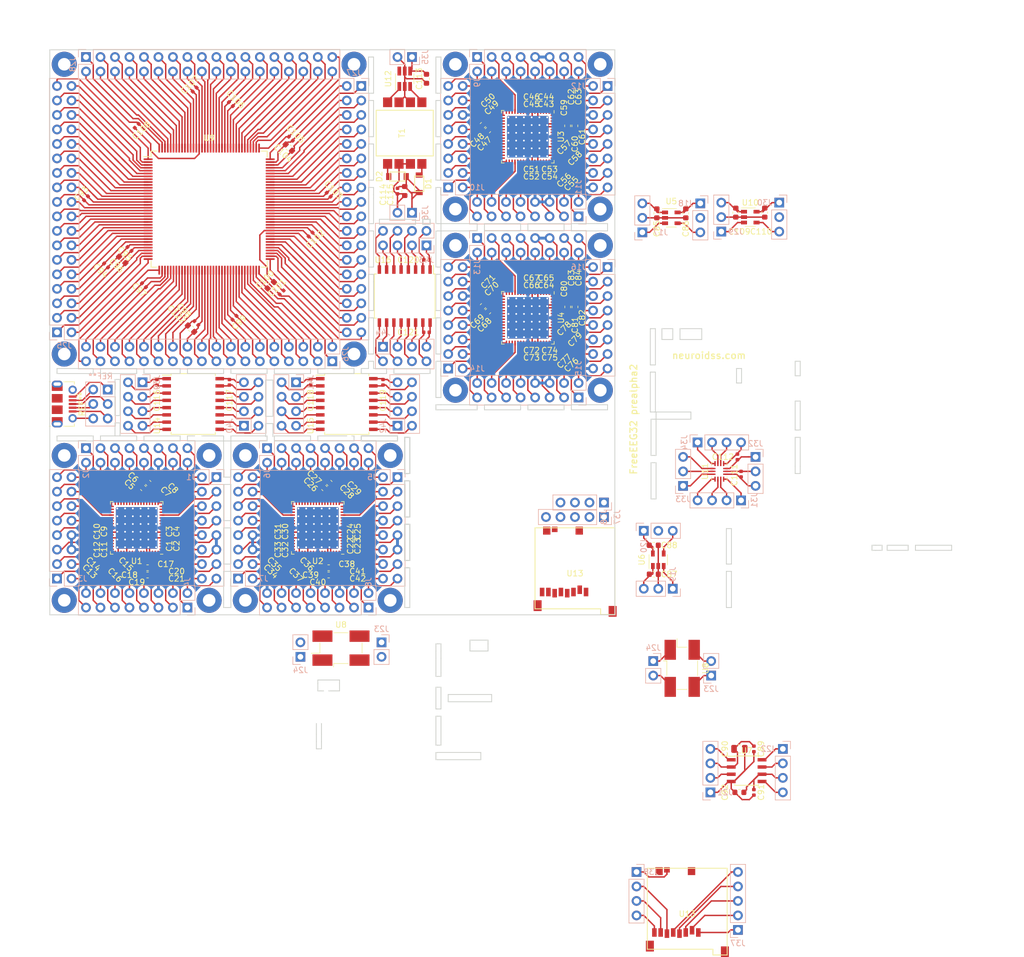
<source format=kicad_pcb>
(kicad_pcb (version 20171130) (host pcbnew 5.0.2-bee76a0~70~ubuntu16.04.1)
  (layers (0 F.Cu signal) (31 B.Cu signal) (34 B.Paste user) (35 F.Paste user) (36 B.SilkS user) (37 F.SilkS user) (38 B.Mask user) (39 F.Mask user) (44 Edge.Cuts user))
  (net 0 "")
  (net 1 /ADC1/6)
  (net 2 /ADC1/8)
  (net 3 /ADC1/23)
  (net 4 /ADC1/24)
  (net 5 /ADC1/62)
  (net 6 /ADC1/58)
  (net 7 /ADC1/52)
  (net 8 /ADC1/43)
  (net 9 /ADC1/41)
  (net 10 /ADC1/59)
  (net 11 /ADC1/51)
  (net 12 /ADC1/49)
  (net 13 /ADC2/6)
  (net 14 /ADC2/8)
  (net 15 /ADC2/23)
  (net 16 /ADC2/24)
  (net 17 /ADC2/62)
  (net 18 /ADC2/58)
  (net 19 /ADC2/52)
  (net 20 /ADC2/43)
  (net 21 /ADC2/41)
  (net 22 /ADC2/59)
  (net 23 /ADC2/51)
  (net 24 /ADC2/49)
  (net 25 /ADC3/6)
  (net 26 /ADC3/8)
  (net 27 /ADC3/23)
  (net 28 /ADC3/24)
  (net 29 /ADC3/62)
  (net 30 /ADC3/58)
  (net 31 /ADC3/52)
  (net 32 /ADC3/43)
  (net 33 /ADC3/41)
  (net 34 /ADC3/59)
  (net 35 /ADC3/51)
  (net 36 /ADC3/49)
  (net 37 /ADC4/6)
  (net 38 /ADC4/8)
  (net 39 /ADC4/23)
  (net 40 /ADC4/24)
  (net 41 /ADC4/62)
  (net 42 /ADC4/58)
  (net 43 /ADC4/52)
  (net 44 /ADC4/43)
  (net 45 /ADC4/41)
  (net 46 /ADC4/59)
  (net 47 /ADC4/51)
  (net 48 /ADC4/49)
  (net 49 /ADC1/16)
  (net 50 /ADC1/15)
  (net 51 /ADC1/14)
  (net 52 /ADC1/13)
  (net 53 /ADC1/12)
  (net 54 /ADC1/11)
  (net 55 /ADC1/10)
  (net 56 /ADC1/9)
  (net 57 /ADC1/4)
  (net 58 /ADC1/3)
  (net 59 /ADC1/2)
  (net 60 /ADC1/1)
  (net 61 /ADC1/17)
  (net 62 /ADC1/18)
  (net 63 /ADC1/19)
  (net 64 /ADC1/20)
  (net 65 /ADC1/21)
  (net 66 /ADC1/25)
  (net 67 /ADC1/26)
  (net 68 /ADC1/27)
  (net 69 /ADC1/28)
  (net 70 /ADC1/29)
  (net 71 /ADC1/30)
  (net 72 /ADC1/31)
  (net 73 /ADC1/32)
  (net 74 /ADC1/48)
  (net 75 /ADC1/47)
  (net 76 /ADC1/46)
  (net 77 /ADC1/45)
  (net 78 /ADC1/40)
  (net 79 /ADC1/39)
  (net 80 /ADC1/38)
  (net 81 /ADC1/37)
  (net 82 /ADC1/36)
  (net 83 /ADC1/35)
  (net 84 /ADC1/34)
  (net 85 /ADC1/33)
  (net 86 /ADC1/54)
  (net 87 /ADC1/55)
  (net 88 /ADC1/56)
  (net 89 /ADC1/57)
  (net 90 /ADC1/63)
  (net 91 /ADC1/64)
  (net 92 /ADC2/16)
  (net 93 /ADC2/15)
  (net 94 /ADC2/14)
  (net 95 /ADC2/13)
  (net 96 /ADC2/12)
  (net 97 /ADC2/11)
  (net 98 /ADC2/10)
  (net 99 /ADC2/9)
  (net 100 /ADC2/4)
  (net 101 /ADC2/3)
  (net 102 /ADC2/2)
  (net 103 /ADC2/1)
  (net 104 /ADC2/17)
  (net 105 /ADC2/18)
  (net 106 /ADC2/19)
  (net 107 /ADC2/20)
  (net 108 /ADC2/21)
  (net 109 /ADC2/25)
  (net 110 /ADC2/26)
  (net 111 /ADC2/27)
  (net 112 /ADC2/28)
  (net 113 /ADC2/29)
  (net 114 /ADC2/30)
  (net 115 /ADC2/31)
  (net 116 /ADC2/32)
  (net 117 /ADC2/48)
  (net 118 /ADC2/47)
  (net 119 /ADC2/46)
  (net 120 /ADC2/45)
  (net 121 /ADC2/40)
  (net 122 /ADC2/39)
  (net 123 /ADC2/38)
  (net 124 /ADC2/37)
  (net 125 /ADC2/36)
  (net 126 /ADC2/35)
  (net 127 /ADC2/34)
  (net 128 /ADC2/33)
  (net 129 /ADC2/64)
  (net 130 /ADC2/63)
  (net 131 /ADC2/57)
  (net 132 /ADC2/56)
  (net 133 /ADC2/55)
  (net 134 /ADC2/54)
  (net 135 /ADC3/1)
  (net 136 /ADC3/2)
  (net 137 /ADC3/3)
  (net 138 /ADC3/4)
  (net 139 /ADC3/9)
  (net 140 /ADC3/10)
  (net 141 /ADC3/11)
  (net 142 /ADC3/12)
  (net 143 /ADC3/13)
  (net 144 /ADC3/14)
  (net 145 /ADC3/15)
  (net 146 /ADC3/16)
  (net 147 /ADC3/32)
  (net 148 /ADC3/31)
  (net 149 /ADC3/30)
  (net 150 /ADC3/29)
  (net 151 /ADC3/28)
  (net 152 /ADC3/27)
  (net 153 /ADC3/26)
  (net 154 /ADC3/25)
  (net 155 /ADC3/21)
  (net 156 /ADC3/20)
  (net 157 /ADC3/19)
  (net 158 /ADC3/18)
  (net 159 /ADC3/17)
  (net 160 /ADC3/33)
  (net 161 /ADC3/34)
  (net 162 /ADC3/35)
  (net 163 /ADC3/36)
  (net 164 /ADC3/37)
  (net 165 /ADC3/38)
  (net 166 /ADC3/39)
  (net 167 /ADC3/40)
  (net 168 /ADC3/45)
  (net 169 /ADC3/46)
  (net 170 /ADC3/47)
  (net 171 /ADC3/48)
  (net 172 /ADC3/64)
  (net 173 /ADC3/63)
  (net 174 /ADC3/57)
  (net 175 /ADC3/56)
  (net 176 /ADC3/55)
  (net 177 /ADC3/54)
  (net 178 /ADC4/1)
  (net 179 /ADC4/2)
  (net 180 /ADC4/3)
  (net 181 /ADC4/4)
  (net 182 /ADC4/9)
  (net 183 /ADC4/10)
  (net 184 /ADC4/11)
  (net 185 /ADC4/12)
  (net 186 /ADC4/13)
  (net 187 /ADC4/14)
  (net 188 /ADC4/15)
  (net 189 /ADC4/16)
  (net 190 /ADC4/32)
  (net 191 /ADC4/31)
  (net 192 /ADC4/30)
  (net 193 /ADC4/29)
  (net 194 /ADC4/28)
  (net 195 /ADC4/27)
  (net 196 /ADC4/26)
  (net 197 /ADC4/25)
  (net 198 /ADC4/21)
  (net 199 /ADC4/20)
  (net 200 /ADC4/19)
  (net 201 /ADC4/18)
  (net 202 /ADC4/17)
  (net 203 /ADC4/33)
  (net 204 /ADC4/34)
  (net 205 /ADC4/35)
  (net 206 /ADC4/36)
  (net 207 /ADC4/37)
  (net 208 /ADC4/38)
  (net 209 /ADC4/39)
  (net 210 /ADC4/40)
  (net 211 /ADC4/45)
  (net 212 /ADC4/46)
  (net 213 /ADC4/47)
  (net 214 /ADC4/48)
  (net 215 /ADC4/54)
  (net 216 /ADC4/55)
  (net 217 /ADC4/56)
  (net 218 /ADC4/57)
  (net 219 /ADC4/63)
  (net 220 /ADC4/64)
  (net 221 /AVDD/1)
  (net 222 /AVDD/2)
  (net 223 /AVDD/5)
  (net 224 /IOVDD/2)
  (net 225 /IOVDD/1)
  (net 226 /IOVDD/5)
  (net 227 /REF/4)
  (net 228 /REF/2)
  (net 229 /REF/6)
  (net 230 /AVDD/3)
  (net 231 "Net-(J18-Pad2)")
  (net 232 /IOVDD/3)
  (net 233 "Net-(J20-Pad2)")
  (net 234 /REF/8)
  (net 235 /CRYSTAL/1)
  (net 236 /CRYSTAL/4)
  (net 237 /CRYSTAL/2)
  (net 238 /CRYSTAL/3)
  (net 239 /MCU/17)
  (net 240 /MCU/30)
  (net 241 /MCU/32)
  (net 242 /MCU/33)
  (net 243 /MCU/39)
  (net 244 /MCU/52)
  (net 245 /MCU/62)
  (net 246 /MCU/71)
  (net 247 /MCU/72)
  (net 248 /MCU/84)
  (net 249 /MCU/95)
  (net 250 /MCU/106)
  (net 251 /MCU/108)
  (net 252 /MCU/121)
  (net 253 /MCU/131)
  (net 254 /MCU/144)
  (net 255 /MCU/1)
  (net 256 /MCU/2)
  (net 257 /MCU/3)
  (net 258 /MCU/4)
  (net 259 /MCU/5)
  (net 260 /MCU/6)
  (net 261 /MCU/7)
  (net 262 /MCU/8)
  (net 263 /MCU/9)
  (net 264 /MCU/10)
  (net 265 /MCU/11)
  (net 266 /MCU/12)
  (net 267 /MCU/13)
  (net 268 /MCU/14)
  (net 269 /MCU/15)
  (net 270 /MCU/18)
  (net 271 /MCU/19)
  (net 272 /MCU/20)
  (net 273 /MCU/21)
  (net 274 /MCU/22)
  (net 275 /MCU/23)
  (net 276 /MCU/24)
  (net 277 /MCU/25)
  (net 278 /MCU/26)
  (net 279 /MCU/27)
  (net 280 /MCU/28)
  (net 281 /MCU/29)
  (net 282 /MCU/34)
  (net 283 /MCU/35)
  (net 284 /MCU/36)
  (net 285 /MCU/37)
  (net 286 /MCU/40)
  (net 287 /MCU/41)
  (net 288 /MCU/42)
  (net 289 /MCU/43)
  (net 290 /MCU/44)
  (net 291 /MCU/45)
  (net 292 /MCU/46)
  (net 293 /MCU/47)
  (net 294 /MCU/48)
  (net 295 /MCU/49)
  (net 296 /MCU/50)
  (net 297 /MCU/53)
  (net 298 /MCU/54)
  (net 299 /MCU/55)
  (net 300 /MCU/56)
  (net 301 /MCU/57)
  (net 302 /MCU/58)
  (net 303 /MCU/59)
  (net 304 /MCU/60)
  (net 305 /MCU/63)
  (net 306 /MCU/64)
  (net 307 /MCU/65)
  (net 308 /MCU/66)
  (net 309 /MCU/67)
  (net 310 /MCU/68)
  (net 311 /MCU/69)
  (net 312 /MCU/70)
  (net 313 /MCU/73)
  (net 314 /MCU/74)
  (net 315 /MCU/75)
  (net 316 /MCU/76)
  (net 317 /MCU/77)
  (net 318 /MCU/78)
  (net 319 /MCU/79)
  (net 320 /MCU/80)
  (net 321 /MCU/81)
  (net 322 /MCU/82)
  (net 323 /MCU/85)
  (net 324 /MCU/86)
  (net 325 /MCU/87)
  (net 326 /MCU/88)
  (net 327 /MCU/89)
  (net 328 /MCU/90)
  (net 329 /MCU/91)
  (net 330 /MCU/92)
  (net 331 /MCU/93)
  (net 332 /MCU/96)
  (net 333 /MCU/97)
  (net 334 /MCU/98)
  (net 335 /MCU/99)
  (net 336 /MCU/100)
  (net 337 /MCU/101)
  (net 338 /MCU/102)
  (net 339 /MCU/103)
  (net 340 /MCU/104)
  (net 341 /MCU/105)
  (net 342 /MCU/109)
  (net 343 /MCU/110)
  (net 344 /MCU/111)
  (net 345 /MCU/112)
  (net 346 /MCU/113)
  (net 347 /MCU/114)
  (net 348 /MCU/115)
  (net 349 /MCU/116)
  (net 350 /MCU/117)
  (net 351 /MCU/118)
  (net 352 /MCU/119)
  (net 353 /MCU/122)
  (net 354 /MCU/123)
  (net 355 /MCU/124)
  (net 356 /MCU/125)
  (net 357 /MCU/126)
  (net 358 /MCU/127)
  (net 359 /MCU/128)
  (net 360 /MCU/129)
  (net 361 /MCU/132)
  (net 362 /MCU/133)
  (net 363 /MCU/134)
  (net 364 /MCU/135)
  (net 365 /MCU/136)
  (net 366 /MCU/137)
  (net 367 /MCU/138)
  (net 368 /MCU/139)
  (net 369 /MCU/140)
  (net 370 /MCU/141)
  (net 371 /MCU/142)
  (net 372 /MCU/143)
  (net 373 /VDD/1)
  (net 374 /VDD/2)
  (net 375 /VDD/5)
  (net 376 /VDD/3)
  (net 377 "Net-(J30-Pad2)")
  (net 378 DGND)
  (net 379 AVSS)
  (net 380 /VDD/4)
  (net 381 /IOVDD/4)
  (net 382 /REF/3)
  (net 383 /REF/1)
  (net 384 /REF/7)
  (net 385 /REF/5)
  (net 386 /AVDD/4)
  (net 387 VSS)
  (net 388 /ACCEL&GYRO/6)
  (net 389 /ACCEL&GYRO/5)
  (net 390 /ACCEL&GYRO/8)
  (net 391 /ACCEL&GYRO/7)
  (net 392 /POWER/1)
  (net 393 /POWER/2)
  (net 394 /POWER/3)
  (net 395 /POWER/4)
  (net 396 "Net-(D1-Pad2)")
  (net 397 "Net-(D2-Pad2)")
  (net 398 /ACCEL&GYRO/1)
  (net 399 /ACCEL&GYRO/2)
  (net 400 /ACCEL&GYRO/3)
  (net 401 /ACCEL&GYRO/4)
  (net 402 /ACCEL&GYRO/10)
  (net 403 /ACCEL&GYRO/9)
  (net 404 /ACCEL&GYRO/11)
  (net 405 /ACCEL&GYRO/12)
  (net 406 /ACCEL&GYRO/13)
  (net 407 /ACCEL&GYRO/14)
  (net 408 "Net-(T1-Pad1)")
  (net 409 "Net-(T1-Pad4)")
  (net 410 "Net-(U12-Pad6)")
  (net 411 /SD/1)
  (net 412 /SD/2)
  (net 413 /SD/3)
  (net 414 /SD/4)
  (net 415 /SD/5)
  (net 416 /SD/6)
  (net 417 /SD/7)
  (net 418 /SD/8)
  (net 419 /SD/9)
  (net 420 /ISO1/2)
  (net 421 /ISO1/1)
  (net 422 /ISO1/16)
  (net 423 /ISO1/15)
  (net 424 /ISO2/2)
  (net 425 /ISO2/1)
  (net 426 /ISO2/16)
  (net 427 /ISO2/15)
  (net 428 /ISO3/2)
  (net 429 /ISO3/1)
  (net 430 /ISO3/16)
  (net 431 /ISO3/15)
  (net 432 /ISO1/8)
  (net 433 /ISO1/7)
  (net 434 /ISO1/6)
  (net 435 /ISO1/5)
  (net 436 /ISO1/4)
  (net 437 /ISO1/3)
  (net 438 /ISO1/9)
  (net 439 /ISO1/10)
  (net 440 /ISO1/11)
  (net 441 /ISO1/12)
  (net 442 /ISO1/13)
  (net 443 /ISO1/14)
  (net 444 /ISO2/8)
  (net 445 /ISO2/7)
  (net 446 /ISO2/6)
  (net 447 /ISO2/5)
  (net 448 /ISO2/4)
  (net 449 /ISO2/3)
  (net 450 /ISO2/9)
  (net 451 /ISO2/10)
  (net 452 /ISO2/11)
  (net 453 /ISO2/12)
  (net 454 /ISO2/13)
  (net 455 /ISO2/14)
  (net 456 /ISO3/3)
  (net 457 /ISO3/4)
  (net 458 /ISO3/5)
  (net 459 /ISO3/6)
  (net 460 /ISO3/7)
  (net 461 /ISO3/8)
  (net 462 /ISO3/14)
  (net 463 /ISO3/13)
  (net 464 /ISO3/12)
  (net 465 /ISO3/11)
  (net 466 /ISO3/10)
  (net 467 /ISO3/9)
  (module Oscillator:Oscillator_SMD_EuroQuartz_XO91-4Pin_7.0x5.0mm_HandSoldering (layer F.Cu) (at 1.524 55.372)
    (fp_text reference U8 (at 0 -4.1) (layer F.SilkS))
    (fp_text value FXO-SM7_OSC-SMD7050_short)
    (pad 1 smd rect (at -3.25 2.1) (size 3.5 2) (layers F.Cu F.Paste F.Mask) (net 235 /CRYSTAL/1))
    (pad 2 smd rect (at 3.25 2.1) (size 3.5 2) (layers F.Cu F.Paste F.Mask) (net 237 /CRYSTAL/2))
    (pad 3 smd rect (at 3.25 -2.1) (size 3.5 2) (layers F.Cu F.Paste F.Mask) (net 238 /CRYSTAL/3))
    (pad 4 smd rect (at -3.25 -2.1) (size 3.5 2) (layers F.Cu F.Paste F.Mask) (net 236 /CRYSTAL/4))
  )
  (module Connector_PinHeader_2.54mm:PinHeader_1x02_P2.54mm_Vertical (layer B.Cu) (at -5.588 56.896)
    (fp_text reference J24 (at 0 2.33) (layer B.SilkS) (effects (justify mirror)))
    (fp_text value Conn_01x02)
    (pad 2 thru_hole oval (at 0 -2.54) (size 1.7 1.7) (drill 1) (layers *.Cu *.Mask) (net 237 /CRYSTAL/2))
    (pad 1 thru_hole rect (at 0 0) (size 1.7 1.7) (drill 1) (layers *.Cu *.Mask) (net 235 /CRYSTAL/1))
  )
  (module Connector_PinHeader_2.54mm:PinHeader_1x02_P2.54mm_Vertical (layer B.Cu) (at 8.636 54.356 180)
    (fp_text reference J23 (at 0 2.33 180) (layer B.SilkS) (effects (justify mirror)))
    (fp_text value Conn_01x02)
    (pad 2 thru_hole oval (at 0 -2.54 180) (size 1.7 1.7) (drill 1) (layers *.Cu *.Mask) (net 236 /CRYSTAL/4))
    (pad 1 thru_hole rect (at 0 0 180) (size 1.7 1.7) (drill 1) (layers *.Cu *.Mask) (net 238 /CRYSTAL/3))
  )
  (module 473521001:473521001 (layer F.Cu) (at 42.545 41.275)
    (fp_text reference U13 (at 0 1) (layer F.SilkS))
    (fp_text value 473521001)
    (pad 9 smd rect (at -3.56 -6.72) (size 1 0.95) (layers F.Cu F.Paste F.Mask) (net 419 /SD/9))
    (pad 8 smd rect (at -5.76 4.26) (size 0.8 1.5) (layers F.Cu F.Paste F.Mask) (net 418 /SD/8))
    (pad 7 smd rect (at -4.66 4.26) (size 0.8 1.5) (layers F.Cu F.Paste F.Mask) (net 417 /SD/7))
    (pad 6 smd rect (at -3.56 4.46) (size 0.8 1.5) (layers F.Cu F.Paste F.Mask) (net 416 /SD/6))
    (pad 5 smd rect (at -2.46 4.26) (size 0.8 1.5) (layers F.Cu F.Paste F.Mask) (net 415 /SD/5))
    (pad 4 smd rect (at -1.36 4.46) (size 0.8 1.5) (layers F.Cu F.Paste F.Mask) (net 414 /SD/4))
    (pad 3 smd rect (at -0.26 4.26) (size 0.8 1.5) (layers F.Cu F.Paste F.Mask) (net 413 /SD/3))
    (pad 2 smd rect (at 0.84 3.86) (size 0.8 1.5) (layers F.Cu F.Paste F.Mask) (net 412 /SD/2))
    (pad 1 smd rect (at 1.94 4.26) (size 0.8 1.5) (layers F.Cu F.Paste F.Mask) (net 411 /SD/1))
    (pad "" smd rect (at -4.95 -6.5) (size 1.3 1.4) (layers F.Cu F.Paste F.Mask))
    (pad "" smd rect (at 0.75 -6.5) (size 1.3 1.4) (layers F.Cu F.Paste F.Mask))
    (pad "" smd rect (at -6.55 6.65) (size 1.4 1.9) (layers F.Cu F.Paste F.Mask))
    (pad "" smd rect (at 6.6 7.65) (size 1.4 1.9) (layers F.Cu F.Paste F.Mask))
  )
  (module Connector_PinHeader_2.54mm:PinHeader_1x04_P2.54mm_Vertical (layer B.Cu) (at 47.624999 29.845 90)
    (fp_text reference J38 (at -2.54 0 90) (layer B.SilkS) (effects (justify mirror)))
    (fp_text value Conn_01x04)
    (pad 4 thru_hole oval (at 0 -7.62 90) (size 1.7 1.7) (drill 1) (layers *.Cu *.Mask) (net 418 /SD/8))
    (pad 3 thru_hole oval (at 0 -5.08 90) (size 1.7 1.7) (drill 1) (layers *.Cu *.Mask) (net 417 /SD/7))
    (pad 2 thru_hole oval (at 0 -2.54 90) (size 1.7 1.7) (drill 1) (layers *.Cu *.Mask) (net 416 /SD/6))
    (pad 1 thru_hole rect (at 0 0 90) (size 1.7 1.7) (drill 1) (layers *.Cu *.Mask) (net 419 /SD/9))
  )
  (module Connector_PinHeader_2.54mm:PinHeader_1x05_P2.54mm_Vertical (layer B.Cu) (at 47.625 32.385 90)
    (fp_text reference J37 (at 0 2.33 90) (layer B.SilkS) (effects (justify mirror)))
    (fp_text value Conn_01x05)
    (pad 5 thru_hole oval (at 0 -10.16 90) (size 1.7 1.7) (drill 1) (layers *.Cu *.Mask) (net 415 /SD/5))
    (pad 4 thru_hole oval (at 0 -7.62 90) (size 1.7 1.7) (drill 1) (layers *.Cu *.Mask) (net 414 /SD/4))
    (pad 3 thru_hole oval (at 0 -5.08 90) (size 1.7 1.7) (drill 1) (layers *.Cu *.Mask) (net 413 /SD/3))
    (pad 2 thru_hole oval (at 0 -2.54 90) (size 1.7 1.7) (drill 1) (layers *.Cu *.Mask) (net 412 /SD/2))
    (pad 1 thru_hole rect (at 0 0 90) (size 1.7 1.7) (drill 1) (layers *.Cu *.Mask) (net 411 /SD/1))
  )
  (module QFN64:QFN-64-1EP_9x9mm_P0.5mm_EP7.3x7.3mm_ThermalVias (layer F.Cu) (at 34.273493 -34.29 270)
    (fp_text reference U3 (at 0 -5.82 270) (layer F.SilkS))
    (fp_text value AD7779)
    (pad 64 smd roundrect (at -3.75 -4.4375 270) (size 0.25 0.875) (layers F.Cu F.Paste F.Mask) (net 172 /ADC3/64))
    (pad 63 smd roundrect (at -3.25 -4.4375 270) (size 0.25 0.875) (layers F.Cu F.Paste F.Mask) (net 173 /ADC3/63))
    (pad 62 smd roundrect (at -2.75 -4.4375 270) (size 0.25 0.875) (layers F.Cu F.Paste F.Mask) (net 29 /ADC3/62))
    (pad 61 smd roundrect (at -2.25 -4.4375 270) (size 0.25 0.875) (layers F.Cu F.Paste F.Mask) (net 379 AVSS))
    (pad 60 smd roundrect (at -1.75 -4.4375 270) (size 0.25 0.875) (layers F.Cu F.Paste F.Mask) (net 379 AVSS))
    (pad 59 smd roundrect (at -1.25 -4.4375 270) (size 0.25 0.875) (layers F.Cu F.Paste F.Mask) (net 34 /ADC3/59))
    (pad 58 smd roundrect (at -0.75 -4.4375 270) (size 0.25 0.875) (layers F.Cu F.Paste F.Mask) (net 30 /ADC3/58))
    (pad 57 smd roundrect (at -0.25 -4.4375 270) (size 0.25 0.875) (layers F.Cu F.Paste F.Mask) (net 174 /ADC3/57))
    (pad 56 smd roundrect (at 0.25 -4.4375 270) (size 0.25 0.875) (layers F.Cu F.Paste F.Mask) (net 175 /ADC3/56))
    (pad 55 smd roundrect (at 0.75 -4.4375 270) (size 0.25 0.875) (layers F.Cu F.Paste F.Mask) (net 176 /ADC3/55))
    (pad 54 smd roundrect (at 1.25 -4.4375 270) (size 0.25 0.875) (layers F.Cu F.Paste F.Mask) (net 177 /ADC3/54))
    (pad 53 smd roundrect (at 1.75 -4.4375 270) (size 0.25 0.875) (layers F.Cu F.Paste F.Mask) (net 379 AVSS))
    (pad 52 smd roundrect (at 2.25 -4.4375 270) (size 0.25 0.875) (layers F.Cu F.Paste F.Mask) (net 31 /ADC3/52))
    (pad 51 smd roundrect (at 2.75 -4.4375 270) (size 0.25 0.875) (layers F.Cu F.Paste F.Mask) (net 35 /ADC3/51))
    (pad 50 smd roundrect (at 3.25 -4.4375 270) (size 0.25 0.875) (layers F.Cu F.Paste F.Mask) (net 379 AVSS))
    (pad 49 smd roundrect (at 3.75 -4.4375 270) (size 0.25 0.875) (layers F.Cu F.Paste F.Mask) (net 36 /ADC3/49))
    (pad 48 smd roundrect (at 4.4375 -3.75 270) (size 0.875 0.25) (layers F.Cu F.Paste F.Mask) (net 171 /ADC3/48))
    (pad 47 smd roundrect (at 4.4375 -3.25 270) (size 0.875 0.25) (layers F.Cu F.Paste F.Mask) (net 170 /ADC3/47))
    (pad 46 smd roundrect (at 4.4375 -2.75 270) (size 0.875 0.25) (layers F.Cu F.Paste F.Mask) (net 169 /ADC3/46))
    (pad 45 smd roundrect (at 4.4375 -2.25 270) (size 0.875 0.25) (layers F.Cu F.Paste F.Mask) (net 168 /ADC3/45))
    (pad 44 smd roundrect (at 4.4375 -1.75 270) (size 0.875 0.25) (layers F.Cu F.Paste F.Mask) (net 379 AVSS))
    (pad 43 smd roundrect (at 4.4375 -1.25 270) (size 0.875 0.25) (layers F.Cu F.Paste F.Mask) (net 32 /ADC3/43))
    (pad 42 smd roundrect (at 4.4375 -0.75 270) (size 0.875 0.25) (layers F.Cu F.Paste F.Mask) (net 379 AVSS))
    (pad 41 smd roundrect (at 4.4375 -0.25 270) (size 0.875 0.25) (layers F.Cu F.Paste F.Mask) (net 33 /ADC3/41))
    (pad 40 smd roundrect (at 4.4375 0.25 270) (size 0.875 0.25) (layers F.Cu F.Paste F.Mask) (net 167 /ADC3/40))
    (pad 39 smd roundrect (at 4.4375 0.75 270) (size 0.875 0.25) (layers F.Cu F.Paste F.Mask) (net 166 /ADC3/39))
    (pad 38 smd roundrect (at 4.4375 1.25 270) (size 0.875 0.25) (layers F.Cu F.Paste F.Mask) (net 165 /ADC3/38))
    (pad 37 smd roundrect (at 4.4375 1.75 270) (size 0.875 0.25) (layers F.Cu F.Paste F.Mask) (net 164 /ADC3/37))
    (pad 36 smd roundrect (at 4.4375 2.25 270) (size 0.875 0.25) (layers F.Cu F.Paste F.Mask) (net 163 /ADC3/36))
    (pad 35 smd roundrect (at 4.4375 2.75 270) (size 0.875 0.25) (layers F.Cu F.Paste F.Mask) (net 162 /ADC3/35))
    (pad 34 smd roundrect (at 4.4375 3.25 270) (size 0.875 0.25) (layers F.Cu F.Paste F.Mask) (net 161 /ADC3/34))
    (pad 33 smd roundrect (at 4.4375 3.75 270) (size 0.875 0.25) (layers F.Cu F.Paste F.Mask) (net 160 /ADC3/33))
    (pad 32 smd roundrect (at 3.75 4.4375 270) (size 0.25 0.875) (layers F.Cu F.Paste F.Mask) (net 147 /ADC3/32))
    (pad 31 smd roundrect (at 3.25 4.4375 270) (size 0.25 0.875) (layers F.Cu F.Paste F.Mask) (net 148 /ADC3/31))
    (pad 30 smd roundrect (at 2.75 4.4375 270) (size 0.25 0.875) (layers F.Cu F.Paste F.Mask) (net 149 /ADC3/30))
    (pad 29 smd roundrect (at 2.25 4.4375 270) (size 0.25 0.875) (layers F.Cu F.Paste F.Mask) (net 150 /ADC3/29))
    (pad 28 smd roundrect (at 1.75 4.4375 270) (size 0.25 0.875) (layers F.Cu F.Paste F.Mask) (net 151 /ADC3/28))
    (pad 27 smd roundrect (at 1.25 4.4375 270) (size 0.25 0.875) (layers F.Cu F.Paste F.Mask) (net 152 /ADC3/27))
    (pad 26 smd roundrect (at 0.75 4.4375 270) (size 0.25 0.875) (layers F.Cu F.Paste F.Mask) (net 153 /ADC3/26))
    (pad 25 smd roundrect (at 0.25 4.4375 270) (size 0.25 0.875) (layers F.Cu F.Paste F.Mask) (net 154 /ADC3/25))
    (pad 24 smd roundrect (at -0.25 4.4375 270) (size 0.25 0.875) (layers F.Cu F.Paste F.Mask) (net 28 /ADC3/24))
    (pad 23 smd roundrect (at -0.75 4.4375 270) (size 0.25 0.875) (layers F.Cu F.Paste F.Mask) (net 27 /ADC3/23))
    (pad 22 smd roundrect (at -1.25 4.4375 270) (size 0.25 0.875) (layers F.Cu F.Paste F.Mask) (net 378 DGND))
    (pad 21 smd roundrect (at -1.75 4.4375 270) (size 0.25 0.875) (layers F.Cu F.Paste F.Mask) (net 155 /ADC3/21))
    (pad 20 smd roundrect (at -2.25 4.4375 270) (size 0.25 0.875) (layers F.Cu F.Paste F.Mask) (net 156 /ADC3/20))
    (pad 19 smd roundrect (at -2.75 4.4375 270) (size 0.25 0.875) (layers F.Cu F.Paste F.Mask) (net 157 /ADC3/19))
    (pad 18 smd roundrect (at -3.25 4.4375 270) (size 0.25 0.875) (layers F.Cu F.Paste F.Mask) (net 158 /ADC3/18))
    (pad 17 smd roundrect (at -3.75 4.4375 270) (size 0.25 0.875) (layers F.Cu F.Paste F.Mask) (net 159 /ADC3/17))
    (pad 16 smd roundrect (at -4.4375 3.75 270) (size 0.875 0.25) (layers F.Cu F.Paste F.Mask) (net 146 /ADC3/16))
    (pad 15 smd roundrect (at -4.4375 3.25 270) (size 0.875 0.25) (layers F.Cu F.Paste F.Mask) (net 145 /ADC3/15))
    (pad 14 smd roundrect (at -4.4375 2.75 270) (size 0.875 0.25) (layers F.Cu F.Paste F.Mask) (net 144 /ADC3/14))
    (pad 13 smd roundrect (at -4.4375 2.25 270) (size 0.875 0.25) (layers F.Cu F.Paste F.Mask) (net 143 /ADC3/13))
    (pad 12 smd roundrect (at -4.4375 1.75 270) (size 0.875 0.25) (layers F.Cu F.Paste F.Mask) (net 142 /ADC3/12))
    (pad 11 smd roundrect (at -4.4375 1.25 270) (size 0.875 0.25) (layers F.Cu F.Paste F.Mask) (net 141 /ADC3/11))
    (pad 10 smd roundrect (at -4.4375 0.75 270) (size 0.875 0.25) (layers F.Cu F.Paste F.Mask) (net 140 /ADC3/10))
    (pad 9 smd roundrect (at -4.4375 0.25 270) (size 0.875 0.25) (layers F.Cu F.Paste F.Mask) (net 139 /ADC3/9))
    (pad 8 smd roundrect (at -4.4375 -0.25 270) (size 0.875 0.25) (layers F.Cu F.Paste F.Mask) (net 26 /ADC3/8))
    (pad 7 smd roundrect (at -4.4375 -0.75 270) (size 0.875 0.25) (layers F.Cu F.Paste F.Mask) (net 379 AVSS))
    (pad 6 smd roundrect (at -4.4375 -1.25 270) (size 0.875 0.25) (layers F.Cu F.Paste F.Mask) (net 25 /ADC3/6))
    (pad 5 smd roundrect (at -4.4375 -1.75 270) (size 0.875 0.25) (layers F.Cu F.Paste F.Mask) (net 379 AVSS))
    (pad 4 smd roundrect (at -4.4375 -2.25 270) (size 0.875 0.25) (layers F.Cu F.Paste F.Mask) (net 138 /ADC3/4))
    (pad 3 smd roundrect (at -4.4375 -2.75 270) (size 0.875 0.25) (layers F.Cu F.Paste F.Mask) (net 137 /ADC3/3))
    (pad 2 smd roundrect (at -4.4375 -3.25 270) (size 0.875 0.25) (layers F.Cu F.Paste F.Mask) (net 136 /ADC3/2))
    (pad 1 smd roundrect (at -4.4375 -3.75 270) (size 0.875 0.25) (layers F.Cu F.Paste F.Mask) (net 135 /ADC3/1))
    (pad 65 smd roundrect (at 0 0 270) (size 7.3 7.3) (layers B.Cu) (roundrect_rratio 0.034247) (net 379 AVSS))
    (pad 65 thru_hole circle (at 3.4 3.4 270) (size 0.5 0.5) (drill 0.31) (layers *.Cu) (net 379 AVSS))
    (pad 65 thru_hole circle (at 2.04 3.4 270) (size 0.5 0.5) (drill 0.31) (layers *.Cu) (net 379 AVSS))
    (pad 65 thru_hole circle (at 0.68 3.4 270) (size 0.5 0.5) (drill 0.31) (layers *.Cu) (net 379 AVSS))
    (pad 65 thru_hole circle (at -0.68 3.4 270) (size 0.5 0.5) (drill 0.31) (layers *.Cu) (net 379 AVSS))
    (pad 65 thru_hole circle (at -2.04 3.4 270) (size 0.5 0.5) (drill 0.31) (layers *.Cu) (net 379 AVSS))
    (pad 65 thru_hole circle (at -3.4 3.4 270) (size 0.5 0.5) (drill 0.31) (layers *.Cu) (net 379 AVSS))
    (pad 65 thru_hole circle (at 3.4 2.04 270) (size 0.5 0.5) (drill 0.31) (layers *.Cu) (net 379 AVSS))
    (pad 65 thru_hole circle (at 2.04 2.04 270) (size 0.5 0.5) (drill 0.31) (layers *.Cu) (net 379 AVSS))
    (pad 65 thru_hole circle (at 0.68 2.04 270) (size 0.5 0.5) (drill 0.31) (layers *.Cu) (net 379 AVSS))
    (pad 65 thru_hole circle (at -0.68 2.04 270) (size 0.5 0.5) (drill 0.31) (layers *.Cu) (net 379 AVSS))
    (pad 65 thru_hole circle (at -2.04 2.04 270) (size 0.5 0.5) (drill 0.31) (layers *.Cu) (net 379 AVSS))
    (pad 65 thru_hole circle (at -3.4 2.04 270) (size 0.5 0.5) (drill 0.31) (layers *.Cu) (net 379 AVSS))
    (pad 65 thru_hole circle (at 3.4 0.68 270) (size 0.5 0.5) (drill 0.31) (layers *.Cu) (net 379 AVSS))
    (pad 65 thru_hole circle (at 2.04 0.68 270) (size 0.5 0.5) (drill 0.31) (layers *.Cu) (net 379 AVSS))
    (pad 65 thru_hole circle (at 0.68 0.68 270) (size 0.5 0.5) (drill 0.31) (layers *.Cu) (net 379 AVSS))
    (pad 65 thru_hole circle (at -0.68 0.68 270) (size 0.5 0.5) (drill 0.31) (layers *.Cu) (net 379 AVSS))
    (pad 65 thru_hole circle (at -2.04 0.68 270) (size 0.5 0.5) (drill 0.31) (layers *.Cu) (net 379 AVSS))
    (pad 65 thru_hole circle (at -3.4 0.68 270) (size 0.5 0.5) (drill 0.31) (layers *.Cu) (net 379 AVSS))
    (pad 65 thru_hole circle (at 3.4 -0.68 270) (size 0.5 0.5) (drill 0.31) (layers *.Cu) (net 379 AVSS))
    (pad 65 thru_hole circle (at 2.04 -0.68 270) (size 0.5 0.5) (drill 0.31) (layers *.Cu) (net 379 AVSS))
    (pad 65 thru_hole circle (at 0.68 -0.68 270) (size 0.5 0.5) (drill 0.31) (layers *.Cu) (net 379 AVSS))
    (pad 65 thru_hole circle (at -0.68 -0.68 270) (size 0.5 0.5) (drill 0.31) (layers *.Cu) (net 379 AVSS))
    (pad 65 thru_hole circle (at -2.04 -0.68 270) (size 0.5 0.5) (drill 0.31) (layers *.Cu) (net 379 AVSS))
    (pad 65 thru_hole circle (at -3.4 -0.68 270) (size 0.5 0.5) (drill 0.31) (layers *.Cu) (net 379 AVSS))
    (pad 65 thru_hole circle (at 3.4 -2.04 270) (size 0.5 0.5) (drill 0.31) (layers *.Cu) (net 379 AVSS))
    (pad 65 thru_hole circle (at 2.04 -2.04 270) (size 0.5 0.5) (drill 0.31) (layers *.Cu) (net 379 AVSS))
    (pad 65 thru_hole circle (at 0.68 -2.04 270) (size 0.5 0.5) (drill 0.31) (layers *.Cu) (net 379 AVSS))
    (pad 65 thru_hole circle (at -0.68 -2.04 270) (size 0.5 0.5) (drill 0.31) (layers *.Cu) (net 379 AVSS))
    (pad 65 thru_hole circle (at -2.04 -2.04 270) (size 0.5 0.5) (drill 0.31) (layers *.Cu) (net 379 AVSS))
    (pad 65 thru_hole circle (at -3.4 -2.04 270) (size 0.5 0.5) (drill 0.31) (layers *.Cu) (net 379 AVSS))
    (pad 65 thru_hole circle (at 3.4 -3.4 270) (size 0.5 0.5) (drill 0.31) (layers *.Cu) (net 379 AVSS))
    (pad 65 thru_hole circle (at 2.04 -3.4 270) (size 0.5 0.5) (drill 0.31) (layers *.Cu) (net 379 AVSS))
    (pad 65 thru_hole circle (at 0.68 -3.4 270) (size 0.5 0.5) (drill 0.31) (layers *.Cu) (net 379 AVSS))
    (pad 65 thru_hole circle (at -0.68 -3.4 270) (size 0.5 0.5) (drill 0.31) (layers *.Cu) (net 379 AVSS))
    (pad 65 thru_hole circle (at -2.04 -3.4 270) (size 0.5 0.5) (drill 0.31) (layers *.Cu) (net 379 AVSS))
    (pad 65 thru_hole circle (at -3.4 -3.4 270) (size 0.5 0.5) (drill 0.31) (layers *.Cu) (net 379 AVSS))
    (pad 65 smd roundrect (at 0 0 270) (size 7.3 7.3) (layers F.Cu F.Mask) (roundrect_rratio 0.034247) (net 379 AVSS))
  )
  (module QFN64:QFN-64-1EP_9x9mm_P0.5mm_EP7.3x7.3mm_ThermalVias (layer F.Cu) (at -2.54 34.29 180)
    (fp_text reference U2 (at 0 -5.82 180) (layer F.SilkS))
    (fp_text value AD7779)
    (pad 64 smd roundrect (at -3.75 -4.4375 180) (size 0.25 0.875) (layers F.Cu F.Paste F.Mask) (net 129 /ADC2/64))
    (pad 63 smd roundrect (at -3.25 -4.4375 180) (size 0.25 0.875) (layers F.Cu F.Paste F.Mask) (net 130 /ADC2/63))
    (pad 62 smd roundrect (at -2.75 -4.4375 180) (size 0.25 0.875) (layers F.Cu F.Paste F.Mask) (net 17 /ADC2/62))
    (pad 61 smd roundrect (at -2.25 -4.4375 180) (size 0.25 0.875) (layers F.Cu F.Paste F.Mask) (net 379 AVSS))
    (pad 60 smd roundrect (at -1.75 -4.4375 180) (size 0.25 0.875) (layers F.Cu F.Paste F.Mask) (net 379 AVSS))
    (pad 59 smd roundrect (at -1.25 -4.4375 180) (size 0.25 0.875) (layers F.Cu F.Paste F.Mask) (net 22 /ADC2/59))
    (pad 58 smd roundrect (at -0.75 -4.4375 180) (size 0.25 0.875) (layers F.Cu F.Paste F.Mask) (net 18 /ADC2/58))
    (pad 57 smd roundrect (at -0.25 -4.4375 180) (size 0.25 0.875) (layers F.Cu F.Paste F.Mask) (net 131 /ADC2/57))
    (pad 56 smd roundrect (at 0.25 -4.4375 180) (size 0.25 0.875) (layers F.Cu F.Paste F.Mask) (net 132 /ADC2/56))
    (pad 55 smd roundrect (at 0.75 -4.4375 180) (size 0.25 0.875) (layers F.Cu F.Paste F.Mask) (net 133 /ADC2/55))
    (pad 54 smd roundrect (at 1.25 -4.4375 180) (size 0.25 0.875) (layers F.Cu F.Paste F.Mask) (net 134 /ADC2/54))
    (pad 53 smd roundrect (at 1.75 -4.4375 180) (size 0.25 0.875) (layers F.Cu F.Paste F.Mask) (net 379 AVSS))
    (pad 52 smd roundrect (at 2.25 -4.4375 180) (size 0.25 0.875) (layers F.Cu F.Paste F.Mask) (net 19 /ADC2/52))
    (pad 51 smd roundrect (at 2.75 -4.4375 180) (size 0.25 0.875) (layers F.Cu F.Paste F.Mask) (net 23 /ADC2/51))
    (pad 50 smd roundrect (at 3.25 -4.4375 180) (size 0.25 0.875) (layers F.Cu F.Paste F.Mask) (net 379 AVSS))
    (pad 49 smd roundrect (at 3.75 -4.4375 180) (size 0.25 0.875) (layers F.Cu F.Paste F.Mask) (net 24 /ADC2/49))
    (pad 48 smd roundrect (at 4.4375 -3.75 180) (size 0.875 0.25) (layers F.Cu F.Paste F.Mask) (net 117 /ADC2/48))
    (pad 47 smd roundrect (at 4.4375 -3.25 180) (size 0.875 0.25) (layers F.Cu F.Paste F.Mask) (net 118 /ADC2/47))
    (pad 46 smd roundrect (at 4.4375 -2.75 180) (size 0.875 0.25) (layers F.Cu F.Paste F.Mask) (net 119 /ADC2/46))
    (pad 45 smd roundrect (at 4.4375 -2.25 180) (size 0.875 0.25) (layers F.Cu F.Paste F.Mask) (net 120 /ADC2/45))
    (pad 44 smd roundrect (at 4.4375 -1.75 180) (size 0.875 0.25) (layers F.Cu F.Paste F.Mask) (net 379 AVSS))
    (pad 43 smd roundrect (at 4.4375 -1.25 180) (size 0.875 0.25) (layers F.Cu F.Paste F.Mask) (net 20 /ADC2/43))
    (pad 42 smd roundrect (at 4.4375 -0.75 180) (size 0.875 0.25) (layers F.Cu F.Paste F.Mask) (net 379 AVSS))
    (pad 41 smd roundrect (at 4.4375 -0.25 180) (size 0.875 0.25) (layers F.Cu F.Paste F.Mask) (net 21 /ADC2/41))
    (pad 40 smd roundrect (at 4.4375 0.25 180) (size 0.875 0.25) (layers F.Cu F.Paste F.Mask) (net 121 /ADC2/40))
    (pad 39 smd roundrect (at 4.4375 0.75 180) (size 0.875 0.25) (layers F.Cu F.Paste F.Mask) (net 122 /ADC2/39))
    (pad 38 smd roundrect (at 4.4375 1.25 180) (size 0.875 0.25) (layers F.Cu F.Paste F.Mask) (net 123 /ADC2/38))
    (pad 37 smd roundrect (at 4.4375 1.75 180) (size 0.875 0.25) (layers F.Cu F.Paste F.Mask) (net 124 /ADC2/37))
    (pad 36 smd roundrect (at 4.4375 2.25 180) (size 0.875 0.25) (layers F.Cu F.Paste F.Mask) (net 125 /ADC2/36))
    (pad 35 smd roundrect (at 4.4375 2.75 180) (size 0.875 0.25) (layers F.Cu F.Paste F.Mask) (net 126 /ADC2/35))
    (pad 34 smd roundrect (at 4.4375 3.25 180) (size 0.875 0.25) (layers F.Cu F.Paste F.Mask) (net 127 /ADC2/34))
    (pad 33 smd roundrect (at 4.4375 3.75 180) (size 0.875 0.25) (layers F.Cu F.Paste F.Mask) (net 128 /ADC2/33))
    (pad 32 smd roundrect (at 3.75 4.4375 180) (size 0.25 0.875) (layers F.Cu F.Paste F.Mask) (net 116 /ADC2/32))
    (pad 31 smd roundrect (at 3.25 4.4375 180) (size 0.25 0.875) (layers F.Cu F.Paste F.Mask) (net 115 /ADC2/31))
    (pad 30 smd roundrect (at 2.75 4.4375 180) (size 0.25 0.875) (layers F.Cu F.Paste F.Mask) (net 114 /ADC2/30))
    (pad 29 smd roundrect (at 2.25 4.4375 180) (size 0.25 0.875) (layers F.Cu F.Paste F.Mask) (net 113 /ADC2/29))
    (pad 28 smd roundrect (at 1.75 4.4375 180) (size 0.25 0.875) (layers F.Cu F.Paste F.Mask) (net 112 /ADC2/28))
    (pad 27 smd roundrect (at 1.25 4.4375 180) (size 0.25 0.875) (layers F.Cu F.Paste F.Mask) (net 111 /ADC2/27))
    (pad 26 smd roundrect (at 0.75 4.4375 180) (size 0.25 0.875) (layers F.Cu F.Paste F.Mask) (net 110 /ADC2/26))
    (pad 25 smd roundrect (at 0.25 4.4375 180) (size 0.25 0.875) (layers F.Cu F.Paste F.Mask) (net 109 /ADC2/25))
    (pad 24 smd roundrect (at -0.25 4.4375 180) (size 0.25 0.875) (layers F.Cu F.Paste F.Mask) (net 16 /ADC2/24))
    (pad 23 smd roundrect (at -0.75 4.4375 180) (size 0.25 0.875) (layers F.Cu F.Paste F.Mask) (net 15 /ADC2/23))
    (pad 22 smd roundrect (at -1.25 4.4375 180) (size 0.25 0.875) (layers F.Cu F.Paste F.Mask) (net 378 DGND))
    (pad 21 smd roundrect (at -1.75 4.4375 180) (size 0.25 0.875) (layers F.Cu F.Paste F.Mask) (net 108 /ADC2/21))
    (pad 20 smd roundrect (at -2.25 4.4375 180) (size 0.25 0.875) (layers F.Cu F.Paste F.Mask) (net 107 /ADC2/20))
    (pad 19 smd roundrect (at -2.75 4.4375 180) (size 0.25 0.875) (layers F.Cu F.Paste F.Mask) (net 106 /ADC2/19))
    (pad 18 smd roundrect (at -3.25 4.4375 180) (size 0.25 0.875) (layers F.Cu F.Paste F.Mask) (net 105 /ADC2/18))
    (pad 17 smd roundrect (at -3.75 4.4375 180) (size 0.25 0.875) (layers F.Cu F.Paste F.Mask) (net 104 /ADC2/17))
    (pad 16 smd roundrect (at -4.4375 3.75 180) (size 0.875 0.25) (layers F.Cu F.Paste F.Mask) (net 92 /ADC2/16))
    (pad 15 smd roundrect (at -4.4375 3.25 180) (size 0.875 0.25) (layers F.Cu F.Paste F.Mask) (net 93 /ADC2/15))
    (pad 14 smd roundrect (at -4.4375 2.75 180) (size 0.875 0.25) (layers F.Cu F.Paste F.Mask) (net 94 /ADC2/14))
    (pad 13 smd roundrect (at -4.4375 2.25 180) (size 0.875 0.25) (layers F.Cu F.Paste F.Mask) (net 95 /ADC2/13))
    (pad 12 smd roundrect (at -4.4375 1.75 180) (size 0.875 0.25) (layers F.Cu F.Paste F.Mask) (net 96 /ADC2/12))
    (pad 11 smd roundrect (at -4.4375 1.25 180) (size 0.875 0.25) (layers F.Cu F.Paste F.Mask) (net 97 /ADC2/11))
    (pad 10 smd roundrect (at -4.4375 0.75 180) (size 0.875 0.25) (layers F.Cu F.Paste F.Mask) (net 98 /ADC2/10))
    (pad 9 smd roundrect (at -4.4375 0.25 180) (size 0.875 0.25) (layers F.Cu F.Paste F.Mask) (net 99 /ADC2/9))
    (pad 8 smd roundrect (at -4.4375 -0.25 180) (size 0.875 0.25) (layers F.Cu F.Paste F.Mask) (net 14 /ADC2/8))
    (pad 7 smd roundrect (at -4.4375 -0.75 180) (size 0.875 0.25) (layers F.Cu F.Paste F.Mask) (net 379 AVSS))
    (pad 6 smd roundrect (at -4.4375 -1.25 180) (size 0.875 0.25) (layers F.Cu F.Paste F.Mask) (net 13 /ADC2/6))
    (pad 5 smd roundrect (at -4.4375 -1.75 180) (size 0.875 0.25) (layers F.Cu F.Paste F.Mask) (net 379 AVSS))
    (pad 4 smd roundrect (at -4.4375 -2.25 180) (size 0.875 0.25) (layers F.Cu F.Paste F.Mask) (net 100 /ADC2/4))
    (pad 3 smd roundrect (at -4.4375 -2.75 180) (size 0.875 0.25) (layers F.Cu F.Paste F.Mask) (net 101 /ADC2/3))
    (pad 2 smd roundrect (at -4.4375 -3.25 180) (size 0.875 0.25) (layers F.Cu F.Paste F.Mask) (net 102 /ADC2/2))
    (pad 1 smd roundrect (at -4.4375 -3.75 180) (size 0.875 0.25) (layers F.Cu F.Paste F.Mask) (net 103 /ADC2/1))
    (pad 65 smd roundrect (at 0 0 180) (size 7.3 7.3) (layers B.Cu) (roundrect_rratio 0.034247) (net 379 AVSS))
    (pad 65 thru_hole circle (at 3.4 3.4 180) (size 0.5 0.5) (drill 0.31) (layers *.Cu) (net 379 AVSS))
    (pad 65 thru_hole circle (at 2.04 3.4 180) (size 0.5 0.5) (drill 0.31) (layers *.Cu) (net 379 AVSS))
    (pad 65 thru_hole circle (at 0.68 3.4 180) (size 0.5 0.5) (drill 0.31) (layers *.Cu) (net 379 AVSS))
    (pad 65 thru_hole circle (at -0.68 3.4 180) (size 0.5 0.5) (drill 0.31) (layers *.Cu) (net 379 AVSS))
    (pad 65 thru_hole circle (at -2.04 3.4 180) (size 0.5 0.5) (drill 0.31) (layers *.Cu) (net 379 AVSS))
    (pad 65 thru_hole circle (at -3.4 3.4 180) (size 0.5 0.5) (drill 0.31) (layers *.Cu) (net 379 AVSS))
    (pad 65 thru_hole circle (at 3.4 2.04 180) (size 0.5 0.5) (drill 0.31) (layers *.Cu) (net 379 AVSS))
    (pad 65 thru_hole circle (at 2.04 2.04 180) (size 0.5 0.5) (drill 0.31) (layers *.Cu) (net 379 AVSS))
    (pad 65 thru_hole circle (at 0.68 2.04 180) (size 0.5 0.5) (drill 0.31) (layers *.Cu) (net 379 AVSS))
    (pad 65 thru_hole circle (at -0.68 2.04 180) (size 0.5 0.5) (drill 0.31) (layers *.Cu) (net 379 AVSS))
    (pad 65 thru_hole circle (at -2.04 2.04 180) (size 0.5 0.5) (drill 0.31) (layers *.Cu) (net 379 AVSS))
    (pad 65 thru_hole circle (at -3.4 2.04 180) (size 0.5 0.5) (drill 0.31) (layers *.Cu) (net 379 AVSS))
    (pad 65 thru_hole circle (at 3.4 0.68 180) (size 0.5 0.5) (drill 0.31) (layers *.Cu) (net 379 AVSS))
    (pad 65 thru_hole circle (at 2.04 0.68 180) (size 0.5 0.5) (drill 0.31) (layers *.Cu) (net 379 AVSS))
    (pad 65 thru_hole circle (at 0.68 0.68 180) (size 0.5 0.5) (drill 0.31) (layers *.Cu) (net 379 AVSS))
    (pad 65 thru_hole circle (at -0.68 0.68 180) (size 0.5 0.5) (drill 0.31) (layers *.Cu) (net 379 AVSS))
    (pad 65 thru_hole circle (at -2.04 0.68 180) (size 0.5 0.5) (drill 0.31) (layers *.Cu) (net 379 AVSS))
    (pad 65 thru_hole circle (at -3.4 0.68 180) (size 0.5 0.5) (drill 0.31) (layers *.Cu) (net 379 AVSS))
    (pad 65 thru_hole circle (at 3.4 -0.68 180) (size 0.5 0.5) (drill 0.31) (layers *.Cu) (net 379 AVSS))
    (pad 65 thru_hole circle (at 2.04 -0.68 180) (size 0.5 0.5) (drill 0.31) (layers *.Cu) (net 379 AVSS))
    (pad 65 thru_hole circle (at 0.68 -0.68 180) (size 0.5 0.5) (drill 0.31) (layers *.Cu) (net 379 AVSS))
    (pad 65 thru_hole circle (at -0.68 -0.68 180) (size 0.5 0.5) (drill 0.31) (layers *.Cu) (net 379 AVSS))
    (pad 65 thru_hole circle (at -2.04 -0.68 180) (size 0.5 0.5) (drill 0.31) (layers *.Cu) (net 379 AVSS))
    (pad 65 thru_hole circle (at -3.4 -0.68 180) (size 0.5 0.5) (drill 0.31) (layers *.Cu) (net 379 AVSS))
    (pad 65 thru_hole circle (at 3.4 -2.04 180) (size 0.5 0.5) (drill 0.31) (layers *.Cu) (net 379 AVSS))
    (pad 65 thru_hole circle (at 2.04 -2.04 180) (size 0.5 0.5) (drill 0.31) (layers *.Cu) (net 379 AVSS))
    (pad 65 thru_hole circle (at 0.68 -2.04 180) (size 0.5 0.5) (drill 0.31) (layers *.Cu) (net 379 AVSS))
    (pad 65 thru_hole circle (at -0.68 -2.04 180) (size 0.5 0.5) (drill 0.31) (layers *.Cu) (net 379 AVSS))
    (pad 65 thru_hole circle (at -2.04 -2.04 180) (size 0.5 0.5) (drill 0.31) (layers *.Cu) (net 379 AVSS))
    (pad 65 thru_hole circle (at -3.4 -2.04 180) (size 0.5 0.5) (drill 0.31) (layers *.Cu) (net 379 AVSS))
    (pad 65 thru_hole circle (at 3.4 -3.4 180) (size 0.5 0.5) (drill 0.31) (layers *.Cu) (net 379 AVSS))
    (pad 65 thru_hole circle (at 2.04 -3.4 180) (size 0.5 0.5) (drill 0.31) (layers *.Cu) (net 379 AVSS))
    (pad 65 thru_hole circle (at 0.68 -3.4 180) (size 0.5 0.5) (drill 0.31) (layers *.Cu) (net 379 AVSS))
    (pad 65 thru_hole circle (at -0.68 -3.4 180) (size 0.5 0.5) (drill 0.31) (layers *.Cu) (net 379 AVSS))
    (pad 65 thru_hole circle (at -2.04 -3.4 180) (size 0.5 0.5) (drill 0.31) (layers *.Cu) (net 379 AVSS))
    (pad 65 thru_hole circle (at -3.4 -3.4 180) (size 0.5 0.5) (drill 0.31) (layers *.Cu) (net 379 AVSS))
    (pad 65 smd roundrect (at 0 0 180) (size 7.3 7.3) (layers F.Cu F.Mask) (roundrect_rratio 0.034247) (net 379 AVSS))
  )
  (module QFN64:QFN-64-1EP_9x9mm_P0.5mm_EP7.3x7.3mm_ThermalVias (layer F.Cu) (at -34.29 34.29 180)
    (fp_text reference U1 (at 0 -5.82 180) (layer F.SilkS))
    (fp_text value AD7779)
    (pad 64 smd roundrect (at -3.75 -4.4375 180) (size 0.25 0.875) (layers F.Cu F.Paste F.Mask) (net 91 /ADC1/64))
    (pad 63 smd roundrect (at -3.25 -4.4375 180) (size 0.25 0.875) (layers F.Cu F.Paste F.Mask) (net 90 /ADC1/63))
    (pad 62 smd roundrect (at -2.75 -4.4375 180) (size 0.25 0.875) (layers F.Cu F.Paste F.Mask) (net 5 /ADC1/62))
    (pad 61 smd roundrect (at -2.25 -4.4375 180) (size 0.25 0.875) (layers F.Cu F.Paste F.Mask) (net 379 AVSS))
    (pad 60 smd roundrect (at -1.75 -4.4375 180) (size 0.25 0.875) (layers F.Cu F.Paste F.Mask) (net 379 AVSS))
    (pad 59 smd roundrect (at -1.25 -4.4375 180) (size 0.25 0.875) (layers F.Cu F.Paste F.Mask) (net 10 /ADC1/59))
    (pad 58 smd roundrect (at -0.75 -4.4375 180) (size 0.25 0.875) (layers F.Cu F.Paste F.Mask) (net 6 /ADC1/58))
    (pad 57 smd roundrect (at -0.25 -4.4375 180) (size 0.25 0.875) (layers F.Cu F.Paste F.Mask) (net 89 /ADC1/57))
    (pad 56 smd roundrect (at 0.25 -4.4375 180) (size 0.25 0.875) (layers F.Cu F.Paste F.Mask) (net 88 /ADC1/56))
    (pad 55 smd roundrect (at 0.75 -4.4375 180) (size 0.25 0.875) (layers F.Cu F.Paste F.Mask) (net 87 /ADC1/55))
    (pad 54 smd roundrect (at 1.25 -4.4375 180) (size 0.25 0.875) (layers F.Cu F.Paste F.Mask) (net 86 /ADC1/54))
    (pad 53 smd roundrect (at 1.75 -4.4375 180) (size 0.25 0.875) (layers F.Cu F.Paste F.Mask) (net 379 AVSS))
    (pad 52 smd roundrect (at 2.25 -4.4375 180) (size 0.25 0.875) (layers F.Cu F.Paste F.Mask) (net 7 /ADC1/52))
    (pad 51 smd roundrect (at 2.75 -4.4375 180) (size 0.25 0.875) (layers F.Cu F.Paste F.Mask) (net 11 /ADC1/51))
    (pad 50 smd roundrect (at 3.25 -4.4375 180) (size 0.25 0.875) (layers F.Cu F.Paste F.Mask) (net 379 AVSS))
    (pad 49 smd roundrect (at 3.75 -4.4375 180) (size 0.25 0.875) (layers F.Cu F.Paste F.Mask) (net 12 /ADC1/49))
    (pad 48 smd roundrect (at 4.4375 -3.75 180) (size 0.875 0.25) (layers F.Cu F.Paste F.Mask) (net 74 /ADC1/48))
    (pad 47 smd roundrect (at 4.4375 -3.25 180) (size 0.875 0.25) (layers F.Cu F.Paste F.Mask) (net 75 /ADC1/47))
    (pad 46 smd roundrect (at 4.4375 -2.75 180) (size 0.875 0.25) (layers F.Cu F.Paste F.Mask) (net 76 /ADC1/46))
    (pad 45 smd roundrect (at 4.4375 -2.25 180) (size 0.875 0.25) (layers F.Cu F.Paste F.Mask) (net 77 /ADC1/45))
    (pad 44 smd roundrect (at 4.4375 -1.75 180) (size 0.875 0.25) (layers F.Cu F.Paste F.Mask) (net 379 AVSS))
    (pad 43 smd roundrect (at 4.4375 -1.25 180) (size 0.875 0.25) (layers F.Cu F.Paste F.Mask) (net 8 /ADC1/43))
    (pad 42 smd roundrect (at 4.4375 -0.75 180) (size 0.875 0.25) (layers F.Cu F.Paste F.Mask) (net 379 AVSS))
    (pad 41 smd roundrect (at 4.4375 -0.25 180) (size 0.875 0.25) (layers F.Cu F.Paste F.Mask) (net 9 /ADC1/41))
    (pad 40 smd roundrect (at 4.4375 0.25 180) (size 0.875 0.25) (layers F.Cu F.Paste F.Mask) (net 78 /ADC1/40))
    (pad 39 smd roundrect (at 4.4375 0.75 180) (size 0.875 0.25) (layers F.Cu F.Paste F.Mask) (net 79 /ADC1/39))
    (pad 38 smd roundrect (at 4.4375 1.25 180) (size 0.875 0.25) (layers F.Cu F.Paste F.Mask) (net 80 /ADC1/38))
    (pad 37 smd roundrect (at 4.4375 1.75 180) (size 0.875 0.25) (layers F.Cu F.Paste F.Mask) (net 81 /ADC1/37))
    (pad 36 smd roundrect (at 4.4375 2.25 180) (size 0.875 0.25) (layers F.Cu F.Paste F.Mask) (net 82 /ADC1/36))
    (pad 35 smd roundrect (at 4.4375 2.75 180) (size 0.875 0.25) (layers F.Cu F.Paste F.Mask) (net 83 /ADC1/35))
    (pad 34 smd roundrect (at 4.4375 3.25 180) (size 0.875 0.25) (layers F.Cu F.Paste F.Mask) (net 84 /ADC1/34))
    (pad 33 smd roundrect (at 4.4375 3.75 180) (size 0.875 0.25) (layers F.Cu F.Paste F.Mask) (net 85 /ADC1/33))
    (pad 32 smd roundrect (at 3.75 4.4375 180) (size 0.25 0.875) (layers F.Cu F.Paste F.Mask) (net 73 /ADC1/32))
    (pad 31 smd roundrect (at 3.25 4.4375 180) (size 0.25 0.875) (layers F.Cu F.Paste F.Mask) (net 72 /ADC1/31))
    (pad 30 smd roundrect (at 2.75 4.4375 180) (size 0.25 0.875) (layers F.Cu F.Paste F.Mask) (net 71 /ADC1/30))
    (pad 29 smd roundrect (at 2.25 4.4375 180) (size 0.25 0.875) (layers F.Cu F.Paste F.Mask) (net 70 /ADC1/29))
    (pad 28 smd roundrect (at 1.75 4.4375 180) (size 0.25 0.875) (layers F.Cu F.Paste F.Mask) (net 69 /ADC1/28))
    (pad 27 smd roundrect (at 1.25 4.4375 180) (size 0.25 0.875) (layers F.Cu F.Paste F.Mask) (net 68 /ADC1/27))
    (pad 26 smd roundrect (at 0.75 4.4375 180) (size 0.25 0.875) (layers F.Cu F.Paste F.Mask) (net 67 /ADC1/26))
    (pad 25 smd roundrect (at 0.25 4.4375 180) (size 0.25 0.875) (layers F.Cu F.Paste F.Mask) (net 66 /ADC1/25))
    (pad 24 smd roundrect (at -0.25 4.4375 180) (size 0.25 0.875) (layers F.Cu F.Paste F.Mask) (net 4 /ADC1/24))
    (pad 23 smd roundrect (at -0.75 4.4375 180) (size 0.25 0.875) (layers F.Cu F.Paste F.Mask) (net 3 /ADC1/23))
    (pad 22 smd roundrect (at -1.25 4.4375 180) (size 0.25 0.875) (layers F.Cu F.Paste F.Mask) (net 378 DGND))
    (pad 21 smd roundrect (at -1.75 4.4375 180) (size 0.25 0.875) (layers F.Cu F.Paste F.Mask) (net 65 /ADC1/21))
    (pad 20 smd roundrect (at -2.25 4.4375 180) (size 0.25 0.875) (layers F.Cu F.Paste F.Mask) (net 64 /ADC1/20))
    (pad 19 smd roundrect (at -2.75 4.4375 180) (size 0.25 0.875) (layers F.Cu F.Paste F.Mask) (net 63 /ADC1/19))
    (pad 18 smd roundrect (at -3.25 4.4375 180) (size 0.25 0.875) (layers F.Cu F.Paste F.Mask) (net 62 /ADC1/18))
    (pad 17 smd roundrect (at -3.75 4.4375 180) (size 0.25 0.875) (layers F.Cu F.Paste F.Mask) (net 61 /ADC1/17))
    (pad 16 smd roundrect (at -4.4375 3.75 180) (size 0.875 0.25) (layers F.Cu F.Paste F.Mask) (net 49 /ADC1/16))
    (pad 15 smd roundrect (at -4.4375 3.25 180) (size 0.875 0.25) (layers F.Cu F.Paste F.Mask) (net 50 /ADC1/15))
    (pad 14 smd roundrect (at -4.4375 2.75 180) (size 0.875 0.25) (layers F.Cu F.Paste F.Mask) (net 51 /ADC1/14))
    (pad 13 smd roundrect (at -4.4375 2.25 180) (size 0.875 0.25) (layers F.Cu F.Paste F.Mask) (net 52 /ADC1/13))
    (pad 12 smd roundrect (at -4.4375 1.75 180) (size 0.875 0.25) (layers F.Cu F.Paste F.Mask) (net 53 /ADC1/12))
    (pad 11 smd roundrect (at -4.4375 1.25 180) (size 0.875 0.25) (layers F.Cu F.Paste F.Mask) (net 54 /ADC1/11))
    (pad 10 smd roundrect (at -4.4375 0.75 180) (size 0.875 0.25) (layers F.Cu F.Paste F.Mask) (net 55 /ADC1/10))
    (pad 9 smd roundrect (at -4.4375 0.25 180) (size 0.875 0.25) (layers F.Cu F.Paste F.Mask) (net 56 /ADC1/9))
    (pad 8 smd roundrect (at -4.4375 -0.25 180) (size 0.875 0.25) (layers F.Cu F.Paste F.Mask) (net 2 /ADC1/8))
    (pad 7 smd roundrect (at -4.4375 -0.75 180) (size 0.875 0.25) (layers F.Cu F.Paste F.Mask) (net 379 AVSS))
    (pad 6 smd roundrect (at -4.4375 -1.25 180) (size 0.875 0.25) (layers F.Cu F.Paste F.Mask) (net 1 /ADC1/6))
    (pad 5 smd roundrect (at -4.4375 -1.75 180) (size 0.875 0.25) (layers F.Cu F.Paste F.Mask) (net 379 AVSS))
    (pad 4 smd roundrect (at -4.4375 -2.25 180) (size 0.875 0.25) (layers F.Cu F.Paste F.Mask) (net 57 /ADC1/4))
    (pad 3 smd roundrect (at -4.4375 -2.75 180) (size 0.875 0.25) (layers F.Cu F.Paste F.Mask) (net 58 /ADC1/3))
    (pad 2 smd roundrect (at -4.4375 -3.25 180) (size 0.875 0.25) (layers F.Cu F.Paste F.Mask) (net 59 /ADC1/2))
    (pad 1 smd roundrect (at -4.4375 -3.75 180) (size 0.875 0.25) (layers F.Cu F.Paste F.Mask) (net 60 /ADC1/1))
    (pad 65 smd roundrect (at 0 0 180) (size 7.3 7.3) (layers B.Cu) (roundrect_rratio 0.034247) (net 379 AVSS))
    (pad 65 thru_hole circle (at 3.4 3.4 180) (size 0.5 0.5) (drill 0.31) (layers *.Cu) (net 379 AVSS))
    (pad 65 thru_hole circle (at 2.04 3.4 180) (size 0.5 0.5) (drill 0.31) (layers *.Cu) (net 379 AVSS))
    (pad 65 thru_hole circle (at 0.68 3.4 180) (size 0.5 0.5) (drill 0.31) (layers *.Cu) (net 379 AVSS))
    (pad 65 thru_hole circle (at -0.68 3.4 180) (size 0.5 0.5) (drill 0.31) (layers *.Cu) (net 379 AVSS))
    (pad 65 thru_hole circle (at -2.04 3.4 180) (size 0.5 0.5) (drill 0.31) (layers *.Cu) (net 379 AVSS))
    (pad 65 thru_hole circle (at -3.4 3.4 180) (size 0.5 0.5) (drill 0.31) (layers *.Cu) (net 379 AVSS))
    (pad 65 thru_hole circle (at 3.4 2.04 180) (size 0.5 0.5) (drill 0.31) (layers *.Cu) (net 379 AVSS))
    (pad 65 thru_hole circle (at 2.04 2.04 180) (size 0.5 0.5) (drill 0.31) (layers *.Cu) (net 379 AVSS))
    (pad 65 thru_hole circle (at 0.68 2.04 180) (size 0.5 0.5) (drill 0.31) (layers *.Cu) (net 379 AVSS))
    (pad 65 thru_hole circle (at -0.68 2.04 180) (size 0.5 0.5) (drill 0.31) (layers *.Cu) (net 379 AVSS))
    (pad 65 thru_hole circle (at -2.04 2.04 180) (size 0.5 0.5) (drill 0.31) (layers *.Cu) (net 379 AVSS))
    (pad 65 thru_hole circle (at -3.4 2.04 180) (size 0.5 0.5) (drill 0.31) (layers *.Cu) (net 379 AVSS))
    (pad 65 thru_hole circle (at 3.4 0.68 180) (size 0.5 0.5) (drill 0.31) (layers *.Cu) (net 379 AVSS))
    (pad 65 thru_hole circle (at 2.04 0.68 180) (size 0.5 0.5) (drill 0.31) (layers *.Cu) (net 379 AVSS))
    (pad 65 thru_hole circle (at 0.68 0.68 180) (size 0.5 0.5) (drill 0.31) (layers *.Cu) (net 379 AVSS))
    (pad 65 thru_hole circle (at -0.68 0.68 180) (size 0.5 0.5) (drill 0.31) (layers *.Cu) (net 379 AVSS))
    (pad 65 thru_hole circle (at -2.04 0.68 180) (size 0.5 0.5) (drill 0.31) (layers *.Cu) (net 379 AVSS))
    (pad 65 thru_hole circle (at -3.4 0.68 180) (size 0.5 0.5) (drill 0.31) (layers *.Cu) (net 379 AVSS))
    (pad 65 thru_hole circle (at 3.4 -0.68 180) (size 0.5 0.5) (drill 0.31) (layers *.Cu) (net 379 AVSS))
    (pad 65 thru_hole circle (at 2.04 -0.68 180) (size 0.5 0.5) (drill 0.31) (layers *.Cu) (net 379 AVSS))
    (pad 65 thru_hole circle (at 0.68 -0.68 180) (size 0.5 0.5) (drill 0.31) (layers *.Cu) (net 379 AVSS))
    (pad 65 thru_hole circle (at -0.68 -0.68 180) (size 0.5 0.5) (drill 0.31) (layers *.Cu) (net 379 AVSS))
    (pad 65 thru_hole circle (at -2.04 -0.68 180) (size 0.5 0.5) (drill 0.31) (layers *.Cu) (net 379 AVSS))
    (pad 65 thru_hole circle (at -3.4 -0.68 180) (size 0.5 0.5) (drill 0.31) (layers *.Cu) (net 379 AVSS))
    (pad 65 thru_hole circle (at 3.4 -2.04 180) (size 0.5 0.5) (drill 0.31) (layers *.Cu) (net 379 AVSS))
    (pad 65 thru_hole circle (at 2.04 -2.04 180) (size 0.5 0.5) (drill 0.31) (layers *.Cu) (net 379 AVSS))
    (pad 65 thru_hole circle (at 0.68 -2.04 180) (size 0.5 0.5) (drill 0.31) (layers *.Cu) (net 379 AVSS))
    (pad 65 thru_hole circle (at -0.68 -2.04 180) (size 0.5 0.5) (drill 0.31) (layers *.Cu) (net 379 AVSS))
    (pad 65 thru_hole circle (at -2.04 -2.04 180) (size 0.5 0.5) (drill 0.31) (layers *.Cu) (net 379 AVSS))
    (pad 65 thru_hole circle (at -3.4 -2.04 180) (size 0.5 0.5) (drill 0.31) (layers *.Cu) (net 379 AVSS))
    (pad 65 thru_hole circle (at 3.4 -3.4 180) (size 0.5 0.5) (drill 0.31) (layers *.Cu) (net 379 AVSS))
    (pad 65 thru_hole circle (at 2.04 -3.4 180) (size 0.5 0.5) (drill 0.31) (layers *.Cu) (net 379 AVSS))
    (pad 65 thru_hole circle (at 0.68 -3.4 180) (size 0.5 0.5) (drill 0.31) (layers *.Cu) (net 379 AVSS))
    (pad 65 thru_hole circle (at -0.68 -3.4 180) (size 0.5 0.5) (drill 0.31) (layers *.Cu) (net 379 AVSS))
    (pad 65 thru_hole circle (at -2.04 -3.4 180) (size 0.5 0.5) (drill 0.31) (layers *.Cu) (net 379 AVSS))
    (pad 65 thru_hole circle (at -3.4 -3.4 180) (size 0.5 0.5) (drill 0.31) (layers *.Cu) (net 379 AVSS))
    (pad 65 smd roundrect (at 0 0 180) (size 7.3 7.3) (layers F.Cu F.Mask) (roundrect_rratio 0.034247) (net 379 AVSS))
  )
  (module QFN64:QFN-64-1EP_9x9mm_P0.5mm_EP7.3x7.3mm_ThermalVias (layer F.Cu) (at 34.29 -2.54 270)
    (fp_text reference U4 (at 0 -5.82 270) (layer F.SilkS))
    (fp_text value AD7779)
    (pad 64 smd roundrect (at -3.75 -4.4375 270) (size 0.25 0.875) (layers F.Cu F.Paste F.Mask) (net 220 /ADC4/64))
    (pad 63 smd roundrect (at -3.25 -4.4375 270) (size 0.25 0.875) (layers F.Cu F.Paste F.Mask) (net 219 /ADC4/63))
    (pad 62 smd roundrect (at -2.75 -4.4375 270) (size 0.25 0.875) (layers F.Cu F.Paste F.Mask) (net 41 /ADC4/62))
    (pad 61 smd roundrect (at -2.25 -4.4375 270) (size 0.25 0.875) (layers F.Cu F.Paste F.Mask) (net 379 AVSS))
    (pad 60 smd roundrect (at -1.75 -4.4375 270) (size 0.25 0.875) (layers F.Cu F.Paste F.Mask) (net 379 AVSS))
    (pad 59 smd roundrect (at -1.25 -4.4375 270) (size 0.25 0.875) (layers F.Cu F.Paste F.Mask) (net 46 /ADC4/59))
    (pad 58 smd roundrect (at -0.75 -4.4375 270) (size 0.25 0.875) (layers F.Cu F.Paste F.Mask) (net 42 /ADC4/58))
    (pad 57 smd roundrect (at -0.25 -4.4375 270) (size 0.25 0.875) (layers F.Cu F.Paste F.Mask) (net 218 /ADC4/57))
    (pad 56 smd roundrect (at 0.25 -4.4375 270) (size 0.25 0.875) (layers F.Cu F.Paste F.Mask) (net 217 /ADC4/56))
    (pad 55 smd roundrect (at 0.75 -4.4375 270) (size 0.25 0.875) (layers F.Cu F.Paste F.Mask) (net 216 /ADC4/55))
    (pad 54 smd roundrect (at 1.25 -4.4375 270) (size 0.25 0.875) (layers F.Cu F.Paste F.Mask) (net 215 /ADC4/54))
    (pad 53 smd roundrect (at 1.75 -4.4375 270) (size 0.25 0.875) (layers F.Cu F.Paste F.Mask) (net 379 AVSS))
    (pad 52 smd roundrect (at 2.25 -4.4375 270) (size 0.25 0.875) (layers F.Cu F.Paste F.Mask) (net 43 /ADC4/52))
    (pad 51 smd roundrect (at 2.75 -4.4375 270) (size 0.25 0.875) (layers F.Cu F.Paste F.Mask) (net 47 /ADC4/51))
    (pad 50 smd roundrect (at 3.25 -4.4375 270) (size 0.25 0.875) (layers F.Cu F.Paste F.Mask) (net 379 AVSS))
    (pad 49 smd roundrect (at 3.75 -4.4375 270) (size 0.25 0.875) (layers F.Cu F.Paste F.Mask) (net 48 /ADC4/49))
    (pad 48 smd roundrect (at 4.4375 -3.75 270) (size 0.875 0.25) (layers F.Cu F.Paste F.Mask) (net 214 /ADC4/48))
    (pad 47 smd roundrect (at 4.4375 -3.25 270) (size 0.875 0.25) (layers F.Cu F.Paste F.Mask) (net 213 /ADC4/47))
    (pad 46 smd roundrect (at 4.4375 -2.75 270) (size 0.875 0.25) (layers F.Cu F.Paste F.Mask) (net 212 /ADC4/46))
    (pad 45 smd roundrect (at 4.4375 -2.25 270) (size 0.875 0.25) (layers F.Cu F.Paste F.Mask) (net 211 /ADC4/45))
    (pad 44 smd roundrect (at 4.4375 -1.75 270) (size 0.875 0.25) (layers F.Cu F.Paste F.Mask) (net 379 AVSS))
    (pad 43 smd roundrect (at 4.4375 -1.25 270) (size 0.875 0.25) (layers F.Cu F.Paste F.Mask) (net 44 /ADC4/43))
    (pad 42 smd roundrect (at 4.4375 -0.75 270) (size 0.875 0.25) (layers F.Cu F.Paste F.Mask) (net 379 AVSS))
    (pad 41 smd roundrect (at 4.4375 -0.25 270) (size 0.875 0.25) (layers F.Cu F.Paste F.Mask) (net 45 /ADC4/41))
    (pad 40 smd roundrect (at 4.4375 0.25 270) (size 0.875 0.25) (layers F.Cu F.Paste F.Mask) (net 210 /ADC4/40))
    (pad 39 smd roundrect (at 4.4375 0.75 270) (size 0.875 0.25) (layers F.Cu F.Paste F.Mask) (net 209 /ADC4/39))
    (pad 38 smd roundrect (at 4.4375 1.25 270) (size 0.875 0.25) (layers F.Cu F.Paste F.Mask) (net 208 /ADC4/38))
    (pad 37 smd roundrect (at 4.4375 1.75 270) (size 0.875 0.25) (layers F.Cu F.Paste F.Mask) (net 207 /ADC4/37))
    (pad 36 smd roundrect (at 4.4375 2.25 270) (size 0.875 0.25) (layers F.Cu F.Paste F.Mask) (net 206 /ADC4/36))
    (pad 35 smd roundrect (at 4.4375 2.75 270) (size 0.875 0.25) (layers F.Cu F.Paste F.Mask) (net 205 /ADC4/35))
    (pad 34 smd roundrect (at 4.4375 3.25 270) (size 0.875 0.25) (layers F.Cu F.Paste F.Mask) (net 204 /ADC4/34))
    (pad 33 smd roundrect (at 4.4375 3.75 270) (size 0.875 0.25) (layers F.Cu F.Paste F.Mask) (net 203 /ADC4/33))
    (pad 32 smd roundrect (at 3.75 4.4375 270) (size 0.25 0.875) (layers F.Cu F.Paste F.Mask) (net 190 /ADC4/32))
    (pad 31 smd roundrect (at 3.25 4.4375 270) (size 0.25 0.875) (layers F.Cu F.Paste F.Mask) (net 191 /ADC4/31))
    (pad 30 smd roundrect (at 2.75 4.4375 270) (size 0.25 0.875) (layers F.Cu F.Paste F.Mask) (net 192 /ADC4/30))
    (pad 29 smd roundrect (at 2.25 4.4375 270) (size 0.25 0.875) (layers F.Cu F.Paste F.Mask) (net 193 /ADC4/29))
    (pad 28 smd roundrect (at 1.75 4.4375 270) (size 0.25 0.875) (layers F.Cu F.Paste F.Mask) (net 194 /ADC4/28))
    (pad 27 smd roundrect (at 1.25 4.4375 270) (size 0.25 0.875) (layers F.Cu F.Paste F.Mask) (net 195 /ADC4/27))
    (pad 26 smd roundrect (at 0.75 4.4375 270) (size 0.25 0.875) (layers F.Cu F.Paste F.Mask) (net 196 /ADC4/26))
    (pad 25 smd roundrect (at 0.25 4.4375 270) (size 0.25 0.875) (layers F.Cu F.Paste F.Mask) (net 197 /ADC4/25))
    (pad 24 smd roundrect (at -0.25 4.4375 270) (size 0.25 0.875) (layers F.Cu F.Paste F.Mask) (net 40 /ADC4/24))
    (pad 23 smd roundrect (at -0.75 4.4375 270) (size 0.25 0.875) (layers F.Cu F.Paste F.Mask) (net 39 /ADC4/23))
    (pad 22 smd roundrect (at -1.25 4.4375 270) (size 0.25 0.875) (layers F.Cu F.Paste F.Mask) (net 378 DGND))
    (pad 21 smd roundrect (at -1.75 4.4375 270) (size 0.25 0.875) (layers F.Cu F.Paste F.Mask) (net 198 /ADC4/21))
    (pad 20 smd roundrect (at -2.25 4.4375 270) (size 0.25 0.875) (layers F.Cu F.Paste F.Mask) (net 199 /ADC4/20))
    (pad 19 smd roundrect (at -2.75 4.4375 270) (size 0.25 0.875) (layers F.Cu F.Paste F.Mask) (net 200 /ADC4/19))
    (pad 18 smd roundrect (at -3.25 4.4375 270) (size 0.25 0.875) (layers F.Cu F.Paste F.Mask) (net 201 /ADC4/18))
    (pad 17 smd roundrect (at -3.75 4.4375 270) (size 0.25 0.875) (layers F.Cu F.Paste F.Mask) (net 202 /ADC4/17))
    (pad 16 smd roundrect (at -4.4375 3.75 270) (size 0.875 0.25) (layers F.Cu F.Paste F.Mask) (net 189 /ADC4/16))
    (pad 15 smd roundrect (at -4.4375 3.25 270) (size 0.875 0.25) (layers F.Cu F.Paste F.Mask) (net 188 /ADC4/15))
    (pad 14 smd roundrect (at -4.4375 2.75 270) (size 0.875 0.25) (layers F.Cu F.Paste F.Mask) (net 187 /ADC4/14))
    (pad 13 smd roundrect (at -4.4375 2.25 270) (size 0.875 0.25) (layers F.Cu F.Paste F.Mask) (net 186 /ADC4/13))
    (pad 12 smd roundrect (at -4.4375 1.75 270) (size 0.875 0.25) (layers F.Cu F.Paste F.Mask) (net 185 /ADC4/12))
    (pad 11 smd roundrect (at -4.4375 1.25 270) (size 0.875 0.25) (layers F.Cu F.Paste F.Mask) (net 184 /ADC4/11))
    (pad 10 smd roundrect (at -4.4375 0.75 270) (size 0.875 0.25) (layers F.Cu F.Paste F.Mask) (net 183 /ADC4/10))
    (pad 9 smd roundrect (at -4.4375 0.25 270) (size 0.875 0.25) (layers F.Cu F.Paste F.Mask) (net 182 /ADC4/9))
    (pad 8 smd roundrect (at -4.4375 -0.25 270) (size 0.875 0.25) (layers F.Cu F.Paste F.Mask) (net 38 /ADC4/8))
    (pad 7 smd roundrect (at -4.4375 -0.75 270) (size 0.875 0.25) (layers F.Cu F.Paste F.Mask) (net 379 AVSS))
    (pad 6 smd roundrect (at -4.4375 -1.25 270) (size 0.875 0.25) (layers F.Cu F.Paste F.Mask) (net 37 /ADC4/6))
    (pad 5 smd roundrect (at -4.4375 -1.75 270) (size 0.875 0.25) (layers F.Cu F.Paste F.Mask) (net 379 AVSS))
    (pad 4 smd roundrect (at -4.4375 -2.25 270) (size 0.875 0.25) (layers F.Cu F.Paste F.Mask) (net 181 /ADC4/4))
    (pad 3 smd roundrect (at -4.4375 -2.75 270) (size 0.875 0.25) (layers F.Cu F.Paste F.Mask) (net 180 /ADC4/3))
    (pad 2 smd roundrect (at -4.4375 -3.25 270) (size 0.875 0.25) (layers F.Cu F.Paste F.Mask) (net 179 /ADC4/2))
    (pad 1 smd roundrect (at -4.4375 -3.75 270) (size 0.875 0.25) (layers F.Cu F.Paste F.Mask) (net 178 /ADC4/1))
    (pad 65 smd roundrect (at 0 0 270) (size 7.3 7.3) (layers B.Cu) (roundrect_rratio 0.034247) (net 379 AVSS))
    (pad 65 thru_hole circle (at 3.4 3.4 270) (size 0.5 0.5) (drill 0.31) (layers *.Cu) (net 379 AVSS))
    (pad 65 thru_hole circle (at 2.04 3.4 270) (size 0.5 0.5) (drill 0.31) (layers *.Cu) (net 379 AVSS))
    (pad 65 thru_hole circle (at 0.68 3.4 270) (size 0.5 0.5) (drill 0.31) (layers *.Cu) (net 379 AVSS))
    (pad 65 thru_hole circle (at -0.68 3.4 270) (size 0.5 0.5) (drill 0.31) (layers *.Cu) (net 379 AVSS))
    (pad 65 thru_hole circle (at -2.04 3.4 270) (size 0.5 0.5) (drill 0.31) (layers *.Cu) (net 379 AVSS))
    (pad 65 thru_hole circle (at -3.4 3.4 270) (size 0.5 0.5) (drill 0.31) (layers *.Cu) (net 379 AVSS))
    (pad 65 thru_hole circle (at 3.4 2.04 270) (size 0.5 0.5) (drill 0.31) (layers *.Cu) (net 379 AVSS))
    (pad 65 thru_hole circle (at 2.04 2.04 270) (size 0.5 0.5) (drill 0.31) (layers *.Cu) (net 379 AVSS))
    (pad 65 thru_hole circle (at 0.68 2.04 270) (size 0.5 0.5) (drill 0.31) (layers *.Cu) (net 379 AVSS))
    (pad 65 thru_hole circle (at -0.68 2.04 270) (size 0.5 0.5) (drill 0.31) (layers *.Cu) (net 379 AVSS))
    (pad 65 thru_hole circle (at -2.04 2.04 270) (size 0.5 0.5) (drill 0.31) (layers *.Cu) (net 379 AVSS))
    (pad 65 thru_hole circle (at -3.4 2.04 270) (size 0.5 0.5) (drill 0.31) (layers *.Cu) (net 379 AVSS))
    (pad 65 thru_hole circle (at 3.4 0.68 270) (size 0.5 0.5) (drill 0.31) (layers *.Cu) (net 379 AVSS))
    (pad 65 thru_hole circle (at 2.04 0.68 270) (size 0.5 0.5) (drill 0.31) (layers *.Cu) (net 379 AVSS))
    (pad 65 thru_hole circle (at 0.68 0.68 270) (size 0.5 0.5) (drill 0.31) (layers *.Cu) (net 379 AVSS))
    (pad 65 thru_hole circle (at -0.68 0.68 270) (size 0.5 0.5) (drill 0.31) (layers *.Cu) (net 379 AVSS))
    (pad 65 thru_hole circle (at -2.04 0.68 270) (size 0.5 0.5) (drill 0.31) (layers *.Cu) (net 379 AVSS))
    (pad 65 thru_hole circle (at -3.4 0.68 270) (size 0.5 0.5) (drill 0.31) (layers *.Cu) (net 379 AVSS))
    (pad 65 thru_hole circle (at 3.4 -0.68 270) (size 0.5 0.5) (drill 0.31) (layers *.Cu) (net 379 AVSS))
    (pad 65 thru_hole circle (at 2.04 -0.68 270) (size 0.5 0.5) (drill 0.31) (layers *.Cu) (net 379 AVSS))
    (pad 65 thru_hole circle (at 0.68 -0.68 270) (size 0.5 0.5) (drill 0.31) (layers *.Cu) (net 379 AVSS))
    (pad 65 thru_hole circle (at -0.68 -0.68 270) (size 0.5 0.5) (drill 0.31) (layers *.Cu) (net 379 AVSS))
    (pad 65 thru_hole circle (at -2.04 -0.68 270) (size 0.5 0.5) (drill 0.31) (layers *.Cu) (net 379 AVSS))
    (pad 65 thru_hole circle (at -3.4 -0.68 270) (size 0.5 0.5) (drill 0.31) (layers *.Cu) (net 379 AVSS))
    (pad 65 thru_hole circle (at 3.4 -2.04 270) (size 0.5 0.5) (drill 0.31) (layers *.Cu) (net 379 AVSS))
    (pad 65 thru_hole circle (at 2.04 -2.04 270) (size 0.5 0.5) (drill 0.31) (layers *.Cu) (net 379 AVSS))
    (pad 65 thru_hole circle (at 0.68 -2.04 270) (size 0.5 0.5) (drill 0.31) (layers *.Cu) (net 379 AVSS))
    (pad 65 thru_hole circle (at -0.68 -2.04 270) (size 0.5 0.5) (drill 0.31) (layers *.Cu) (net 379 AVSS))
    (pad 65 thru_hole circle (at -2.04 -2.04 270) (size 0.5 0.5) (drill 0.31) (layers *.Cu) (net 379 AVSS))
    (pad 65 thru_hole circle (at -3.4 -2.04 270) (size 0.5 0.5) (drill 0.31) (layers *.Cu) (net 379 AVSS))
    (pad 65 thru_hole circle (at 3.4 -3.4 270) (size 0.5 0.5) (drill 0.31) (layers *.Cu) (net 379 AVSS))
    (pad 65 thru_hole circle (at 2.04 -3.4 270) (size 0.5 0.5) (drill 0.31) (layers *.Cu) (net 379 AVSS))
    (pad 65 thru_hole circle (at 0.68 -3.4 270) (size 0.5 0.5) (drill 0.31) (layers *.Cu) (net 379 AVSS))
    (pad 65 thru_hole circle (at -0.68 -3.4 270) (size 0.5 0.5) (drill 0.31) (layers *.Cu) (net 379 AVSS))
    (pad 65 thru_hole circle (at -2.04 -3.4 270) (size 0.5 0.5) (drill 0.31) (layers *.Cu) (net 379 AVSS))
    (pad 65 thru_hole circle (at -3.4 -3.4 270) (size 0.5 0.5) (drill 0.31) (layers *.Cu) (net 379 AVSS))
    (pad 65 smd roundrect (at 0 0 270) (size 7.3 7.3) (layers F.Cu F.Mask) (roundrect_rratio 0.034247) (net 379 AVSS))
  )
  (module Capacitor_SMD:C_0603_1608Metric (layer F.Cu) (at -7.62 -32.385 135)
    (fp_text reference C104 (at 0 -1.43 135) (layer F.SilkS))
    (fp_text value 2.2u)
    (pad 2 smd roundrect (at 0.787501 0 135) (size 0.875 0.95) (layers F.Cu F.Paste F.Mask) (net 387 VSS))
    (pad 1 smd roundrect (at -0.787501 0 135) (size 0.875 0.95) (layers F.Cu F.Paste F.Mask) (net 250 /MCU/106))
  )
  (module Connector_PinHeader_2.54mm:PinHeader_1x03_P2.54mm_Vertical (layer B.Cu) (at 54.35643 -17.526149)
    (fp_text reference J17 (at 3.175 0) (layer B.SilkS) (effects (justify mirror)))
    (fp_text value Conn_01x03)
    (pad 3 thru_hole oval (at 0 -5.08) (size 1.7 1.7) (drill 1) (layers *.Cu *.Mask) (net 373 /VDD/1))
    (pad 2 thru_hole oval (at 0 -2.54) (size 1.7 1.7) (drill 1) (layers *.Cu *.Mask) (net 374 /VDD/2))
    (pad 1 thru_hole rect (at 0 0) (size 1.7 1.7) (drill 1) (layers *.Cu *.Mask) (net 376 /VDD/3))
  )
  (module Connector_PinHeader_2.54mm:PinHeader_2x04_P2.54mm_Vertical (layer B.Cu) (at -33.274 8.763 180)
    (fp_text reference J39 (at -2.54 0 270) (layer B.SilkS) (effects (justify mirror)))
    (fp_text value Conn_02x04_Odd_Even)
    (pad 8 thru_hole oval (at 2.54 -7.62 180) (size 1.7 1.7) (drill 1) (layers *.Cu *.Mask) (net 432 /ISO1/8))
    (pad 7 thru_hole oval (at 0 -7.62 180) (size 1.7 1.7) (drill 1) (layers *.Cu *.Mask) (net 433 /ISO1/7))
    (pad 6 thru_hole oval (at 2.54 -5.08 180) (size 1.7 1.7) (drill 1) (layers *.Cu *.Mask) (net 434 /ISO1/6))
    (pad 5 thru_hole oval (at 0 -5.08 180) (size 1.7 1.7) (drill 1) (layers *.Cu *.Mask) (net 435 /ISO1/5))
    (pad 4 thru_hole oval (at 2.54 -2.54 180) (size 1.7 1.7) (drill 1) (layers *.Cu *.Mask) (net 436 /ISO1/4))
    (pad 3 thru_hole oval (at 0 -2.54 180) (size 1.7 1.7) (drill 1) (layers *.Cu *.Mask) (net 437 /ISO1/3))
    (pad 2 thru_hole oval (at 2.54 0 180) (size 1.7 1.7) (drill 1) (layers *.Cu *.Mask) (net 420 /ISO1/2))
    (pad 1 thru_hole rect (at 0 0 180) (size 1.7 1.7) (drill 1) (layers *.Cu *.Mask) (net 421 /ISO1/1))
  )
  (module Package_SO:SOIC-16W_7.5x10.3mm_P1.27mm (layer F.Cu) (at -24.384 12.573)
    (fp_text reference U14 (at -6.35 3.81 90) (layer F.SilkS))
    (fp_text value ISO7341c)
    (pad 16 smd rect (at 4.65 -4.445) (size 1.5 0.6) (layers F.Cu F.Paste F.Mask) (net 422 /ISO1/16))
    (pad 15 smd rect (at 4.65 -3.175) (size 1.5 0.6) (layers F.Cu F.Paste F.Mask) (net 423 /ISO1/15))
    (pad 14 smd rect (at 4.65 -1.905) (size 1.5 0.6) (layers F.Cu F.Paste F.Mask) (net 443 /ISO1/14))
    (pad 13 smd rect (at 4.65 -0.635) (size 1.5 0.6) (layers F.Cu F.Paste F.Mask) (net 442 /ISO1/13))
    (pad 12 smd rect (at 4.65 0.635) (size 1.5 0.6) (layers F.Cu F.Paste F.Mask) (net 441 /ISO1/12))
    (pad 11 smd rect (at 4.65 1.905) (size 1.5 0.6) (layers F.Cu F.Paste F.Mask) (net 440 /ISO1/11))
    (pad 10 smd rect (at 4.65 3.175) (size 1.5 0.6) (layers F.Cu F.Paste F.Mask) (net 439 /ISO1/10))
    (pad 9 smd rect (at 4.65 4.445) (size 1.5 0.6) (layers F.Cu F.Paste F.Mask) (net 438 /ISO1/9))
    (pad 8 smd rect (at -4.65 4.445) (size 1.5 0.6) (layers F.Cu F.Paste F.Mask) (net 432 /ISO1/8))
    (pad 7 smd rect (at -4.65 3.175) (size 1.5 0.6) (layers F.Cu F.Paste F.Mask) (net 433 /ISO1/7))
    (pad 6 smd rect (at -4.65 1.905) (size 1.5 0.6) (layers F.Cu F.Paste F.Mask) (net 434 /ISO1/6))
    (pad 5 smd rect (at -4.65 0.635) (size 1.5 0.6) (layers F.Cu F.Paste F.Mask) (net 435 /ISO1/5))
    (pad 4 smd rect (at -4.65 -0.635) (size 1.5 0.6) (layers F.Cu F.Paste F.Mask) (net 436 /ISO1/4))
    (pad 3 smd rect (at -4.65 -1.905) (size 1.5 0.6) (layers F.Cu F.Paste F.Mask) (net 437 /ISO1/3))
    (pad 2 smd rect (at -4.65 -3.175) (size 1.5 0.6) (layers F.Cu F.Paste F.Mask) (net 420 /ISO1/2))
    (pad 1 smd rect (at -4.65 -4.445) (size 1.5 0.6) (layers F.Cu F.Paste F.Mask) (net 421 /ISO1/1))
  )
  (module Capacitor_SMD:C_0402_1005Metric (layer F.Cu) (at -30.734 8.763 270)
    (fp_text reference C116 (at 3.175 0 270) (layer F.SilkS))
    (fp_text value 100n)
    (pad 2 smd roundrect (at 0.485 0 270) (size 0.59 0.64) (layers F.Cu F.Paste F.Mask) (net 420 /ISO1/2))
    (pad 1 smd roundrect (at -0.485 0 270) (size 0.59 0.64) (layers F.Cu F.Paste F.Mask) (net 421 /ISO1/1))
  )
  (module Capacitor_SMD:C_0402_1005Metric (layer F.Cu) (at -18.034 8.763 270)
    (fp_text reference C117 (at 3.175 0 270) (layer F.SilkS))
    (fp_text value 100n)
    (pad 1 smd roundrect (at -0.485 0 270) (size 0.59 0.64) (layers F.Cu F.Paste F.Mask) (net 422 /ISO1/16))
    (pad 2 smd roundrect (at 0.485 0 270) (size 0.59 0.64) (layers F.Cu F.Paste F.Mask) (net 423 /ISO1/15))
  )
  (module Connector_PinHeader_2.54mm:PinHeader_2x04_P2.54mm_Vertical (layer B.Cu) (at -15.494 16.383)
    (fp_text reference J40 (at -2.54 0 90) (layer B.SilkS) (effects (justify mirror)))
    (fp_text value Conn_02x04_Odd_Even)
    (pad 1 thru_hole rect (at 0 0) (size 1.7 1.7) (drill 1) (layers *.Cu *.Mask) (net 439 /ISO1/10))
    (pad 2 thru_hole oval (at 2.54 0) (size 1.7 1.7) (drill 1) (layers *.Cu *.Mask) (net 438 /ISO1/9))
    (pad 3 thru_hole oval (at 0 -2.54) (size 1.7 1.7) (drill 1) (layers *.Cu *.Mask) (net 441 /ISO1/12))
    (pad 4 thru_hole oval (at 2.54 -2.54) (size 1.7 1.7) (drill 1) (layers *.Cu *.Mask) (net 440 /ISO1/11))
    (pad 5 thru_hole oval (at 0 -5.08) (size 1.7 1.7) (drill 1) (layers *.Cu *.Mask) (net 443 /ISO1/14))
    (pad 6 thru_hole oval (at 2.54 -5.08) (size 1.7 1.7) (drill 1) (layers *.Cu *.Mask) (net 442 /ISO1/13))
    (pad 7 thru_hole oval (at 0 -7.62) (size 1.7 1.7) (drill 1) (layers *.Cu *.Mask) (net 422 /ISO1/16))
    (pad 8 thru_hole oval (at 2.54 -7.62) (size 1.7 1.7) (drill 1) (layers *.Cu *.Mask) (net 423 /ISO1/15))
  )
  (module Connector_PinHeader_2.54mm:PinHeader_2x04_P2.54mm_Vertical (layer B.Cu) (at -6.35 8.763 180)
    (fp_text reference J41 (at -2.54 0 270) (layer B.SilkS) (effects (justify mirror)))
    (fp_text value Conn_02x04_Odd_Even)
    (pad 1 thru_hole rect (at 0 0 180) (size 1.7 1.7) (drill 1) (layers *.Cu *.Mask) (net 425 /ISO2/1))
    (pad 2 thru_hole oval (at 2.54 0 180) (size 1.7 1.7) (drill 1) (layers *.Cu *.Mask) (net 424 /ISO2/2))
    (pad 3 thru_hole oval (at 0 -2.54 180) (size 1.7 1.7) (drill 1) (layers *.Cu *.Mask) (net 449 /ISO2/3))
    (pad 4 thru_hole oval (at 2.54 -2.54 180) (size 1.7 1.7) (drill 1) (layers *.Cu *.Mask) (net 448 /ISO2/4))
    (pad 5 thru_hole oval (at 0 -5.08 180) (size 1.7 1.7) (drill 1) (layers *.Cu *.Mask) (net 447 /ISO2/5))
    (pad 6 thru_hole oval (at 2.54 -5.08 180) (size 1.7 1.7) (drill 1) (layers *.Cu *.Mask) (net 446 /ISO2/6))
    (pad 7 thru_hole oval (at 0 -7.62 180) (size 1.7 1.7) (drill 1) (layers *.Cu *.Mask) (net 445 /ISO2/7))
    (pad 8 thru_hole oval (at 2.54 -7.62 180) (size 1.7 1.7) (drill 1) (layers *.Cu *.Mask) (net 444 /ISO2/8))
  )
  (module Capacitor_SMD:C_0402_1005Metric (layer F.Cu) (at -3.81 8.763 270)
    (fp_text reference C118 (at 3.175 0 270) (layer F.SilkS))
    (fp_text value 100n)
    (pad 1 smd roundrect (at -0.485 0 270) (size 0.59 0.64) (layers F.Cu F.Paste F.Mask) (net 425 /ISO2/1))
    (pad 2 smd roundrect (at 0.485 0 270) (size 0.59 0.64) (layers F.Cu F.Paste F.Mask) (net 424 /ISO2/2))
  )
  (module Package_SO:SOIC-16W_7.5x10.3mm_P1.27mm (layer F.Cu) (at 2.54 12.573)
    (fp_text reference U15 (at -6.35 3.81 90) (layer F.SilkS))
    (fp_text value ISO7341c)
    (pad 1 smd rect (at -4.65 -4.445) (size 1.5 0.6) (layers F.Cu F.Paste F.Mask) (net 425 /ISO2/1))
    (pad 2 smd rect (at -4.65 -3.175) (size 1.5 0.6) (layers F.Cu F.Paste F.Mask) (net 424 /ISO2/2))
    (pad 3 smd rect (at -4.65 -1.905) (size 1.5 0.6) (layers F.Cu F.Paste F.Mask) (net 449 /ISO2/3))
    (pad 4 smd rect (at -4.65 -0.635) (size 1.5 0.6) (layers F.Cu F.Paste F.Mask) (net 448 /ISO2/4))
    (pad 5 smd rect (at -4.65 0.635) (size 1.5 0.6) (layers F.Cu F.Paste F.Mask) (net 447 /ISO2/5))
    (pad 6 smd rect (at -4.65 1.905) (size 1.5 0.6) (layers F.Cu F.Paste F.Mask) (net 446 /ISO2/6))
    (pad 7 smd rect (at -4.65 3.175) (size 1.5 0.6) (layers F.Cu F.Paste F.Mask) (net 445 /ISO2/7))
    (pad 8 smd rect (at -4.65 4.445) (size 1.5 0.6) (layers F.Cu F.Paste F.Mask) (net 444 /ISO2/8))
    (pad 9 smd rect (at 4.65 4.445) (size 1.5 0.6) (layers F.Cu F.Paste F.Mask) (net 450 /ISO2/9))
    (pad 10 smd rect (at 4.65 3.175) (size 1.5 0.6) (layers F.Cu F.Paste F.Mask) (net 451 /ISO2/10))
    (pad 11 smd rect (at 4.65 1.905) (size 1.5 0.6) (layers F.Cu F.Paste F.Mask) (net 452 /ISO2/11))
    (pad 12 smd rect (at 4.65 0.635) (size 1.5 0.6) (layers F.Cu F.Paste F.Mask) (net 453 /ISO2/12))
    (pad 13 smd rect (at 4.65 -0.635) (size 1.5 0.6) (layers F.Cu F.Paste F.Mask) (net 454 /ISO2/13))
    (pad 14 smd rect (at 4.65 -1.905) (size 1.5 0.6) (layers F.Cu F.Paste F.Mask) (net 455 /ISO2/14))
    (pad 15 smd rect (at 4.65 -3.175) (size 1.5 0.6) (layers F.Cu F.Paste F.Mask) (net 427 /ISO2/15))
    (pad 16 smd rect (at 4.65 -4.445) (size 1.5 0.6) (layers F.Cu F.Paste F.Mask) (net 426 /ISO2/16))
  )
  (module Capacitor_SMD:C_0402_1005Metric (layer F.Cu) (at 8.89 8.763 270)
    (fp_text reference C119 (at 3.175 0 270) (layer F.SilkS))
    (fp_text value 100n)
    (pad 2 smd roundrect (at 0.485 0 270) (size 0.59 0.64) (layers F.Cu F.Paste F.Mask) (net 427 /ISO2/15))
    (pad 1 smd roundrect (at -0.485 0 270) (size 0.59 0.64) (layers F.Cu F.Paste F.Mask) (net 426 /ISO2/16))
  )
  (module Connector_PinHeader_2.54mm:PinHeader_2x04_P2.54mm_Vertical (layer B.Cu) (at 11.43 16.383)
    (fp_text reference J42 (at -2.54 0 90) (layer B.SilkS) (effects (justify mirror)))
    (fp_text value Conn_02x04_Odd_Even)
    (pad 8 thru_hole oval (at 2.54 -7.62) (size 1.7 1.7) (drill 1) (layers *.Cu *.Mask) (net 427 /ISO2/15))
    (pad 7 thru_hole oval (at 0 -7.62) (size 1.7 1.7) (drill 1) (layers *.Cu *.Mask) (net 426 /ISO2/16))
    (pad 6 thru_hole oval (at 2.54 -5.08) (size 1.7 1.7) (drill 1) (layers *.Cu *.Mask) (net 454 /ISO2/13))
    (pad 5 thru_hole oval (at 0 -5.08) (size 1.7 1.7) (drill 1) (layers *.Cu *.Mask) (net 455 /ISO2/14))
    (pad 4 thru_hole oval (at 2.54 -2.54) (size 1.7 1.7) (drill 1) (layers *.Cu *.Mask) (net 452 /ISO2/11))
    (pad 3 thru_hole oval (at 0 -2.54) (size 1.7 1.7) (drill 1) (layers *.Cu *.Mask) (net 453 /ISO2/12))
    (pad 2 thru_hole oval (at 2.54 0) (size 1.7 1.7) (drill 1) (layers *.Cu *.Mask) (net 450 /ISO2/9))
    (pad 1 thru_hole rect (at 0 0) (size 1.7 1.7) (drill 1) (layers *.Cu *.Mask) (net 451 /ISO2/10))
  )
  (module Connector_PinHeader_2.54mm:PinHeader_1x04_P2.54mm_Vertical (layer B.Cu) (at 78.9917 73.0375 180)
    (fp_text reference J22 (at 2.54 0 180) (layer B.SilkS) (effects (justify mirror)))
    (fp_text value Conn_01x04)
    (pad 1 thru_hole rect (at 0 0 180) (size 1.7 1.7) (drill 1) (layers *.Cu *.Mask) (net 234 /REF/8))
    (pad 2 thru_hole oval (at 0 -2.54 180) (size 1.7 1.7) (drill 1) (layers *.Cu *.Mask) (net 384 /REF/7))
    (pad 3 thru_hole oval (at 0 -5.08 180) (size 1.7 1.7) (drill 1) (layers *.Cu *.Mask) (net 229 /REF/6))
    (pad 4 thru_hole oval (at 0 -7.62 180) (size 1.7 1.7) (drill 1) (layers *.Cu *.Mask) (net 385 /REF/5))
  )
  (module "SMT_Power_Transformer:SMT Power Transformer" (layer F.Cu) (at 12.7 -34.925 270)
    (fp_text reference T1 (at 0 0.5 270) (layer F.SilkS))
    (fp_text value da2303)
    (pad 7 smd rect (at 5.4 -1 270) (size 1.7 1.6) (layers F.Cu F.Paste F.Mask) (net 395 /POWER/4))
    (pad 8 smd rect (at 5.4 -3 270) (size 1.7 1.6) (layers F.Cu F.Paste F.Mask) (net 396 "Net-(D1-Pad2)"))
    (pad 6 smd rect (at 5.4 1 270) (size 1.7 1.6) (layers F.Cu F.Paste F.Mask) (net 395 /POWER/4))
    (pad 5 smd rect (at 5.4 3 270) (size 1.7 1.6) (layers F.Cu F.Paste F.Mask) (net 397 "Net-(D2-Pad2)"))
    (pad 4 smd rect (at -5.4 3 270) (size 1.7 1.6) (layers F.Cu F.Paste F.Mask) (net 409 "Net-(T1-Pad4)"))
    (pad 3 smd rect (at -5.4 1 270) (size 1.7 1.6) (layers F.Cu F.Paste F.Mask) (net 393 /POWER/2))
    (pad 1 smd rect (at -5.4 -3 270) (size 1.7 1.6) (layers F.Cu F.Paste F.Mask) (net 408 "Net-(T1-Pad1)"))
    (pad 2 smd rect (at -5.4 -1 270) (size 1.7 1.6) (layers F.Cu F.Paste F.Mask) (net 393 /POWER/2))
  )
  (module Connector_PinHeader_2.54mm:PinHeader_2x08_P2.54mm_Vertical (layer B.Cu) (at 48.26 -11.43 180)
    (fp_text reference J16 (at 5.08 0 180) (layer B.SilkS) (effects (justify mirror)))
    (fp_text value Conn_02x08_Odd_Even)
    (pad 16 thru_hole oval (at 2.54 -17.78 180) (size 1.7 1.7) (drill 1) (layers *.Cu *.Mask) (net 379 AVSS))
    (pad 15 thru_hole oval (at 0 -17.78 180) (size 1.7 1.7) (drill 1) (layers *.Cu *.Mask) (net 48 /ADC4/49))
    (pad 14 thru_hole oval (at 2.54 -15.24 180) (size 1.7 1.7) (drill 1) (layers *.Cu *.Mask) (net 43 /ADC4/52))
    (pad 13 thru_hole oval (at 0 -15.24 180) (size 1.7 1.7) (drill 1) (layers *.Cu *.Mask) (net 47 /ADC4/51))
    (pad 12 thru_hole oval (at 2.54 -12.7 180) (size 1.7 1.7) (drill 1) (layers *.Cu *.Mask) (net 215 /ADC4/54))
    (pad 11 thru_hole oval (at 0 -12.7 180) (size 1.7 1.7) (drill 1) (layers *.Cu *.Mask) (net 379 AVSS))
    (pad 10 thru_hole oval (at 2.54 -10.16 180) (size 1.7 1.7) (drill 1) (layers *.Cu *.Mask) (net 217 /ADC4/56))
    (pad 9 thru_hole oval (at 0 -10.16 180) (size 1.7 1.7) (drill 1) (layers *.Cu *.Mask) (net 216 /ADC4/55))
    (pad 8 thru_hole oval (at 2.54 -7.62 180) (size 1.7 1.7) (drill 1) (layers *.Cu *.Mask) (net 42 /ADC4/58))
    (pad 7 thru_hole oval (at 0 -7.62 180) (size 1.7 1.7) (drill 1) (layers *.Cu *.Mask) (net 218 /ADC4/57))
    (pad 6 thru_hole oval (at 2.54 -5.08 180) (size 1.7 1.7) (drill 1) (layers *.Cu *.Mask) (net 379 AVSS))
    (pad 5 thru_hole oval (at 0 -5.08 180) (size 1.7 1.7) (drill 1) (layers *.Cu *.Mask) (net 46 /ADC4/59))
    (pad 4 thru_hole oval (at 2.54 -2.54 180) (size 1.7 1.7) (drill 1) (layers *.Cu *.Mask) (net 41 /ADC4/62))
    (pad 3 thru_hole oval (at 0 -2.54 180) (size 1.7 1.7) (drill 1) (layers *.Cu *.Mask) (net 379 AVSS))
    (pad 2 thru_hole oval (at 2.54 0 180) (size 1.7 1.7) (drill 1) (layers *.Cu *.Mask) (net 220 /ADC4/64))
    (pad 1 thru_hole rect (at 0 0 180) (size 1.7 1.7) (drill 1) (layers *.Cu *.Mask) (net 219 /ADC4/63))
  )
  (module Capacitor_SMD:C_0402_1005Metric (layer F.Cu) (at 41.893494 -31.115 225)
    (fp_text reference C58 (at -0.011672 -0.909697 225) (layer F.SilkS))
    (fp_text value 1u)
    (pad 1 smd roundrect (at -0.485 0 225) (size 0.59 0.64) (layers F.Cu F.Paste F.Mask) (net 379 AVSS))
    (pad 2 smd roundrect (at 0.485 0 225) (size 0.59 0.64) (layers F.Cu F.Paste F.Mask) (net 31 /ADC3/52))
  )
  (module Connector_PinHeader_2.54mm:PinHeader_2x04_P2.54mm_Vertical (layer B.Cu) (at 16.51 -15.24 90)
    (fp_text reference J43 (at -2.54 0 180) (layer B.SilkS) (effects (justify mirror)))
    (fp_text value Conn_02x04_Odd_Even)
    (pad 8 thru_hole oval (at 2.54 -7.62 90) (size 1.7 1.7) (drill 1) (layers *.Cu *.Mask) (net 461 /ISO3/8))
    (pad 7 thru_hole oval (at 0 -7.62 90) (size 1.7 1.7) (drill 1) (layers *.Cu *.Mask) (net 460 /ISO3/7))
    (pad 6 thru_hole oval (at 2.54 -5.08 90) (size 1.7 1.7) (drill 1) (layers *.Cu *.Mask) (net 459 /ISO3/6))
    (pad 5 thru_hole oval (at 0 -5.08 90) (size 1.7 1.7) (drill 1) (layers *.Cu *.Mask) (net 458 /ISO3/5))
    (pad 4 thru_hole oval (at 2.54 -2.54 90) (size 1.7 1.7) (drill 1) (layers *.Cu *.Mask) (net 457 /ISO3/4))
    (pad 3 thru_hole oval (at 0 -2.54 90) (size 1.7 1.7) (drill 1) (layers *.Cu *.Mask) (net 456 /ISO3/3))
    (pad 2 thru_hole oval (at 2.54 0 90) (size 1.7 1.7) (drill 1) (layers *.Cu *.Mask) (net 428 /ISO3/2))
    (pad 1 thru_hole rect (at 0 0 90) (size 1.7 1.7) (drill 1) (layers *.Cu *.Mask) (net 429 /ISO3/1))
  )
  (module Capacitor_SMD:C_0402_1005Metric (layer F.Cu) (at 16.51 -12.7 180)
    (fp_text reference C120 (at 3.175 0 180) (layer F.SilkS))
    (fp_text value 100n)
    (pad 2 smd roundrect (at 0.485 0 180) (size 0.59 0.64) (layers F.Cu F.Paste F.Mask) (net 428 /ISO3/2))
    (pad 1 smd roundrect (at -0.485 0 180) (size 0.59 0.64) (layers F.Cu F.Paste F.Mask) (net 429 /ISO3/1))
  )
  (module Package_SO:SOIC-16W_7.5x10.3mm_P1.27mm (layer F.Cu) (at 12.7 -6.35 270)
    (fp_text reference U16 (at -6.35 3.81) (layer F.SilkS))
    (fp_text value ISO7341c)
    (pad 16 smd rect (at 4.65 -4.445 270) (size 1.5 0.6) (layers F.Cu F.Paste F.Mask) (net 430 /ISO3/16))
    (pad 15 smd rect (at 4.65 -3.175 270) (size 1.5 0.6) (layers F.Cu F.Paste F.Mask) (net 431 /ISO3/15))
    (pad 14 smd rect (at 4.65 -1.905 270) (size 1.5 0.6) (layers F.Cu F.Paste F.Mask) (net 462 /ISO3/14))
    (pad 13 smd rect (at 4.65 -0.635 270) (size 1.5 0.6) (layers F.Cu F.Paste F.Mask) (net 463 /ISO3/13))
    (pad 12 smd rect (at 4.65 0.635 270) (size 1.5 0.6) (layers F.Cu F.Paste F.Mask) (net 464 /ISO3/12))
    (pad 11 smd rect (at 4.65 1.905 270) (size 1.5 0.6) (layers F.Cu F.Paste F.Mask) (net 465 /ISO3/11))
    (pad 10 smd rect (at 4.65 3.175 270) (size 1.5 0.6) (layers F.Cu F.Paste F.Mask) (net 466 /ISO3/10))
    (pad 9 smd rect (at 4.65 4.445 270) (size 1.5 0.6) (layers F.Cu F.Paste F.Mask) (net 467 /ISO3/9))
    (pad 8 smd rect (at -4.65 4.445 270) (size 1.5 0.6) (layers F.Cu F.Paste F.Mask) (net 461 /ISO3/8))
    (pad 7 smd rect (at -4.65 3.175 270) (size 1.5 0.6) (layers F.Cu F.Paste F.Mask) (net 460 /ISO3/7))
    (pad 6 smd rect (at -4.65 1.905 270) (size 1.5 0.6) (layers F.Cu F.Paste F.Mask) (net 459 /ISO3/6))
    (pad 5 smd rect (at -4.65 0.635 270) (size 1.5 0.6) (layers F.Cu F.Paste F.Mask) (net 458 /ISO3/5))
    (pad 4 smd rect (at -4.65 -0.635 270) (size 1.5 0.6) (layers F.Cu F.Paste F.Mask) (net 457 /ISO3/4))
    (pad 3 smd rect (at -4.65 -1.905 270) (size 1.5 0.6) (layers F.Cu F.Paste F.Mask) (net 456 /ISO3/3))
    (pad 2 smd rect (at -4.65 -3.175 270) (size 1.5 0.6) (layers F.Cu F.Paste F.Mask) (net 428 /ISO3/2))
    (pad 1 smd rect (at -4.65 -4.445 270) (size 1.5 0.6) (layers F.Cu F.Paste F.Mask) (net 429 /ISO3/1))
  )
  (module Capacitor_SMD:C_0402_1005Metric (layer F.Cu) (at 16.51 0 180)
    (fp_text reference C121 (at 3.175 0 180) (layer F.SilkS))
    (fp_text value 100n)
    (pad 1 smd roundrect (at -0.485 0 180) (size 0.59 0.64) (layers F.Cu F.Paste F.Mask) (net 430 /ISO3/16))
    (pad 2 smd roundrect (at 0.485 0 180) (size 0.59 0.64) (layers F.Cu F.Paste F.Mask) (net 431 /ISO3/15))
  )
  (module Connector_PinHeader_2.54mm:PinHeader_2x04_P2.54mm_Vertical (layer B.Cu) (at 8.89 2.54 270)
    (fp_text reference J44 (at -2.54 0) (layer B.SilkS) (effects (justify mirror)))
    (fp_text value Conn_02x04_Odd_Even)
    (pad 1 thru_hole rect (at 0 0 270) (size 1.7 1.7) (drill 1) (layers *.Cu *.Mask) (net 466 /ISO3/10))
    (pad 2 thru_hole oval (at 2.54 0 270) (size 1.7 1.7) (drill 1) (layers *.Cu *.Mask) (net 467 /ISO3/9))
    (pad 3 thru_hole oval (at 0 -2.54 270) (size 1.7 1.7) (drill 1) (layers *.Cu *.Mask) (net 464 /ISO3/12))
    (pad 4 thru_hole oval (at 2.54 -2.54 270) (size 1.7 1.7) (drill 1) (layers *.Cu *.Mask) (net 465 /ISO3/11))
    (pad 5 thru_hole oval (at 0 -5.08 270) (size 1.7 1.7) (drill 1) (layers *.Cu *.Mask) (net 462 /ISO3/14))
    (pad 6 thru_hole oval (at 2.54 -5.08 270) (size 1.7 1.7) (drill 1) (layers *.Cu *.Mask) (net 463 /ISO3/13))
    (pad 7 thru_hole oval (at 0 -7.62 270) (size 1.7 1.7) (drill 1) (layers *.Cu *.Mask) (net 430 /ISO3/16))
    (pad 8 thru_hole oval (at 2.54 -7.62 270) (size 1.7 1.7) (drill 1) (layers *.Cu *.Mask) (net 431 /ISO3/15))
  )
  (module Capacitor_SMD:C_0402_1005Metric (layer F.Cu) (at 73.911699 80.657499 270)
    (fp_text reference C91 (at 0 -1.27 270) (layer F.SilkS))
    (fp_text value 100n)
    (pad 2 smd roundrect (at 0.485 0 270) (size 0.59 0.64) (layers F.Cu F.Paste F.Mask) (net 227 /REF/4))
    (pad 1 smd roundrect (at -0.485 0 270) (size 0.59 0.64) (layers F.Cu F.Paste F.Mask) (net 229 /REF/6))
  )
  (module Capacitor_SMD:C_0603_1608Metric (layer F.Cu) (at 71.3717 80.657499 180)
    (fp_text reference C92 (at 2.54 0 -90) (layer F.SilkS))
    (fp_text value 10u)
    (pad 2 smd roundrect (at 0.7875 0 180) (size 0.875 0.95) (layers F.Cu F.Paste F.Mask) (net 227 /REF/4))
    (pad 1 smd roundrect (at -0.7875 0 180) (size 0.875 0.95) (layers F.Cu F.Paste F.Mask) (net 229 /REF/6))
  )
  (module Connector_PinHeader_2.54mm:PinHeader_1x04_P2.54mm_Vertical (layer B.Cu) (at 66.2917 80.6575)
    (fp_text reference J21 (at 2.54 0) (layer B.SilkS) (effects (justify mirror)))
    (fp_text value Conn_01x04)
    (pad 1 thru_hole rect (at 0 0) (size 1.7 1.7) (drill 1) (layers *.Cu *.Mask) (net 227 /REF/4))
    (pad 2 thru_hole oval (at 0 -2.54) (size 1.7 1.7) (drill 1) (layers *.Cu *.Mask) (net 382 /REF/3))
    (pad 3 thru_hole oval (at 0 -5.08) (size 1.7 1.7) (drill 1) (layers *.Cu *.Mask) (net 228 /REF/2))
    (pad 4 thru_hole oval (at 0 -7.62) (size 1.7 1.7) (drill 1) (layers *.Cu *.Mask) (net 383 /REF/1))
  )
  (module Package_SO:SOIC-8_3.9x4.9mm_P1.27mm (layer F.Cu) (at 72.6417 76.8475)
    (fp_text reference U7 (at 0 -3.5) (layer F.SilkS))
    (fp_text value ADR4525)
    (pad 8 smd rect (at 2.7 -1.905) (size 1.55 0.6) (layers F.Cu F.Paste F.Mask) (net 234 /REF/8))
    (pad 7 smd rect (at 2.7 -0.635) (size 1.55 0.6) (layers F.Cu F.Paste F.Mask) (net 384 /REF/7))
    (pad 6 smd rect (at 2.7 0.635) (size 1.55 0.6) (layers F.Cu F.Paste F.Mask) (net 229 /REF/6))
    (pad 5 smd rect (at 2.7 1.905) (size 1.55 0.6) (layers F.Cu F.Paste F.Mask) (net 385 /REF/5))
    (pad 4 smd rect (at -2.7 1.905) (size 1.55 0.6) (layers F.Cu F.Paste F.Mask) (net 227 /REF/4))
    (pad 3 smd rect (at -2.7 0.635) (size 1.55 0.6) (layers F.Cu F.Paste F.Mask) (net 382 /REF/3))
    (pad 2 smd rect (at -2.7 -0.635) (size 1.55 0.6) (layers F.Cu F.Paste F.Mask) (net 228 /REF/2))
    (pad 1 smd rect (at -2.7 -1.905) (size 1.55 0.6) (layers F.Cu F.Paste F.Mask) (net 383 /REF/1))
  )
  (module Capacitor_SMD:C_0402_1005Metric (layer F.Cu) (at 73.9117 73.037501 270)
    (fp_text reference C89 (at 0 -1.27 270) (layer F.SilkS))
    (fp_text value 100n)
    (pad 1 smd roundrect (at -0.485 0 270) (size 0.59 0.64) (layers F.Cu F.Paste F.Mask) (net 228 /REF/2))
    (pad 2 smd roundrect (at 0.485 0 270) (size 0.59 0.64) (layers F.Cu F.Paste F.Mask) (net 227 /REF/4))
  )
  (module Capacitor_SMD:C_0805_2012Metric (layer F.Cu) (at 71.371701 73.0375)
    (fp_text reference C90 (at -2.54 0 90) (layer F.SilkS))
    (fp_text value 22u)
    (pad 2 smd roundrect (at 0.9375 0) (size 0.975 1.4) (layers F.Cu F.Paste F.Mask) (net 227 /REF/4))
    (pad 1 smd roundrect (at -0.9375 0) (size 0.975 1.4) (layers F.Cu F.Paste F.Mask) (net 228 /REF/2))
  )
  (module Connector_PinHeader_2.54mm:PinHeader_1x03_P2.54mm_Vertical (layer B.Cu) (at 78.358999 -22.732999 180)
    (fp_text reference J30 (at 2.54 0 180) (layer B.SilkS) (effects (justify mirror)))
    (fp_text value Conn_01x03)
    (pad 3 thru_hole oval (at 0 -5.08 180) (size 1.7 1.7) (drill 1) (layers *.Cu *.Mask) (net 386 /AVDD/4))
    (pad 2 thru_hole oval (at 0 -2.54 180) (size 1.7 1.7) (drill 1) (layers *.Cu *.Mask) (net 377 "Net-(J30-Pad2)"))
    (pad 1 thru_hole rect (at 0 0 180) (size 1.7 1.7) (drill 1) (layers *.Cu *.Mask) (net 223 /AVDD/5))
  )
  (module Connector_PinHeader_2.54mm:PinHeader_1x03_P2.54mm_Vertical (layer B.Cu) (at 68.199001 -17.653)
    (fp_text reference J29 (at 2.54 0) (layer B.SilkS) (effects (justify mirror)))
    (fp_text value Conn_01x03)
    (pad 3 thru_hole oval (at 0 -5.08) (size 1.7 1.7) (drill 1) (layers *.Cu *.Mask) (net 221 /AVDD/1))
    (pad 2 thru_hole oval (at 0 -2.54) (size 1.7 1.7) (drill 1) (layers *.Cu *.Mask) (net 222 /AVDD/2))
    (pad 1 thru_hole rect (at 0 0) (size 1.7 1.7) (drill 1) (layers *.Cu *.Mask) (net 230 /AVDD/3))
  )
  (module Capacitor_SMD:C_0603_1608Metric (layer F.Cu) (at 75.819 -20.9805 270)
    (fp_text reference C110 (at 3.3275 0.635) (layer F.SilkS))
    (fp_text value 2.2u)
    (pad 2 smd roundrect (at 0.7875 0 270) (size 0.875 0.95) (layers F.Cu F.Paste F.Mask) (net 222 /AVDD/2))
    (pad 1 smd roundrect (at -0.7875 0 270) (size 0.875 0.95) (layers F.Cu F.Paste F.Mask) (net 223 /AVDD/5))
  )
  (module Capacitor_SMD:C_0603_1608Metric (layer F.Cu) (at 70.739 -20.980499 270)
    (fp_text reference C109 (at 3.3275 -0.635) (layer F.SilkS))
    (fp_text value 2.2u)
    (pad 1 smd roundrect (at -0.7875 0 270) (size 0.875 0.95) (layers F.Cu F.Paste F.Mask) (net 221 /AVDD/1))
    (pad 2 smd roundrect (at 0.7875 0 270) (size 0.875 0.95) (layers F.Cu F.Paste F.Mask) (net 222 /AVDD/2))
  )
  (module Package_TO_SOT_SMD:SOT-23-5 (layer F.Cu) (at 73.279 -20.193)
    (fp_text reference U10 (at 0 -2.54) (layer F.SilkS))
    (fp_text value LP5907)
    (pad 1 smd rect (at -1.1 -0.95) (size 1.06 0.65) (layers F.Cu F.Paste F.Mask) (net 221 /AVDD/1))
    (pad 2 smd rect (at -1.1 0) (size 1.06 0.65) (layers F.Cu F.Paste F.Mask) (net 222 /AVDD/2))
    (pad 3 smd rect (at -1.1 0.95) (size 1.06 0.65) (layers F.Cu F.Paste F.Mask) (net 230 /AVDD/3))
    (pad 4 smd rect (at 1.1 0.95) (size 1.06 0.65) (layers F.Cu F.Paste F.Mask) (net 386 /AVDD/4))
    (pad 5 smd rect (at 1.1 -0.95) (size 1.06 0.65) (layers F.Cu F.Paste F.Mask) (net 223 /AVDD/5))
  )
  (module Connector_PinHeader_2.54mm:PinHeader_1x03_P2.54mm_Vertical (layer B.Cu) (at 59.68985 44.95757 90)
    (fp_text reference J19 (at 2.54 0 90) (layer B.SilkS) (effects (justify mirror)))
    (fp_text value Conn_01x03)
    (pad 3 thru_hole oval (at 0 -5.08 90) (size 1.7 1.7) (drill 1) (layers *.Cu *.Mask) (net 225 /IOVDD/1))
    (pad 2 thru_hole oval (at 0 -2.54 90) (size 1.7 1.7) (drill 1) (layers *.Cu *.Mask) (net 224 /IOVDD/2))
    (pad 1 thru_hole rect (at 0 0 90) (size 1.7 1.7) (drill 1) (layers *.Cu *.Mask) (net 232 /IOVDD/3))
  )
  (module Connector_PinHeader_2.54mm:PinHeader_1x03_P2.54mm_Vertical (layer B.Cu) (at 54.60985 34.797569 270)
    (fp_text reference J20 (at 2.540001 0 270) (layer B.SilkS) (effects (justify mirror)))
    (fp_text value Conn_01x03)
    (pad 3 thru_hole oval (at 0 -5.08 270) (size 1.7 1.7) (drill 1) (layers *.Cu *.Mask) (net 381 /IOVDD/4))
    (pad 2 thru_hole oval (at 0 -2.54 270) (size 1.7 1.7) (drill 1) (layers *.Cu *.Mask) (net 233 "Net-(J20-Pad2)"))
    (pad 1 thru_hole rect (at 0 0 270) (size 1.7 1.7) (drill 1) (layers *.Cu *.Mask) (net 226 /IOVDD/5))
  )
  (module Connector_PinHeader_2.54mm:PinHeader_1x03_P2.54mm_Vertical (layer B.Cu) (at 64.516429 -22.606149 180)
    (fp_text reference J18 (at 2.539999 0 180) (layer B.SilkS) (effects (justify mirror)))
    (fp_text value Conn_01x03)
    (pad 3 thru_hole oval (at 0 -5.08 180) (size 1.7 1.7) (drill 1) (layers *.Cu *.Mask) (net 380 /VDD/4))
    (pad 2 thru_hole oval (at 0 -2.54 180) (size 1.7 1.7) (drill 1) (layers *.Cu *.Mask) (net 231 "Net-(J18-Pad2)"))
    (pad 1 thru_hole rect (at 0 0 180) (size 1.7 1.7) (drill 1) (layers *.Cu *.Mask) (net 375 /VDD/5))
  )
  (module Connector_PinHeader_2.54mm:PinHeader_1x02_P2.54mm_Vertical (layer B.Cu) (at 66.428089 60.184353)
    (fp_text reference J23 (at 0 2.33) (layer B.SilkS) (effects (justify mirror)))
    (fp_text value Conn_01x02)
    (pad 1 thru_hole rect (at 0 0) (size 1.7 1.7) (drill 1) (layers *.Cu *.Mask) (net 238 /CRYSTAL/3))
    (pad 2 thru_hole oval (at 0 -2.54) (size 1.7 1.7) (drill 1) (layers *.Cu *.Mask) (net 236 /CRYSTAL/4))
  )
  (module Connector_PinHeader_2.54mm:PinHeader_1x02_P2.54mm_Vertical (layer B.Cu) (at 56.268089 57.644353 180)
    (fp_text reference J24 (at 0 2.33 180) (layer B.SilkS) (effects (justify mirror)))
    (fp_text value Conn_01x02)
    (pad 1 thru_hole rect (at 0 0 180) (size 1.7 1.7) (drill 1) (layers *.Cu *.Mask) (net 235 /CRYSTAL/1))
    (pad 2 thru_hole oval (at 0 -2.54 180) (size 1.7 1.7) (drill 1) (layers *.Cu *.Mask) (net 237 /CRYSTAL/2))
  )
  (module Connector_PinHeader_2.54mm:PinHeader_2x08_P2.54mm_Vertical (layer B.Cu) (at 11.43 25.4 180)
    (fp_text reference J5 (at 4.445 0 180) (layer B.SilkS) (effects (justify mirror)))
    (fp_text value Conn_02x08_Odd_Even)
    (pad 16 thru_hole oval (at 2.54 -17.78 180) (size 1.7 1.7) (drill 1) (layers *.Cu *.Mask) (net 102 /ADC2/2))
    (pad 15 thru_hole oval (at 0 -17.78 180) (size 1.7 1.7) (drill 1) (layers *.Cu *.Mask) (net 103 /ADC2/1))
    (pad 14 thru_hole oval (at 2.54 -15.24 180) (size 1.7 1.7) (drill 1) (layers *.Cu *.Mask) (net 100 /ADC2/4))
    (pad 13 thru_hole oval (at 0 -15.24 180) (size 1.7 1.7) (drill 1) (layers *.Cu *.Mask) (net 101 /ADC2/3))
    (pad 12 thru_hole oval (at 2.54 -12.7 180) (size 1.7 1.7) (drill 1) (layers *.Cu *.Mask) (net 13 /ADC2/6))
    (pad 11 thru_hole oval (at 0 -12.7 180) (size 1.7 1.7) (drill 1) (layers *.Cu *.Mask) (net 379 AVSS))
    (pad 10 thru_hole oval (at 2.54 -10.16 180) (size 1.7 1.7) (drill 1) (layers *.Cu *.Mask) (net 14 /ADC2/8))
    (pad 9 thru_hole oval (at 0 -10.16 180) (size 1.7 1.7) (drill 1) (layers *.Cu *.Mask) (net 379 AVSS))
    (pad 8 thru_hole oval (at 2.54 -7.62 180) (size 1.7 1.7) (drill 1) (layers *.Cu *.Mask) (net 98 /ADC2/10))
    (pad 7 thru_hole oval (at 0 -7.62 180) (size 1.7 1.7) (drill 1) (layers *.Cu *.Mask) (net 99 /ADC2/9))
    (pad 6 thru_hole oval (at 2.54 -5.08 180) (size 1.7 1.7) (drill 1) (layers *.Cu *.Mask) (net 96 /ADC2/12))
    (pad 5 thru_hole oval (at 0 -5.08 180) (size 1.7 1.7) (drill 1) (layers *.Cu *.Mask) (net 97 /ADC2/11))
    (pad 4 thru_hole oval (at 2.54 -2.54 180) (size 1.7 1.7) (drill 1) (layers *.Cu *.Mask) (net 94 /ADC2/14))
    (pad 3 thru_hole oval (at 0 -2.54 180) (size 1.7 1.7) (drill 1) (layers *.Cu *.Mask) (net 95 /ADC2/13))
    (pad 2 thru_hole oval (at 2.54 0 180) (size 1.7 1.7) (drill 1) (layers *.Cu *.Mask) (net 92 /ADC2/16))
    (pad 1 thru_hole rect (at 0 0 180) (size 1.7 1.7) (drill 1) (layers *.Cu *.Mask) (net 93 /ADC2/15))
  )
  (module Connector_PinHeader_2.54mm:PinHeader_2x08_P2.54mm_Vertical (layer B.Cu) (at -11.43 20.32 270)
    (fp_text reference J6 (at 4.445 0 270) (layer B.SilkS) (effects (justify mirror)))
    (fp_text value Conn_02x08_Odd_Even)
    (pad 16 thru_hole oval (at 2.54 -17.78 270) (size 1.7 1.7) (drill 1) (layers *.Cu *.Mask) (net 105 /ADC2/18))
    (pad 15 thru_hole oval (at 0 -17.78 270) (size 1.7 1.7) (drill 1) (layers *.Cu *.Mask) (net 104 /ADC2/17))
    (pad 14 thru_hole oval (at 2.54 -15.24 270) (size 1.7 1.7) (drill 1) (layers *.Cu *.Mask) (net 107 /ADC2/20))
    (pad 13 thru_hole oval (at 0 -15.24 270) (size 1.7 1.7) (drill 1) (layers *.Cu *.Mask) (net 106 /ADC2/19))
    (pad 12 thru_hole oval (at 2.54 -12.7 270) (size 1.7 1.7) (drill 1) (layers *.Cu *.Mask) (net 378 DGND))
    (pad 11 thru_hole oval (at 0 -12.7 270) (size 1.7 1.7) (drill 1) (layers *.Cu *.Mask) (net 108 /ADC2/21))
    (pad 10 thru_hole oval (at 2.54 -10.16 270) (size 1.7 1.7) (drill 1) (layers *.Cu *.Mask) (net 16 /ADC2/24))
    (pad 9 thru_hole oval (at 0 -10.16 270) (size 1.7 1.7) (drill 1) (layers *.Cu *.Mask) (net 15 /ADC2/23))
    (pad 8 thru_hole oval (at 2.54 -7.62 270) (size 1.7 1.7) (drill 1) (layers *.Cu *.Mask) (net 110 /ADC2/26))
    (pad 7 thru_hole oval (at 0 -7.62 270) (size 1.7 1.7) (drill 1) (layers *.Cu *.Mask) (net 109 /ADC2/25))
    (pad 6 thru_hole oval (at 2.54 -5.08 270) (size 1.7 1.7) (drill 1) (layers *.Cu *.Mask) (net 112 /ADC2/28))
    (pad 5 thru_hole oval (at 0 -5.08 270) (size 1.7 1.7) (drill 1) (layers *.Cu *.Mask) (net 111 /ADC2/27))
    (pad 4 thru_hole oval (at 2.54 -2.54 270) (size 1.7 1.7) (drill 1) (layers *.Cu *.Mask) (net 114 /ADC2/30))
    (pad 3 thru_hole oval (at 0 -2.54 270) (size 1.7 1.7) (drill 1) (layers *.Cu *.Mask) (net 113 /ADC2/29))
    (pad 2 thru_hole oval (at 2.54 0 270) (size 1.7 1.7) (drill 1) (layers *.Cu *.Mask) (net 116 /ADC2/32))
    (pad 1 thru_hole rect (at 0 0 270) (size 1.7 1.7) (drill 1) (layers *.Cu *.Mask) (net 115 /ADC2/31))
  )
  (module Connector_PinHeader_2.54mm:PinHeader_2x08_P2.54mm_Vertical (layer B.Cu) (at -16.51 43.18)
    (fp_text reference J7 (at 4.445 0) (layer B.SilkS) (effects (justify mirror)))
    (fp_text value Conn_02x08_Odd_Even)
    (pad 16 thru_hole oval (at 2.54 -17.78) (size 1.7 1.7) (drill 1) (layers *.Cu *.Mask) (net 127 /ADC2/34))
    (pad 15 thru_hole oval (at 0 -17.78) (size 1.7 1.7) (drill 1) (layers *.Cu *.Mask) (net 128 /ADC2/33))
    (pad 14 thru_hole oval (at 2.54 -15.24) (size 1.7 1.7) (drill 1) (layers *.Cu *.Mask) (net 125 /ADC2/36))
    (pad 13 thru_hole oval (at 0 -15.24) (size 1.7 1.7) (drill 1) (layers *.Cu *.Mask) (net 126 /ADC2/35))
    (pad 12 thru_hole oval (at 2.54 -12.7) (size 1.7 1.7) (drill 1) (layers *.Cu *.Mask) (net 123 /ADC2/38))
    (pad 11 thru_hole oval (at 0 -12.7) (size 1.7 1.7) (drill 1) (layers *.Cu *.Mask) (net 124 /ADC2/37))
    (pad 10 thru_hole oval (at 2.54 -10.16) (size 1.7 1.7) (drill 1) (layers *.Cu *.Mask) (net 121 /ADC2/40))
    (pad 9 thru_hole oval (at 0 -10.16) (size 1.7 1.7) (drill 1) (layers *.Cu *.Mask) (net 122 /ADC2/39))
    (pad 8 thru_hole oval (at 2.54 -7.62) (size 1.7 1.7) (drill 1) (layers *.Cu *.Mask) (net 379 AVSS))
    (pad 7 thru_hole oval (at 0 -7.62) (size 1.7 1.7) (drill 1) (layers *.Cu *.Mask) (net 21 /ADC2/41))
    (pad 6 thru_hole oval (at 2.54 -5.08) (size 1.7 1.7) (drill 1) (layers *.Cu *.Mask) (net 379 AVSS))
    (pad 5 thru_hole oval (at 0 -5.08) (size 1.7 1.7) (drill 1) (layers *.Cu *.Mask) (net 20 /ADC2/43))
    (pad 4 thru_hole oval (at 2.54 -2.54) (size 1.7 1.7) (drill 1) (layers *.Cu *.Mask) (net 119 /ADC2/46))
    (pad 3 thru_hole oval (at 0 -2.54) (size 1.7 1.7) (drill 1) (layers *.Cu *.Mask) (net 120 /ADC2/45))
    (pad 2 thru_hole oval (at 2.54 0) (size 1.7 1.7) (drill 1) (layers *.Cu *.Mask) (net 117 /ADC2/48))
    (pad 1 thru_hole rect (at 0 0) (size 1.7 1.7) (drill 1) (layers *.Cu *.Mask) (net 118 /ADC2/47))
  )
  (module Connector_PinHeader_2.54mm:PinHeader_2x08_P2.54mm_Vertical (layer B.Cu) (at 6.35 48.26 90)
    (fp_text reference J8 (at 4.445 0 90) (layer B.SilkS) (effects (justify mirror)))
    (fp_text value Conn_02x08_Odd_Even)
    (pad 16 thru_hole oval (at 2.54 -17.78 90) (size 1.7 1.7) (drill 1) (layers *.Cu *.Mask) (net 379 AVSS))
    (pad 15 thru_hole oval (at 0 -17.78 90) (size 1.7 1.7) (drill 1) (layers *.Cu *.Mask) (net 24 /ADC2/49))
    (pad 14 thru_hole oval (at 2.54 -15.24 90) (size 1.7 1.7) (drill 1) (layers *.Cu *.Mask) (net 19 /ADC2/52))
    (pad 13 thru_hole oval (at 0 -15.24 90) (size 1.7 1.7) (drill 1) (layers *.Cu *.Mask) (net 23 /ADC2/51))
    (pad 12 thru_hole oval (at 2.54 -12.7 90) (size 1.7 1.7) (drill 1) (layers *.Cu *.Mask) (net 134 /ADC2/54))
    (pad 11 thru_hole oval (at 0 -12.7 90) (size 1.7 1.7) (drill 1) (layers *.Cu *.Mask) (net 379 AVSS))
    (pad 10 thru_hole oval (at 2.54 -10.16 90) (size 1.7 1.7) (drill 1) (layers *.Cu *.Mask) (net 132 /ADC2/56))
    (pad 9 thru_hole oval (at 0 -10.16 90) (size 1.7 1.7) (drill 1) (layers *.Cu *.Mask) (net 133 /ADC2/55))
    (pad 8 thru_hole oval (at 2.54 -7.62 90) (size 1.7 1.7) (drill 1) (layers *.Cu *.Mask) (net 18 /ADC2/58))
    (pad 7 thru_hole oval (at 0 -7.62 90) (size 1.7 1.7) (drill 1) (layers *.Cu *.Mask) (net 131 /ADC2/57))
    (pad 6 thru_hole oval (at 2.54 -5.08 90) (size 1.7 1.7) (drill 1) (layers *.Cu *.Mask) (net 379 AVSS))
    (pad 5 thru_hole oval (at 0 -5.08 90) (size 1.7 1.7) (drill 1) (layers *.Cu *.Mask) (net 22 /ADC2/59))
    (pad 4 thru_hole oval (at 2.54 -2.54 90) (size 1.7 1.7) (drill 1) (layers *.Cu *.Mask) (net 17 /ADC2/62))
    (pad 3 thru_hole oval (at 0 -2.54 90) (size 1.7 1.7) (drill 1) (layers *.Cu *.Mask) (net 379 AVSS))
    (pad 2 thru_hole oval (at 2.54 0 90) (size 1.7 1.7) (drill 1) (layers *.Cu *.Mask) (net 129 /ADC2/64))
    (pad 1 thru_hole rect (at 0 0 90) (size 1.7 1.7) (drill 1) (layers *.Cu *.Mask) (net 130 /ADC2/63))
  )
  (module Connector_PinHeader_2.54mm:PinHeader_2x08_P2.54mm_Vertical (layer B.Cu) (at 43.18 11.43 90)
    (fp_text reference J15 (at 5.08 0 90) (layer B.SilkS) (effects (justify mirror)))
    (fp_text value Conn_02x08_Odd_Even)
    (pad 16 thru_hole oval (at 2.54 -17.78 90) (size 1.7 1.7) (drill 1) (layers *.Cu *.Mask) (net 204 /ADC4/34))
    (pad 15 thru_hole oval (at 0 -17.78 90) (size 1.7 1.7) (drill 1) (layers *.Cu *.Mask) (net 203 /ADC4/33))
    (pad 14 thru_hole oval (at 2.54 -15.24 90) (size 1.7 1.7) (drill 1) (layers *.Cu *.Mask) (net 206 /ADC4/36))
    (pad 13 thru_hole oval (at 0 -15.24 90) (size 1.7 1.7) (drill 1) (layers *.Cu *.Mask) (net 205 /ADC4/35))
    (pad 12 thru_hole oval (at 2.54 -12.7 90) (size 1.7 1.7) (drill 1) (layers *.Cu *.Mask) (net 208 /ADC4/38))
    (pad 11 thru_hole oval (at 0 -12.7 90) (size 1.7 1.7) (drill 1) (layers *.Cu *.Mask) (net 207 /ADC4/37))
    (pad 10 thru_hole oval (at 2.54 -10.16 90) (size 1.7 1.7) (drill 1) (layers *.Cu *.Mask) (net 210 /ADC4/40))
    (pad 9 thru_hole oval (at 0 -10.16 90) (size 1.7 1.7) (drill 1) (layers *.Cu *.Mask) (net 209 /ADC4/39))
    (pad 8 thru_hole oval (at 2.54 -7.62 90) (size 1.7 1.7) (drill 1) (layers *.Cu *.Mask) (net 379 AVSS))
    (pad 7 thru_hole oval (at 0 -7.62 90) (size 1.7 1.7) (drill 1) (layers *.Cu *.Mask) (net 45 /ADC4/41))
    (pad 6 thru_hole oval (at 2.54 -5.08 90) (size 1.7 1.7) (drill 1) (layers *.Cu *.Mask) (net 379 AVSS))
    (pad 5 thru_hole oval (at 0 -5.08 90) (size 1.7 1.7) (drill 1) (layers *.Cu *.Mask) (net 44 /ADC4/43))
    (pad 4 thru_hole oval (at 2.54 -2.54 90) (size 1.7 1.7) (drill 1) (layers *.Cu *.Mask) (net 212 /ADC4/46))
    (pad 3 thru_hole oval (at 0 -2.54 90) (size 1.7 1.7) (drill 1) (layers *.Cu *.Mask) (net 211 /ADC4/45))
    (pad 2 thru_hole oval (at 2.54 0 90) (size 1.7 1.7) (drill 1) (layers *.Cu *.Mask) (net 214 /ADC4/48))
    (pad 1 thru_hole rect (at 0 0 90) (size 1.7 1.7) (drill 1) (layers *.Cu *.Mask) (net 213 /ADC4/47))
  )
  (module Connector_PinHeader_2.54mm:PinHeader_2x08_P2.54mm_Vertical (layer B.Cu) (at 20.32 6.35)
    (fp_text reference J14 (at 5.08 0) (layer B.SilkS) (effects (justify mirror)))
    (fp_text value Conn_02x08_Odd_Even)
    (pad 16 thru_hole oval (at 2.54 -17.78) (size 1.7 1.7) (drill 1) (layers *.Cu *.Mask) (net 201 /ADC4/18))
    (pad 15 thru_hole oval (at 0 -17.78) (size 1.7 1.7) (drill 1) (layers *.Cu *.Mask) (net 202 /ADC4/17))
    (pad 14 thru_hole oval (at 2.54 -15.24) (size 1.7 1.7) (drill 1) (layers *.Cu *.Mask) (net 199 /ADC4/20))
    (pad 13 thru_hole oval (at 0 -15.24) (size 1.7 1.7) (drill 1) (layers *.Cu *.Mask) (net 200 /ADC4/19))
    (pad 12 thru_hole oval (at 2.54 -12.7) (size 1.7 1.7) (drill 1) (layers *.Cu *.Mask) (net 378 DGND))
    (pad 11 thru_hole oval (at 0 -12.7) (size 1.7 1.7) (drill 1) (layers *.Cu *.Mask) (net 198 /ADC4/21))
    (pad 10 thru_hole oval (at 2.54 -10.16) (size 1.7 1.7) (drill 1) (layers *.Cu *.Mask) (net 40 /ADC4/24))
    (pad 9 thru_hole oval (at 0 -10.16) (size 1.7 1.7) (drill 1) (layers *.Cu *.Mask) (net 39 /ADC4/23))
    (pad 8 thru_hole oval (at 2.54 -7.62) (size 1.7 1.7) (drill 1) (layers *.Cu *.Mask) (net 196 /ADC4/26))
    (pad 7 thru_hole oval (at 0 -7.62) (size 1.7 1.7) (drill 1) (layers *.Cu *.Mask) (net 197 /ADC4/25))
    (pad 6 thru_hole oval (at 2.54 -5.08) (size 1.7 1.7) (drill 1) (layers *.Cu *.Mask) (net 194 /ADC4/28))
    (pad 5 thru_hole oval (at 0 -5.08) (size 1.7 1.7) (drill 1) (layers *.Cu *.Mask) (net 195 /ADC4/27))
    (pad 4 thru_hole oval (at 2.54 -2.54) (size 1.7 1.7) (drill 1) (layers *.Cu *.Mask) (net 192 /ADC4/30))
    (pad 3 thru_hole oval (at 0 -2.54) (size 1.7 1.7) (drill 1) (layers *.Cu *.Mask) (net 193 /ADC4/29))
    (pad 2 thru_hole oval (at 2.54 0) (size 1.7 1.7) (drill 1) (layers *.Cu *.Mask) (net 190 /ADC4/32))
    (pad 1 thru_hole rect (at 0 0) (size 1.7 1.7) (drill 1) (layers *.Cu *.Mask) (net 191 /ADC4/31))
  )
  (module Connector_PinHeader_2.54mm:PinHeader_2x08_P2.54mm_Vertical (layer B.Cu) (at 25.4 -16.51 270)
    (fp_text reference J13 (at 5.08 0 270) (layer B.SilkS) (effects (justify mirror)))
    (fp_text value Conn_02x08_Odd_Even)
    (pad 16 thru_hole oval (at 2.54 -17.78 270) (size 1.7 1.7) (drill 1) (layers *.Cu *.Mask) (net 179 /ADC4/2))
    (pad 15 thru_hole oval (at 0 -17.78 270) (size 1.7 1.7) (drill 1) (layers *.Cu *.Mask) (net 178 /ADC4/1))
    (pad 14 thru_hole oval (at 2.54 -15.24 270) (size 1.7 1.7) (drill 1) (layers *.Cu *.Mask) (net 181 /ADC4/4))
    (pad 13 thru_hole oval (at 0 -15.24 270) (size 1.7 1.7) (drill 1) (layers *.Cu *.Mask) (net 180 /ADC4/3))
    (pad 12 thru_hole oval (at 2.54 -12.7 270) (size 1.7 1.7) (drill 1) (layers *.Cu *.Mask) (net 37 /ADC4/6))
    (pad 11 thru_hole oval (at 0 -12.7 270) (size 1.7 1.7) (drill 1) (layers *.Cu *.Mask) (net 379 AVSS))
    (pad 10 thru_hole oval (at 2.54 -10.16 270) (size 1.7 1.7) (drill 1) (layers *.Cu *.Mask) (net 38 /ADC4/8))
    (pad 9 thru_hole oval (at 0 -10.16 270) (size 1.7 1.7) (drill 1) (layers *.Cu *.Mask) (net 379 AVSS))
    (pad 8 thru_hole oval (at 2.54 -7.62 270) (size 1.7 1.7) (drill 1) (layers *.Cu *.Mask) (net 183 /ADC4/10))
    (pad 7 thru_hole oval (at 0 -7.62 270) (size 1.7 1.7) (drill 1) (layers *.Cu *.Mask) (net 182 /ADC4/9))
    (pad 6 thru_hole oval (at 2.54 -5.08 270) (size 1.7 1.7) (drill 1) (layers *.Cu *.Mask) (net 185 /ADC4/12))
    (pad 5 thru_hole oval (at 0 -5.08 270) (size 1.7 1.7) (drill 1) (layers *.Cu *.Mask) (net 184 /ADC4/11))
    (pad 4 thru_hole oval (at 2.54 -2.54 270) (size 1.7 1.7) (drill 1) (layers *.Cu *.Mask) (net 187 /ADC4/14))
    (pad 3 thru_hole oval (at 0 -2.54 270) (size 1.7 1.7) (drill 1) (layers *.Cu *.Mask) (net 186 /ADC4/13))
    (pad 2 thru_hole oval (at 2.54 0 270) (size 1.7 1.7) (drill 1) (layers *.Cu *.Mask) (net 189 /ADC4/16))
    (pad 1 thru_hole rect (at 0 0 270) (size 1.7 1.7) (drill 1) (layers *.Cu *.Mask) (net 188 /ADC4/15))
  )
  (module Connector_PinHeader_2.54mm:PinHeader_2x08_P2.54mm_Vertical (layer B.Cu) (at 43.163494 -20.32 90)
    (fp_text reference J11 (at 5.08 0.016506 90) (layer B.SilkS) (effects (justify mirror)))
    (fp_text value Conn_02x08_Odd_Even)
    (pad 16 thru_hole oval (at 2.54 -17.78 90) (size 1.7 1.7) (drill 1) (layers *.Cu *.Mask) (net 161 /ADC3/34))
    (pad 15 thru_hole oval (at 0 -17.78 90) (size 1.7 1.7) (drill 1) (layers *.Cu *.Mask) (net 160 /ADC3/33))
    (pad 14 thru_hole oval (at 2.54 -15.24 90) (size 1.7 1.7) (drill 1) (layers *.Cu *.Mask) (net 163 /ADC3/36))
    (pad 13 thru_hole oval (at 0 -15.24 90) (size 1.7 1.7) (drill 1) (layers *.Cu *.Mask) (net 162 /ADC3/35))
    (pad 12 thru_hole oval (at 2.54 -12.7 90) (size 1.7 1.7) (drill 1) (layers *.Cu *.Mask) (net 165 /ADC3/38))
    (pad 11 thru_hole oval (at 0 -12.7 90) (size 1.7 1.7) (drill 1) (layers *.Cu *.Mask) (net 164 /ADC3/37))
    (pad 10 thru_hole oval (at 2.54 -10.16 90) (size 1.7 1.7) (drill 1) (layers *.Cu *.Mask) (net 167 /ADC3/40))
    (pad 9 thru_hole oval (at 0 -10.16 90) (size 1.7 1.7) (drill 1) (layers *.Cu *.Mask) (net 166 /ADC3/39))
    (pad 8 thru_hole oval (at 2.54 -7.62 90) (size 1.7 1.7) (drill 1) (layers *.Cu *.Mask) (net 379 AVSS))
    (pad 7 thru_hole oval (at 0 -7.62 90) (size 1.7 1.7) (drill 1) (layers *.Cu *.Mask) (net 33 /ADC3/41))
    (pad 6 thru_hole oval (at 2.54 -5.08 90) (size 1.7 1.7) (drill 1) (layers *.Cu *.Mask) (net 379 AVSS))
    (pad 5 thru_hole oval (at 0 -5.08 90) (size 1.7 1.7) (drill 1) (layers *.Cu *.Mask) (net 32 /ADC3/43))
    (pad 4 thru_hole oval (at 2.54 -2.54 90) (size 1.7 1.7) (drill 1) (layers *.Cu *.Mask) (net 169 /ADC3/46))
    (pad 3 thru_hole oval (at 0 -2.54 90) (size 1.7 1.7) (drill 1) (layers *.Cu *.Mask) (net 168 /ADC3/45))
    (pad 2 thru_hole oval (at 2.54 0 90) (size 1.7 1.7) (drill 1) (layers *.Cu *.Mask) (net 171 /ADC3/48))
    (pad 1 thru_hole rect (at 0 0 90) (size 1.7 1.7) (drill 1) (layers *.Cu *.Mask) (net 170 /ADC3/47))
  )
  (module Connector_PinHeader_2.54mm:PinHeader_2x08_P2.54mm_Vertical (layer B.Cu) (at 25.4 -48.26 270)
    (fp_text reference J9 (at 4.445 0 270) (layer B.SilkS) (effects (justify mirror)))
    (fp_text value Conn_02x08_Odd_Even)
    (pad 16 thru_hole oval (at 2.54 -17.78 270) (size 1.7 1.7) (drill 1) (layers *.Cu *.Mask) (net 136 /ADC3/2))
    (pad 15 thru_hole oval (at 0 -17.78 270) (size 1.7 1.7) (drill 1) (layers *.Cu *.Mask) (net 135 /ADC3/1))
    (pad 14 thru_hole oval (at 2.54 -15.24 270) (size 1.7 1.7) (drill 1) (layers *.Cu *.Mask) (net 138 /ADC3/4))
    (pad 13 thru_hole oval (at 0 -15.24 270) (size 1.7 1.7) (drill 1) (layers *.Cu *.Mask) (net 137 /ADC3/3))
    (pad 12 thru_hole oval (at 2.54 -12.7 270) (size 1.7 1.7) (drill 1) (layers *.Cu *.Mask) (net 25 /ADC3/6))
    (pad 11 thru_hole oval (at 0 -12.7 270) (size 1.7 1.7) (drill 1) (layers *.Cu *.Mask) (net 379 AVSS))
    (pad 10 thru_hole oval (at 2.54 -10.16 270) (size 1.7 1.7) (drill 1) (layers *.Cu *.Mask) (net 26 /ADC3/8))
    (pad 9 thru_hole oval (at 0 -10.16 270) (size 1.7 1.7) (drill 1) (layers *.Cu *.Mask) (net 379 AVSS))
    (pad 8 thru_hole oval (at 2.54 -7.62 270) (size 1.7 1.7) (drill 1) (layers *.Cu *.Mask) (net 140 /ADC3/10))
    (pad 7 thru_hole oval (at 0 -7.62 270) (size 1.7 1.7) (drill 1) (layers *.Cu *.Mask) (net 139 /ADC3/9))
    (pad 6 thru_hole oval (at 2.54 -5.08 270) (size 1.7 1.7) (drill 1) (layers *.Cu *.Mask) (net 142 /ADC3/12))
    (pad 5 thru_hole oval (at 0 -5.08 270) (size 1.7 1.7) (drill 1) (layers *.Cu *.Mask) (net 141 /ADC3/11))
    (pad 4 thru_hole oval (at 2.54 -2.54 270) (size 1.7 1.7) (drill 1) (layers *.Cu *.Mask) (net 144 /ADC3/14))
    (pad 3 thru_hole oval (at 0 -2.54 270) (size 1.7 1.7) (drill 1) (layers *.Cu *.Mask) (net 143 /ADC3/13))
    (pad 2 thru_hole oval (at 2.54 0 270) (size 1.7 1.7) (drill 1) (layers *.Cu *.Mask) (net 146 /ADC3/16))
    (pad 1 thru_hole rect (at 0 0 270) (size 1.7 1.7) (drill 1) (layers *.Cu *.Mask) (net 145 /ADC3/15))
  )
  (module Connector_PinHeader_2.54mm:PinHeader_2x08_P2.54mm_Vertical (layer B.Cu) (at 20.32 -25.4)
    (fp_text reference J10 (at 5.08 0) (layer B.SilkS) (effects (justify mirror)))
    (fp_text value Conn_02x08_Odd_Even)
    (pad 16 thru_hole oval (at 2.54 -17.78) (size 1.7 1.7) (drill 1) (layers *.Cu *.Mask) (net 158 /ADC3/18))
    (pad 15 thru_hole oval (at 0 -17.78) (size 1.7 1.7) (drill 1) (layers *.Cu *.Mask) (net 159 /ADC3/17))
    (pad 14 thru_hole oval (at 2.54 -15.24) (size 1.7 1.7) (drill 1) (layers *.Cu *.Mask) (net 156 /ADC3/20))
    (pad 13 thru_hole oval (at 0 -15.24) (size 1.7 1.7) (drill 1) (layers *.Cu *.Mask) (net 157 /ADC3/19))
    (pad 12 thru_hole oval (at 2.54 -12.7) (size 1.7 1.7) (drill 1) (layers *.Cu *.Mask) (net 378 DGND))
    (pad 11 thru_hole oval (at 0 -12.7) (size 1.7 1.7) (drill 1) (layers *.Cu *.Mask) (net 155 /ADC3/21))
    (pad 10 thru_hole oval (at 2.54 -10.16) (size 1.7 1.7) (drill 1) (layers *.Cu *.Mask) (net 28 /ADC3/24))
    (pad 9 thru_hole oval (at 0 -10.16) (size 1.7 1.7) (drill 1) (layers *.Cu *.Mask) (net 27 /ADC3/23))
    (pad 8 thru_hole oval (at 2.54 -7.62) (size 1.7 1.7) (drill 1) (layers *.Cu *.Mask) (net 153 /ADC3/26))
    (pad 7 thru_hole oval (at 0 -7.62) (size 1.7 1.7) (drill 1) (layers *.Cu *.Mask) (net 154 /ADC3/25))
    (pad 6 thru_hole oval (at 2.54 -5.08) (size 1.7 1.7) (drill 1) (layers *.Cu *.Mask) (net 151 /ADC3/28))
    (pad 5 thru_hole oval (at 0 -5.08) (size 1.7 1.7) (drill 1) (layers *.Cu *.Mask) (net 152 /ADC3/27))
    (pad 4 thru_hole oval (at 2.54 -2.54) (size 1.7 1.7) (drill 1) (layers *.Cu *.Mask) (net 149 /ADC3/30))
    (pad 3 thru_hole oval (at 0 -2.54) (size 1.7 1.7) (drill 1) (layers *.Cu *.Mask) (net 150 /ADC3/29))
    (pad 2 thru_hole oval (at 2.54 0) (size 1.7 1.7) (drill 1) (layers *.Cu *.Mask) (net 147 /ADC3/32))
    (pad 1 thru_hole rect (at 0 0) (size 1.7 1.7) (drill 1) (layers *.Cu *.Mask) (net 148 /ADC3/31))
  )
  (module Connector_PinHeader_2.54mm:PinHeader_2x08_P2.54mm_Vertical (layer B.Cu) (at 48.26 -43.18 180)
    (fp_text reference J12 (at 5.08 0 180) (layer B.SilkS) (effects (justify mirror)))
    (fp_text value Conn_02x08_Odd_Even)
    (pad 16 thru_hole oval (at 2.54 -17.78 180) (size 1.7 1.7) (drill 1) (layers *.Cu *.Mask) (net 379 AVSS))
    (pad 15 thru_hole oval (at 0 -17.78 180) (size 1.7 1.7) (drill 1) (layers *.Cu *.Mask) (net 36 /ADC3/49))
    (pad 14 thru_hole oval (at 2.54 -15.24 180) (size 1.7 1.7) (drill 1) (layers *.Cu *.Mask) (net 31 /ADC3/52))
    (pad 13 thru_hole oval (at 0 -15.24 180) (size 1.7 1.7) (drill 1) (layers *.Cu *.Mask) (net 35 /ADC3/51))
    (pad 12 thru_hole oval (at 2.54 -12.7 180) (size 1.7 1.7) (drill 1) (layers *.Cu *.Mask) (net 177 /ADC3/54))
    (pad 11 thru_hole oval (at 0 -12.7 180) (size 1.7 1.7) (drill 1) (layers *.Cu *.Mask) (net 379 AVSS))
    (pad 10 thru_hole oval (at 2.54 -10.16 180) (size 1.7 1.7) (drill 1) (layers *.Cu *.Mask) (net 175 /ADC3/56))
    (pad 9 thru_hole oval (at 0 -10.16 180) (size 1.7 1.7) (drill 1) (layers *.Cu *.Mask) (net 176 /ADC3/55))
    (pad 8 thru_hole oval (at 2.54 -7.62 180) (size 1.7 1.7) (drill 1) (layers *.Cu *.Mask) (net 30 /ADC3/58))
    (pad 7 thru_hole oval (at 0 -7.62 180) (size 1.7 1.7) (drill 1) (layers *.Cu *.Mask) (net 174 /ADC3/57))
    (pad 6 thru_hole oval (at 2.54 -5.08 180) (size 1.7 1.7) (drill 1) (layers *.Cu *.Mask) (net 379 AVSS))
    (pad 5 thru_hole oval (at 0 -5.08 180) (size 1.7 1.7) (drill 1) (layers *.Cu *.Mask) (net 34 /ADC3/59))
    (pad 4 thru_hole oval (at 2.54 -2.54 180) (size 1.7 1.7) (drill 1) (layers *.Cu *.Mask) (net 29 /ADC3/62))
    (pad 3 thru_hole oval (at 0 -2.54 180) (size 1.7 1.7) (drill 1) (layers *.Cu *.Mask) (net 379 AVSS))
    (pad 2 thru_hole oval (at 2.54 0 180) (size 1.7 1.7) (drill 1) (layers *.Cu *.Mask) (net 172 /ADC3/64))
    (pad 1 thru_hole rect (at 0 0 180) (size 1.7 1.7) (drill 1) (layers *.Cu *.Mask) (net 173 /ADC3/63))
  )
  (module Connector_PinHeader_2.54mm:PinHeader_2x08_P2.54mm_Vertical (layer B.Cu) (at -20.32 25.4 180)
    (fp_text reference J1 (at 4.445 0 180) (layer B.SilkS) (effects (justify mirror)))
    (fp_text value Conn_02x08_Odd_Even)
    (pad 16 thru_hole oval (at 2.54 -17.78 180) (size 1.7 1.7) (drill 1) (layers *.Cu *.Mask) (net 59 /ADC1/2))
    (pad 15 thru_hole oval (at 0 -17.78 180) (size 1.7 1.7) (drill 1) (layers *.Cu *.Mask) (net 60 /ADC1/1))
    (pad 14 thru_hole oval (at 2.54 -15.24 180) (size 1.7 1.7) (drill 1) (layers *.Cu *.Mask) (net 57 /ADC1/4))
    (pad 13 thru_hole oval (at 0 -15.24 180) (size 1.7 1.7) (drill 1) (layers *.Cu *.Mask) (net 58 /ADC1/3))
    (pad 12 thru_hole oval (at 2.54 -12.7 180) (size 1.7 1.7) (drill 1) (layers *.Cu *.Mask) (net 1 /ADC1/6))
    (pad 11 thru_hole oval (at 0 -12.7 180) (size 1.7 1.7) (drill 1) (layers *.Cu *.Mask) (net 379 AVSS))
    (pad 10 thru_hole oval (at 2.54 -10.16 180) (size 1.7 1.7) (drill 1) (layers *.Cu *.Mask) (net 2 /ADC1/8))
    (pad 9 thru_hole oval (at 0 -10.16 180) (size 1.7 1.7) (drill 1) (layers *.Cu *.Mask) (net 379 AVSS))
    (pad 8 thru_hole oval (at 2.54 -7.62 180) (size 1.7 1.7) (drill 1) (layers *.Cu *.Mask) (net 55 /ADC1/10))
    (pad 7 thru_hole oval (at 0 -7.62 180) (size 1.7 1.7) (drill 1) (layers *.Cu *.Mask) (net 56 /ADC1/9))
    (pad 6 thru_hole oval (at 2.54 -5.08 180) (size 1.7 1.7) (drill 1) (layers *.Cu *.Mask) (net 53 /ADC1/12))
    (pad 5 thru_hole oval (at 0 -5.08 180) (size 1.7 1.7) (drill 1) (layers *.Cu *.Mask) (net 54 /ADC1/11))
    (pad 4 thru_hole oval (at 2.54 -2.54 180) (size 1.7 1.7) (drill 1) (layers *.Cu *.Mask) (net 51 /ADC1/14))
    (pad 3 thru_hole oval (at 0 -2.54 180) (size 1.7 1.7) (drill 1) (layers *.Cu *.Mask) (net 52 /ADC1/13))
    (pad 2 thru_hole oval (at 2.54 0 180) (size 1.7 1.7) (drill 1) (layers *.Cu *.Mask) (net 49 /ADC1/16))
    (pad 1 thru_hole rect (at 0 0 180) (size 1.7 1.7) (drill 1) (layers *.Cu *.Mask) (net 50 /ADC1/15))
  )
  (module Connector_PinHeader_2.54mm:PinHeader_2x08_P2.54mm_Vertical (layer B.Cu) (at -43.18 20.32 270)
    (fp_text reference J2 (at 4.445 0 270) (layer B.SilkS) (effects (justify mirror)))
    (fp_text value Conn_02x08_Odd_Even)
    (pad 16 thru_hole oval (at 2.54 -17.78 270) (size 1.7 1.7) (drill 1) (layers *.Cu *.Mask) (net 62 /ADC1/18))
    (pad 15 thru_hole oval (at 0 -17.78 270) (size 1.7 1.7) (drill 1) (layers *.Cu *.Mask) (net 61 /ADC1/17))
    (pad 14 thru_hole oval (at 2.54 -15.24 270) (size 1.7 1.7) (drill 1) (layers *.Cu *.Mask) (net 64 /ADC1/20))
    (pad 13 thru_hole oval (at 0 -15.24 270) (size 1.7 1.7) (drill 1) (layers *.Cu *.Mask) (net 63 /ADC1/19))
    (pad 12 thru_hole oval (at 2.54 -12.7 270) (size 1.7 1.7) (drill 1) (layers *.Cu *.Mask) (net 378 DGND))
    (pad 11 thru_hole oval (at 0 -12.7 270) (size 1.7 1.7) (drill 1) (layers *.Cu *.Mask) (net 65 /ADC1/21))
    (pad 10 thru_hole oval (at 2.54 -10.16 270) (size 1.7 1.7) (drill 1) (layers *.Cu *.Mask) (net 4 /ADC1/24))
    (pad 9 thru_hole oval (at 0 -10.16 270) (size 1.7 1.7) (drill 1) (layers *.Cu *.Mask) (net 3 /ADC1/23))
    (pad 8 thru_hole oval (at 2.54 -7.62 270) (size 1.7 1.7) (drill 1) (layers *.Cu *.Mask) (net 67 /ADC1/26))
    (pad 7 thru_hole oval (at 0 -7.62 270) (size 1.7 1.7) (drill 1) (layers *.Cu *.Mask) (net 66 /ADC1/25))
    (pad 6 thru_hole oval (at 2.54 -5.08 270) (size 1.7 1.7) (drill 1) (layers *.Cu *.Mask) (net 69 /ADC1/28))
    (pad 5 thru_hole oval (at 0 -5.08 270) (size 1.7 1.7) (drill 1) (layers *.Cu *.Mask) (net 68 /ADC1/27))
    (pad 4 thru_hole oval (at 2.54 -2.54 270) (size 1.7 1.7) (drill 1) (layers *.Cu *.Mask) (net 71 /ADC1/30))
    (pad 3 thru_hole oval (at 0 -2.54 270) (size 1.7 1.7) (drill 1) (layers *.Cu *.Mask) (net 70 /ADC1/29))
    (pad 2 thru_hole oval (at 2.54 0 270) (size 1.7 1.7) (drill 1) (layers *.Cu *.Mask) (net 73 /ADC1/32))
    (pad 1 thru_hole rect (at 0 0 270) (size 1.7 1.7) (drill 1) (layers *.Cu *.Mask) (net 72 /ADC1/31))
  )
  (module Connector_PinHeader_2.54mm:PinHeader_2x08_P2.54mm_Vertical (layer B.Cu) (at -48.26 43.179999)
    (fp_text reference J3 (at 4.445 0.000001) (layer B.SilkS) (effects (justify mirror)))
    (fp_text value Conn_02x08_Odd_Even)
    (pad 16 thru_hole oval (at 2.54 -17.78) (size 1.7 1.7) (drill 1) (layers *.Cu *.Mask) (net 84 /ADC1/34))
    (pad 15 thru_hole oval (at 0 -17.78) (size 1.7 1.7) (drill 1) (layers *.Cu *.Mask) (net 85 /ADC1/33))
    (pad 14 thru_hole oval (at 2.54 -15.24) (size 1.7 1.7) (drill 1) (layers *.Cu *.Mask) (net 82 /ADC1/36))
    (pad 13 thru_hole oval (at 0 -15.24) (size 1.7 1.7) (drill 1) (layers *.Cu *.Mask) (net 83 /ADC1/35))
    (pad 12 thru_hole oval (at 2.54 -12.7) (size 1.7 1.7) (drill 1) (layers *.Cu *.Mask) (net 80 /ADC1/38))
    (pad 11 thru_hole oval (at 0 -12.7) (size 1.7 1.7) (drill 1) (layers *.Cu *.Mask) (net 81 /ADC1/37))
    (pad 10 thru_hole oval (at 2.54 -10.16) (size 1.7 1.7) (drill 1) (layers *.Cu *.Mask) (net 78 /ADC1/40))
    (pad 9 thru_hole oval (at 0 -10.16) (size 1.7 1.7) (drill 1) (layers *.Cu *.Mask) (net 79 /ADC1/39))
    (pad 8 thru_hole oval (at 2.54 -7.62) (size 1.7 1.7) (drill 1) (layers *.Cu *.Mask) (net 379 AVSS))
    (pad 7 thru_hole oval (at 0 -7.62) (size 1.7 1.7) (drill 1) (layers *.Cu *.Mask) (net 9 /ADC1/41))
    (pad 6 thru_hole oval (at 2.54 -5.08) (size 1.7 1.7) (drill 1) (layers *.Cu *.Mask) (net 379 AVSS))
    (pad 5 thru_hole oval (at 0 -5.08) (size 1.7 1.7) (drill 1) (layers *.Cu *.Mask) (net 8 /ADC1/43))
    (pad 4 thru_hole oval (at 2.54 -2.54) (size 1.7 1.7) (drill 1) (layers *.Cu *.Mask) (net 76 /ADC1/46))
    (pad 3 thru_hole oval (at 0 -2.54) (size 1.7 1.7) (drill 1) (layers *.Cu *.Mask) (net 77 /ADC1/45))
    (pad 2 thru_hole oval (at 2.54 0) (size 1.7 1.7) (drill 1) (layers *.Cu *.Mask) (net 74 /ADC1/48))
    (pad 1 thru_hole rect (at 0 0) (size 1.7 1.7) (drill 1) (layers *.Cu *.Mask) (net 75 /ADC1/47))
  )
  (module Connector_PinHeader_2.54mm:PinHeader_2x08_P2.54mm_Vertical (layer B.Cu) (at -25.4 48.26 90)
    (fp_text reference J4 (at 4.445 0 90) (layer B.SilkS) (effects (justify mirror)))
    (fp_text value Conn_02x08_Odd_Even)
    (pad 16 thru_hole oval (at 2.54 -17.78 90) (size 1.7 1.7) (drill 1) (layers *.Cu *.Mask) (net 379 AVSS))
    (pad 15 thru_hole oval (at 0 -17.78 90) (size 1.7 1.7) (drill 1) (layers *.Cu *.Mask) (net 12 /ADC1/49))
    (pad 14 thru_hole oval (at 2.54 -15.24 90) (size 1.7 1.7) (drill 1) (layers *.Cu *.Mask) (net 7 /ADC1/52))
    (pad 13 thru_hole oval (at 0 -15.24 90) (size 1.7 1.7) (drill 1) (layers *.Cu *.Mask) (net 11 /ADC1/51))
    (pad 12 thru_hole oval (at 2.54 -12.7 90) (size 1.7 1.7) (drill 1) (layers *.Cu *.Mask) (net 86 /ADC1/54))
    (pad 11 thru_hole oval (at 0 -12.7 90) (size 1.7 1.7) (drill 1) (layers *.Cu *.Mask) (net 379 AVSS))
    (pad 10 thru_hole oval (at 2.54 -10.16 90) (size 1.7 1.7) (drill 1) (layers *.Cu *.Mask) (net 88 /ADC1/56))
    (pad 9 thru_hole oval (at 0 -10.16 90) (size 1.7 1.7) (drill 1) (layers *.Cu *.Mask) (net 87 /ADC1/55))
    (pad 8 thru_hole oval (at 2.54 -7.62 90) (size 1.7 1.7) (drill 1) (layers *.Cu *.Mask) (net 6 /ADC1/58))
    (pad 7 thru_hole oval (at 0 -7.62 90) (size 1.7 1.7) (drill 1) (layers *.Cu *.Mask) (net 89 /ADC1/57))
    (pad 6 thru_hole oval (at 2.54 -5.08 90) (size 1.7 1.7) (drill 1) (layers *.Cu *.Mask) (net 379 AVSS))
    (pad 5 thru_hole oval (at 0 -5.08 90) (size 1.7 1.7) (drill 1) (layers *.Cu *.Mask) (net 10 /ADC1/59))
    (pad 4 thru_hole oval (at 2.54 -2.54 90) (size 1.7 1.7) (drill 1) (layers *.Cu *.Mask) (net 5 /ADC1/62))
    (pad 3 thru_hole oval (at 0 -2.54 90) (size 1.7 1.7) (drill 1) (layers *.Cu *.Mask) (net 379 AVSS))
    (pad 2 thru_hole oval (at 2.54 0 90) (size 1.7 1.7) (drill 1) (layers *.Cu *.Mask) (net 91 /ADC1/64))
    (pad 1 thru_hole rect (at 0 0 90) (size 1.7 1.7) (drill 1) (layers *.Cu *.Mask) (net 90 /ADC1/63))
  )
  (module Capacitor_SMD:C_0402_1005Metric (layer F.Cu) (at 0 43.815)
    (fp_text reference C40 (at -2.54 0) (layer F.SilkS))
    (fp_text value 100n)
    (pad 1 smd roundrect (at -0.485 0) (size 0.59 0.64) (layers F.Cu F.Paste F.Mask) (net 22 /ADC2/59))
    (pad 2 smd roundrect (at 0.485 0) (size 0.59 0.64) (layers F.Cu F.Paste F.Mask) (net 379 AVSS))
  )
  (module Capacitor_SMD:C_0402_1005Metric (layer F.Cu) (at -10.414 37.338 90)
    (fp_text reference C32 (at -0.762 2.159 90) (layer F.SilkS))
    (fp_text value 100n)
    (pad 2 smd roundrect (at 0.485 0 90) (size 0.59 0.64) (layers F.Cu F.Paste F.Mask) (net 20 /ADC2/43))
    (pad 1 smd roundrect (at -0.485 0 90) (size 0.59 0.64) (layers F.Cu F.Paste F.Mask) (net 379 AVSS))
  )
  (module Capacitor_SMD:C_0402_1005Metric (layer F.Cu) (at -11.43 37.315 90)
    (fp_text reference C33 (at -0.785 1.905 90) (layer F.SilkS))
    (fp_text value 1u)
    (pad 2 smd roundrect (at 0.485 0 90) (size 0.59 0.64) (layers F.Cu F.Paste F.Mask) (net 20 /ADC2/43))
    (pad 1 smd roundrect (at -0.485 0 90) (size 0.59 0.64) (layers F.Cu F.Paste F.Mask) (net 379 AVSS))
  )
  (module Capacitor_SMD:C_0402_1005Metric (layer F.Cu) (at -11.43 35.306 90)
    (fp_text reference C31 (at 0.381 1.905 90) (layer F.SilkS))
    (fp_text value 1u)
    (pad 2 smd roundrect (at 0.485 0 90) (size 0.59 0.64) (layers F.Cu F.Paste F.Mask) (net 21 /ADC2/41))
    (pad 1 smd roundrect (at -0.485 0 90) (size 0.59 0.64) (layers F.Cu F.Paste F.Mask) (net 379 AVSS))
  )
  (module Capacitor_SMD:C_0402_1005Metric (layer F.Cu) (at -8.255 40.64 315)
    (fp_text reference C34 (at -0.898026 2.694077 315) (layer F.SilkS))
    (fp_text value 100n)
    (pad 1 smd roundrect (at -0.485 0 315) (size 0.59 0.64) (layers F.Cu F.Paste F.Mask) (net 24 /ADC2/49))
    (pad 2 smd roundrect (at 0.485 0 315) (size 0.59 0.64) (layers F.Cu F.Paste F.Mask) (net 379 AVSS))
  )
  (module Capacitor_SMD:C_0603_1608Metric (layer F.Cu) (at -0.635 41.274999 180)
    (fp_text reference C38 (at -3.175 0.635 180) (layer F.SilkS))
    (fp_text value 100n)
    (pad 2 smd roundrect (at 0.7875 0 180) (size 0.875 0.95) (layers F.Cu F.Paste F.Mask) (net 18 /ADC2/58))
    (pad 1 smd roundrect (at -0.7875 0 180) (size 0.875 0.95) (layers F.Cu F.Paste F.Mask) (net 379 AVSS))
  )
  (module Capacitor_SMD:C_0402_1005Metric (layer F.Cu) (at 1.905 43.18 180)
    (fp_text reference C42 (at -2.54 0 180) (layer F.SilkS))
    (fp_text value 1u)
    (pad 2 smd roundrect (at 0.485 0 180) (size 0.59 0.64) (layers F.Cu F.Paste F.Mask) (net 379 AVSS))
    (pad 1 smd roundrect (at -0.485 0 180) (size 0.59 0.64) (layers F.Cu F.Paste F.Mask) (net 17 /ADC2/62))
  )
  (module MountingHole:MountingHole_2.2mm_M2_Pad (layer F.Cu) (at -15.24 46.99 180)
    (fp_text reference REF** hide)
    (fp_text value MountingHole_2.2mm_M2_Pad)
    (pad 1 thru_hole circle (at 0 0 180) (size 4.4 4.4) (drill 2.2) (layers *.Cu *.Mask))
  )
  (module Capacitor_SMD:C_0603_1608Metric (layer F.Cu) (at -0.635 42.545 180)
    (fp_text reference C39 (at 3.175 0 180) (layer F.SilkS))
    (fp_text value 1u)
    (pad 2 smd roundrect (at 0.7875 0 180) (size 0.875 0.95) (layers F.Cu F.Paste F.Mask) (net 18 /ADC2/58))
    (pad 1 smd roundrect (at -0.7875 0 180) (size 0.875 0.95) (layers F.Cu F.Paste F.Mask) (net 379 AVSS))
  )
  (module Capacitor_SMD:C_0603_1608Metric (layer F.Cu) (at -0.508 26.416 135)
    (fp_text reference C27 (at 2.604274 -1.167433 135) (layer F.SilkS))
    (fp_text value 1u)
    (pad 2 smd roundrect (at 0.787501 0 135) (size 0.875 0.95) (layers F.Cu F.Paste F.Mask) (net 16 /ADC2/24))
    (pad 1 smd roundrect (at -0.787501 0 135) (size 0.875 0.95) (layers F.Cu F.Paste F.Mask) (net 378 DGND))
  )
  (module Capacitor_SMD:C_0402_1005Metric (layer F.Cu) (at 1.397 25.527 135)
    (fp_text reference C29 (at -2.963485 0.449013 135) (layer F.SilkS))
    (fp_text value 1u)
    (pad 2 smd roundrect (at 0.485 0 135) (size 0.59 0.64) (layers F.Cu F.Paste F.Mask) (net 15 /ADC2/23))
    (pad 1 smd roundrect (at -0.485 0 135) (size 0.59 0.64) (layers F.Cu F.Paste F.Mask) (net 378 DGND))
  )
  (module Capacitor_SMD:C_0402_1005Metric (layer F.Cu) (at -5.08 41.275 135)
    (fp_text reference C36 (at 0 0.898026 135) (layer F.SilkS))
    (fp_text value 100n)
    (pad 2 smd roundrect (at 0.485 0 135) (size 0.59 0.64) (layers F.Cu F.Paste F.Mask) (net 19 /ADC2/52))
    (pad 1 smd roundrect (at -0.485 0 135) (size 0.59 0.64) (layers F.Cu F.Paste F.Mask) (net 379 AVSS))
  )
  (module Capacitor_SMD:C_0402_1005Metric (layer F.Cu) (at 6.35 37.338 90)
    (fp_text reference C23 (at -0.127 -1.905 90) (layer F.SilkS))
    (fp_text value 1u)
    (pad 2 smd roundrect (at 0.485 0 90) (size 0.59 0.64) (layers F.Cu F.Paste F.Mask) (net 13 /ADC2/6))
    (pad 1 smd roundrect (at -0.485 0 90) (size 0.59 0.64) (layers F.Cu F.Paste F.Mask) (net 379 AVSS))
  )
  (module Capacitor_SMD:C_0603_1608Metric (layer F.Cu) (at -1.397 27.305 135)
    (fp_text reference C26 (at 2.155261 -1.257236 135) (layer F.SilkS))
    (fp_text value 100n)
    (pad 2 smd roundrect (at 0.787501 0 135) (size 0.875 0.95) (layers F.Cu F.Paste F.Mask) (net 16 /ADC2/24))
    (pad 1 smd roundrect (at -0.787501 0 135) (size 0.875 0.95) (layers F.Cu F.Paste F.Mask) (net 378 DGND))
  )
  (module MountingHole:MountingHole_2.2mm_M2_Pad (layer F.Cu) (at 10.16 46.99 180)
    (fp_text reference REF** hide)
    (fp_text value MountingHole_2.2mm_M2_Pad)
    (pad 1 thru_hole circle (at 0 0 180) (size 4.4 4.4) (drill 2.2) (layers *.Cu *.Mask))
  )
  (module Capacitor_SMD:C_0402_1005Metric (layer F.Cu) (at -5.715 41.91 135)
    (fp_text reference C37 (at 0 -0.898026 135) (layer F.SilkS))
    (fp_text value 1u)
    (pad 1 smd roundrect (at -0.485 0 135) (size 0.59 0.64) (layers F.Cu F.Paste F.Mask) (net 379 AVSS))
    (pad 2 smd roundrect (at 0.485 0 135) (size 0.59 0.64) (layers F.Cu F.Paste F.Mask) (net 19 /ADC2/52))
  )
  (module MountingHole:MountingHole_2.2mm_M2_Pad (layer F.Cu) (at 10.16 21.59 270)
    (fp_text reference REF** hide)
    (fp_text value MountingHole_2.2mm_M2_Pad)
    (pad 1 thru_hole circle (at 0 0 270) (size 4.4 4.4) (drill 2.2) (layers *.Cu *.Mask))
  )
  (module Capacitor_SMD:C_0402_1005Metric (layer F.Cu) (at 0.508 25.907999 135)
    (fp_text reference C28 (at -2.873682 0 135) (layer F.SilkS))
    (fp_text value 100n)
    (pad 2 smd roundrect (at 0.485 0 135) (size 0.59 0.64) (layers F.Cu F.Paste F.Mask) (net 15 /ADC2/23))
    (pad 1 smd roundrect (at -0.485 0 135) (size 0.59 0.64) (layers F.Cu F.Paste F.Mask) (net 378 DGND))
  )
  (module Capacitor_SMD:C_0402_1005Metric (layer F.Cu) (at -6.985001 40.64 135)
    (fp_text reference C35 (at 2.245064 -2.245064 135) (layer F.SilkS))
    (fp_text value 100n)
    (pad 2 smd roundrect (at 0.485 0 135) (size 0.59 0.64) (layers F.Cu F.Paste F.Mask) (net 379 AVSS))
    (pad 1 smd roundrect (at -0.485 0 135) (size 0.59 0.64) (layers F.Cu F.Paste F.Mask) (net 23 /ADC2/51))
  )
  (module Capacitor_SMD:C_0402_1005Metric (layer F.Cu) (at 6.35 35.306 90)
    (fp_text reference C25 (at 0.381 -1.905 90) (layer F.SilkS))
    (fp_text value 1u)
    (pad 2 smd roundrect (at 0.485 0 90) (size 0.59 0.64) (layers F.Cu F.Paste F.Mask) (net 14 /ADC2/8))
    (pad 1 smd roundrect (at -0.485 0 90) (size 0.59 0.64) (layers F.Cu F.Paste F.Mask) (net 379 AVSS))
  )
  (module Capacitor_SMD:C_0402_1005Metric (layer F.Cu) (at 5.334 37.338 90)
    (fp_text reference C22 (at -0.127 -2.159 90) (layer F.SilkS))
    (fp_text value 100n)
    (pad 1 smd roundrect (at -0.485 0 90) (size 0.59 0.64) (layers F.Cu F.Paste F.Mask) (net 379 AVSS))
    (pad 2 smd roundrect (at 0.485 0 90) (size 0.59 0.64) (layers F.Cu F.Paste F.Mask) (net 13 /ADC2/6))
  )
  (module Capacitor_SMD:C_0402_1005Metric (layer F.Cu) (at -10.414 35.306 90)
    (fp_text reference C30 (at 0.381 2.159 90) (layer F.SilkS))
    (fp_text value 100n)
    (pad 2 smd roundrect (at 0.485 0 90) (size 0.59 0.64) (layers F.Cu F.Paste F.Mask) (net 21 /ADC2/41))
    (pad 1 smd roundrect (at -0.485 0 90) (size 0.59 0.64) (layers F.Cu F.Paste F.Mask) (net 379 AVSS))
  )
  (module Capacitor_SMD:C_0402_1005Metric (layer F.Cu) (at 5.334 35.329 90)
    (fp_text reference C24 (at 0.404 -2.159 90) (layer F.SilkS))
    (fp_text value 100n)
    (pad 1 smd roundrect (at -0.485 0 90) (size 0.59 0.64) (layers F.Cu F.Paste F.Mask) (net 379 AVSS))
    (pad 2 smd roundrect (at 0.485 0 90) (size 0.59 0.64) (layers F.Cu F.Paste F.Mask) (net 14 /ADC2/8))
  )
  (module MountingHole:MountingHole_2.2mm_M2_Pad (layer F.Cu) (at -15.24 21.59 90)
    (fp_text reference REF** hide)
    (fp_text value MountingHole_2.2mm_M2_Pad)
    (pad 1 thru_hole circle (at 0 0 90) (size 4.4 4.4) (drill 2.2) (layers *.Cu *.Mask))
  )
  (module Capacitor_SMD:C_0402_1005Metric (layer F.Cu) (at 1.905 42.164 180)
    (fp_text reference C41 (at -2.54 0.254 180) (layer F.SilkS))
    (fp_text value 100n)
    (pad 2 smd roundrect (at 0.485 0 180) (size 0.59 0.64) (layers F.Cu F.Paste F.Mask) (net 379 AVSS))
    (pad 1 smd roundrect (at -0.485 0 180) (size 0.59 0.64) (layers F.Cu F.Paste F.Mask) (net 17 /ADC2/62))
  )
  (module Capacitor_SMD:C_0402_1005Metric (layer F.Cu) (at 35.306 6.35 180)
    (fp_text reference C73 (at 0.381 1.905 180) (layer F.SilkS))
    (fp_text value 1u)
    (pad 1 smd roundrect (at -0.485 0 180) (size 0.59 0.64) (layers F.Cu F.Paste F.Mask) (net 379 AVSS))
    (pad 2 smd roundrect (at 0.485 0 180) (size 0.59 0.64) (layers F.Cu F.Paste F.Mask) (net 45 /ADC4/41))
  )
  (module Capacitor_SMD:C_0402_1005Metric (layer F.Cu) (at 41.91 0.635 225)
    (fp_text reference C79 (at 0 -0.898026 225) (layer F.SilkS))
    (fp_text value 1u)
    (pad 2 smd roundrect (at 0.485 0 225) (size 0.59 0.64) (layers F.Cu F.Paste F.Mask) (net 43 /ADC4/52))
    (pad 1 smd roundrect (at -0.485 0 225) (size 0.59 0.64) (layers F.Cu F.Paste F.Mask) (net 379 AVSS))
  )
  (module Capacitor_SMD:C_0402_1005Metric (layer F.Cu) (at 35.306 -11.43 180)
    (fp_text reference C67 (at 0.381 -1.905 180) (layer F.SilkS))
    (fp_text value 1u)
    (pad 1 smd roundrect (at -0.485 0 180) (size 0.59 0.64) (layers F.Cu F.Paste F.Mask) (net 379 AVSS))
    (pad 2 smd roundrect (at 0.485 0 180) (size 0.59 0.64) (layers F.Cu F.Paste F.Mask) (net 38 /ADC4/8))
  )
  (module Capacitor_SMD:C_0402_1005Metric (layer F.Cu) (at 40.64 3.175 45)
    (fp_text reference C76 (at -0.898026 2.694077 45) (layer F.SilkS))
    (fp_text value 100n)
    (pad 2 smd roundrect (at 0.485 0 45) (size 0.59 0.64) (layers F.Cu F.Paste F.Mask) (net 379 AVSS))
    (pad 1 smd roundrect (at -0.485 0 45) (size 0.59 0.64) (layers F.Cu F.Paste F.Mask) (net 48 /ADC4/49))
  )
  (module MountingHole:MountingHole_2.2mm_M2_Pad (layer F.Cu) (at 21.59 -15.24)
    (fp_text reference REF** hide)
    (fp_text value MountingHole_2.2mm_M2_Pad)
    (pad 1 thru_hole circle (at 0 0) (size 4.4 4.4) (drill 2.2) (layers *.Cu *.Mask))
  )
  (module MountingHole:MountingHole_2.2mm_M2_Pad (layer F.Cu) (at 46.99 -15.24 270)
    (fp_text reference REF** hide)
    (fp_text value MountingHole_2.2mm_M2_Pad)
    (pad 1 thru_hole circle (at 0 0 270) (size 4.4 4.4) (drill 2.2) (layers *.Cu *.Mask))
  )
  (module MountingHole:MountingHole_2.2mm_M2_Pad (layer F.Cu) (at 46.99 10.16 270)
    (fp_text reference REF** hide)
    (fp_text value MountingHole_2.2mm_M2_Pad)
    (pad 1 thru_hole circle (at 0 0 270) (size 4.4 4.4) (drill 2.2) (layers *.Cu *.Mask))
  )
  (module Capacitor_SMD:C_0603_1608Metric (layer F.Cu) (at 41.274999 -4.445 270)
    (fp_text reference C80 (at -3.175 0.635 270) (layer F.SilkS))
    (fp_text value 100n)
    (pad 1 smd roundrect (at -0.7875 0 270) (size 0.875 0.95) (layers F.Cu F.Paste F.Mask) (net 379 AVSS))
    (pad 2 smd roundrect (at 0.7875 0 270) (size 0.875 0.95) (layers F.Cu F.Paste F.Mask) (net 42 /ADC4/58))
  )
  (module Capacitor_SMD:C_0402_1005Metric (layer F.Cu) (at 25.527 -6.477 225)
    (fp_text reference C71 (at -2.963485 0.449013 225) (layer F.SilkS))
    (fp_text value 1u)
    (pad 1 smd roundrect (at -0.485 0 225) (size 0.59 0.64) (layers F.Cu F.Paste F.Mask) (net 378 DGND))
    (pad 2 smd roundrect (at 0.485 0 225) (size 0.59 0.64) (layers F.Cu F.Paste F.Mask) (net 39 /ADC4/23))
  )
  (module Capacitor_SMD:C_0402_1005Metric (layer F.Cu) (at 37.338 -11.43 180)
    (fp_text reference C65 (at -0.127 -1.905 180) (layer F.SilkS))
    (fp_text value 1u)
    (pad 1 smd roundrect (at -0.485 0 180) (size 0.59 0.64) (layers F.Cu F.Paste F.Mask) (net 379 AVSS))
    (pad 2 smd roundrect (at 0.485 0 180) (size 0.59 0.64) (layers F.Cu F.Paste F.Mask) (net 37 /ADC4/6))
  )
  (module Capacitor_SMD:C_0402_1005Metric (layer F.Cu) (at 41.275 0 225)
    (fp_text reference C78 (at 0 0.898026 225) (layer F.SilkS))
    (fp_text value 100n)
    (pad 1 smd roundrect (at -0.485 0 225) (size 0.59 0.64) (layers F.Cu F.Paste F.Mask) (net 379 AVSS))
    (pad 2 smd roundrect (at 0.485 0 225) (size 0.59 0.64) (layers F.Cu F.Paste F.Mask) (net 43 /ADC4/52))
  )
  (module Capacitor_SMD:C_0402_1005Metric (layer F.Cu) (at 42.164 -6.985 270)
    (fp_text reference C83 (at -2.54 0.254 270) (layer F.SilkS))
    (fp_text value 100n)
    (pad 1 smd roundrect (at -0.485 0 270) (size 0.59 0.64) (layers F.Cu F.Paste F.Mask) (net 41 /ADC4/62))
    (pad 2 smd roundrect (at 0.485 0 270) (size 0.59 0.64) (layers F.Cu F.Paste F.Mask) (net 379 AVSS))
  )
  (module Capacitor_SMD:C_0402_1005Metric (layer F.Cu) (at 43.815 -5.08 90)
    (fp_text reference C82 (at -2.54 0 90) (layer F.SilkS))
    (fp_text value 100n)
    (pad 2 smd roundrect (at 0.485 0 90) (size 0.59 0.64) (layers F.Cu F.Paste F.Mask) (net 379 AVSS))
    (pad 1 smd roundrect (at -0.485 0 90) (size 0.59 0.64) (layers F.Cu F.Paste F.Mask) (net 46 /ADC4/59))
  )
  (module Capacitor_SMD:C_0603_1608Metric (layer F.Cu) (at 26.416 -4.572 225)
    (fp_text reference C69 (at 2.604274 -1.167433 225) (layer F.SilkS))
    (fp_text value 1u)
    (pad 1 smd roundrect (at -0.787501 0 225) (size 0.875 0.95) (layers F.Cu F.Paste F.Mask) (net 378 DGND))
    (pad 2 smd roundrect (at 0.787501 0 225) (size 0.875 0.95) (layers F.Cu F.Paste F.Mask) (net 40 /ADC4/24))
  )
  (module Capacitor_SMD:C_0402_1005Metric (layer F.Cu) (at 43.18 -6.985 270)
    (fp_text reference C84 (at -2.54 0 270) (layer F.SilkS))
    (fp_text value 1u)
    (pad 1 smd roundrect (at -0.485 0 270) (size 0.59 0.64) (layers F.Cu F.Paste F.Mask) (net 41 /ADC4/62))
    (pad 2 smd roundrect (at 0.485 0 270) (size 0.59 0.64) (layers F.Cu F.Paste F.Mask) (net 379 AVSS))
  )
  (module Capacitor_SMD:C_0603_1608Metric (layer F.Cu) (at 27.305 -3.683 225)
    (fp_text reference C68 (at 2.155261 -1.257236 225) (layer F.SilkS))
    (fp_text value 100n)
    (pad 1 smd roundrect (at -0.787501 0 225) (size 0.875 0.95) (layers F.Cu F.Paste F.Mask) (net 378 DGND))
    (pad 2 smd roundrect (at 0.787501 0 225) (size 0.875 0.95) (layers F.Cu F.Paste F.Mask) (net 40 /ADC4/24))
  )
  (module Capacitor_SMD:C_0402_1005Metric (layer F.Cu) (at 40.64 1.905001 225)
    (fp_text reference C77 (at 2.245064 -2.245064 225) (layer F.SilkS))
    (fp_text value 100n)
    (pad 1 smd roundrect (at -0.485 0 225) (size 0.59 0.64) (layers F.Cu F.Paste F.Mask) (net 47 /ADC4/51))
    (pad 2 smd roundrect (at 0.485 0 225) (size 0.59 0.64) (layers F.Cu F.Paste F.Mask) (net 379 AVSS))
  )
  (module Capacitor_SMD:C_0603_1608Metric (layer F.Cu) (at 42.545 -4.445 270)
    (fp_text reference C81 (at 3.175 0 270) (layer F.SilkS))
    (fp_text value 1u)
    (pad 1 smd roundrect (at -0.7875 0 270) (size 0.875 0.95) (layers F.Cu F.Paste F.Mask) (net 379 AVSS))
    (pad 2 smd roundrect (at 0.7875 0 270) (size 0.875 0.95) (layers F.Cu F.Paste F.Mask) (net 42 /ADC4/58))
  )
  (module Capacitor_SMD:C_0402_1005Metric (layer F.Cu) (at 37.338 5.334 180)
    (fp_text reference C74 (at -0.762 2.159 180) (layer F.SilkS))
    (fp_text value 100n)
    (pad 1 smd roundrect (at -0.485 0 180) (size 0.59 0.64) (layers F.Cu F.Paste F.Mask) (net 379 AVSS))
    (pad 2 smd roundrect (at 0.485 0 180) (size 0.59 0.64) (layers F.Cu F.Paste F.Mask) (net 44 /ADC4/43))
  )
  (module Capacitor_SMD:C_0402_1005Metric (layer F.Cu) (at 25.907999 -5.588 225)
    (fp_text reference C70 (at -2.873682 0 225) (layer F.SilkS))
    (fp_text value 100n)
    (pad 1 smd roundrect (at -0.485 0 225) (size 0.59 0.64) (layers F.Cu F.Paste F.Mask) (net 378 DGND))
    (pad 2 smd roundrect (at 0.485 0 225) (size 0.59 0.64) (layers F.Cu F.Paste F.Mask) (net 39 /ADC4/23))
  )
  (module Capacitor_SMD:C_0402_1005Metric (layer F.Cu) (at 35.306 5.334 180)
    (fp_text reference C72 (at 0.381 2.159 180) (layer F.SilkS))
    (fp_text value 100n)
    (pad 1 smd roundrect (at -0.485 0 180) (size 0.59 0.64) (layers F.Cu F.Paste F.Mask) (net 379 AVSS))
    (pad 2 smd roundrect (at 0.485 0 180) (size 0.59 0.64) (layers F.Cu F.Paste F.Mask) (net 45 /ADC4/41))
  )
  (module Capacitor_SMD:C_0402_1005Metric (layer F.Cu) (at 37.315 6.35 180)
    (fp_text reference C75 (at -0.785 1.905 180) (layer F.SilkS))
    (fp_text value 1u)
    (pad 1 smd roundrect (at -0.485 0 180) (size 0.59 0.64) (layers F.Cu F.Paste F.Mask) (net 379 AVSS))
    (pad 2 smd roundrect (at 0.485 0 180) (size 0.59 0.64) (layers F.Cu F.Paste F.Mask) (net 44 /ADC4/43))
  )
  (module Capacitor_SMD:C_0402_1005Metric (layer F.Cu) (at 35.329 -10.414 180)
    (fp_text reference C66 (at 0.404 -2.159 180) (layer F.SilkS))
    (fp_text value 100n)
    (pad 2 smd roundrect (at 0.485 0 180) (size 0.59 0.64) (layers F.Cu F.Paste F.Mask) (net 38 /ADC4/8))
    (pad 1 smd roundrect (at -0.485 0 180) (size 0.59 0.64) (layers F.Cu F.Paste F.Mask) (net 379 AVSS))
  )
  (module Capacitor_SMD:C_0402_1005Metric (layer F.Cu) (at 37.338 -10.414 180)
    (fp_text reference C64 (at -0.127 -2.159 180) (layer F.SilkS))
    (fp_text value 100n)
    (pad 2 smd roundrect (at 0.485 0 180) (size 0.59 0.64) (layers F.Cu F.Paste F.Mask) (net 37 /ADC4/6))
    (pad 1 smd roundrect (at -0.485 0 180) (size 0.59 0.64) (layers F.Cu F.Paste F.Mask) (net 379 AVSS))
  )
  (module MountingHole:MountingHole_2.2mm_M2_Pad (layer F.Cu) (at 21.59 10.16 180)
    (fp_text reference REF** hide)
    (fp_text value MountingHole_2.2mm_M2_Pad)
    (pad 1 thru_hole circle (at 0 0 180) (size 4.4 4.4) (drill 2.2) (layers *.Cu *.Mask))
  )
  (module Capacitor_SMD:C_0603_1608Metric (layer F.Cu) (at 56.36235 42.417571)
    (fp_text reference C87 (at 2.692501 -0.000001) (layer F.SilkS))
    (fp_text value 2.2u)
    (pad 2 smd roundrect (at 0.7875 0) (size 0.875 0.95) (layers F.Cu F.Paste F.Mask) (net 224 /IOVDD/2))
    (pad 1 smd roundrect (at -0.7875 0) (size 0.875 0.95) (layers F.Cu F.Paste F.Mask) (net 225 /IOVDD/1))
  )
  (module Package_TO_SOT_SMD:SOT-23-5 (layer F.Cu) (at 57.14985 39.87757 90)
    (fp_text reference U6 (at 0 -2.9 90) (layer F.SilkS))
    (fp_text value LP5907)
    (pad 5 smd rect (at 1.1 -0.95 90) (size 1.06 0.65) (layers F.Cu F.Paste F.Mask) (net 226 /IOVDD/5))
    (pad 4 smd rect (at 1.1 0.95 90) (size 1.06 0.65) (layers F.Cu F.Paste F.Mask) (net 381 /IOVDD/4))
    (pad 3 smd rect (at -1.1 0.95 90) (size 1.06 0.65) (layers F.Cu F.Paste F.Mask) (net 232 /IOVDD/3))
    (pad 2 smd rect (at -1.1 0 90) (size 1.06 0.65) (layers F.Cu F.Paste F.Mask) (net 224 /IOVDD/2))
    (pad 1 smd rect (at -1.1 -0.95 90) (size 1.06 0.65) (layers F.Cu F.Paste F.Mask) (net 225 /IOVDD/1))
  )
  (module Capacitor_SMD:C_0603_1608Metric (layer F.Cu) (at 56.36235 37.33757)
    (fp_text reference C88 (at 2.6925 0) (layer F.SilkS))
    (fp_text value 2.2u)
    (pad 1 smd roundrect (at -0.7875 0) (size 0.875 0.95) (layers F.Cu F.Paste F.Mask) (net 226 /IOVDD/5))
    (pad 2 smd roundrect (at 0.7875 0) (size 0.875 0.95) (layers F.Cu F.Paste F.Mask) (net 224 /IOVDD/2))
  )
  (module Capacitor_SMD:C_0402_1005Metric (layer F.Cu) (at 35.289494 -25.4 180)
    (fp_text reference C52 (at 0.381 1.905 180) (layer F.SilkS))
    (fp_text value 1u)
    (pad 2 smd roundrect (at 0.485 0 180) (size 0.59 0.64) (layers F.Cu F.Paste F.Mask) (net 33 /ADC3/41))
    (pad 1 smd roundrect (at -0.485 0 180) (size 0.59 0.64) (layers F.Cu F.Paste F.Mask) (net 379 AVSS))
  )
  (module Capacitor_SMD:C_0402_1005Metric (layer F.Cu) (at 40.623494 -29.845 225)
    (fp_text reference C56 (at 2.245064 -2.245064 225) (layer F.SilkS))
    (fp_text value 100n)
    (pad 2 smd roundrect (at 0.485 0 225) (size 0.59 0.64) (layers F.Cu F.Paste F.Mask) (net 379 AVSS))
    (pad 1 smd roundrect (at -0.485 0 225) (size 0.59 0.64) (layers F.Cu F.Paste F.Mask) (net 35 /ADC3/51))
  )
  (module Capacitor_SMD:C_0402_1005Metric (layer F.Cu) (at 42.147494 -38.735001 270)
    (fp_text reference C62 (at -2.54 0.254 270) (layer F.SilkS))
    (fp_text value 100n)
    (pad 2 smd roundrect (at 0.485 0 270) (size 0.59 0.64) (layers F.Cu F.Paste F.Mask) (net 379 AVSS))
    (pad 1 smd roundrect (at -0.485 0 270) (size 0.59 0.64) (layers F.Cu F.Paste F.Mask) (net 29 /ADC3/62))
  )
  (module Capacitor_SMD:C_0402_1005Metric (layer F.Cu) (at 40.623494 -28.575 45)
    (fp_text reference C55 (at -0.898026 2.694077 45) (layer F.SilkS))
    (fp_text value 100n)
    (pad 1 smd roundrect (at -0.485 0 45) (size 0.59 0.64) (layers F.Cu F.Paste F.Mask) (net 36 /ADC3/49))
    (pad 2 smd roundrect (at 0.485 0 45) (size 0.59 0.64) (layers F.Cu F.Paste F.Mask) (net 379 AVSS))
  )
  (module Capacitor_SMD:C_0603_1608Metric (layer F.Cu) (at 26.399493 -36.322 225)
    (fp_text reference C48 (at 2.604274 -1.167433 225) (layer F.SilkS))
    (fp_text value 1u)
    (pad 2 smd roundrect (at 0.787501 0 225) (size 0.875 0.95) (layers F.Cu F.Paste F.Mask) (net 28 /ADC3/24))
    (pad 1 smd roundrect (at -0.787501 0 225) (size 0.875 0.95) (layers F.Cu F.Paste F.Mask) (net 378 DGND))
  )
  (module Capacitor_SMD:C_0603_1608Metric (layer F.Cu) (at 42.528494 -36.194999 270)
    (fp_text reference C60 (at 3.175 0 270) (layer F.SilkS))
    (fp_text value 1u)
    (pad 2 smd roundrect (at 0.7875 0 270) (size 0.875 0.95) (layers F.Cu F.Paste F.Mask) (net 30 /ADC3/58))
    (pad 1 smd roundrect (at -0.7875 0 270) (size 0.875 0.95) (layers F.Cu F.Paste F.Mask) (net 379 AVSS))
  )
  (module Capacitor_SMD:C_0402_1005Metric (layer F.Cu) (at 25.891494 -37.338 225)
    (fp_text reference C49 (at -2.873682 0 225) (layer F.SilkS))
    (fp_text value 100n)
    (pad 2 smd roundrect (at 0.485 0 225) (size 0.59 0.64) (layers F.Cu F.Paste F.Mask) (net 27 /ADC3/23))
    (pad 1 smd roundrect (at -0.485 0 225) (size 0.59 0.64) (layers F.Cu F.Paste F.Mask) (net 378 DGND))
  )
  (module Capacitor_SMD:C_0402_1005Metric (layer F.Cu) (at 37.321494 -43.18 180)
    (fp_text reference C44 (at -0.127 -1.905 180) (layer F.SilkS))
    (fp_text value 1u)
    (pad 2 smd roundrect (at 0.485 0 180) (size 0.59 0.64) (layers F.Cu F.Paste F.Mask) (net 25 /ADC3/6))
    (pad 1 smd roundrect (at -0.485 0 180) (size 0.59 0.64) (layers F.Cu F.Paste F.Mask) (net 379 AVSS))
  )
  (module Capacitor_SMD:C_0402_1005Metric (layer F.Cu) (at 41.258494 -31.75 225)
    (fp_text reference C57 (at -0.011672 0.886354 225) (layer F.SilkS))
    (fp_text value 100n)
    (pad 2 smd roundrect (at 0.485 0 225) (size 0.59 0.64) (layers F.Cu F.Paste F.Mask) (net 31 /ADC3/52))
    (pad 1 smd roundrect (at -0.485 0 225) (size 0.59 0.64) (layers F.Cu F.Paste F.Mask) (net 379 AVSS))
  )
  (module MountingHole:MountingHole_2.2mm_M2_Pad (layer F.Cu) (at 21.573493 -21.59 180)
    (fp_text reference REF** hide)
    (fp_text value MountingHole_2.2mm_M2_Pad)
    (pad 1 thru_hole circle (at 0 0 180) (size 4.4 4.4) (drill 2.2) (layers *.Cu *.Mask))
  )
  (module MountingHole:MountingHole_2.2mm_M2_Pad (layer F.Cu) (at 21.573493 -46.99)
    (fp_text reference REF** hide)
    (fp_text value MountingHole_2.2mm_M2_Pad)
    (pad 1 thru_hole circle (at 0 0) (size 4.4 4.4) (drill 2.2) (layers *.Cu *.Mask))
  )
  (module Capacitor_SMD:C_0402_1005Metric (layer F.Cu) (at 35.289494 -26.416 180)
    (fp_text reference C51 (at 0.381 2.159 180) (layer F.SilkS))
    (fp_text value 100n)
    (pad 2 smd roundrect (at 0.485 0 180) (size 0.59 0.64) (layers F.Cu F.Paste F.Mask) (net 33 /ADC3/41))
    (pad 1 smd roundrect (at -0.485 0 180) (size 0.59 0.64) (layers F.Cu F.Paste F.Mask) (net 379 AVSS))
  )
  (module Capacitor_SMD:C_0402_1005Metric (layer F.Cu) (at 35.312494 -42.164 180)
    (fp_text reference C45 (at 0.404 -2.159 180) (layer F.SilkS))
    (fp_text value 100n)
    (pad 1 smd roundrect (at -0.485 0 180) (size 0.59 0.64) (layers F.Cu F.Paste F.Mask) (net 379 AVSS))
    (pad 2 smd roundrect (at 0.485 0 180) (size 0.59 0.64) (layers F.Cu F.Paste F.Mask) (net 26 /ADC3/8))
  )
  (module Capacitor_SMD:C_0402_1005Metric (layer F.Cu) (at 35.289494 -43.18 180)
    (fp_text reference C46 (at 0.381 -1.905 180) (layer F.SilkS))
    (fp_text value 1u)
    (pad 2 smd roundrect (at 0.485 0 180) (size 0.59 0.64) (layers F.Cu F.Paste F.Mask) (net 26 /ADC3/8))
    (pad 1 smd roundrect (at -0.485 0 180) (size 0.59 0.64) (layers F.Cu F.Paste F.Mask) (net 379 AVSS))
  )
  (module Capacitor_SMD:C_0603_1608Metric (layer F.Cu) (at 27.288493 -35.433 225)
    (fp_text reference C47 (at 2.155261 -1.257236 225) (layer F.SilkS))
    (fp_text value 100n)
    (pad 2 smd roundrect (at 0.787501 0 225) (size 0.875 0.95) (layers F.Cu F.Paste F.Mask) (net 28 /ADC3/24))
    (pad 1 smd roundrect (at -0.787501 0 225) (size 0.875 0.95) (layers F.Cu F.Paste F.Mask) (net 378 DGND))
  )
  (module Capacitor_SMD:C_0402_1005Metric (layer F.Cu) (at 43.163494 -38.735 270)
    (fp_text reference C63 (at -2.54 0 270) (layer F.SilkS))
    (fp_text value 1u)
    (pad 2 smd roundrect (at 0.485 0 270) (size 0.59 0.64) (layers F.Cu F.Paste F.Mask) (net 379 AVSS))
    (pad 1 smd roundrect (at -0.485 0 270) (size 0.59 0.64) (layers F.Cu F.Paste F.Mask) (net 29 /ADC3/62))
  )
  (module Capacitor_SMD:C_0402_1005Metric (layer F.Cu) (at 43.798494 -36.83 90)
    (fp_text reference C61 (at -2.54 0 90) (layer F.SilkS))
    (fp_text value 100n)
    (pad 1 smd roundrect (at -0.485 0 90) (size 0.59 0.64) (layers F.Cu F.Paste F.Mask) (net 34 /ADC3/59))
    (pad 2 smd roundrect (at 0.485 0 90) (size 0.59 0.64) (layers F.Cu F.Paste F.Mask) (net 379 AVSS))
  )
  (module Capacitor_SMD:C_0402_1005Metric (layer F.Cu) (at 25.510494 -38.227 225)
    (fp_text reference C50 (at -2.963485 0.449013 225) (layer F.SilkS))
    (fp_text value 1u)
    (pad 2 smd roundrect (at 0.485 0 225) (size 0.59 0.64) (layers F.Cu F.Paste F.Mask) (net 27 /ADC3/23))
    (pad 1 smd roundrect (at -0.485 0 225) (size 0.59 0.64) (layers F.Cu F.Paste F.Mask) (net 378 DGND))
  )
  (module Capacitor_SMD:C_0402_1005Metric (layer F.Cu) (at 37.321494 -42.164 180)
    (fp_text reference C43 (at -0.127 -2.159 180) (layer F.SilkS))
    (fp_text value 100n)
    (pad 1 smd roundrect (at -0.485 0 180) (size 0.59 0.64) (layers F.Cu F.Paste F.Mask) (net 379 AVSS))
    (pad 2 smd roundrect (at 0.485 0 180) (size 0.59 0.64) (layers F.Cu F.Paste F.Mask) (net 25 /ADC3/6))
  )
  (module Capacitor_SMD:C_0603_1608Metric (layer F.Cu) (at 41.258495 -36.194999 270)
    (fp_text reference C59 (at -3.175 0.635 270) (layer F.SilkS))
    (fp_text value 100n)
    (pad 2 smd roundrect (at 0.7875 0 270) (size 0.875 0.95) (layers F.Cu F.Paste F.Mask) (net 30 /ADC3/58))
    (pad 1 smd roundrect (at -0.7875 0 270) (size 0.875 0.95) (layers F.Cu F.Paste F.Mask) (net 379 AVSS))
  )
  (module Capacitor_SMD:C_0402_1005Metric (layer F.Cu) (at 37.321494 -26.416 180)
    (fp_text reference C53 (at -0.762 2.159 180) (layer F.SilkS))
    (fp_text value 100n)
    (pad 2 smd roundrect (at 0.485 0 180) (size 0.59 0.64) (layers F.Cu F.Paste F.Mask) (net 32 /ADC3/43))
    (pad 1 smd roundrect (at -0.485 0 180) (size 0.59 0.64) (layers F.Cu F.Paste F.Mask) (net 379 AVSS))
  )
  (module MountingHole:MountingHole_2.2mm_M2_Pad (layer F.Cu) (at 46.973493 -46.99 270)
    (fp_text reference REF** hide)
    (fp_text value MountingHole_2.2mm_M2_Pad)
    (pad 1 thru_hole circle (at 0 0 270) (size 4.4 4.4) (drill 2.2) (layers *.Cu *.Mask))
  )
  (module MountingHole:MountingHole_2.2mm_M2_Pad (layer F.Cu) (at 46.973493 -21.59 270)
    (fp_text reference REF** hide)
    (fp_text value MountingHole_2.2mm_M2_Pad)
    (pad 1 thru_hole circle (at 0 0 270) (size 4.4 4.4) (drill 2.2) (layers *.Cu *.Mask))
  )
  (module Capacitor_SMD:C_0402_1005Metric (layer F.Cu) (at 37.298494 -25.4 180)
    (fp_text reference C54 (at -0.785 1.905 180) (layer F.SilkS))
    (fp_text value 1u)
    (pad 2 smd roundrect (at 0.485 0 180) (size 0.59 0.64) (layers F.Cu F.Paste F.Mask) (net 32 /ADC3/43))
    (pad 1 smd roundrect (at -0.485 0 180) (size 0.59 0.64) (layers F.Cu F.Paste F.Mask) (net 379 AVSS))
  )
  (module Capacitor_SMD:C_0402_1005Metric (layer F.Cu) (at -43.18 35.306 90)
    (fp_text reference C10 (at 0.381 1.905 90) (layer F.SilkS))
    (fp_text value 1u)
    (pad 2 smd roundrect (at 0.485 0 90) (size 0.59 0.64) (layers F.Cu F.Paste F.Mask) (net 9 /ADC1/41))
    (pad 1 smd roundrect (at -0.485 0 90) (size 0.59 0.64) (layers F.Cu F.Paste F.Mask) (net 379 AVSS))
  )
  (module Capacitor_SMD:C_0402_1005Metric (layer F.Cu) (at -43.18 37.315 90)
    (fp_text reference C12 (at -0.785 1.905 90) (layer F.SilkS))
    (fp_text value 1u)
    (pad 2 smd roundrect (at 0.485 0 90) (size 0.59 0.64) (layers F.Cu F.Paste F.Mask) (net 8 /ADC1/43))
    (pad 1 smd roundrect (at -0.485 0 90) (size 0.59 0.64) (layers F.Cu F.Paste F.Mask) (net 379 AVSS))
  )
  (module Capacitor_SMD:C_0603_1608Metric (layer F.Cu) (at -33.147 27.305 135)
    (fp_text reference C5 (at 2.155261 -1.257236 135) (layer F.SilkS))
    (fp_text value 100n)
    (pad 2 smd roundrect (at 0.787501 0 135) (size 0.875 0.95) (layers F.Cu F.Paste F.Mask) (net 4 /ADC1/24))
    (pad 1 smd roundrect (at -0.787501 0 135) (size 0.875 0.95) (layers F.Cu F.Paste F.Mask) (net 378 DGND))
  )
  (module Capacitor_SMD:C_0603_1608Metric (layer F.Cu) (at -32.258 26.416 135)
    (fp_text reference C6 (at 2.604274 -1.167433 135) (layer F.SilkS))
    (fp_text value 1u)
    (pad 2 smd roundrect (at 0.787501 0 135) (size 0.875 0.95) (layers F.Cu F.Paste F.Mask) (net 4 /ADC1/24))
    (pad 1 smd roundrect (at -0.787501 0 135) (size 0.875 0.95) (layers F.Cu F.Paste F.Mask) (net 378 DGND))
  )
  (module Capacitor_SMD:C_0603_1608Metric (layer F.Cu) (at -32.385 42.545 180)
    (fp_text reference C18 (at 3.175 0 180) (layer F.SilkS))
    (fp_text value 1u)
    (pad 2 smd roundrect (at 0.7875 0 180) (size 0.875 0.95) (layers F.Cu F.Paste F.Mask) (net 6 /ADC1/58))
    (pad 1 smd roundrect (at -0.7875 0 180) (size 0.875 0.95) (layers F.Cu F.Paste F.Mask) (net 379 AVSS))
  )
  (module Capacitor_SMD:C_0603_1608Metric (layer F.Cu) (at -32.385 41.274999 180)
    (fp_text reference C17 (at -3.175 0.635 180) (layer F.SilkS))
    (fp_text value 100n)
    (pad 2 smd roundrect (at 0.7875 0 180) (size 0.875 0.95) (layers F.Cu F.Paste F.Mask) (net 6 /ADC1/58))
    (pad 1 smd roundrect (at -0.7875 0 180) (size 0.875 0.95) (layers F.Cu F.Paste F.Mask) (net 379 AVSS))
  )
  (module Capacitor_SMD:C_0402_1005Metric (layer F.Cu) (at -26.416 37.338 90)
    (fp_text reference C1 (at -0.127 -2.159 90) (layer F.SilkS))
    (fp_text value 100n)
    (pad 1 smd roundrect (at -0.485 0 90) (size 0.59 0.64) (layers F.Cu F.Paste F.Mask) (net 379 AVSS))
    (pad 2 smd roundrect (at 0.485 0 90) (size 0.59 0.64) (layers F.Cu F.Paste F.Mask) (net 1 /ADC1/6))
  )
  (module Capacitor_SMD:C_0402_1005Metric (layer F.Cu) (at -26.416 35.329 90)
    (fp_text reference C3 (at 0.404 -2.159 90) (layer F.SilkS))
    (fp_text value 100n)
    (pad 1 smd roundrect (at -0.485 0 90) (size 0.59 0.64) (layers F.Cu F.Paste F.Mask) (net 379 AVSS))
    (pad 2 smd roundrect (at 0.485 0 90) (size 0.59 0.64) (layers F.Cu F.Paste F.Mask) (net 2 /ADC1/8))
  )
  (module Capacitor_SMD:C_0402_1005Metric (layer F.Cu) (at -31.242 25.907999 135)
    (fp_text reference C7 (at -2.873682 0 135) (layer F.SilkS))
    (fp_text value 100n)
    (pad 2 smd roundrect (at 0.485 0 135) (size 0.59 0.64) (layers F.Cu F.Paste F.Mask) (net 3 /ADC1/23))
    (pad 1 smd roundrect (at -0.485 0 135) (size 0.59 0.64) (layers F.Cu F.Paste F.Mask) (net 378 DGND))
  )
  (module Capacitor_SMD:C_0402_1005Metric (layer F.Cu) (at -25.4 37.338 90)
    (fp_text reference C2 (at -0.127 -1.905 90) (layer F.SilkS))
    (fp_text value 1u)
    (pad 2 smd roundrect (at 0.485 0 90) (size 0.59 0.64) (layers F.Cu F.Paste F.Mask) (net 1 /ADC1/6))
    (pad 1 smd roundrect (at -0.485 0 90) (size 0.59 0.64) (layers F.Cu F.Paste F.Mask) (net 379 AVSS))
  )
  (module Capacitor_SMD:C_0402_1005Metric (layer F.Cu) (at -25.4 35.306 90)
    (fp_text reference C4 (at 0.381 -1.905 90) (layer F.SilkS))
    (fp_text value 1u)
    (pad 2 smd roundrect (at 0.485 0 90) (size 0.59 0.64) (layers F.Cu F.Paste F.Mask) (net 2 /ADC1/8))
    (pad 1 smd roundrect (at -0.485 0 90) (size 0.59 0.64) (layers F.Cu F.Paste F.Mask) (net 379 AVSS))
  )
  (module Capacitor_SMD:C_0402_1005Metric (layer F.Cu) (at -30.353 25.527 135)
    (fp_text reference C8 (at -2.963485 0.449013 135) (layer F.SilkS))
    (fp_text value 1u)
    (pad 2 smd roundrect (at 0.485 0 135) (size 0.59 0.64) (layers F.Cu F.Paste F.Mask) (net 3 /ADC1/23))
    (pad 1 smd roundrect (at -0.485 0 135) (size 0.59 0.64) (layers F.Cu F.Paste F.Mask) (net 378 DGND))
  )
  (module Capacitor_SMD:C_0402_1005Metric (layer F.Cu) (at -29.845 43.18 180)
    (fp_text reference C21 (at -2.54 0 180) (layer F.SilkS))
    (fp_text value 1u)
    (pad 2 smd roundrect (at 0.485 0 180) (size 0.59 0.64) (layers F.Cu F.Paste F.Mask) (net 379 AVSS))
    (pad 1 smd roundrect (at -0.485 0 180) (size 0.59 0.64) (layers F.Cu F.Paste F.Mask) (net 5 /ADC1/62))
  )
  (module Capacitor_SMD:C_0402_1005Metric (layer F.Cu) (at -37.465 41.91 135)
    (fp_text reference C16 (at 0 -0.898026 135) (layer F.SilkS))
    (fp_text value 1u)
    (pad 1 smd roundrect (at -0.485 0 135) (size 0.59 0.64) (layers F.Cu F.Paste F.Mask) (net 379 AVSS))
    (pad 2 smd roundrect (at 0.485 0 135) (size 0.59 0.64) (layers F.Cu F.Paste F.Mask) (net 7 /ADC1/52))
  )
  (module Capacitor_SMD:C_0402_1005Metric (layer F.Cu) (at -29.845 42.164 180)
    (fp_text reference C20 (at -2.54 0.254 180) (layer F.SilkS))
    (fp_text value 100n)
    (pad 2 smd roundrect (at 0.485 0 180) (size 0.59 0.64) (layers F.Cu F.Paste F.Mask) (net 379 AVSS))
    (pad 1 smd roundrect (at -0.485 0 180) (size 0.59 0.64) (layers F.Cu F.Paste F.Mask) (net 5 /ADC1/62))
  )
  (module Capacitor_SMD:C_0402_1005Metric (layer F.Cu) (at -31.75 43.815)
    (fp_text reference C19 (at -2.54 0) (layer F.SilkS))
    (fp_text value 100n)
    (pad 1 smd roundrect (at -0.485 0) (size 0.59 0.64) (layers F.Cu F.Paste F.Mask) (net 10 /ADC1/59))
    (pad 2 smd roundrect (at 0.485 0) (size 0.59 0.64) (layers F.Cu F.Paste F.Mask) (net 379 AVSS))
  )
  (module Capacitor_SMD:C_0402_1005Metric (layer F.Cu) (at -36.83 41.275 135)
    (fp_text reference C15 (at 0 0.898026 135) (layer F.SilkS))
    (fp_text value 100n)
    (pad 2 smd roundrect (at 0.485 0 135) (size 0.59 0.64) (layers F.Cu F.Paste F.Mask) (net 7 /ADC1/52))
    (pad 1 smd roundrect (at -0.485 0 135) (size 0.59 0.64) (layers F.Cu F.Paste F.Mask) (net 379 AVSS))
  )
  (module Capacitor_SMD:C_0402_1005Metric (layer F.Cu) (at -38.735001 40.64 135)
    (fp_text reference C14 (at 2.245064 -2.245064 135) (layer F.SilkS))
    (fp_text value 100n)
    (pad 2 smd roundrect (at 0.485 0 135) (size 0.59 0.64) (layers F.Cu F.Paste F.Mask) (net 379 AVSS))
    (pad 1 smd roundrect (at -0.485 0 135) (size 0.59 0.64) (layers F.Cu F.Paste F.Mask) (net 11 /ADC1/51))
  )
  (module Capacitor_SMD:C_0402_1005Metric (layer F.Cu) (at -40.005 40.64 315)
    (fp_text reference C13 (at -0.898026 2.694077 315) (layer F.SilkS))
    (fp_text value 100n)
    (pad 1 smd roundrect (at -0.485 0 315) (size 0.59 0.64) (layers F.Cu F.Paste F.Mask) (net 12 /ADC1/49))
    (pad 2 smd roundrect (at 0.485 0 315) (size 0.59 0.64) (layers F.Cu F.Paste F.Mask) (net 379 AVSS))
  )
  (module Capacitor_SMD:C_0402_1005Metric (layer F.Cu) (at -42.164 37.338 90)
    (fp_text reference C11 (at -0.762 2.159 90) (layer F.SilkS))
    (fp_text value 100n)
    (pad 2 smd roundrect (at 0.485 0 90) (size 0.59 0.64) (layers F.Cu F.Paste F.Mask) (net 8 /ADC1/43))
    (pad 1 smd roundrect (at -0.485 0 90) (size 0.59 0.64) (layers F.Cu F.Paste F.Mask) (net 379 AVSS))
  )
  (module Capacitor_SMD:C_0402_1005Metric (layer F.Cu) (at -42.164 35.306 90)
    (fp_text reference C9 (at 0.381 2.159 90) (layer F.SilkS))
    (fp_text value 100n)
    (pad 2 smd roundrect (at 0.485 0 90) (size 0.59 0.64) (layers F.Cu F.Paste F.Mask) (net 9 /ADC1/41))
    (pad 1 smd roundrect (at -0.485 0 90) (size 0.59 0.64) (layers F.Cu F.Paste F.Mask) (net 379 AVSS))
  )
  (module MountingHole:MountingHole_2.2mm_M2_Pad (layer F.Cu) (at -46.99 46.99 180)
    (fp_text reference REF** hide)
    (fp_text value MountingHole_2.2mm_M2_Pad)
    (pad 1 thru_hole circle (at 0 0 180) (size 4.4 4.4) (drill 2.2) (layers *.Cu *.Mask))
  )
  (module MountingHole:MountingHole_2.2mm_M2_Pad (layer F.Cu) (at -21.59 46.99 180)
    (fp_text reference REF** hide)
    (fp_text value MountingHole_2.2mm_M2_Pad)
    (pad 1 thru_hole circle (at 0 0 180) (size 4.4 4.4) (drill 2.2) (layers *.Cu *.Mask))
  )
  (module MountingHole:MountingHole_2.2mm_M2_Pad (layer F.Cu) (at -21.59 21.59 270)
    (fp_text reference REF** hide)
    (fp_text value MountingHole_2.2mm_M2_Pad)
    (pad 1 thru_hole circle (at 0 0 270) (size 4.4 4.4) (drill 2.2) (layers *.Cu *.Mask))
  )
  (module MountingHole:MountingHole_2.2mm_M2_Pad (layer F.Cu) (at -46.99 21.59 90)
    (fp_text reference REF** hide)
    (fp_text value MountingHole_2.2mm_M2_Pad)
    (pad 1 thru_hole circle (at 0 0 90) (size 4.4 4.4) (drill 2.2) (layers *.Cu *.Mask))
  )
  (module Capacitor_SMD:C_0603_1608Metric (layer F.Cu) (at 56.89643 -20.85365 270)
    (fp_text reference C85 (at 2.6925 0 270) (layer F.SilkS))
    (fp_text value 2.2u)
    (pad 1 smd roundrect (at -0.7875 0 270) (size 0.875 0.95) (layers F.Cu F.Paste F.Mask) (net 373 /VDD/1))
    (pad 2 smd roundrect (at 0.7875 0 270) (size 0.875 0.95) (layers F.Cu F.Paste F.Mask) (net 374 /VDD/2))
  )
  (module Capacitor_SMD:C_0603_1608Metric (layer F.Cu) (at 61.976431 -20.85365 270)
    (fp_text reference C86 (at 2.692501 0.000001 270) (layer F.SilkS))
    (fp_text value 2.2u)
    (pad 2 smd roundrect (at 0.7875 0 270) (size 0.875 0.95) (layers F.Cu F.Paste F.Mask) (net 374 /VDD/2))
    (pad 1 smd roundrect (at -0.7875 0 270) (size 0.875 0.95) (layers F.Cu F.Paste F.Mask) (net 375 /VDD/5))
  )
  (module Package_TO_SOT_SMD:SOT-23-5 (layer F.Cu) (at 59.43643 -20.06615)
    (fp_text reference U5 (at 0 -2.9) (layer F.SilkS))
    (fp_text value LP5907)
    (pad 1 smd rect (at -1.1 -0.95) (size 1.06 0.65) (layers F.Cu F.Paste F.Mask) (net 373 /VDD/1))
    (pad 2 smd rect (at -1.1 0) (size 1.06 0.65) (layers F.Cu F.Paste F.Mask) (net 374 /VDD/2))
    (pad 3 smd rect (at -1.1 0.95) (size 1.06 0.65) (layers F.Cu F.Paste F.Mask) (net 376 /VDD/3))
    (pad 4 smd rect (at 1.1 0.95) (size 1.06 0.65) (layers F.Cu F.Paste F.Mask) (net 380 /VDD/4))
    (pad 5 smd rect (at 1.1 -0.95) (size 1.06 0.65) (layers F.Cu F.Paste F.Mask) (net 375 /VDD/5))
  )
  (module Oscillator:Oscillator_SMD_EuroQuartz_XO91-4Pin_7.0x5.0mm_HandSoldering (layer F.Cu) (at 61.348089 58.914353 270)
    (fp_text reference U8 (at 0 -4.1 270) (layer F.SilkS))
    (fp_text value FXO-SM7_OSC-SMD7050_short)
    (pad 4 smd rect (at -3.25 -2.1 270) (size 3.5 2) (layers F.Cu F.Paste F.Mask) (net 236 /CRYSTAL/4))
    (pad 3 smd rect (at 3.25 -2.1 270) (size 3.5 2) (layers F.Cu F.Paste F.Mask) (net 238 /CRYSTAL/3))
    (pad 2 smd rect (at 3.25 2.1 270) (size 3.5 2) (layers F.Cu F.Paste F.Mask) (net 237 /CRYSTAL/2))
    (pad 1 smd rect (at -3.25 2.1 270) (size 3.5 2) (layers F.Cu F.Paste F.Mask) (net 235 /CRYSTAL/1))
  )
  (module MountingHole:MountingHole_2.2mm_M2_Pad (layer F.Cu) (at 3.81 -46.99)
    (fp_text reference REF** hide)
    (fp_text value MountingHole_2.2mm_M2_Pad)
    (pad 1 thru_hole circle (at 0 0) (size 4.4 4.4) (drill 2.2) (layers *.Cu *.Mask))
  )
  (module MountingHole:MountingHole_2.2mm_M2_Pad (layer F.Cu) (at -46.99 -46.99)
    (fp_text reference REF** hide)
    (fp_text value MountingHole_2.2mm_M2_Pad)
    (pad 1 thru_hole circle (at 0 0) (size 4.4 4.4) (drill 2.2) (layers *.Cu *.Mask))
  )
  (module MountingHole:MountingHole_2.2mm_M2_Pad (layer F.Cu) (at -46.99 3.81 90)
    (fp_text reference REF** hide)
    (fp_text value MountingHole_2.2mm_M2_Pad)
    (pad 1 thru_hole circle (at 0 0 90) (size 4.4 4.4) (drill 2.2) (layers *.Cu *.Mask))
  )
  (module Capacitor_SMD:C_0603_1608Metric (layer F.Cu) (at -10.795 -8.255 45)
    (fp_text reference C100 (at 0 -1.43 45) (layer F.SilkS))
    (fp_text value 2.2u)
    (pad 2 smd roundrect (at 0.787501 0 45) (size 0.875 0.95) (layers F.Cu F.Paste F.Mask) (net 387 VSS))
    (pad 1 smd roundrect (at -0.787501 0 45) (size 0.875 0.95) (layers F.Cu F.Paste F.Mask) (net 246 /MCU/71))
  )
  (module Capacitor_SMD:C_0603_1608Metric (layer F.Cu) (at -36.83 -12.7 135)
    (fp_text reference C96 (at 0 -1.43 135) (layer F.SilkS))
    (fp_text value 100n)
    (pad 2 smd roundrect (at 0.787501 0 135) (size 0.875 0.95) (layers F.Cu F.Paste F.Mask) (net 387 VSS))
    (pad 1 smd roundrect (at -0.787501 0 135) (size 0.875 0.95) (layers F.Cu F.Paste F.Mask) (net 242 /MCU/33))
  )
  (module Package_QFP:LQFP-144_20x20mm_P0.5mm (layer F.Cu) (at -21.59 -21.59)
    (fp_text reference U9 (at 0 -12.475) (layer F.SilkS))
    (fp_text value STM32F765ZITx)
    (pad 144 smd rect (at -8.75 -10.7 90) (size 1.55 0.3) (layers F.Cu F.Paste F.Mask) (net 254 /MCU/144))
    (pad 143 smd rect (at -8.25 -10.7 90) (size 1.55 0.3) (layers F.Cu F.Paste F.Mask) (net 372 /MCU/143))
    (pad 142 smd rect (at -7.75 -10.7 90) (size 1.55 0.3) (layers F.Cu F.Paste F.Mask) (net 371 /MCU/142))
    (pad 141 smd rect (at -7.25 -10.7 90) (size 1.55 0.3) (layers F.Cu F.Paste F.Mask) (net 370 /MCU/141))
    (pad 140 smd rect (at -6.75 -10.7 90) (size 1.55 0.3) (layers F.Cu F.Paste F.Mask) (net 369 /MCU/140))
    (pad 139 smd rect (at -6.25 -10.7 90) (size 1.55 0.3) (layers F.Cu F.Paste F.Mask) (net 368 /MCU/139))
    (pad 138 smd rect (at -5.75 -10.7 90) (size 1.55 0.3) (layers F.Cu F.Paste F.Mask) (net 367 /MCU/138))
    (pad 137 smd rect (at -5.25 -10.7 90) (size 1.55 0.3) (layers F.Cu F.Paste F.Mask) (net 366 /MCU/137))
    (pad 136 smd rect (at -4.75 -10.7 90) (size 1.55 0.3) (layers F.Cu F.Paste F.Mask) (net 365 /MCU/136))
    (pad 135 smd rect (at -4.25 -10.7 90) (size 1.55 0.3) (layers F.Cu F.Paste F.Mask) (net 364 /MCU/135))
    (pad 134 smd rect (at -3.75 -10.7 90) (size 1.55 0.3) (layers F.Cu F.Paste F.Mask) (net 363 /MCU/134))
    (pad 133 smd rect (at -3.25 -10.7 90) (size 1.55 0.3) (layers F.Cu F.Paste F.Mask) (net 362 /MCU/133))
    (pad 132 smd rect (at -2.75 -10.7 90) (size 1.55 0.3) (layers F.Cu F.Paste F.Mask) (net 361 /MCU/132))
    (pad 131 smd rect (at -2.25 -10.7 90) (size 1.55 0.3) (layers F.Cu F.Paste F.Mask) (net 253 /MCU/131))
    (pad 130 smd rect (at -1.75 -10.7 90) (size 1.55 0.3) (layers F.Cu F.Paste F.Mask) (net 387 VSS))
    (pad 129 smd rect (at -1.25 -10.7 90) (size 1.55 0.3) (layers F.Cu F.Paste F.Mask) (net 360 /MCU/129))
    (pad 128 smd rect (at -0.75 -10.7 90) (size 1.55 0.3) (layers F.Cu F.Paste F.Mask) (net 359 /MCU/128))
    (pad 127 smd rect (at -0.25 -10.7 90) (size 1.55 0.3) (layers F.Cu F.Paste F.Mask) (net 358 /MCU/127))
    (pad 126 smd rect (at 0.25 -10.7 90) (size 1.55 0.3) (layers F.Cu F.Paste F.Mask) (net 357 /MCU/126))
    (pad 125 smd rect (at 0.75 -10.7 90) (size 1.55 0.3) (layers F.Cu F.Paste F.Mask) (net 356 /MCU/125))
    (pad 124 smd rect (at 1.25 -10.7 90) (size 1.55 0.3) (layers F.Cu F.Paste F.Mask) (net 355 /MCU/124))
    (pad 123 smd rect (at 1.75 -10.7 90) (size 1.55 0.3) (layers F.Cu F.Paste F.Mask) (net 354 /MCU/123))
    (pad 122 smd rect (at 2.25 -10.7 90) (size 1.55 0.3) (layers F.Cu F.Paste F.Mask) (net 353 /MCU/122))
    (pad 121 smd rect (at 2.75 -10.7 90) (size 1.55 0.3) (layers F.Cu F.Paste F.Mask) (net 252 /MCU/121))
    (pad 120 smd rect (at 3.25 -10.7 90) (size 1.55 0.3) (layers F.Cu F.Paste F.Mask) (net 387 VSS))
    (pad 119 smd rect (at 3.75 -10.7 90) (size 1.55 0.3) (layers F.Cu F.Paste F.Mask) (net 352 /MCU/119))
    (pad 118 smd rect (at 4.25 -10.7 90) (size 1.55 0.3) (layers F.Cu F.Paste F.Mask) (net 351 /MCU/118))
    (pad 117 smd rect (at 4.75 -10.7 90) (size 1.55 0.3) (layers F.Cu F.Paste F.Mask) (net 350 /MCU/117))
    (pad 116 smd rect (at 5.25 -10.7 90) (size 1.55 0.3) (layers F.Cu F.Paste F.Mask) (net 349 /MCU/116))
    (pad 115 smd rect (at 5.75 -10.7 90) (size 1.55 0.3) (layers F.Cu F.Paste F.Mask) (net 348 /MCU/115))
    (pad 114 smd rect (at 6.25 -10.7 90) (size 1.55 0.3) (layers F.Cu F.Paste F.Mask) (net 347 /MCU/114))
    (pad 113 smd rect (at 6.75 -10.7 90) (size 1.55 0.3) (layers F.Cu F.Paste F.Mask) (net 346 /MCU/113))
    (pad 112 smd rect (at 7.25 -10.7 90) (size 1.55 0.3) (layers F.Cu F.Paste F.Mask) (net 345 /MCU/112))
    (pad 111 smd rect (at 7.75 -10.7 90) (size 1.55 0.3) (layers F.Cu F.Paste F.Mask) (net 344 /MCU/111))
    (pad 110 smd rect (at 8.25 -10.7 90) (size 1.55 0.3) (layers F.Cu F.Paste F.Mask) (net 343 /MCU/110))
    (pad 109 smd rect (at 8.75 -10.7 90) (size 1.55 0.3) (layers F.Cu F.Paste F.Mask) (net 342 /MCU/109))
    (pad 108 smd rect (at 10.7 -8.75) (size 1.55 0.3) (layers F.Cu F.Paste F.Mask) (net 251 /MCU/108))
    (pad 107 smd rect (at 10.7 -8.25) (size 1.55 0.3) (layers F.Cu F.Paste F.Mask) (net 387 VSS))
    (pad 106 smd rect (at 10.7 -7.75) (size 1.55 0.3) (layers F.Cu F.Paste F.Mask) (net 250 /MCU/106))
    (pad 105 smd rect (at 10.7 -7.25) (size 1.55 0.3) (layers F.Cu F.Paste F.Mask) (net 341 /MCU/105))
    (pad 104 smd rect (at 10.7 -6.75) (size 1.55 0.3) (layers F.Cu F.Paste F.Mask) (net 340 /MCU/104))
    (pad 103 smd rect (at 10.7 -6.25) (size 1.55 0.3) (layers F.Cu F.Paste F.Mask) (net 339 /MCU/103))
    (pad 102 smd rect (at 10.7 -5.75) (size 1.55 0.3) (layers F.Cu F.Paste F.Mask) (net 338 /MCU/102))
    (pad 101 smd rect (at 10.7 -5.25) (size 1.55 0.3) (layers F.Cu F.Paste F.Mask) (net 337 /MCU/101))
    (pad 100 smd rect (at 10.7 -4.75) (size 1.55 0.3) (layers F.Cu F.Paste F.Mask) (net 336 /MCU/100))
    (pad 99 smd rect (at 10.7 -4.25) (size 1.55 0.3) (layers F.Cu F.Paste F.Mask) (net 335 /MCU/99))
    (pad 98 smd rect (at 10.7 -3.75) (size 1.55 0.3) (layers F.Cu F.Paste F.Mask) (net 334 /MCU/98))
    (pad 97 smd rect (at 10.7 -3.25) (size 1.55 0.3) (layers F.Cu F.Paste F.Mask) (net 333 /MCU/97))
    (pad 96 smd rect (at 10.7 -2.75) (size 1.55 0.3) (layers F.Cu F.Paste F.Mask) (net 332 /MCU/96))
    (pad 95 smd rect (at 10.7 -2.25) (size 1.55 0.3) (layers F.Cu F.Paste F.Mask) (net 249 /MCU/95))
    (pad 94 smd rect (at 10.7 -1.75) (size 1.55 0.3) (layers F.Cu F.Paste F.Mask) (net 387 VSS))
    (pad 93 smd rect (at 10.7 -1.25) (size 1.55 0.3) (layers F.Cu F.Paste F.Mask) (net 331 /MCU/93))
    (pad 92 smd rect (at 10.7 -0.75) (size 1.55 0.3) (layers F.Cu F.Paste F.Mask) (net 330 /MCU/92))
    (pad 91 smd rect (at 10.7 -0.25) (size 1.55 0.3) (layers F.Cu F.Paste F.Mask) (net 329 /MCU/91))
    (pad 90 smd rect (at 10.7 0.25) (size 1.55 0.3) (layers F.Cu F.Paste F.Mask) (net 328 /MCU/90))
    (pad 89 smd rect (at 10.7 0.75) (size 1.55 0.3) (layers F.Cu F.Paste F.Mask) (net 327 /MCU/89))
    (pad 88 smd rect (at 10.7 1.25) (size 1.55 0.3) (layers F.Cu F.Paste F.Mask) (net 326 /MCU/88))
    (pad 87 smd rect (at 10.7 1.75) (size 1.55 0.3) (layers F.Cu F.Paste F.Mask) (net 325 /MCU/87))
    (pad 86 smd rect (at 10.7 2.25) (size 1.55 0.3) (layers F.Cu F.Paste F.Mask) (net 324 /MCU/86))
    (pad 85 smd rect (at 10.7 2.75) (size 1.55 0.3) (layers F.Cu F.Paste F.Mask) (net 323 /MCU/85))
    (pad 84 smd rect (at 10.7 3.25) (size 1.55 0.3) (layers F.Cu F.Paste F.Mask) (net 248 /MCU/84))
    (pad 83 smd rect (at 10.7 3.75) (size 1.55 0.3) (layers F.Cu F.Paste F.Mask) (net 387 VSS))
    (pad 82 smd rect (at 10.7 4.25) (size 1.55 0.3) (layers F.Cu F.Paste F.Mask) (net 322 /MCU/82))
    (pad 81 smd rect (at 10.7 4.75) (size 1.55 0.3) (layers F.Cu F.Paste F.Mask) (net 321 /MCU/81))
    (pad 80 smd rect (at 10.7 5.25) (size 1.55 0.3) (layers F.Cu F.Paste F.Mask) (net 320 /MCU/80))
    (pad 79 smd rect (at 10.7 5.75) (size 1.55 0.3) (layers F.Cu F.Paste F.Mask) (net 319 /MCU/79))
    (pad 78 smd rect (at 10.7 6.25) (size 1.55 0.3) (layers F.Cu F.Paste F.Mask) (net 318 /MCU/78))
    (pad 77 smd rect (at 10.7 6.75) (size 1.55 0.3) (layers F.Cu F.Paste F.Mask) (net 317 /MCU/77))
    (pad 76 smd rect (at 10.7 7.25) (size 1.55 0.3) (layers F.Cu F.Paste F.Mask) (net 316 /MCU/76))
    (pad 75 smd rect (at 10.7 7.75) (size 1.55 0.3) (layers F.Cu F.Paste F.Mask) (net 315 /MCU/75))
    (pad 74 smd rect (at 10.7 8.25) (size 1.55 0.3) (layers F.Cu F.Paste F.Mask) (net 314 /MCU/74))
    (pad 73 smd rect (at 10.7 8.75) (size 1.55 0.3) (layers F.Cu F.Paste F.Mask) (net 313 /MCU/73))
    (pad 72 smd rect (at 8.75 10.7 90) (size 1.55 0.3) (layers F.Cu F.Paste F.Mask) (net 247 /MCU/72))
    (pad 71 smd rect (at 8.25 10.7 90) (size 1.55 0.3) (layers F.Cu F.Paste F.Mask) (net 246 /MCU/71))
    (pad 70 smd rect (at 7.75 10.7 90) (size 1.55 0.3) (layers F.Cu F.Paste F.Mask) (net 312 /MCU/70))
    (pad 69 smd rect (at 7.25 10.7 90) (size 1.55 0.3) (layers F.Cu F.Paste F.Mask) (net 311 /MCU/69))
    (pad 68 smd rect (at 6.75 10.7 90) (size 1.55 0.3) (layers F.Cu F.Paste F.Mask) (net 310 /MCU/68))
    (pad 67 smd rect (at 6.25 10.7 90) (size 1.55 0.3) (layers F.Cu F.Paste F.Mask) (net 309 /MCU/67))
    (pad 66 smd rect (at 5.75 10.7 90) (size 1.55 0.3) (layers F.Cu F.Paste F.Mask) (net 308 /MCU/66))
    (pad 65 smd rect (at 5.25 10.7 90) (size 1.55 0.3) (layers F.Cu F.Paste F.Mask) (net 307 /MCU/65))
    (pad 64 smd rect (at 4.75 10.7 90) (size 1.55 0.3) (layers F.Cu F.Paste F.Mask) (net 306 /MCU/64))
    (pad 63 smd rect (at 4.25 10.7 90) (size 1.55 0.3) (layers F.Cu F.Paste F.Mask) (net 305 /MCU/63))
    (pad 62 smd rect (at 3.75 10.7 90) (size 1.55 0.3) (layers F.Cu F.Paste F.Mask) (net 245 /MCU/62))
    (pad 61 smd rect (at 3.25 10.7 90) (size 1.55 0.3) (layers F.Cu F.Paste F.Mask) (net 387 VSS))
    (pad 60 smd rect (at 2.75 10.7 90) (size 1.55 0.3) (layers F.Cu F.Paste F.Mask) (net 304 /MCU/60))
    (pad 59 smd rect (at 2.25 10.7 90) (size 1.55 0.3) (layers F.Cu F.Paste F.Mask) (net 303 /MCU/59))
    (pad 58 smd rect (at 1.75 10.7 90) (size 1.55 0.3) (layers F.Cu F.Paste F.Mask) (net 302 /MCU/58))
    (pad 57 smd rect (at 1.25 10.7 90) (size 1.55 0.3) (layers F.Cu F.Paste F.Mask) (net 301 /MCU/57))
    (pad 56 smd rect (at 0.75 10.7 90) (size 1.55 0.3) (layers F.Cu F.Paste F.Mask) (net 300 /MCU/56))
    (pad 55 smd rect (at 0.25 10.7 90) (size 1.55 0.3) (layers F.Cu F.Paste F.Mask) (net 299 /MCU/55))
    (pad 54 smd rect (at -0.25 10.7 90) (size 1.55 0.3) (layers F.Cu F.Paste F.Mask) (net 298 /MCU/54))
    (pad 53 smd rect (at -0.75 10.7 90) (size 1.55 0.3) (layers F.Cu F.Paste F.Mask) (net 297 /MCU/53))
    (pad 52 smd rect (at -1.25 10.7 90) (size 1.55 0.3) (layers F.Cu F.Paste F.Mask) (net 244 /MCU/52))
    (pad 51 smd rect (at -1.75 10.7 90) (size 1.55 0.3) (layers F.Cu F.Paste F.Mask) (net 387 VSS))
    (pad 50 smd rect (at -2.25 10.7 90) (size 1.55 0.3) (layers F.Cu F.Paste F.Mask) (net 296 /MCU/50))
    (pad 49 smd rect (at -2.75 10.7 90) (size 1.55 0.3) (layers F.Cu F.Paste F.Mask) (net 295 /MCU/49))
    (pad 48 smd rect (at -3.25 10.7 90) (size 1.55 0.3) (layers F.Cu F.Paste F.Mask) (net 294 /MCU/48))
    (pad 47 smd rect (at -3.75 10.7 90) (size 1.55 0.3) (layers F.Cu F.Paste F.Mask) (net 293 /MCU/47))
    (pad 46 smd rect (at -4.25 10.7 90) (size 1.55 0.3) (layers F.Cu F.Paste F.Mask) (net 292 /MCU/46))
    (pad 45 smd rect (at -4.75 10.7 90) (size 1.55 0.3) (layers F.Cu F.Paste F.Mask) (net 291 /MCU/45))
    (pad 44 smd rect (at -5.25 10.7 90) (size 1.55 0.3) (layers F.Cu F.Paste F.Mask) (net 290 /MCU/44))
    (pad 43 smd rect (at -5.75 10.7 90) (size 1.55 0.3) (layers F.Cu F.Paste F.Mask) (net 289 /MCU/43))
    (pad 42 smd rect (at -6.25 10.7 90) (size 1.55 0.3) (layers F.Cu F.Paste F.Mask) (net 288 /MCU/42))
    (pad 41 smd rect (at -6.75 10.7 90) (size 1.55 0.3) (layers F.Cu F.Paste F.Mask) (net 287 /MCU/41))
    (pad 40 smd rect (at -7.25 10.7 90) (size 1.55 0.3) (layers F.Cu F.Paste F.Mask) (net 286 /MCU/40))
    (pad 39 smd rect (at -7.75 10.7 90) (size 1.55 0.3) (layers F.Cu F.Paste F.Mask) (net 243 /MCU/39))
    (pad 38 smd rect (at -8.25 10.7 90) (size 1.55 0.3) (layers F.Cu F.Paste F.Mask) (net 387 VSS))
    (pad 37 smd rect (at -8.75 10.7 90) (size 1.55 0.3) (layers F.Cu F.Paste F.Mask) (net 285 /MCU/37))
    (pad 36 smd rect (at -10.7 8.75) (size 1.55 0.3) (layers F.Cu F.Paste F.Mask) (net 284 /MCU/36))
    (pad 35 smd rect (at -10.7 8.25) (size 1.55 0.3) (layers F.Cu F.Paste F.Mask) (net 283 /MCU/35))
    (pad 34 smd rect (at -10.7 7.75) (size 1.55 0.3) (layers F.Cu F.Paste F.Mask) (net 282 /MCU/34))
    (pad 33 smd rect (at -10.7 7.25) (size 1.55 0.3) (layers F.Cu F.Paste F.Mask) (net 242 /MCU/33))
    (pad 32 smd rect (at -10.7 6.75) (size 1.55 0.3) (layers F.Cu F.Paste F.Mask) (net 241 /MCU/32))
    (pad 31 smd rect (at -10.7 6.25) (size 1.55 0.3) (layers F.Cu F.Paste F.Mask) (net 387 VSS))
    (pad 30 smd rect (at -10.7 5.75) (size 1.55 0.3) (layers F.Cu F.Paste F.Mask) (net 240 /MCU/30))
    (pad 29 smd rect (at -10.7 5.25) (size 1.55 0.3) (layers F.Cu F.Paste F.Mask) (net 281 /MCU/29))
    (pad 28 smd rect (at -10.7 4.75) (size 1.55 0.3) (layers F.Cu F.Paste F.Mask) (net 280 /MCU/28))
    (pad 27 smd rect (at -10.7 4.25) (size 1.55 0.3) (layers F.Cu F.Paste F.Mask) (net 279 /MCU/27))
    (pad 26 smd rect (at -10.7 3.75) (size 1.55 0.3) (layers F.Cu F.Paste F.Mask) (net 278 /MCU/26))
    (pad 25 smd rect (at -10.7 3.25) (size 1.55 0.3) (layers F.Cu F.Paste F.Mask) (net 277 /MCU/25))
    (pad 24 smd rect (at -10.7 2.75) (size 1.55 0.3) (layers F.Cu F.Paste F.Mask) (net 276 /MCU/24))
    (pad 23 smd rect (at -10.7 2.25) (size 1.55 0.3) (layers F.Cu F.Paste F.Mask) (net 275 /MCU/23))
    (pad 22 smd rect (at -10.7 1.75) (size 1.55 0.3) (layers F.Cu F.Paste F.Mask) (net 274 /MCU/22))
    (pad 21 smd rect (at -10.7 1.25) (size 1.55 0.3) (layers F.Cu F.Paste F.Mask) (net 273 /MCU/21))
    (pad 20 smd rect (at -10.7 0.75) (size 1.55 0.3) (layers F.Cu F.Paste F.Mask) (net 272 /MCU/20))
    (pad 19 smd rect (at -10.7 0.25) (size 1.55 0.3) (layers F.Cu F.Paste F.Mask) (net 271 /MCU/19))
    (pad 18 smd rect (at -10.7 -0.25) (size 1.55 0.3) (layers F.Cu F.Paste F.Mask) (net 270 /MCU/18))
    (pad 17 smd rect (at -10.7 -0.75) (size 1.55 0.3) (layers F.Cu F.Paste F.Mask) (net 239 /MCU/17))
    (pad 16 smd rect (at -10.7 -1.25) (size 1.55 0.3) (layers F.Cu F.Paste F.Mask) (net 387 VSS))
    (pad 15 smd rect (at -10.7 -1.75) (size 1.55 0.3) (layers F.Cu F.Paste F.Mask) (net 269 /MCU/15))
    (pad 14 smd rect (at -10.7 -2.25) (size 1.55 0.3) (layers F.Cu F.Paste F.Mask) (net 268 /MCU/14))
    (pad 13 smd rect (at -10.7 -2.75) (size 1.55 0.3) (layers F.Cu F.Paste F.Mask) (net 267 /MCU/13))
    (pad 12 smd rect (at -10.7 -3.25) (size 1.55 0.3) (layers F.Cu F.Paste F.Mask) (net 266 /MCU/12))
    (pad 11 smd rect (at -10.7 -3.75) (size 1.55 0.3) (layers F.Cu F.Paste F.Mask) (net 265 /MCU/11))
    (pad 10 smd rect (at -10.7 -4.25) (size 1.55 0.3) (layers F.Cu F.Paste F.Mask) (net 264 /MCU/10))
    (pad 9 smd rect (at -10.7 -4.75) (size 1.55 0.3) (layers F.Cu F.Paste F.Mask) (net 263 /MCU/9))
    (pad 8 smd rect (at -10.7 -5.25) (size 1.55 0.3) (layers F.Cu F.Paste F.Mask) (net 262 /MCU/8))
    (pad 7 smd rect (at -10.7 -5.75) (size 1.55 0.3) (layers F.Cu F.Paste F.Mask) (net 261 /MCU/7))
    (pad 6 smd rect (at -10.7 -6.25) (size 1.55 0.3) (layers F.Cu F.Paste F.Mask) (net 260 /MCU/6))
    (pad 5 smd rect (at -10.7 -6.75) (size 1.55 0.3) (layers F.Cu F.Paste F.Mask) (net 259 /MCU/5))
    (pad 4 smd rect (at -10.7 -7.25) (size 1.55 0.3) (layers F.Cu F.Paste F.Mask) (net 258 /MCU/4))
    (pad 3 smd rect (at -10.7 -7.75) (size 1.55 0.3) (layers F.Cu F.Paste F.Mask) (net 257 /MCU/3))
    (pad 2 smd rect (at -10.7 -8.25) (size 1.55 0.3) (layers F.Cu F.Paste F.Mask) (net 256 /MCU/2))
    (pad 1 smd rect (at -10.7 -8.75) (size 1.55 0.3) (layers F.Cu F.Paste F.Mask) (net 255 /MCU/1))
  )
  (module Capacitor_SMD:C_0402_1005Metric (layer F.Cu) (at -43.18 -23.495 45)
    (fp_text reference C93 (at 0 -1.17 45) (layer F.SilkS))
    (fp_text value 100n)
    (pad 1 smd roundrect (at -0.485 0 45) (size 0.59 0.64) (layers F.Cu F.Paste F.Mask) (net 239 /MCU/17))
    (pad 2 smd roundrect (at 0.485 0 45) (size 0.59 0.64) (layers F.Cu F.Paste F.Mask) (net 387 VSS))
  )
  (module Capacitor_SMD:C_0402_1005Metric (layer F.Cu) (at -33.02 -8.255 135)
    (fp_text reference C97 (at 0 -1.17 135) (layer F.SilkS))
    (fp_text value 100n)
    (pad 2 smd roundrect (at 0.485 0 135) (size 0.59 0.64) (layers F.Cu F.Paste F.Mask) (net 387 VSS))
    (pad 1 smd roundrect (at -0.485 0 135) (size 0.59 0.64) (layers F.Cu F.Paste F.Mask) (net 243 /MCU/39))
  )
  (module Capacitor_SMD:C_0402_1005Metric (layer F.Cu) (at -23.837947 -1.612947 135)
    (fp_text reference C98 (at 3.107102 0 135) (layer F.SilkS))
    (fp_text value 100n)
    (pad 1 smd roundrect (at -0.485 0 135) (size 0.59 0.64) (layers F.Cu F.Paste F.Mask) (net 244 /MCU/52))
    (pad 2 smd roundrect (at 0.485 0 135) (size 0.59 0.64) (layers F.Cu F.Paste F.Mask) (net 387 VSS))
  )
  (module Capacitor_SMD:C_0402_1005Metric (layer F.Cu) (at -17.145 -2.54 225)
    (fp_text reference C99 (at 0 -1.17 225) (layer F.SilkS))
    (fp_text value 100n)
    (pad 2 smd roundrect (at 0.485 0 225) (size 0.59 0.64) (layers F.Cu F.Paste F.Mask) (net 387 VSS))
    (pad 1 smd roundrect (at -0.485 0 225) (size 0.59 0.64) (layers F.Cu F.Paste F.Mask) (net 245 /MCU/62))
  )
  (module Capacitor_SMD:C_0402_1005Metric (layer F.Cu) (at -3.81 -17.145 225)
    (fp_text reference C102 (at 0 -1.17 225) (layer F.SilkS))
    (fp_text value 100n)
    (pad 1 smd roundrect (at -0.485 0 225) (size 0.59 0.64) (layers F.Cu F.Paste F.Mask) (net 248 /MCU/84))
    (pad 2 smd roundrect (at 0.485 0 225) (size 0.59 0.64) (layers F.Cu F.Paste F.Mask) (net 387 VSS))
  )
  (module Capacitor_SMD:C_0402_1005Metric (layer F.Cu) (at -0.635 -24.13 315)
    (fp_text reference C103 (at 0 -1.17 315) (layer F.SilkS))
    (fp_text value 100n)
    (pad 2 smd roundrect (at 0.485 0 315) (size 0.59 0.64) (layers F.Cu F.Paste F.Mask) (net 387 VSS))
    (pad 1 smd roundrect (at -0.485 0 315) (size 0.59 0.64) (layers F.Cu F.Paste F.Mask) (net 249 /MCU/95))
  )
  (module Capacitor_SMD:C_0402_1005Metric (layer F.Cu) (at -7.277053 -33.947053 315)
    (fp_text reference C105 (at 0 -1.17 315) (layer F.SilkS))
    (fp_text value 100n)
    (pad 1 smd roundrect (at -0.485 0 315) (size 0.59 0.64) (layers F.Cu F.Paste F.Mask) (net 251 /MCU/108))
    (pad 2 smd roundrect (at 0.485 0 315) (size 0.59 0.64) (layers F.Cu F.Paste F.Mask) (net 387 VSS))
  )
  (module Capacitor_SMD:C_0402_1005Metric (layer F.Cu) (at -17.78 -40.005 315)
    (fp_text reference C106 (at 0 -1.17 315) (layer F.SilkS))
    (fp_text value 100n)
    (pad 2 smd roundrect (at 0.485 0 315) (size 0.59 0.64) (layers F.Cu F.Paste F.Mask) (net 387 VSS))
    (pad 1 smd roundrect (at -0.485 0 315) (size 0.59 0.64) (layers F.Cu F.Paste F.Mask) (net 252 /MCU/121))
  )
  (module Capacitor_SMD:C_0402_1005Metric (layer F.Cu) (at -24.13 -42.545 45)
    (fp_text reference C107 (at 0 -1.17 45) (layer F.SilkS))
    (fp_text value 100n)
    (pad 1 smd roundrect (at -0.485 0 45) (size 0.59 0.64) (layers F.Cu F.Paste F.Mask) (net 253 /MCU/131))
    (pad 2 smd roundrect (at 0.485 0 45) (size 0.59 0.64) (layers F.Cu F.Paste F.Mask) (net 387 VSS))
  )
  (module Capacitor_SMD:C_0402_1005Metric (layer F.Cu) (at -35.56 -14.605 135)
    (fp_text reference C95 (at 0 -1.17 135) (layer F.SilkS))
    (fp_text value 100n)
    (pad 1 smd roundrect (at -0.485 0 135) (size 0.59 0.64) (layers F.Cu F.Paste F.Mask) (net 241 /MCU/32))
    (pad 2 smd roundrect (at 0.485 0 135) (size 0.59 0.64) (layers F.Cu F.Paste F.Mask) (net 387 VSS))
  )
  (module Capacitor_SMD:C_0402_1005Metric (layer F.Cu) (at -39.662053 -11.722053 315)
    (fp_text reference C94 (at -0.035987 1.347038 315) (layer F.SilkS))
    (fp_text value 100n)
    (pad 2 smd roundrect (at 0.485 0 315) (size 0.59 0.64) (layers F.Cu F.Paste F.Mask) (net 387 VSS))
    (pad 1 smd roundrect (at -0.485 0 315) (size 0.59 0.64) (layers F.Cu F.Paste F.Mask) (net 240 /MCU/30))
  )
  (module Capacitor_SMD:C_0402_1005Metric (layer F.Cu) (at -34.29 -36.195 225)
    (fp_text reference C108 (at 0 -1.17 225) (layer F.SilkS))
    (fp_text value 100n)
    (pad 1 smd roundrect (at -0.485 0 225) (size 0.59 0.64) (layers F.Cu F.Paste F.Mask) (net 254 /MCU/144))
    (pad 2 smd roundrect (at 0.485 0 225) (size 0.59 0.64) (layers F.Cu F.Paste F.Mask) (net 387 VSS))
  )
  (module Capacitor_SMD:C_0402_1005Metric (layer F.Cu) (at -8.89 -6.985 45)
    (fp_text reference C101 (at 0 -1.17 45) (layer F.SilkS))
    (fp_text value 100n)
    (pad 2 smd roundrect (at 0.485 0 45) (size 0.59 0.64) (layers F.Cu F.Paste F.Mask) (net 387 VSS))
    (pad 1 smd roundrect (at -0.485 0 45) (size 0.59 0.64) (layers F.Cu F.Paste F.Mask) (net 247 /MCU/72))
  )
  (module MountingHole:MountingHole_2.2mm_M2_Pad (layer F.Cu) (at 3.81 3.81 270)
    (fp_text reference REF** hide)
    (fp_text value MountingHole_2.2mm_M2_Pad)
    (pad 1 thru_hole circle (at 0 0 270) (size 4.4 4.4) (drill 2.2) (layers *.Cu *.Mask))
  )
  (module Capacitor_SMD:C_0402_1005Metric (layer F.Cu) (at 71.663512 24.869001 90)
    (fp_text reference C111 (at -0.15 -1.17 90) (layer F.SilkS))
    (fp_text value 100n)
    (pad 2 smd roundrect (at 0.485 0 90) (size 0.59 0.64) (layers F.Cu F.Paste F.Mask) (net 388 /ACCEL&GYRO/6))
    (pad 1 smd roundrect (at -0.485 0 90) (size 0.59 0.64) (layers F.Cu F.Paste F.Mask) (net 389 /ACCEL&GYRO/5))
  )
  (module Capacitor_SMD:C_0402_1005Metric (layer F.Cu) (at 71.028511 21.844 270)
    (fp_text reference C112 (at 0 2.54) (layer F.SilkS))
    (fp_text value 100n)
    (pad 1 smd roundrect (at -0.485 0 270) (size 0.59 0.64) (layers F.Cu F.Paste F.Mask) (net 390 /ACCEL&GYRO/8))
    (pad 2 smd roundrect (at 0.485 0 270) (size 0.59 0.64) (layers F.Cu F.Paste F.Mask) (net 391 /ACCEL&GYRO/7))
  )
  (module Capacitor_SMD:C_0603_1608Metric (layer F.Cu) (at 16.51 -44.45 270)
    (fp_text reference C113 (at 0 1.27 270) (layer F.SilkS))
    (fp_text value 10u)
    (pad 1 smd roundrect (at -0.7875 0 270) (size 0.875 0.95) (layers F.Cu F.Paste F.Mask) (net 392 /POWER/1))
    (pad 2 smd roundrect (at 0.7875 0 270) (size 0.875 0.95) (layers F.Cu F.Paste F.Mask) (net 393 /POWER/2))
  )
  (module Capacitor_SMD:C_0402_1005Metric (layer F.Cu) (at 11.429999 -24.765 270)
    (fp_text reference C114 (at 0.635 2.54 270) (layer F.SilkS))
    (fp_text value 100n)
    (pad 1 smd roundrect (at -0.485 0 270) (size 0.59 0.64) (layers F.Cu F.Paste F.Mask) (net 394 /POWER/3))
    (pad 2 smd roundrect (at 0.485 0 270) (size 0.59 0.64) (layers F.Cu F.Paste F.Mask) (net 395 /POWER/4))
  )
  (module Capacitor_SMD:C_0603_1608Metric (layer F.Cu) (at 12.7 -24.765 270)
    (fp_text reference C115 (at 0.635 2.54 270) (layer F.SilkS))
    (fp_text value 10u)
    (pad 2 smd roundrect (at 0.7875 0 270) (size 0.875 0.95) (layers F.Cu F.Paste F.Mask) (net 395 /POWER/4))
    (pad 1 smd roundrect (at -0.7875 0 270) (size 0.875 0.95) (layers F.Cu F.Paste F.Mask) (net 394 /POWER/3))
  )
  (module SOD-123:SOD−123 (layer F.Cu) (at 15.24 -26.035 90)
    (fp_text reference D1 (at 0 1.6 90) (layer F.SilkS))
    (fp_text value D_Schottky)
    (pad 2 smd rect (at 1.535 0 90) (size 0.91 1.22) (layers F.Cu F.Paste F.Mask) (net 396 "Net-(D1-Pad2)"))
    (pad 1 smd rect (at -1.535 0 90) (size 0.91 1.22) (layers F.Cu F.Paste F.Mask) (net 394 /POWER/3))
  )
  (module SOD-123:SOD−123 (layer F.Cu) (at 11.43 -27.305 180)
    (fp_text reference D2 (at 3.175 0 270) (layer F.SilkS))
    (fp_text value D_Schottky)
    (pad 1 smd rect (at -1.535 0 180) (size 0.91 1.22) (layers F.Cu F.Paste F.Mask) (net 394 /POWER/3))
    (pad 2 smd rect (at 1.535 0 180) (size 0.91 1.22) (layers F.Cu F.Paste F.Mask) (net 397 "Net-(D2-Pad2)"))
  )
  (module Connector_PinHeader_2.54mm:PinHeader_1x04_P2.54mm_Vertical (layer B.Cu) (at 71.663512 29.464 90)
    (fp_text reference J31 (at 0 2.33 90) (layer B.SilkS) (effects (justify mirror)))
    (fp_text value Conn_01x04)
    (pad 4 thru_hole oval (at 0 -7.62 90) (size 1.7 1.7) (drill 1) (layers *.Cu *.Mask) (net 398 /ACCEL&GYRO/1))
    (pad 3 thru_hole oval (at 0 -5.08 90) (size 1.7 1.7) (drill 1) (layers *.Cu *.Mask) (net 399 /ACCEL&GYRO/2))
    (pad 2 thru_hole oval (at 0 -2.54 90) (size 1.7 1.7) (drill 1) (layers *.Cu *.Mask) (net 400 /ACCEL&GYRO/3))
    (pad 1 thru_hole rect (at 0 0 90) (size 1.7 1.7) (drill 1) (layers *.Cu *.Mask) (net 401 /ACCEL&GYRO/4))
  )
  (module Connector_PinHeader_2.54mm:PinHeader_1x03_P2.54mm_Vertical (layer B.Cu) (at 74.203511 21.844 180)
    (fp_text reference J32 (at 0 2.33 180) (layer B.SilkS) (effects (justify mirror)))
    (fp_text value Conn_01x03)
    (pad 1 thru_hole rect (at 0 0 180) (size 1.7 1.7) (drill 1) (layers *.Cu *.Mask) (net 391 /ACCEL&GYRO/7))
    (pad 2 thru_hole oval (at 0 -2.54 180) (size 1.7 1.7) (drill 1) (layers *.Cu *.Mask) (net 388 /ACCEL&GYRO/6))
    (pad 3 thru_hole oval (at 0 -5.08 180) (size 1.7 1.7) (drill 1) (layers *.Cu *.Mask) (net 389 /ACCEL&GYRO/5))
  )
  (module Connector_PinHeader_2.54mm:PinHeader_1x03_P2.54mm_Vertical (layer B.Cu) (at 61.503511 26.924)
    (fp_text reference J33 (at 0 2.33) (layer B.SilkS) (effects (justify mirror)))
    (fp_text value Conn_01x03)
    (pad 3 thru_hole oval (at 0 -5.08) (size 1.7 1.7) (drill 1) (layers *.Cu *.Mask) (net 405 /ACCEL&GYRO/12))
    (pad 2 thru_hole oval (at 0 -2.54) (size 1.7 1.7) (drill 1) (layers *.Cu *.Mask) (net 406 /ACCEL&GYRO/13))
    (pad 1 thru_hole rect (at 0 0) (size 1.7 1.7) (drill 1) (layers *.Cu *.Mask) (net 407 /ACCEL&GYRO/14))
  )
  (module Connector_PinHeader_2.54mm:PinHeader_1x04_P2.54mm_Vertical (layer B.Cu) (at 64.043511 19.303999 270)
    (fp_text reference J34 (at 0 2.33 270) (layer B.SilkS) (effects (justify mirror)))
    (fp_text value Conn_01x04)
    (pad 1 thru_hole rect (at 0 0 270) (size 1.7 1.7) (drill 1) (layers *.Cu *.Mask) (net 404 /ACCEL&GYRO/11))
    (pad 2 thru_hole oval (at 0 -2.54 270) (size 1.7 1.7) (drill 1) (layers *.Cu *.Mask) (net 402 /ACCEL&GYRO/10))
    (pad 3 thru_hole oval (at 0 -5.08 270) (size 1.7 1.7) (drill 1) (layers *.Cu *.Mask) (net 403 /ACCEL&GYRO/9))
    (pad 4 thru_hole oval (at 0 -7.62 270) (size 1.7 1.7) (drill 1) (layers *.Cu *.Mask) (net 390 /ACCEL&GYRO/8))
  )
  (module Connector_PinHeader_2.54mm:PinHeader_1x02_P2.54mm_Vertical (layer B.Cu) (at 13.970001 -48.26 90)
    (fp_text reference J35 (at 0 2.33 90) (layer B.SilkS) (effects (justify mirror)))
    (fp_text value Conn_01x02)
    (pad 1 thru_hole rect (at 0 0 90) (size 1.7 1.7) (drill 1) (layers *.Cu *.Mask) (net 392 /POWER/1))
    (pad 2 thru_hole oval (at 0 -2.54 90) (size 1.7 1.7) (drill 1) (layers *.Cu *.Mask) (net 393 /POWER/2))
  )
  (module Connector_PinHeader_2.54mm:PinHeader_1x02_P2.54mm_Vertical (layer B.Cu) (at 13.97 -20.955 90)
    (fp_text reference J36 (at 0 2.33 90) (layer B.SilkS) (effects (justify mirror)))
    (fp_text value Conn_01x02)
    (pad 2 thru_hole oval (at 0 -2.54 90) (size 1.7 1.7) (drill 1) (layers *.Cu *.Mask) (net 395 /POWER/4))
    (pad 1 thru_hole rect (at 0 0 90) (size 1.7 1.7) (drill 1) (layers *.Cu *.Mask) (net 394 /POWER/3))
  )
  (module LSM6DS3TR:Bosch_LGA-14_3x2.5mm_P0.5mm (layer F.Cu) (at 67.853512 24.384 90)
    (fp_text reference U11 (at 0 -2.5 90) (layer F.SilkS))
    (fp_text value LSM6DS3)
    (pad 11 smd rect (at 1.3625 -0.75 90) (size 0.875 0.25) (layers F.Cu F.Paste F.Mask) (net 404 /ACCEL&GYRO/11))
    (pad 10 smd rect (at 1.3625 -0.25 90) (size 0.875 0.25) (layers F.Cu F.Paste F.Mask) (net 402 /ACCEL&GYRO/10))
    (pad 9 smd rect (at 1.3625 0.25 90) (size 0.875 0.25) (layers F.Cu F.Paste F.Mask) (net 403 /ACCEL&GYRO/9))
    (pad 8 smd rect (at 1.3625 0.75 90) (size 0.875 0.25) (layers F.Cu F.Paste F.Mask) (net 390 /ACCEL&GYRO/8))
    (pad 4 smd rect (at -1.3625 0.75 90) (size 0.875 0.25) (layers F.Cu F.Paste F.Mask) (net 401 /ACCEL&GYRO/4))
    (pad 3 smd rect (at -1.3625 0.25 90) (size 0.875 0.25) (layers F.Cu F.Paste F.Mask) (net 400 /ACCEL&GYRO/3))
    (pad 2 smd rect (at -1.3625 -0.25 90) (size 0.875 0.25) (layers F.Cu F.Paste F.Mask) (net 399 /ACCEL&GYRO/2))
    (pad 1 smd rect (at -1.3625 -0.75 90) (size 0.875 0.25) (layers F.Cu F.Paste F.Mask) (net 398 /ACCEL&GYRO/1))
    (pad 7 smd rect (at 0.5 1.1125 90) (size 0.25 0.875) (layers F.Cu F.Paste F.Mask) (net 391 /ACCEL&GYRO/7))
    (pad 6 smd rect (at 0 1.1125 90) (size 0.25 0.875) (layers F.Cu F.Paste F.Mask) (net 388 /ACCEL&GYRO/6))
    (pad 5 smd rect (at -0.5 1.1125 90) (size 0.25 0.875) (layers F.Cu F.Paste F.Mask) (net 389 /ACCEL&GYRO/5))
    (pad 12 smd rect (at 0.5 -1.1125 90) (size 0.25 0.875) (layers F.Cu F.Paste F.Mask) (net 405 /ACCEL&GYRO/12))
    (pad 14 smd rect (at -0.5 -1.1125 90) (size 0.25 0.875) (layers F.Cu F.Paste F.Mask) (net 407 /ACCEL&GYRO/14))
    (pad 13 smd rect (at 0 -1.1125 90) (size 0.25 0.875) (layers F.Cu F.Paste F.Mask) (net 406 /ACCEL&GYRO/13))
  )
  (module Package_TO_SOT_SMD:SOT-23-6_Handsoldering (layer F.Cu) (at 12.7 -44.45 90)
    (fp_text reference U12 (at 0 -2.9 90) (layer F.SilkS))
    (fp_text value SN6505A)
    (pad 1 smd rect (at -1.35 -0.95 90) (size 1.56 0.65) (layers F.Cu F.Paste F.Mask) (net 409 "Net-(T1-Pad4)"))
    (pad 2 smd rect (at -1.35 0 90) (size 1.56 0.65) (layers F.Cu F.Paste F.Mask) (net 393 /POWER/2))
    (pad 3 smd rect (at -1.35 0.95 90) (size 1.56 0.65) (layers F.Cu F.Paste F.Mask) (net 408 "Net-(T1-Pad1)"))
    (pad 4 smd rect (at 1.35 0.95 90) (size 1.56 0.65) (layers F.Cu F.Paste F.Mask) (net 392 /POWER/1))
    (pad 6 smd rect (at 1.35 -0.95 90) (size 1.56 0.65) (layers F.Cu F.Paste F.Mask) (net 410 "Net-(U12-Pad6)"))
    (pad 5 smd rect (at 1.35 0 90) (size 1.56 0.65) (layers F.Cu F.Paste F.Mask) (net 393 /POWER/2))
  )
  (module Connector_PinHeader_2.54mm:PinHeader_1x05_P2.54mm_Vertical (layer B.Cu) (at 71.12 104.775)
    (fp_text reference J37 (at 0 2.33) (layer B.SilkS) (effects (justify mirror)))
    (fp_text value Conn_01x05)
    (pad 1 thru_hole rect (at 0 0) (size 1.7 1.7) (drill 1) (layers *.Cu *.Mask) (net 411 /SD/1))
    (pad 2 thru_hole oval (at 0 -2.54) (size 1.7 1.7) (drill 1) (layers *.Cu *.Mask) (net 412 /SD/2))
    (pad 3 thru_hole oval (at 0 -5.08) (size 1.7 1.7) (drill 1) (layers *.Cu *.Mask) (net 413 /SD/3))
    (pad 4 thru_hole oval (at 0 -7.62) (size 1.7 1.7) (drill 1) (layers *.Cu *.Mask) (net 414 /SD/4))
    (pad 5 thru_hole oval (at 0 -10.16) (size 1.7 1.7) (drill 1) (layers *.Cu *.Mask) (net 415 /SD/5))
  )
  (module Connector_PinHeader_2.54mm:PinHeader_1x04_P2.54mm_Vertical (layer B.Cu) (at 53.339999 94.615 180)
    (fp_text reference J38 (at -2.54 0 180) (layer B.SilkS) (effects (justify mirror)))
    (fp_text value Conn_01x04)
    (pad 1 thru_hole rect (at 0 0 180) (size 1.7 1.7) (drill 1) (layers *.Cu *.Mask) (net 419 /SD/9))
    (pad 2 thru_hole oval (at 0 -2.54 180) (size 1.7 1.7) (drill 1) (layers *.Cu *.Mask) (net 416 /SD/6))
    (pad 3 thru_hole oval (at 0 -5.08 180) (size 1.7 1.7) (drill 1) (layers *.Cu *.Mask) (net 417 /SD/7))
    (pad 4 thru_hole oval (at 0 -7.62 180) (size 1.7 1.7) (drill 1) (layers *.Cu *.Mask) (net 418 /SD/8))
  )
  (module 473521001:473521001 (layer F.Cu) (at 62.23 100.965)
    (fp_text reference U13 (at 0 1) (layer F.SilkS))
    (fp_text value 473521001)
    (pad "" smd rect (at 6.6 7.65) (size 1.4 1.9) (layers F.Cu F.Paste F.Mask))
    (pad "" smd rect (at -6.55 6.65) (size 1.4 1.9) (layers F.Cu F.Paste F.Mask))
    (pad "" smd rect (at 0.75 -6.5) (size 1.3 1.4) (layers F.Cu F.Paste F.Mask))
    (pad "" smd rect (at -4.95 -6.5) (size 1.3 1.4) (layers F.Cu F.Paste F.Mask))
    (pad 1 smd rect (at 1.94 4.26) (size 0.8 1.5) (layers F.Cu F.Paste F.Mask) (net 411 /SD/1))
    (pad 2 smd rect (at 0.84 3.86) (size 0.8 1.5) (layers F.Cu F.Paste F.Mask) (net 412 /SD/2))
    (pad 3 smd rect (at -0.26 4.26) (size 0.8 1.5) (layers F.Cu F.Paste F.Mask) (net 413 /SD/3))
    (pad 4 smd rect (at -1.36 4.46) (size 0.8 1.5) (layers F.Cu F.Paste F.Mask) (net 414 /SD/4))
    (pad 5 smd rect (at -2.46 4.26) (size 0.8 1.5) (layers F.Cu F.Paste F.Mask) (net 415 /SD/5))
    (pad 6 smd rect (at -3.56 4.46) (size 0.8 1.5) (layers F.Cu F.Paste F.Mask) (net 416 /SD/6))
    (pad 7 smd rect (at -4.66 4.26) (size 0.8 1.5) (layers F.Cu F.Paste F.Mask) (net 417 /SD/7))
    (pad 8 smd rect (at -5.76 4.26) (size 0.8 1.5) (layers F.Cu F.Paste F.Mask) (net 418 /SD/8))
    (pad 9 smd rect (at -3.56 -6.72) (size 1 0.95) (layers F.Cu F.Paste F.Mask) (net 419 /SD/9))
  )
  (module Connector_PinHeader_2.54mm:PinHeader_2x18_P2.54mm_Vertical (layer B.Cu) (at -48.26 0)
    (fp_text reference J25 (at 1.27 2.33) (layer B.SilkS) (effects (justify mirror)))
    (fp_text value Conn_02x18_Odd_Even)
    (pad 1 thru_hole rect (at 0 0) (size 1.7 1.7) (drill 1) (layers *.Cu *.Mask) (net 283 /MCU/35))
    (pad 2 thru_hole oval (at 2.54 0) (size 1.7 1.7) (drill 1) (layers *.Cu *.Mask) (net 284 /MCU/36))
    (pad 3 thru_hole oval (at 0 -2.54) (size 1.7 1.7) (drill 1) (layers *.Cu *.Mask) (net 242 /MCU/33))
    (pad 4 thru_hole oval (at 2.54 -2.54) (size 1.7 1.7) (drill 1) (layers *.Cu *.Mask) (net 282 /MCU/34))
    (pad 5 thru_hole oval (at 0 -5.08) (size 1.7 1.7) (drill 1) (layers *.Cu *.Mask) (net 387 VSS))
    (pad 6 thru_hole oval (at 2.54 -5.08) (size 1.7 1.7) (drill 1) (layers *.Cu *.Mask) (net 241 /MCU/32))
    (pad 7 thru_hole oval (at 0 -7.62) (size 1.7 1.7) (drill 1) (layers *.Cu *.Mask) (net 281 /MCU/29))
    (pad 8 thru_hole oval (at 2.54 -7.62) (size 1.7 1.7) (drill 1) (layers *.Cu *.Mask) (net 240 /MCU/30))
    (pad 9 thru_hole oval (at 0 -10.16) (size 1.7 1.7) (drill 1) (layers *.Cu *.Mask) (net 279 /MCU/27))
    (pad 10 thru_hole oval (at 2.54 -10.16) (size 1.7 1.7) (drill 1) (layers *.Cu *.Mask) (net 280 /MCU/28))
    (pad 11 thru_hole oval (at 0 -12.7) (size 1.7 1.7) (drill 1) (layers *.Cu *.Mask) (net 277 /MCU/25))
    (pad 12 thru_hole oval (at 2.54 -12.7) (size 1.7 1.7) (drill 1) (layers *.Cu *.Mask) (net 278 /MCU/26))
    (pad 13 thru_hole oval (at 0 -15.24) (size 1.7 1.7) (drill 1) (layers *.Cu *.Mask) (net 275 /MCU/23))
    (pad 14 thru_hole oval (at 2.54 -15.24) (size 1.7 1.7) (drill 1) (layers *.Cu *.Mask) (net 276 /MCU/24))
    (pad 15 thru_hole oval (at 0 -17.78) (size 1.7 1.7) (drill 1) (layers *.Cu *.Mask) (net 273 /MCU/21))
    (pad 16 thru_hole oval (at 2.54 -17.78) (size 1.7 1.7) (drill 1) (layers *.Cu *.Mask) (net 274 /MCU/22))
    (pad 17 thru_hole oval (at 0 -20.32) (size 1.7 1.7) (drill 1) (layers *.Cu *.Mask) (net 271 /MCU/19))
    (pad 18 thru_hole oval (at 2.54 -20.32) (size 1.7 1.7) (drill 1) (layers *.Cu *.Mask) (net 272 /MCU/20))
    (pad 19 thru_hole oval (at 0 -22.86) (size 1.7 1.7) (drill 1) (layers *.Cu *.Mask) (net 239 /MCU/17))
    (pad 20 thru_hole oval (at 2.54 -22.86) (size 1.7 1.7) (drill 1) (layers *.Cu *.Mask) (net 270 /MCU/18))
    (pad 21 thru_hole oval (at 0 -25.4) (size 1.7 1.7) (drill 1) (layers *.Cu *.Mask) (net 269 /MCU/15))
    (pad 22 thru_hole oval (at 2.54 -25.4) (size 1.7 1.7) (drill 1) (layers *.Cu *.Mask) (net 387 VSS))
    (pad 23 thru_hole oval (at 0 -27.94) (size 1.7 1.7) (drill 1) (layers *.Cu *.Mask) (net 267 /MCU/13))
    (pad 24 thru_hole oval (at 2.54 -27.94) (size 1.7 1.7) (drill 1) (layers *.Cu *.Mask) (net 268 /MCU/14))
    (pad 25 thru_hole oval (at 0 -30.48) (size 1.7 1.7) (drill 1) (layers *.Cu *.Mask) (net 265 /MCU/11))
    (pad 26 thru_hole oval (at 2.54 -30.48) (size 1.7 1.7) (drill 1) (layers *.Cu *.Mask) (net 266 /MCU/12))
    (pad 27 thru_hole oval (at 0 -33.02) (size 1.7 1.7) (drill 1) (layers *.Cu *.Mask) (net 263 /MCU/9))
    (pad 28 thru_hole oval (at 2.54 -33.02) (size 1.7 1.7) (drill 1) (layers *.Cu *.Mask) (net 264 /MCU/10))
    (pad 29 thru_hole oval (at 0 -35.56) (size 1.7 1.7) (drill 1) (layers *.Cu *.Mask) (net 261 /MCU/7))
    (pad 30 thru_hole oval (at 2.54 -35.56) (size 1.7 1.7) (drill 1) (layers *.Cu *.Mask) (net 262 /MCU/8))
    (pad 31 thru_hole oval (at 0 -38.1) (size 1.7 1.7) (drill 1) (layers *.Cu *.Mask) (net 259 /MCU/5))
    (pad 32 thru_hole oval (at 2.54 -38.1) (size 1.7 1.7) (drill 1) (layers *.Cu *.Mask) (net 260 /MCU/6))
    (pad 33 thru_hole oval (at 0 -40.64) (size 1.7 1.7) (drill 1) (layers *.Cu *.Mask) (net 257 /MCU/3))
    (pad 34 thru_hole oval (at 2.54 -40.64) (size 1.7 1.7) (drill 1) (layers *.Cu *.Mask) (net 258 /MCU/4))
    (pad 35 thru_hole oval (at 0 -43.18) (size 1.7 1.7) (drill 1) (layers *.Cu *.Mask) (net 255 /MCU/1))
    (pad 36 thru_hole oval (at 2.54 -43.18) (size 1.7 1.7) (drill 1) (layers *.Cu *.Mask) (net 256 /MCU/2))
  )
  (module Connector_PinHeader_2.54mm:PinHeader_2x18_P2.54mm_Vertical (layer B.Cu) (at 0 5.08 90)
    (fp_text reference J26 (at 1.27 2.33 90) (layer B.SilkS) (effects (justify mirror)))
    (fp_text value Conn_02x18_Odd_Even)
    (pad 36 thru_hole oval (at 2.54 -43.18 90) (size 1.7 1.7) (drill 1) (layers *.Cu *.Mask) (net 387 VSS))
    (pad 35 thru_hole oval (at 0 -43.18 90) (size 1.7 1.7) (drill 1) (layers *.Cu *.Mask) (net 285 /MCU/37))
    (pad 34 thru_hole oval (at 2.54 -40.64 90) (size 1.7 1.7) (drill 1) (layers *.Cu *.Mask) (net 286 /MCU/40))
    (pad 33 thru_hole oval (at 0 -40.64 90) (size 1.7 1.7) (drill 1) (layers *.Cu *.Mask) (net 243 /MCU/39))
    (pad 32 thru_hole oval (at 2.54 -38.1 90) (size 1.7 1.7) (drill 1) (layers *.Cu *.Mask) (net 288 /MCU/42))
    (pad 31 thru_hole oval (at 0 -38.1 90) (size 1.7 1.7) (drill 1) (layers *.Cu *.Mask) (net 287 /MCU/41))
    (pad 30 thru_hole oval (at 2.54 -35.56 90) (size 1.7 1.7) (drill 1) (layers *.Cu *.Mask) (net 290 /MCU/44))
    (pad 29 thru_hole oval (at 0 -35.56 90) (size 1.7 1.7) (drill 1) (layers *.Cu *.Mask) (net 289 /MCU/43))
    (pad 28 thru_hole oval (at 2.54 -33.02 90) (size 1.7 1.7) (drill 1) (layers *.Cu *.Mask) (net 292 /MCU/46))
    (pad 27 thru_hole oval (at 0 -33.02 90) (size 1.7 1.7) (drill 1) (layers *.Cu *.Mask) (net 291 /MCU/45))
    (pad 26 thru_hole oval (at 2.54 -30.48 90) (size 1.7 1.7) (drill 1) (layers *.Cu *.Mask) (net 294 /MCU/48))
    (pad 25 thru_hole oval (at 0 -30.48 90) (size 1.7 1.7) (drill 1) (layers *.Cu *.Mask) (net 293 /MCU/47))
    (pad 24 thru_hole oval (at 2.54 -27.94 90) (size 1.7 1.7) (drill 1) (layers *.Cu *.Mask) (net 296 /MCU/50))
    (pad 23 thru_hole oval (at 0 -27.94 90) (size 1.7 1.7) (drill 1) (layers *.Cu *.Mask) (net 295 /MCU/49))
    (pad 22 thru_hole oval (at 2.54 -25.4 90) (size 1.7 1.7) (drill 1) (layers *.Cu *.Mask) (net 244 /MCU/52))
    (pad 21 thru_hole oval (at 0 -25.4 90) (size 1.7 1.7) (drill 1) (layers *.Cu *.Mask) (net 387 VSS))
    (pad 20 thru_hole oval (at 2.54 -22.86 90) (size 1.7 1.7) (drill 1) (layers *.Cu *.Mask) (net 298 /MCU/54))
    (pad 19 thru_hole oval (at 0 -22.86 90) (size 1.7 1.7) (drill 1) (layers *.Cu *.Mask) (net 297 /MCU/53))
    (pad 18 thru_hole oval (at 2.54 -20.32 90) (size 1.7 1.7) (drill 1) (layers *.Cu *.Mask) (net 300 /MCU/56))
    (pad 17 thru_hole oval (at 0 -20.32 90) (size 1.7 1.7) (drill 1) (layers *.Cu *.Mask) (net 299 /MCU/55))
    (pad 16 thru_hole oval (at 2.54 -17.78 90) (size 1.7 1.7) (drill 1) (layers *.Cu *.Mask) (net 302 /MCU/58))
    (pad 15 thru_hole oval (at 0 -17.78 90) (size 1.7 1.7) (drill 1) (layers *.Cu *.Mask) (net 301 /MCU/57))
    (pad 14 thru_hole oval (at 2.54 -15.24 90) (size 1.7 1.7) (drill 1) (layers *.Cu *.Mask) (net 304 /MCU/60))
    (pad 13 thru_hole oval (at 0 -15.24 90) (size 1.7 1.7) (drill 1) (layers *.Cu *.Mask) (net 303 /MCU/59))
    (pad 12 thru_hole oval (at 2.54 -12.7 90) (size 1.7 1.7) (drill 1) (layers *.Cu *.Mask) (net 245 /MCU/62))
    (pad 11 thru_hole oval (at 0 -12.7 90) (size 1.7 1.7) (drill 1) (layers *.Cu *.Mask) (net 387 VSS))
    (pad 10 thru_hole oval (at 2.54 -10.16 90) (size 1.7 1.7) (drill 1) (layers *.Cu *.Mask) (net 306 /MCU/64))
    (pad 9 thru_hole oval (at 0 -10.16 90) (size 1.7 1.7) (drill 1) (layers *.Cu *.Mask) (net 305 /MCU/63))
    (pad 8 thru_hole oval (at 2.54 -7.62 90) (size 1.7 1.7) (drill 1) (layers *.Cu *.Mask) (net 308 /MCU/66))
    (pad 7 thru_hole oval (at 0 -7.62 90) (size 1.7 1.7) (drill 1) (layers *.Cu *.Mask) (net 307 /MCU/65))
    (pad 6 thru_hole oval (at 2.54 -5.08 90) (size 1.7 1.7) (drill 1) (layers *.Cu *.Mask) (net 310 /MCU/68))
    (pad 5 thru_hole oval (at 0 -5.08 90) (size 1.7 1.7) (drill 1) (layers *.Cu *.Mask) (net 309 /MCU/67))
    (pad 4 thru_hole oval (at 2.54 -2.54 90) (size 1.7 1.7) (drill 1) (layers *.Cu *.Mask) (net 312 /MCU/70))
    (pad 3 thru_hole oval (at 0 -2.54 90) (size 1.7 1.7) (drill 1) (layers *.Cu *.Mask) (net 311 /MCU/69))
    (pad 2 thru_hole oval (at 2.54 0 90) (size 1.7 1.7) (drill 1) (layers *.Cu *.Mask) (net 247 /MCU/72))
    (pad 1 thru_hole rect (at 0 0 90) (size 1.7 1.7) (drill 1) (layers *.Cu *.Mask) (net 246 /MCU/71))
  )
  (module Connector_PinHeader_2.54mm:PinHeader_2x18_P2.54mm_Vertical (layer B.Cu) (at 5.08 -43.18 180)
    (fp_text reference J27 (at 1.27 2.33 180) (layer B.SilkS) (effects (justify mirror)))
    (fp_text value Conn_02x18_Odd_Even)
    (pad 36 thru_hole oval (at 2.54 -43.18 180) (size 1.7 1.7) (drill 1) (layers *.Cu *.Mask) (net 314 /MCU/74))
    (pad 35 thru_hole oval (at 0 -43.18 180) (size 1.7 1.7) (drill 1) (layers *.Cu *.Mask) (net 313 /MCU/73))
    (pad 34 thru_hole oval (at 2.54 -40.64 180) (size 1.7 1.7) (drill 1) (layers *.Cu *.Mask) (net 316 /MCU/76))
    (pad 33 thru_hole oval (at 0 -40.64 180) (size 1.7 1.7) (drill 1) (layers *.Cu *.Mask) (net 315 /MCU/75))
    (pad 32 thru_hole oval (at 2.54 -38.1 180) (size 1.7 1.7) (drill 1) (layers *.Cu *.Mask) (net 318 /MCU/78))
    (pad 31 thru_hole oval (at 0 -38.1 180) (size 1.7 1.7) (drill 1) (layers *.Cu *.Mask) (net 317 /MCU/77))
    (pad 30 thru_hole oval (at 2.54 -35.56 180) (size 1.7 1.7) (drill 1) (layers *.Cu *.Mask) (net 320 /MCU/80))
    (pad 29 thru_hole oval (at 0 -35.56 180) (size 1.7 1.7) (drill 1) (layers *.Cu *.Mask) (net 319 /MCU/79))
    (pad 28 thru_hole oval (at 2.54 -33.02 180) (size 1.7 1.7) (drill 1) (layers *.Cu *.Mask) (net 322 /MCU/82))
    (pad 27 thru_hole oval (at 0 -33.02 180) (size 1.7 1.7) (drill 1) (layers *.Cu *.Mask) (net 321 /MCU/81))
    (pad 26 thru_hole oval (at 2.54 -30.48 180) (size 1.7 1.7) (drill 1) (layers *.Cu *.Mask) (net 248 /MCU/84))
    (pad 25 thru_hole oval (at 0 -30.48 180) (size 1.7 1.7) (drill 1) (layers *.Cu *.Mask) (net 387 VSS))
    (pad 24 thru_hole oval (at 2.54 -27.94 180) (size 1.7 1.7) (drill 1) (layers *.Cu *.Mask) (net 324 /MCU/86))
    (pad 23 thru_hole oval (at 0 -27.94 180) (size 1.7 1.7) (drill 1) (layers *.Cu *.Mask) (net 323 /MCU/85))
    (pad 22 thru_hole oval (at 2.54 -25.4 180) (size 1.7 1.7) (drill 1) (layers *.Cu *.Mask) (net 326 /MCU/88))
    (pad 21 thru_hole oval (at 0 -25.4 180) (size 1.7 1.7) (drill 1) (layers *.Cu *.Mask) (net 325 /MCU/87))
    (pad 20 thru_hole oval (at 2.54 -22.86 180) (size 1.7 1.7) (drill 1) (layers *.Cu *.Mask) (net 328 /MCU/90))
    (pad 19 thru_hole oval (at 0 -22.86 180) (size 1.7 1.7) (drill 1) (layers *.Cu *.Mask) (net 327 /MCU/89))
    (pad 18 thru_hole oval (at 2.54 -20.32 180) (size 1.7 1.7) (drill 1) (layers *.Cu *.Mask) (net 330 /MCU/92))
    (pad 17 thru_hole oval (at 0 -20.32 180) (size 1.7 1.7) (drill 1) (layers *.Cu *.Mask) (net 329 /MCU/91))
    (pad 16 thru_hole oval (at 2.54 -17.78 180) (size 1.7 1.7) (drill 1) (layers *.Cu *.Mask) (net 387 VSS))
    (pad 15 thru_hole oval (at 0 -17.78 180) (size 1.7 1.7) (drill 1) (layers *.Cu *.Mask) (net 331 /MCU/93))
    (pad 14 thru_hole oval (at 2.54 -15.24 180) (size 1.7 1.7) (drill 1) (layers *.Cu *.Mask) (net 332 /MCU/96))
    (pad 13 thru_hole oval (at 0 -15.24 180) (size 1.7 1.7) (drill 1) (layers *.Cu *.Mask) (net 249 /MCU/95))
    (pad 12 thru_hole oval (at 2.54 -12.7 180) (size 1.7 1.7) (drill 1) (layers *.Cu *.Mask) (net 334 /MCU/98))
    (pad 11 thru_hole oval (at 0 -12.7 180) (size 1.7 1.7) (drill 1) (layers *.Cu *.Mask) (net 333 /MCU/97))
    (pad 10 thru_hole oval (at 2.54 -10.16 180) (size 1.7 1.7) (drill 1) (layers *.Cu *.Mask) (net 336 /MCU/100))
    (pad 9 thru_hole oval (at 0 -10.16 180) (size 1.7 1.7) (drill 1) (layers *.Cu *.Mask) (net 335 /MCU/99))
    (pad 8 thru_hole oval (at 2.54 -7.62 180) (size 1.7 1.7) (drill 1) (layers *.Cu *.Mask) (net 338 /MCU/102))
    (pad 7 thru_hole oval (at 0 -7.62 180) (size 1.7 1.7) (drill 1) (layers *.Cu *.Mask) (net 337 /MCU/101))
    (pad 6 thru_hole oval (at 2.54 -5.08 180) (size 1.7 1.7) (drill 1) (layers *.Cu *.Mask) (net 340 /MCU/104))
    (pad 5 thru_hole oval (at 0 -5.08 180) (size 1.7 1.7) (drill 1) (layers *.Cu *.Mask) (net 339 /MCU/103))
    (pad 4 thru_hole oval (at 2.54 -2.54 180) (size 1.7 1.7) (drill 1) (layers *.Cu *.Mask) (net 250 /MCU/106))
    (pad 3 thru_hole oval (at 0 -2.54 180) (size 1.7 1.7) (drill 1) (layers *.Cu *.Mask) (net 341 /MCU/105))
    (pad 2 thru_hole oval (at 2.54 0 180) (size 1.7 1.7) (drill 1) (layers *.Cu *.Mask) (net 251 /MCU/108))
    (pad 1 thru_hole rect (at 0 0 180) (size 1.7 1.7) (drill 1) (layers *.Cu *.Mask) (net 387 VSS))
  )
  (module Connector_PinHeader_2.54mm:PinHeader_2x18_P2.54mm_Vertical (layer B.Cu) (at -43.18 -48.26 270)
    (fp_text reference J28 (at 1.27 2.33 270) (layer B.SilkS) (effects (justify mirror)))
    (fp_text value Conn_02x18_Odd_Even)
    (pad 1 thru_hole rect (at 0 0 270) (size 1.7 1.7) (drill 1) (layers *.Cu *.Mask) (net 372 /MCU/143))
    (pad 2 thru_hole oval (at 2.54 0 270) (size 1.7 1.7) (drill 1) (layers *.Cu *.Mask) (net 254 /MCU/144))
    (pad 3 thru_hole oval (at 0 -2.54 270) (size 1.7 1.7) (drill 1) (layers *.Cu *.Mask) (net 370 /MCU/141))
    (pad 4 thru_hole oval (at 2.54 -2.54 270) (size 1.7 1.7) (drill 1) (layers *.Cu *.Mask) (net 371 /MCU/142))
    (pad 5 thru_hole oval (at 0 -5.08 270) (size 1.7 1.7) (drill 1) (layers *.Cu *.Mask) (net 368 /MCU/139))
    (pad 6 thru_hole oval (at 2.54 -5.08 270) (size 1.7 1.7) (drill 1) (layers *.Cu *.Mask) (net 369 /MCU/140))
    (pad 7 thru_hole oval (at 0 -7.62 270) (size 1.7 1.7) (drill 1) (layers *.Cu *.Mask) (net 366 /MCU/137))
    (pad 8 thru_hole oval (at 2.54 -7.62 270) (size 1.7 1.7) (drill 1) (layers *.Cu *.Mask) (net 367 /MCU/138))
    (pad 9 thru_hole oval (at 0 -10.16 270) (size 1.7 1.7) (drill 1) (layers *.Cu *.Mask) (net 364 /MCU/135))
    (pad 10 thru_hole oval (at 2.54 -10.16 270) (size 1.7 1.7) (drill 1) (layers *.Cu *.Mask) (net 365 /MCU/136))
    (pad 11 thru_hole oval (at 0 -12.7 270) (size 1.7 1.7) (drill 1) (layers *.Cu *.Mask) (net 362 /MCU/133))
    (pad 12 thru_hole oval (at 2.54 -12.7 270) (size 1.7 1.7) (drill 1) (layers *.Cu *.Mask) (net 363 /MCU/134))
    (pad 13 thru_hole oval (at 0 -15.24 270) (size 1.7 1.7) (drill 1) (layers *.Cu *.Mask) (net 253 /MCU/131))
    (pad 14 thru_hole oval (at 2.54 -15.24 270) (size 1.7 1.7) (drill 1) (layers *.Cu *.Mask) (net 361 /MCU/132))
    (pad 15 thru_hole oval (at 0 -17.78 270) (size 1.7 1.7) (drill 1) (layers *.Cu *.Mask) (net 360 /MCU/129))
    (pad 16 thru_hole oval (at 2.54 -17.78 270) (size 1.7 1.7) (drill 1) (layers *.Cu *.Mask) (net 387 VSS))
    (pad 17 thru_hole oval (at 0 -20.32 270) (size 1.7 1.7) (drill 1) (layers *.Cu *.Mask) (net 358 /MCU/127))
    (pad 18 thru_hole oval (at 2.54 -20.32 270) (size 1.7 1.7) (drill 1) (layers *.Cu *.Mask) (net 359 /MCU/128))
    (pad 19 thru_hole oval (at 0 -22.86 270) (size 1.7 1.7) (drill 1) (layers *.Cu *.Mask) (net 356 /MCU/125))
    (pad 20 thru_hole oval (at 2.54 -22.86 270) (size 1.7 1.7) (drill 1) (layers *.Cu *.Mask) (net 357 /MCU/126))
    (pad 21 thru_hole oval (at 0 -25.4 270) (size 1.7 1.7) (drill 1) (layers *.Cu *.Mask) (net 354 /MCU/123))
    (pad 22 thru_hole oval (at 2.54 -25.4 270) (size 1.7 1.7) (drill 1) (layers *.Cu *.Mask) (net 355 /MCU/124))
    (pad 23 thru_hole oval (at 0 -27.94 270) (size 1.7 1.7) (drill 1) (layers *.Cu *.Mask) (net 252 /MCU/121))
    (pad 24 thru_hole oval (at 2.54 -27.94 270) (size 1.7 1.7) (drill 1) (layers *.Cu *.Mask) (net 353 /MCU/122))
    (pad 25 thru_hole oval (at 0 -30.48 270) (size 1.7 1.7) (drill 1) (layers *.Cu *.Mask) (net 352 /MCU/119))
    (pad 26 thru_hole oval (at 2.54 -30.48 270) (size 1.7 1.7) (drill 1) (layers *.Cu *.Mask) (net 387 VSS))
    (pad 27 thru_hole oval (at 0 -33.02 270) (size 1.7 1.7) (drill 1) (layers *.Cu *.Mask) (net 350 /MCU/117))
    (pad 28 thru_hole oval (at 2.54 -33.02 270) (size 1.7 1.7) (drill 1) (layers *.Cu *.Mask) (net 351 /MCU/118))
    (pad 29 thru_hole oval (at 0 -35.56 270) (size 1.7 1.7) (drill 1) (layers *.Cu *.Mask) (net 348 /MCU/115))
    (pad 30 thru_hole oval (at 2.54 -35.56 270) (size 1.7 1.7) (drill 1) (layers *.Cu *.Mask) (net 349 /MCU/116))
    (pad 31 thru_hole oval (at 0 -38.1 270) (size 1.7 1.7) (drill 1) (layers *.Cu *.Mask) (net 346 /MCU/113))
    (pad 32 thru_hole oval (at 2.54 -38.1 270) (size 1.7 1.7) (drill 1) (layers *.Cu *.Mask) (net 347 /MCU/114))
    (pad 33 thru_hole oval (at 0 -40.64 270) (size 1.7 1.7) (drill 1) (layers *.Cu *.Mask) (net 344 /MCU/111))
    (pad 34 thru_hole oval (at 2.54 -40.64 270) (size 1.7 1.7) (drill 1) (layers *.Cu *.Mask) (net 345 /MCU/112))
    (pad 35 thru_hole oval (at 0 -43.18 270) (size 1.7 1.7) (drill 1) (layers *.Cu *.Mask) (net 342 /MCU/109))
    (pad 36 thru_hole oval (at 2.54 -43.18 270) (size 1.7 1.7) (drill 1) (layers *.Cu *.Mask) (net 343 /MCU/110))
  )
  (module Capacitor_SMD:C_0603_1608Metric (layer F.Cu) (at -24.765 -0.635 135)
    (fp_text reference C122 (at 3.592102 0 135) (layer F.SilkS))
    (fp_text value 4.7u)
    (pad 1 smd roundrect (at -0.787501 0 135) (size 0.875 0.95) (layers F.Cu F.Paste F.Mask) (net 244 /MCU/52))
    (pad 2 smd roundrect (at 0.787501 0 135) (size 0.875 0.95) (layers F.Cu F.Paste F.Mask) (net 387 VSS))
  )
  (module Connector_USB:USB_Micro-B_Molex-105017-0001 (layer F.Cu) (at -46.989999 12.573 270)
    (fp_text reference REF** (at 0 -3.1125 270) (layer F.SilkS))
    (fp_text value USB_Micro-B_Molex-105017-0001)
    (pad 6 smd rect (at -2.9 1.2375 270) (size 1.2 1.9) (layers F.Cu F.Mask))
    (pad 6 smd rect (at 2.9 1.2375 270) (size 1.2 1.9) (layers F.Cu F.Mask))
    (pad 6 thru_hole oval (at 3.5 1.2375 270) (size 1.2 1.9) (drill oval 0.6 1.3) (layers *.Cu *.Mask))
    (pad 6 thru_hole oval (at -3.5 1.2375 90) (size 1.2 1.9) (drill oval 0.6 1.3) (layers *.Cu *.Mask))
    (pad 6 smd rect (at -1 1.2375 270) (size 1.5 1.9) (layers F.Cu F.Paste F.Mask))
    (pad 6 thru_hole circle (at 2.5 -1.4625 270) (size 1.45 1.45) (drill 0.85) (layers *.Cu *.Mask))
    (pad 3 smd rect (at 0 -1.4625 270) (size 0.4 1.35) (layers F.Cu F.Paste F.Mask))
    (pad 4 smd rect (at 0.65 -1.4625 270) (size 0.4 1.35) (layers F.Cu F.Paste F.Mask))
    (pad 5 smd rect (at 1.3 -1.4625 270) (size 0.4 1.35) (layers F.Cu F.Paste F.Mask))
    (pad 1 smd rect (at -1.3 -1.4625 270) (size 0.4 1.35) (layers F.Cu F.Paste F.Mask))
    (pad 2 smd rect (at -0.65 -1.4625 270) (size 0.4 1.35) (layers F.Cu F.Paste F.Mask))
    (pad 6 thru_hole circle (at -2.5 -1.4625 270) (size 1.45 1.45) (drill 0.85) (layers *.Cu *.Mask))
    (pad 6 smd rect (at 1 1.2375 270) (size 1.5 1.9) (layers F.Cu F.Paste F.Mask))
  )
  (module Connector_PinHeader_2.54mm:PinHeader_2x03_P2.54mm_Vertical (layer B.Cu) (at -39.37 10.033 180)
    (fp_text reference REF** (at 1.27 2.33 180) (layer B.SilkS) (effects (justify mirror)))
    (fp_text value PinHeader_2x03_P2.54mm_Vertical)
    (pad 6 thru_hole oval (at 2.54 -5.08 180) (size 1.7 1.7) (drill 1) (layers *.Cu *.Mask))
    (pad 5 thru_hole oval (at 0 -5.08 180) (size 1.7 1.7) (drill 1) (layers *.Cu *.Mask))
    (pad 4 thru_hole oval (at 2.54 -2.54 180) (size 1.7 1.7) (drill 1) (layers *.Cu *.Mask))
    (pad 3 thru_hole oval (at 0 -2.54 180) (size 1.7 1.7) (drill 1) (layers *.Cu *.Mask))
    (pad 2 thru_hole oval (at 2.54 0 180) (size 1.7 1.7) (drill 1) (layers *.Cu *.Mask))
    (pad 1 thru_hole rect (at 0 0 180) (size 1.7 1.7) (drill 1) (layers *.Cu *.Mask))
  )
  (gr_line (start 19.05 13.589) (end 18.161 13.589) (layer Edge.Cuts) (width 0.15))
  (gr_line (start 19.05 12.7) (end 18.161 12.7) (layer Edge.Cuts) (width 0.15))
  (gr_line (start 97.282 37.338) (end 100.965 37.338) (layer Edge.Cuts) (width 0.15))
  (gr_line (start 97.282 38.227) (end 97.282 37.338) (layer Edge.Cuts) (width 0.15))
  (gr_line (start 69.977 34.417) (end 69.088 34.417) (layer Edge.Cuts) (width 0.15))
  (gr_line (start 96.393 37.338) (end 95.25 37.338) (layer Edge.Cuts) (width 0.15))
  (gr_line (start 96.393 38.227) (end 96.393 37.338) (layer Edge.Cuts) (width 0.15))
  (gr_line (start 81.915 5.08) (end 82.042 5.08) (layer Edge.Cuts) (width 0.15))
  (gr_line (start 81.153 5.08) (end 81.28 5.08) (layer Edge.Cuts) (width 0.15))
  (gr_line (start 81.28 7.62) (end 81.153 7.62) (layer Edge.Cuts) (width 0.15))
  (gr_line (start 82.042 7.62) (end 81.915 7.62) (layer Edge.Cuts) (width 0.15))
  (gr_line (start 56.769 15.24) (end 62.865 15.24) (layer Edge.Cuts) (width 0.15))
  (gr_line (start 56.515 15.24) (end 56.769 15.24) (layer Edge.Cuts) (width 0.15))
  (gr_line (start 56.769 13.97) (end 62.865 13.97) (layer Edge.Cuts) (width 0.15))
  (gr_line (start 56.515 13.97) (end 56.642 13.97) (layer Edge.Cuts) (width 0.15))
  (gr_line (start 69.215 40.64) (end 69.85 40.64) (layer Edge.Cuts) (width 0.15))
  (gr_line (start 69.977 40.64) (end 69.85 40.64) (layer Edge.Cuts) (width 0.15))
  (gr_line (start 69.215 40.64) (end 69.088 40.64) (layer Edge.Cuts) (width 0.15))
  (gr_line (start 69.088 40.64) (end 69.088 34.417) (layer Edge.Cuts) (width 0.15))
  (gr_line (start 69.977 40.64) (end 69.977 34.417) (layer Edge.Cuts) (width 0.15))
  (gr_line (start 95.25 38.227) (end 96.393 38.227) (layer Edge.Cuts) (width 0.15))
  (gr_line (start 95.25 37.338) (end 94.615 37.338) (layer Edge.Cuts) (width 0.15))
  (gr_line (start 94.615 37.465) (end 94.615 38.1) (layer Edge.Cuts) (width 0.15))
  (gr_line (start 94.615 37.338) (end 94.615 37.465) (layer Edge.Cuts) (width 0.15))
  (gr_line (start 94.615 38.1) (end 94.615 38.227) (layer Edge.Cuts) (width 0.15))
  (gr_line (start 94.615 38.227) (end 95.25 38.227) (layer Edge.Cuts) (width 0.15))
  (gr_line (start 100.965 38.227) (end 97.282 38.227) (layer Edge.Cuts) (width 0.15))
  (gr_line (start 100.965 37.465) (end 100.965 38.1) (layer Edge.Cuts) (width 0.15))
  (gr_line (start 100.965 37.338) (end 100.965 37.465) (layer Edge.Cuts) (width 0.15))
  (gr_line (start 100.965 38.1) (end 100.965 38.227) (layer Edge.Cuts) (width 0.15))
  (gr_line (start 56.769 13.97) (end 56.769 15.24) (layer Edge.Cuts) (width 0.15))
  (gr_line (start 56.642 13.97) (end 56.642 6.985) (layer Edge.Cuts) (width 0.15))
  (gr_line (start 55.88 13.97) (end 56.515 13.97) (layer Edge.Cuts) (width 0.15))
  (gr_line (start 55.753 6.985) (end 55.753 13.97) (layer Edge.Cuts) (width 0.15))
  (gr_line (start 55.88 13.97) (end 55.753 13.97) (layer Edge.Cuts) (width 0.15))
  (gr_line (start 55.88 6.985) (end 56.515 6.985) (layer Edge.Cuts) (width 0.15))
  (gr_line (start 56.515 6.985) (end 56.642 6.985) (layer Edge.Cuts) (width 0.15))
  (gr_line (start 55.88 6.985) (end 55.753 6.985) (layer Edge.Cuts) (width 0.15))
  (gr_line (start 62.865 15.24) (end 62.865 13.97) (layer Edge.Cuts) (width 0.15))
  (gr_line (start -11.684 16.002) (end -11.684 18.288) (layer Edge.Cuts) (width 0.15))
  (gr_line (start -10.414 16.002) (end -10.414 18.288) (layer Edge.Cuts) (width 0.15))
  (gr_line (start 3.429 18.161) (end 3.81 18.161) (layer Edge.Cuts) (width 0.15))
  (gr_line (start -37.211 15.875) (end -37.211 18.161) (layer Edge.Cuts) (width 0.15))
  (gr_line (start -38.1 18.161) (end -38.1 15.875) (layer Edge.Cuts) (width 0.15))
  (gr_line (start -2.54 62.865) (end -1.524 62.865) (layer Edge.Cuts) (width 0.15))
  (gr_line (start 7.239 6.35) (end 9.525 6.35) (layer Edge.Cuts) (width 0.15))
  (gr_line (start 6.985 -25.4) (end 7.239 -25.4) (layer Edge.Cuts) (width 0.15))
  (gr_line (start 6.985 -26.67) (end 7.239 -26.67) (layer Edge.Cuts) (width 0.15))
  (gr_line (start 18.161 -25.4) (end 18.415 -25.4) (layer Edge.Cuts) (width 0.15))
  (gr_line (start 18.161 -26.67) (end 18.415 -26.67) (layer Edge.Cuts) (width 0.15))
  (gr_line (start 18.161 -33.02) (end 18.415 -33.02) (layer Edge.Cuts) (width 0.15))
  (gr_line (start 18.161 -34.29) (end 18.415 -34.29) (layer Edge.Cuts) (width 0.15))
  (gr_line (start 6.985 -33.02) (end 7.239 -33.02) (layer Edge.Cuts) (width 0.15))
  (gr_line (start 6.985 -34.29) (end 7.239 -34.29) (layer Edge.Cuts) (width 0.15))
  (gr_line (start 6.985 -40.64) (end 7.239 -40.64) (layer Edge.Cuts) (width 0.15))
  (gr_line (start 6.985 -41.91) (end 7.239 -41.91) (layer Edge.Cuts) (width 0.15))
  (gr_line (start 6.985 -48.26) (end 7.239 -48.26) (layer Edge.Cuts) (width 0.15))
  (gr_line (start 18.415 -40.64) (end 18.161 -40.64) (layer Edge.Cuts) (width 0.15))
  (gr_line (start 18.415 -41.91) (end 18.161 -41.91) (layer Edge.Cuts) (width 0.15))
  (gr_line (start 18.415 -48.26) (end 18.161 -48.26) (layer Edge.Cuts) (width 0.15))
  (gr_line (start 71.12 8.89) (end 70.866 8.89) (layer Edge.Cuts) (width 0.15))
  (gr_line (start 71.12 6.35) (end 70.866 6.35) (layer Edge.Cuts) (width 0.15))
  (gr_line (start 48.26 13.335) (end 48.26 13.589) (layer Edge.Cuts) (width 0.15))
  (gr_line (start 40.64 13.335) (end 40.64 13.589) (layer Edge.Cuts) (width 0.15))
  (gr_line (start 41.91 13.335) (end 41.91 13.589) (layer Edge.Cuts) (width 0.15))
  (gr_line (start 56.515 -0.635) (end 56.642 -0.635) (layer Edge.Cuts) (width 0.15))
  (gr_line (start 55.753 -0.635) (end 55.88 -0.635) (layer Edge.Cuts) (width 0.15))
  (gr_line (start 56.642 5.715) (end 56.515 5.715) (layer Edge.Cuts) (width 0.15))
  (gr_line (start 55.753 5.715) (end 55.88 5.715) (layer Edge.Cuts) (width 0.15))
  (gr_line (start 81.915 12.065) (end 82.042 12.065) (layer Edge.Cuts) (width 0.15))
  (gr_line (start 81.28 12.065) (end 81.153 12.065) (layer Edge.Cuts) (width 0.15))
  (gr_line (start 81.28 17.145) (end 81.153 17.145) (layer Edge.Cuts) (width 0.15))
  (gr_line (start 81.915 17.145) (end 82.042 17.145) (layer Edge.Cuts) (width 0.15))
  (gr_line (start 13.335 18.415) (end 13.589 18.415) (layer Edge.Cuts) (width 0.15))
  (gr_line (start 11.43 18.161) (end 11.43 18.415) (layer Edge.Cuts) (width 0.15))
  (gr_line (start 5.08 18.161) (end 5.08 18.415) (layer Edge.Cuts) (width 0.15))
  (gr_line (start -37.211 14.605) (end -37.465 14.605) (layer Edge.Cuts) (width 0.15))
  (gr_line (start -37.465 15.875) (end -37.211 15.875) (layer Edge.Cuts) (width 0.15))
  (gr_line (start 3.81 18.161) (end 3.81 18.415) (layer Edge.Cuts) (width 0.15))
  (gr_line (start -2.54 18.161) (end -2.54 18.415) (layer Edge.Cuts) (width 0.15))
  (gr_line (start -3.81 18.161) (end -3.81 18.415) (layer Edge.Cuts) (width 0.15))
  (gr_line (start -10.16 18.161) (end -10.16 18.415) (layer Edge.Cuts) (width 0.15))
  (gr_line (start -11.43 18.161) (end -11.43 18.415) (layer Edge.Cuts) (width 0.15))
  (gr_line (start -17.78 18.161) (end -17.78 18.415) (layer Edge.Cuts) (width 0.15))
  (gr_line (start -19.05 18.161) (end -19.05 18.415) (layer Edge.Cuts) (width 0.15))
  (gr_line (start -25.4 18.161) (end -25.4 18.415) (layer Edge.Cuts) (width 0.15))
  (gr_line (start -26.67 18.161) (end -26.67 18.415) (layer Edge.Cuts) (width 0.15))
  (gr_line (start -33.02 18.161) (end -33.02 18.415) (layer Edge.Cuts) (width 0.15))
  (gr_line (start -34.29 18.161) (end -34.29 18.415) (layer Edge.Cuts) (width 0.15))
  (gr_line (start -40.64 18.161) (end -40.64 18.415) (layer Edge.Cuts) (width 0.15))
  (gr_line (start -41.91 18.161) (end -41.91 18.415) (layer Edge.Cuts) (width 0.15))
  (gr_line (start -48.26 18.161) (end -48.26 18.288) (layer Edge.Cuts) (width 0.15))
  (gr_line (start -48.26 18.288) (end -48.26 18.415) (layer Edge.Cuts) (width 0.15))
  (gr_line (start -48.26 6.985) (end -48.26 7.239) (layer Edge.Cuts) (width 0.15))
  (gr_line (start -40.64 6.985) (end -40.64 7.239) (layer Edge.Cuts) (width 0.15))
  (gr_line (start -41.91 6.985) (end -41.91 7.239) (layer Edge.Cuts) (width 0.15))
  (gr_line (start -34.29 6.985) (end -34.29 7.239) (layer Edge.Cuts) (width 0.15))
  (gr_line (start -33.02 6.985) (end -33.02 7.239) (layer Edge.Cuts) (width 0.15))
  (gr_line (start -25.4 6.985) (end -25.4 7.239) (layer Edge.Cuts) (width 0.15))
  (gr_line (start -26.67 6.985) (end -26.67 7.239) (layer Edge.Cuts) (width 0.15))
  (gr_line (start -17.78 6.985) (end -17.78 7.239) (layer Edge.Cuts) (width 0.15))
  (gr_line (start -19.05 6.985) (end -19.05 7.239) (layer Edge.Cuts) (width 0.15))
  (gr_line (start -10.16 6.985) (end -10.16 7.239) (layer Edge.Cuts) (width 0.15))
  (gr_line (start -11.43 6.985) (end -11.43 7.239) (layer Edge.Cuts) (width 0.15))
  (gr_line (start -2.54 6.985) (end -2.54 7.239) (layer Edge.Cuts) (width 0.15))
  (gr_line (start -3.81 6.985) (end -3.81 7.239) (layer Edge.Cuts) (width 0.15))
  (gr_line (start -37.465 8.255) (end -37.211 8.255) (layer Edge.Cuts) (width 0.15))
  (gr_line (start 3.81 6.985) (end 3.81 7.239) (layer Edge.Cuts) (width 0.15))
  (gr_line (start 10.795 6.985) (end 10.795 7.239) (layer Edge.Cuts) (width 0.15))
  (gr_line (start 9.525 6.985) (end 9.525 7.239) (layer Edge.Cuts) (width 0.15))
  (gr_line (start 5.08 6.985) (end 5.08 7.239) (layer Edge.Cuts) (width 0.15))
  (gr_line (start 6.985 5.08) (end 7.239 5.08) (layer Edge.Cuts) (width 0.15))
  (gr_line (start 6.985 3.81) (end 7.239 3.81) (layer Edge.Cuts) (width 0.15))
  (gr_line (start 6.985 -2.54) (end 7.239 -2.54) (layer Edge.Cuts) (width 0.15))
  (gr_line (start 6.985 -3.81) (end 7.239 -3.81) (layer Edge.Cuts) (width 0.15))
  (gr_line (start 6.985 -10.16) (end 7.239 -10.16) (layer Edge.Cuts) (width 0.15))
  (gr_line (start 6.985 -11.43) (end 7.239 -11.43) (layer Edge.Cuts) (width 0.15))
  (gr_line (start 8.255 -19.05) (end 8.255 -18.923) (layer Edge.Cuts) (width 0.15))
  (gr_line (start 8.255 -19.812) (end 8.255 -19.685) (layer Edge.Cuts) (width 0.15))
  (gr_line (start 6.985 -19.05) (end 7.239 -19.05) (layer Edge.Cuts) (width 0.15))
  (gr_line (start 6.985 -17.78) (end 7.239 -17.78) (layer Edge.Cuts) (width 0.15))
  (gr_line (start 15.875 -19.05) (end 15.875 -18.923) (layer Edge.Cuts) (width 0.15))
  (gr_line (start 15.875 -19.812) (end 15.875 -19.685) (layer Edge.Cuts) (width 0.15))
  (gr_line (start 14.605 -19.05) (end 14.605 -18.923) (layer Edge.Cuts) (width 0.15))
  (gr_line (start 14.605 -19.812) (end 14.605 -19.685) (layer Edge.Cuts) (width 0.15))
  (gr_line (start 17.145 -19.685) (end 17.145 -19.812) (layer Edge.Cuts) (width 0.15))
  (gr_line (start 17.145 -19.05) (end 17.145 -18.923) (layer Edge.Cuts) (width 0.15))
  (gr_line (start 18.288 -17.78) (end 18.161 -17.78) (layer Edge.Cuts) (width 0.15))
  (gr_line (start 18.415 -17.78) (end 18.288 -17.78) (layer Edge.Cuts) (width 0.15))
  (gr_line (start 18.161 -19.05) (end 18.415 -19.05) (layer Edge.Cuts) (width 0.15))
  (gr_line (start 18.415 -10.16) (end 18.161 -10.16) (layer Edge.Cuts) (width 0.15))
  (gr_line (start 18.161 -11.43) (end 18.415 -11.43) (layer Edge.Cuts) (width 0.15))
  (gr_line (start 18.161 -2.54) (end 18.415 -2.54) (layer Edge.Cuts) (width 0.15))
  (gr_line (start 18.161 -3.81) (end 18.415 -3.81) (layer Edge.Cuts) (width 0.15))
  (gr_line (start 18.161 3.81) (end 18.415 3.81) (layer Edge.Cuts) (width 0.15))
  (gr_line (start 17.145 6.985) (end 17.145 7.239) (layer Edge.Cuts) (width 0.15))
  (gr_line (start 18.415 5.08) (end 18.161 5.08) (layer Edge.Cuts) (width 0.15))
  (gr_line (start 18.415 11.43) (end 18.161 11.43) (layer Edge.Cuts) (width 0.15))
  (gr_line (start 18.161 13.335) (end 18.161 13.589) (layer Edge.Cuts) (width 0.15))
  (gr_line (start 25.4 13.335) (end 25.4 13.589) (layer Edge.Cuts) (width 0.15))
  (gr_line (start 26.67 13.335) (end 26.67 13.589) (layer Edge.Cuts) (width 0.15))
  (gr_line (start 34.29 13.462) (end 34.29 13.589) (layer Edge.Cuts) (width 0.15))
  (gr_line (start 34.29 13.335) (end 34.29 13.462) (layer Edge.Cuts) (width 0.15))
  (gr_line (start 33.02 13.462) (end 33.02 13.335) (layer Edge.Cuts) (width 0.15))
  (gr_line (start 33.02 13.589) (end 33.02 13.462) (layer Edge.Cuts) (width 0.15))
  (gr_line (start 81.28 18.415) (end 81.153 18.415) (layer Edge.Cuts) (width 0.15))
  (gr_line (start 82.042 18.415) (end 81.915 18.415) (layer Edge.Cuts) (width 0.15))
  (gr_line (start 81.915 24.765) (end 82.042 24.765) (layer Edge.Cuts) (width 0.15))
  (gr_line (start 81.28 24.765) (end 81.153 24.765) (layer Edge.Cuts) (width 0.15))
  (gr_line (start 108.585 38.1) (end 108.585 38.227) (layer Edge.Cuts) (width 0.15))
  (gr_line (start 108.585 37.338) (end 108.585 37.465) (layer Edge.Cuts) (width 0.15))
  (gr_line (start 102.235 37.338) (end 102.235 37.465) (layer Edge.Cuts) (width 0.15))
  (gr_line (start 102.235 38.1) (end 102.235 38.227) (layer Edge.Cuts) (width 0.15))
  (gr_line (start 69.85 41.91) (end 69.977 41.91) (layer Edge.Cuts) (width 0.15))
  (gr_line (start 69.215 41.91) (end 69.088 41.91) (layer Edge.Cuts) (width 0.15))
  (gr_line (start 69.215 48.26) (end 69.088 48.26) (layer Edge.Cuts) (width 0.15))
  (gr_line (start 69.85 48.26) (end 69.977 48.26) (layer Edge.Cuts) (width 0.15))
  (gr_line (start 18.161 60.325) (end 18.161 59.69) (layer Edge.Cuts) (width 0.15))
  (gr_line (start 18.415 60.325) (end 18.161 60.325) (layer Edge.Cuts) (width 0.15))
  (gr_line (start 19.05 59.69) (end 19.05 60.325) (layer Edge.Cuts) (width 0.15))
  (gr_line (start 18.161 54.61) (end 18.415 54.61) (layer Edge.Cuts) (width 0.15))
  (gr_line (start -2.54 73.025) (end -2.794 73.025) (layer Edge.Cuts) (width 0.15))
  (gr_line (start 13.335 24.765) (end 13.589 24.765) (layer Edge.Cuts) (width 0.15))
  (gr_line (start 13.335 26.035) (end 13.589 26.035) (layer Edge.Cuts) (width 0.15))
  (gr_line (start 13.335 32.385) (end 13.589 32.385) (layer Edge.Cuts) (width 0.15))
  (gr_line (start 13.335 33.655) (end 13.589 33.655) (layer Edge.Cuts) (width 0.15))
  (gr_line (start 18.415 62.23) (end 18.161 62.23) (layer Edge.Cuts) (width 0.15))
  (gr_line (start 18.161 66.04) (end 18.415 66.04) (layer Edge.Cuts) (width 0.15))
  (gr_line (start 13.335 40.005) (end 13.589 40.005) (layer Edge.Cuts) (width 0.15))
  (gr_line (start 13.335 41.275) (end 13.589 41.275) (layer Edge.Cuts) (width 0.15))
  (gr_line (start 18.161 67.31) (end 18.415 67.31) (layer Edge.Cuts) (width 0.15))
  (gr_line (start 18.415 72.39) (end 18.161 72.39) (layer Edge.Cuts) (width 0.15))
  (gr_line (start 13.335 48.26) (end 13.589 48.26) (layer Edge.Cuts) (width 0.15))
  (gr_line (start 18.161 74.93) (end 18.415 74.93) (layer Edge.Cuts) (width 0.15))
  (gr_line (start 18.161 73.66) (end 18.415 73.66) (layer Edge.Cuts) (width 0.15))
  (gr_line (start 56.515 29.21) (end 56.769 29.21) (layer Edge.Cuts) (width 0.15))
  (gr_line (start 56.515 21.59) (end 56.769 21.59) (layer Edge.Cuts) (width 0.15))
  (gr_line (start 56.515 22.86) (end 56.769 22.86) (layer Edge.Cuts) (width 0.15))
  (gr_line (start 19.05 55.88) (end 19.05 57.15) (layer Edge.Cuts) (width 0.15))
  (gr_line (start 18.161 55.88) (end 18.161 57.15) (layer Edge.Cuts) (width 0.15))
  (gr_line (start 18.415 54.61) (end 19.05 54.61) (layer Edge.Cuts) (width 0.15))
  (gr_line (start -2.54 73.025) (end -1.905 73.025) (layer Edge.Cuts) (width 0.15))
  (gr_line (start -2.794 70.485) (end -2.794 71.755) (layer Edge.Cuts) (width 0.15))
  (gr_line (start -1.905 70.485) (end -1.905 71.755) (layer Edge.Cuts) (width 0.15))
  (gr_line (start -2.794 70.485) (end -2.794 68.58) (layer Edge.Cuts) (width 0.15))
  (gr_line (start -1.905 68.58) (end -1.905 70.485) (layer Edge.Cuts) (width 0.15))
  (gr_line (start 1.27 62.865) (end -0.635 62.865) (layer Edge.Cuts) (width 0.15))
  (gr_line (start -2.794 71.755) (end -2.794 73.025) (layer Edge.Cuts) (width 0.15))
  (gr_line (start -1.905 73.025) (end -1.905 71.755) (layer Edge.Cuts) (width 0.15))
  (gr_line (start 19.05 54.61) (end 19.05 55.88) (layer Edge.Cuts) (width 0.15))
  (gr_line (start 18.161 55.88) (end 18.161 54.61) (layer Edge.Cuts) (width 0.15))
  (gr_line (start -2.54 61.595) (end -2.54 62.865) (layer Edge.Cuts) (width 0.15))
  (gr_line (start 1.27 61.595) (end 1.27 62.865) (layer Edge.Cuts) (width 0.15))
  (gr_line (start 27.305 54.61) (end 27.305 55.88) (layer Edge.Cuts) (width 0.15))
  (gr_line (start 24.13 54.61) (end 24.13 55.88) (layer Edge.Cuts) (width 0.15))
  (gr_line (start 18.41515 74.93043) (end 26.03515 74.93043) (layer Edge.Cuts) (width 0.15))
  (gr_line (start 26.03515 73.66043) (end 18.41515 73.66043) (layer Edge.Cuts) (width 0.15))
  (gr_line (start 26.03515 74.93043) (end 26.03515 73.66043) (layer Edge.Cuts) (width 0.15))
  (gr_line (start 18.161 73.66043) (end 18.161 74.93043) (layer Edge.Cuts) (width 0.15))
  (gr_line (start 18.415 60.325) (end 19.05 60.325) (layer Edge.Cuts) (width 0.15))
  (gr_line (start 18.415 62.23) (end 19.05 62.23) (layer Edge.Cuts) (width 0.15))
  (gr_line (start 18.415 66.04) (end 19.05 66.04) (layer Edge.Cuts) (width 0.15))
  (gr_line (start 18.415 67.31) (end 19.05 67.31) (layer Edge.Cuts) (width 0.15))
  (gr_line (start 18.415 72.39) (end 19.05 72.39) (layer Edge.Cuts) (width 0.15))
  (gr_line (start 55.88 29.21) (end 56.515 29.21) (layer Edge.Cuts) (width 0.15))
  (gr_line (start 55.88 22.86) (end 56.515 22.86) (layer Edge.Cuts) (width 0.15))
  (gr_line (start 55.88 21.59) (end 56.515 21.59) (layer Edge.Cuts) (width 0.15))
  (gr_line (start 55.88 15.24) (end 56.515 15.24) (layer Edge.Cuts) (width 0.15))
  (gr_line (start 55.88 5.715) (end 56.515 5.715) (layer Edge.Cuts) (width 0.15))
  (gr_line (start 55.88 -0.635) (end 56.515 -0.635) (layer Edge.Cuts) (width 0.15))
  (gr_line (start 17.145 -19.812) (end 15.875 -19.812) (layer Edge.Cuts) (width 0.2))
  (gr_line (start 17.145 -19.05) (end 17.145 -19.685) (layer Edge.Cuts) (width 0.2))
  (gr_line (start 15.875 -18.923) (end 17.145 -18.923) (layer Edge.Cuts) (width 0.2))
  (gr_line (start 15.875 -19.685) (end 15.875 -19.05) (layer Edge.Cuts) (width 0.2))
  (gr_line (start 7.239 -23.495) (end 7.239 -19.05) (layer Edge.Cuts) (width 0.15))
  (gr_line (start 5.08 6.35) (end 6.35 6.35) (layer Edge.Cuts) (width 0.15))
  (gr_line (start 5.08 6.985) (end 5.08 6.35) (layer Edge.Cuts) (width 0.15))
  (gr_line (start 6.35 5.08) (end 6.35 6.35) (layer Edge.Cuts) (width 0.15))
  (gr_line (start 6.35 5.08) (end 6.985 5.08) (layer Edge.Cuts) (width 0.15))
  (gr_line (start 9.525 7.239) (end 5.08 7.239) (layer Edge.Cuts) (width 0.15))
  (gr_line (start 9.525 6.985) (end 9.525 6.35) (layer Edge.Cuts) (width 0.15))
  (gr_line (start 17.145 6.35) (end 17.145 6.985) (layer Edge.Cuts) (width 0.15))
  (gr_line (start 10.795 6.35) (end 17.145 6.35) (layer Edge.Cuts) (width 0.15))
  (gr_line (start 10.795 6.985) (end 10.795 6.35) (layer Edge.Cuts) (width 0.15))
  (gr_line (start 17.145 7.239) (end 10.795 7.239) (layer Edge.Cuts) (width 0.15))
  (gr_line (start 7.239 5.08) (end 7.239 6.35) (layer Edge.Cuts) (width 0.15))
  (gr_line (start 20.32015 64.77043) (end 27.94015 64.77043) (layer Edge.Cuts) (width 0.15))
  (gr_line (start 20.32015 63.50043) (end 20.32015 64.77043) (layer Edge.Cuts) (width 0.15))
  (gr_line (start 27.94015 63.50043) (end 20.32015 63.50043) (layer Edge.Cuts) (width 0.15))
  (gr_line (start 81.153 12.065) (end 81.153 17.145) (layer Edge.Cuts) (width 0.15))
  (gr_line (start 81.915 12.065) (end 81.28 12.065) (layer Edge.Cuts) (width 0.15))
  (gr_line (start 82.042 12.065) (end 82.042 17.145) (layer Edge.Cuts) (width 0.15))
  (gr_line (start 64.77 1.27) (end 60.96 1.27) (layer Edge.Cuts) (width 0.15))
  (gr_line (start 64.77 -0.635) (end 64.77 1.27) (layer Edge.Cuts) (width 0.15))
  (gr_line (start 24.13 55.88) (end 27.305 55.88) (layer Edge.Cuts) (width 0.15))
  (gr_line (start 24.13 53.975) (end 24.13 54.61) (layer Edge.Cuts) (width 0.15))
  (gr_line (start 27.305 53.975) (end 24.13 53.975) (layer Edge.Cuts) (width 0.15))
  (gr_line (start 71.12 6.35) (end 71.755 6.35) (layer Edge.Cuts) (width 0.15))
  (gr_line (start 70.866 8.89) (end 70.866 6.35) (layer Edge.Cuts) (width 0.15))
  (gr_line (start 71.755 8.89) (end 71.12 8.89) (layer Edge.Cuts) (width 0.15))
  (gr_line (start 71.755 6.35) (end 71.755 8.89) (layer Edge.Cuts) (width 0.15))
  (gr_line (start 27.305 54.61) (end 27.305 53.975) (layer Edge.Cuts) (width 0.15))
  (gr_line (start 55.753 -0.635) (end 55.753 5.715) (layer Edge.Cuts) (width 0.15))
  (gr_line (start 56.642 5.715) (end 56.642 -0.635) (layer Edge.Cuts) (width 0.15))
  (gr_line (start 59.69 -0.635) (end 59.69 1.27) (layer Edge.Cuts) (width 0.15))
  (gr_line (start 57.785 -0.635) (end 59.69 -0.635) (layer Edge.Cuts) (width 0.15))
  (gr_line (start 57.785 1.27) (end 57.785 -0.635) (layer Edge.Cuts) (width 0.15))
  (gr_line (start 59.69 1.27) (end 57.785 1.27) (layer Edge.Cuts) (width 0.15))
  (gr_line (start 60.96 -0.635) (end 60.96 1.27) (layer Edge.Cuts) (width 0.15))
  (gr_text neuroidss.com (at 66.04 4.064) (layer F.SilkS) (effects (font (size 1.2 1.2) (thickness 0.2))))
  (gr_text "FreeEEG32 prealpha2" (at 52.832 15.24 90) (layer F.SilkS) (effects (font (size 1.2 1.2) (thickness 0.2))))
  (gr_line (start 18.161 72.39) (end 18.161 67.31) (layer Edge.Cuts) (width 0.15))
  (gr_line (start 19.05015 67.31043) (end 19.05015 72.39043) (layer Edge.Cuts) (width 0.15))
  (gr_line (start 18.161 66.04) (end 18.161 62.23) (layer Edge.Cuts) (width 0.15))
  (gr_line (start 19.05015 62.23043) (end 19.05015 66.04043) (layer Edge.Cuts) (width 0.15))
  (gr_line (start 7.239 -10.16) (end 7.239 -8.89) (layer Edge.Cuts) (width 0.15))
  (gr_line (start 18.161 57.15) (end 18.161 59.69) (layer Edge.Cuts) (width 0.15))
  (gr_line (start 19.05015 59.69043) (end 19.05015 57.15043) (layer Edge.Cuts) (width 0.15))
  (gr_line (start 13.589 48.26) (end 13.589 41.275) (layer Edge.Cuts) (width 0.15))
  (gr_line (start 12.7 48.26) (end 13.335 48.26) (layer Edge.Cuts) (width 0.15))
  (gr_line (start 12.7 41.275) (end 12.7 48.26) (layer Edge.Cuts) (width 0.15))
  (gr_line (start 81.28 5.08) (end 81.915 5.08) (layer Edge.Cuts) (width 0.15))
  (gr_line (start 81.153 7.62) (end 81.153 5.08) (layer Edge.Cuts) (width 0.15))
  (gr_line (start 81.915 7.62) (end 81.28 7.62) (layer Edge.Cuts) (width 0.15))
  (gr_line (start 82.042 5.08) (end 82.042 7.62) (layer Edge.Cuts) (width 0.15))
  (gr_line (start 81.28 17.145) (end 81.915 17.145) (layer Edge.Cuts) (width 0.15))
  (gr_line (start 81.153 18.415) (end 81.153 23.495) (layer Edge.Cuts) (width 0.15))
  (gr_line (start 81.915 18.415) (end 81.28 18.415) (layer Edge.Cuts) (width 0.15))
  (gr_line (start 82.042 23.495) (end 82.042 18.415) (layer Edge.Cuts) (width 0.15))
  (gr_line (start 81.915 24.765) (end 81.28 24.765) (layer Edge.Cuts) (width 0.15))
  (gr_line (start 82.042 23.495) (end 82.042 24.765) (layer Edge.Cuts) (width 0.15))
  (gr_line (start 108.585 37.465) (end 108.585 38.1) (layer Edge.Cuts) (width 0.15))
  (gr_line (start 102.235 37.338) (end 108.585 37.338) (layer Edge.Cuts) (width 0.15))
  (gr_line (start 102.235 38.1) (end 102.235 37.465) (layer Edge.Cuts) (width 0.15))
  (gr_line (start 108.585 38.227) (end 102.235 38.227) (layer Edge.Cuts) (width 0.15))
  (gr_line (start 81.153 23.495) (end 81.153 24.765) (layer Edge.Cuts) (width 0.15))
  (gr_line (start 55.88 15.24) (end 55.88 21.59) (layer Edge.Cuts) (width 0.15))
  (gr_line (start 56.769 21.59) (end 56.769 15.24) (layer Edge.Cuts) (width 0.15))
  (gr_line (start 55.88 22.86) (end 55.88 29.21) (layer Edge.Cuts) (width 0.15))
  (gr_line (start 56.769 29.21) (end 56.769 22.86) (layer Edge.Cuts) (width 0.15))
  (gr_line (start 1.27 61.595) (end 1.27 60.96) (layer Edge.Cuts) (width 0.15))
  (gr_line (start -2.54 60.96) (end -2.54 61.595) (layer Edge.Cuts) (width 0.15))
  (gr_line (start 1.27 60.96) (end -2.54 60.96) (layer Edge.Cuts) (width 0.15))
  (gr_line (start 69.215 48.26) (end 69.85 48.26) (layer Edge.Cuts) (width 0.15))
  (gr_line (start 69.088 41.91) (end 69.088 48.26) (layer Edge.Cuts) (width 0.15))
  (gr_line (start 69.85 41.91) (end 69.215 41.91) (layer Edge.Cuts) (width 0.15))
  (gr_line (start 69.977 48.26) (end 69.977 41.91) (layer Edge.Cuts) (width 0.15))
  (gr_line (start 60.96 -0.635) (end 64.77 -0.635) (layer Edge.Cuts) (width 0.15))
  (gr_line (start 13.335 41.275) (end 12.7 41.275) (layer Edge.Cuts) (width 0.2))
  (gr_line (start 13.335 33.655) (end 12.7 33.655) (layer Edge.Cuts) (width 0.2))
  (gr_line (start 13.589 40.005) (end 13.589 33.655) (layer Edge.Cuts) (width 0.2))
  (gr_line (start 12.7 40.005) (end 13.335 40.005) (layer Edge.Cuts) (width 0.2))
  (gr_line (start 12.7 33.655) (end 12.7 40.005) (layer Edge.Cuts) (width 0.2))
  (gr_line (start 13.335 26.035) (end 12.7 26.035) (layer Edge.Cuts) (width 0.2))
  (gr_line (start 13.589 32.385) (end 13.589 26.035) (layer Edge.Cuts) (width 0.2))
  (gr_line (start 12.7 32.385) (end 13.335 32.385) (layer Edge.Cuts) (width 0.2))
  (gr_line (start 12.7 26.035) (end 12.7 32.385) (layer Edge.Cuts) (width 0.2))
  (gr_line (start 12.7 24.765) (end 12.7 19.05) (layer Edge.Cuts) (width 0.2))
  (gr_line (start 13.335 24.765) (end 12.7 24.765) (layer Edge.Cuts) (width 0.2))
  (gr_line (start 13.589 18.415) (end 13.589 24.765) (layer Edge.Cuts) (width 0.2))
  (gr_line (start 12.7 18.415) (end 13.335 18.415) (layer Edge.Cuts) (width 0.2))
  (gr_line (start 12.7 19.05) (end 12.7 18.415) (layer Edge.Cuts) (width 0.2))
  (gr_line (start 5.08 18.415) (end 5.08 19.05) (layer Edge.Cuts) (width 0.2))
  (gr_line (start 11.43 18.161) (end 5.08 18.161) (layer Edge.Cuts) (width 0.2))
  (gr_line (start 11.43 19.05) (end 11.43 18.415) (layer Edge.Cuts) (width 0.2))
  (gr_line (start 5.08 19.05) (end 11.43 19.05) (layer Edge.Cuts) (width 0.2))
  (gr_line (start 7.239 -8.89) (end 7.239 -3.81) (layer Edge.Cuts) (width 0.15))
  (gr_line (start 27.94015 64.77043) (end 27.94015 63.50043) (layer Edge.Cuts) (width 0.15))
  (gr_line (start 18.161 -10.16) (end 18.161 -3.81) (layer Edge.Cuts) (width 0.15))
  (gr_line (start 8.255 -18.923) (end 14.605 -18.923) (layer Edge.Cuts) (width 0.15))
  (gr_line (start -2.54 18.161) (end 2.54 18.161) (layer Edge.Cuts) (width 0.15))
  (gr_line (start -22.86 18.161) (end -19.05 18.161) (layer Edge.Cuts) (width 0.15))
  (gr_line (start -25.4 18.161) (end -24.13 18.161) (layer Edge.Cuts) (width 0.15))
  (gr_line (start -37.465 15.875) (end -38.1 15.875) (layer Edge.Cuts) (width 0.15))
  (gr_line (start -37.465 8.255) (end -38.1 8.255) (layer Edge.Cuts) (width 0.15))
  (gr_line (start -37.211 14.605) (end -37.211 8.255) (layer Edge.Cuts) (width 0.15))
  (gr_line (start -38.1 14.605) (end -37.465 14.605) (layer Edge.Cuts) (width 0.15))
  (gr_line (start -38.1 8.255) (end -38.1 14.605) (layer Edge.Cuts) (width 0.15))
  (gr_line (start -2.54 19.05) (end -2.54 18.415) (layer Edge.Cuts) (width 0.15))
  (gr_line (start 3.81 19.05) (end -2.54 19.05) (layer Edge.Cuts) (width 0.15))
  (gr_line (start 3.81 18.415) (end 3.81 19.05) (layer Edge.Cuts) (width 0.15))
  (gr_line (start -10.16 18.415) (end -10.16 19.05) (layer Edge.Cuts) (width 0.15))
  (gr_line (start -3.81 18.161) (end -10.16 18.161) (layer Edge.Cuts) (width 0.15))
  (gr_line (start -3.81 19.05) (end -3.81 18.415) (layer Edge.Cuts) (width 0.15))
  (gr_line (start -10.16 19.05) (end -3.81 19.05) (layer Edge.Cuts) (width 0.15))
  (gr_line (start -17.78 19.05) (end -17.78 18.415) (layer Edge.Cuts) (width 0.15))
  (gr_line (start -11.43 19.05) (end -17.78 19.05) (layer Edge.Cuts) (width 0.15))
  (gr_line (start -11.43 18.415) (end -11.43 19.05) (layer Edge.Cuts) (width 0.15))
  (gr_line (start -17.78 18.161) (end -11.43 18.161) (layer Edge.Cuts) (width 0.15))
  (gr_line (start -19.05 19.05) (end -19.05 18.415) (layer Edge.Cuts) (width 0.15))
  (gr_line (start -25.4 19.05) (end -19.05 19.05) (layer Edge.Cuts) (width 0.15))
  (gr_line (start -11.684 16.002) (end -10.414 16.002) (layer Edge.Cuts) (width 0.15))
  (gr_line (start -11.684 14.732) (end -11.684 8.382) (layer Edge.Cuts) (width 0.15))
  (gr_line (start -10.414 14.732) (end -11.684 14.732) (layer Edge.Cuts) (width 0.15))
  (gr_line (start -10.414 8.382) (end -10.414 14.732) (layer Edge.Cuts) (width 0.15))
  (gr_line (start -11.684 8.382) (end -10.414 8.382) (layer Edge.Cuts) (width 0.15))
  (gr_line (start -2.54 6.985) (end -2.54 6.35) (layer Edge.Cuts) (width 0.15))
  (gr_line (start 3.81 7.239) (end -2.54 7.239) (layer Edge.Cuts) (width 0.15))
  (gr_line (start 3.81 6.35) (end 3.81 6.985) (layer Edge.Cuts) (width 0.15))
  (gr_line (start -2.54 6.35) (end 3.81 6.35) (layer Edge.Cuts) (width 0.15))
  (gr_line (start -10.16 6.985) (end -10.16 6.35) (layer Edge.Cuts) (width 0.15))
  (gr_line (start -3.81 7.239) (end -10.16 7.239) (layer Edge.Cuts) (width 0.15))
  (gr_line (start -3.81 6.35) (end -3.81 6.985) (layer Edge.Cuts) (width 0.15))
  (gr_line (start -10.16 6.35) (end -3.81 6.35) (layer Edge.Cuts) (width 0.15))
  (gr_line (start -17.78 6.985) (end -17.78 6.35) (layer Edge.Cuts) (width 0.15))
  (gr_line (start -11.43 7.239) (end -17.78 7.239) (layer Edge.Cuts) (width 0.15))
  (gr_line (start -11.43 6.35) (end -11.43 6.985) (layer Edge.Cuts) (width 0.15))
  (gr_line (start -17.78 6.35) (end -11.43 6.35) (layer Edge.Cuts) (width 0.15))
  (gr_line (start 18.415 5.08) (end 19.05 5.08) (layer Edge.Cuts) (width 0.15))
  (gr_line (start 18.161 11.43) (end 18.161 5.08) (layer Edge.Cuts) (width 0.15))
  (gr_line (start 19.05 11.43) (end 18.415 11.43) (layer Edge.Cuts) (width 0.15))
  (gr_line (start 19.05 5.08) (end 19.05 11.43) (layer Edge.Cuts) (width 0.15))
  (gr_line (start 18.415 -2.54) (end 19.05 -2.54) (layer Edge.Cuts) (width 0.15))
  (gr_line (start 18.161 3.81) (end 18.161 -2.54) (layer Edge.Cuts) (width 0.15))
  (gr_line (start 19.05 3.81) (end 18.415 3.81) (layer Edge.Cuts) (width 0.15))
  (gr_line (start 19.05 -2.54) (end 19.05 3.81) (layer Edge.Cuts) (width 0.15))
  (gr_line (start 18.415 -10.16) (end 19.05 -10.16) (layer Edge.Cuts) (width 0.15))
  (gr_line (start 19.05 -3.81) (end 18.415 -3.81) (layer Edge.Cuts) (width 0.15))
  (gr_line (start 19.05 -10.16) (end 19.05 -3.81) (layer Edge.Cuts) (width 0.15))
  (gr_line (start 25.4 13.335) (end 25.4 12.7) (layer Edge.Cuts) (width 0.15))
  (gr_line (start 19.05 13.589) (end 25.4 13.589) (layer Edge.Cuts) (width 0.15))
  (gr_line (start 18.161 12.7) (end 18.161 13.335) (layer Edge.Cuts) (width 0.15))
  (gr_line (start 25.4 12.7) (end 19.05 12.7) (layer Edge.Cuts) (width 0.15))
  (gr_line (start 33.02 13.335) (end 33.02 12.7) (layer Edge.Cuts) (width 0.15))
  (gr_line (start 26.67 13.589) (end 33.02 13.589) (layer Edge.Cuts) (width 0.15))
  (gr_line (start 26.67 12.7) (end 26.67 13.335) (layer Edge.Cuts) (width 0.15))
  (gr_line (start 33.02 12.7) (end 26.67 12.7) (layer Edge.Cuts) (width 0.15))
  (gr_line (start 40.64 13.335) (end 40.64 12.7) (layer Edge.Cuts) (width 0.15))
  (gr_line (start 34.29 13.589) (end 40.64 13.589) (layer Edge.Cuts) (width 0.15))
  (gr_line (start 34.29 12.7) (end 34.29 13.335) (layer Edge.Cuts) (width 0.15))
  (gr_line (start 40.64 12.7) (end 34.29 12.7) (layer Edge.Cuts) (width 0.15))
  (gr_line (start 48.26 13.335) (end 48.26 12.7) (layer Edge.Cuts) (width 0.15))
  (gr_line (start 41.91 13.589) (end 48.26 13.589) (layer Edge.Cuts) (width 0.15))
  (gr_line (start 41.91 12.7) (end 41.91 13.335) (layer Edge.Cuts) (width 0.15))
  (gr_line (start 48.26 12.7) (end 41.91 12.7) (layer Edge.Cuts) (width 0.15))
  (gr_line (start 18.415 -17.78) (end 19.05 -17.78) (layer Edge.Cuts) (width 0.15))
  (gr_line (start 18.161 -11.43) (end 18.161 -17.78) (layer Edge.Cuts) (width 0.15))
  (gr_line (start 19.05 -11.43) (end 18.415 -11.43) (layer Edge.Cuts) (width 0.15))
  (gr_line (start 19.05 -17.78) (end 19.05 -11.43) (layer Edge.Cuts) (width 0.15))
  (gr_line (start 25.4 -17.78) (end 25.4 -19.05) (layer Edge.Cuts) (width 0.15))
  (gr_line (start 19.05 -17.78) (end 25.4 -17.78) (layer Edge.Cuts) (width 0.15))
  (gr_line (start 19.05 -19.05) (end 19.05 -17.78) (layer Edge.Cuts) (width 0.15))
  (gr_line (start 25.4 -19.05) (end 19.05 -19.05) (layer Edge.Cuts) (width 0.15))
  (gr_line (start 33.02 -17.78) (end 33.02 -19.05) (layer Edge.Cuts) (width 0.15))
  (gr_line (start 26.67 -17.78) (end 33.02 -17.78) (layer Edge.Cuts) (width 0.15))
  (gr_line (start 26.67 -19.05) (end 26.67 -17.78) (layer Edge.Cuts) (width 0.15))
  (gr_line (start 33.02 -19.05) (end 26.67 -19.05) (layer Edge.Cuts) (width 0.15))
  (gr_line (start 40.64 -17.78) (end 40.64 -19.05) (layer Edge.Cuts) (width 0.15))
  (gr_line (start 34.29 -17.78) (end 40.64 -17.78) (layer Edge.Cuts) (width 0.15))
  (gr_line (start 34.29 -19.05) (end 34.29 -17.78) (layer Edge.Cuts) (width 0.15))
  (gr_line (start 40.64 -19.05) (end 34.29 -19.05) (layer Edge.Cuts) (width 0.15))
  (gr_line (start 48.26 -17.78) (end 48.26 -19.05) (layer Edge.Cuts) (width 0.15))
  (gr_line (start 41.91 -17.78) (end 48.26 -17.78) (layer Edge.Cuts) (width 0.15))
  (gr_line (start 41.91 -19.05) (end 41.91 -17.78) (layer Edge.Cuts) (width 0.15))
  (gr_line (start 48.26 -19.05) (end 41.91 -19.05) (layer Edge.Cuts) (width 0.15))
  (gr_line (start 6.35 -2.54) (end 6.985 -2.54) (layer Edge.Cuts) (width 0.15))
  (gr_line (start 6.35 3.81) (end 6.35 -2.54) (layer Edge.Cuts) (width 0.15))
  (gr_line (start 6.985 3.81) (end 6.35 3.81) (layer Edge.Cuts) (width 0.15))
  (gr_line (start 7.239 -2.54) (end 7.239 3.81) (layer Edge.Cuts) (width 0.15))
  (gr_line (start 6.35 -10.16) (end 6.985 -10.16) (layer Edge.Cuts) (width 0.15))
  (gr_line (start 6.35 -3.81) (end 6.35 -10.16) (layer Edge.Cuts) (width 0.15))
  (gr_line (start 6.985 -3.81) (end 6.35 -3.81) (layer Edge.Cuts) (width 0.15))
  (gr_line (start 6.35 -17.78) (end 6.985 -17.78) (layer Edge.Cuts) (width 0.15))
  (gr_line (start 6.35 -11.43) (end 6.35 -17.78) (layer Edge.Cuts) (width 0.15))
  (gr_line (start 6.985 -11.43) (end 6.35 -11.43) (layer Edge.Cuts) (width 0.15))
  (gr_line (start 7.239 -17.78) (end 7.239 -11.43) (layer Edge.Cuts) (width 0.15))
  (gr_line (start 6.35 -19.05) (end 6.35 -23.495) (layer Edge.Cuts) (width 0.15))
  (gr_line (start 6.985 -19.05) (end 6.35 -19.05) (layer Edge.Cuts) (width 0.15))
  (gr_line (start 6.985 -25.4) (end 6.35 -25.4) (layer Edge.Cuts) (width 0.15))
  (gr_line (start 7.239 -24.13) (end 7.239 -25.4) (layer Edge.Cuts) (width 0.15))
  (gr_line (start 6.35 -25.4) (end 6.35 -24.13) (layer Edge.Cuts) (width 0.15))
  (gr_line (start 6.985 -33.02) (end 6.35 -33.02) (layer Edge.Cuts) (width 0.15))
  (gr_line (start 7.239 -26.67) (end 7.239 -33.02) (layer Edge.Cuts) (width 0.15))
  (gr_line (start 6.35 -26.67) (end 6.985 -26.67) (layer Edge.Cuts) (width 0.15))
  (gr_line (start 6.35 -33.02) (end 6.35 -26.67) (layer Edge.Cuts) (width 0.15))
  (gr_line (start 6.985 -40.64) (end 6.35 -40.64) (layer Edge.Cuts) (width 0.15))
  (gr_line (start 7.239 -34.29) (end 7.239 -40.64) (layer Edge.Cuts) (width 0.15))
  (gr_line (start 6.35 -34.29) (end 6.985 -34.29) (layer Edge.Cuts) (width 0.15))
  (gr_line (start 6.35 -40.64) (end 6.35 -34.29) (layer Edge.Cuts) (width 0.15))
  (gr_line (start 6.985 -48.26) (end 6.35 -48.26) (layer Edge.Cuts) (width 0.15))
  (gr_line (start 7.239 -41.91) (end 7.239 -48.26) (layer Edge.Cuts) (width 0.15))
  (gr_line (start 6.35 -41.91) (end 6.985 -41.91) (layer Edge.Cuts) (width 0.15))
  (gr_line (start 6.35 -48.26) (end 6.35 -41.91) (layer Edge.Cuts) (width 0.15))
  (gr_line (start 7.239 -23.495) (end 7.239 -24.13) (layer Edge.Cuts) (width 0.15))
  (gr_line (start 6.35 -24.13) (end 6.35 -23.495) (layer Edge.Cuts) (width 0.15))
  (gr_line (start 14.605 -19.05) (end 14.605 -19.685) (layer Edge.Cuts) (width 0.15))
  (gr_line (start 8.255 -19.685) (end 8.255 -19.05) (layer Edge.Cuts) (width 0.15))
  (gr_line (start 14.605 -19.812) (end 8.255 -19.812) (layer Edge.Cuts) (width 0.15))
  (gr_line (start 18.415 -25.4) (end 19.05 -25.4) (layer Edge.Cuts) (width 0.15))
  (gr_line (start 18.161 -19.05) (end 18.161 -25.4) (layer Edge.Cuts) (width 0.15))
  (gr_line (start 19.05 -19.05) (end 18.415 -19.05) (layer Edge.Cuts) (width 0.15))
  (gr_line (start 19.05 -25.4) (end 19.05 -19.05) (layer Edge.Cuts) (width 0.15))
  (gr_line (start 19.05 -26.67) (end 19.05 -33.02) (layer Edge.Cuts) (width 0.15))
  (gr_line (start 18.415 -26.67) (end 19.05 -26.67) (layer Edge.Cuts) (width 0.15))
  (gr_line (start 18.161 -33.02) (end 18.161 -26.67) (layer Edge.Cuts) (width 0.15))
  (gr_line (start 19.05 -33.02) (end 18.415 -33.02) (layer Edge.Cuts) (width 0.15))
  (gr_line (start 19.05 -34.29) (end 19.05 -40.64) (layer Edge.Cuts) (width 0.15))
  (gr_line (start 18.415 -34.29) (end 19.05 -34.29) (layer Edge.Cuts) (width 0.15))
  (gr_line (start 18.161 -40.64) (end 18.161 -34.29) (layer Edge.Cuts) (width 0.15))
  (gr_line (start 19.05 -40.64) (end 18.415 -40.64) (layer Edge.Cuts) (width 0.15))
  (gr_line (start 18.161 -41.91) (end 18.161 -48.26) (layer Edge.Cuts) (width 0.15))
  (gr_line (start 19.05 -41.91) (end 18.415 -41.91) (layer Edge.Cuts) (width 0.15))
  (gr_line (start 19.05 -48.26) (end 19.05 -41.91) (layer Edge.Cuts) (width 0.15))
  (gr_line (start 19.05 -48.26) (end 18.415 -48.26) (layer Edge.Cuts) (width 0.15))
  (gr_line (start -25.4 18.415) (end -25.4 19.05) (layer Edge.Cuts) (width 0.15))
  (gr_line (start -26.67 18.161) (end -33.02 18.161) (layer Edge.Cuts) (width 0.15))
  (gr_line (start -26.67 19.05) (end -26.67 18.415) (layer Edge.Cuts) (width 0.15))
  (gr_line (start -33.02 19.05) (end -26.67 19.05) (layer Edge.Cuts) (width 0.15))
  (gr_line (start -33.02 18.415) (end -33.02 19.05) (layer Edge.Cuts) (width 0.15))
  (gr_line (start -40.64 19.05) (end -40.64 18.415) (layer Edge.Cuts) (width 0.15))
  (gr_line (start -34.29 19.05) (end -40.64 19.05) (layer Edge.Cuts) (width 0.15))
  (gr_line (start -34.29 18.415) (end -34.29 19.05) (layer Edge.Cuts) (width 0.15))
  (gr_line (start -40.64 18.161) (end -34.29 18.161) (layer Edge.Cuts) (width 0.15))
  (gr_line (start -19.05 6.35) (end -25.4 6.35) (layer Edge.Cuts) (width 0.15))
  (gr_line (start -19.05 6.985) (end -19.05 6.35) (layer Edge.Cuts) (width 0.15))
  (gr_line (start -25.4 7.239) (end -19.05 7.239) (layer Edge.Cuts) (width 0.15))
  (gr_line (start -25.4 6.35) (end -25.4 6.985) (layer Edge.Cuts) (width 0.15))
  (gr_line (start -26.67 6.35) (end -33.02 6.35) (layer Edge.Cuts) (width 0.15))
  (gr_line (start -26.67 6.985) (end -26.67 6.35) (layer Edge.Cuts) (width 0.15))
  (gr_line (start -33.02 7.239) (end -26.67 7.239) (layer Edge.Cuts) (width 0.15))
  (gr_line (start -33.02 6.35) (end -33.02 6.985) (layer Edge.Cuts) (width 0.15))
  (gr_line (start -34.29 6.35) (end -40.64 6.35) (layer Edge.Cuts) (width 0.15))
  (gr_line (start -34.29 6.985) (end -34.29 6.35) (layer Edge.Cuts) (width 0.15))
  (gr_line (start -40.64 7.239) (end -34.29 7.239) (layer Edge.Cuts) (width 0.15))
  (gr_line (start -40.64 6.35) (end -40.64 6.985) (layer Edge.Cuts) (width 0.15))
  (gr_line (start -41.91 6.985) (end -41.91 6.35) (layer Edge.Cuts) (width 0.15))
  (gr_line (start -48.26 7.239) (end -41.91 7.239) (layer Edge.Cuts) (width 0.15))
  (gr_line (start -48.26 6.35) (end -48.26 6.985) (layer Edge.Cuts) (width 0.15))
  (gr_line (start -41.91 18.415) (end -41.91 19.05) (layer Edge.Cuts) (width 0.15))
  (gr_line (start -48.26 18.161) (end -41.91 18.161) (layer Edge.Cuts) (width 0.15))
  (gr_line (start -48.26 19.05) (end -48.26 18.415) (layer Edge.Cuts) (width 0.15))
  (gr_line (start -41.91 19.05) (end -48.26 19.05) (layer Edge.Cuts) (width 0.15))
  (gr_line (start -48.26 6.35) (end -41.91 6.35) (layer Edge.Cuts) (width 0.15))
  (gr_line (start -19.05 19.05) (end -19.05 25.4) (layer Edge.Cuts) (width 0.15))
  (gr_line (start -17.78 19.05) (end -19.05 19.05) (layer Edge.Cuts) (width 0.15))
  (gr_line (start -17.78 25.4) (end -17.78 19.05) (layer Edge.Cuts) (width 0.15))
  (gr_line (start -19.05 25.4) (end -17.78 25.4) (layer Edge.Cuts) (width 0.15))
  (gr_line (start -19.05 26.67) (end -19.05 33.02) (layer Edge.Cuts) (width 0.15))
  (gr_line (start -17.78 26.67) (end -19.05 26.67) (layer Edge.Cuts) (width 0.15))
  (gr_line (start -17.78 33.02) (end -17.78 26.67) (layer Edge.Cuts) (width 0.15))
  (gr_line (start -19.05 33.02) (end -17.78 33.02) (layer Edge.Cuts) (width 0.15))
  (gr_line (start -19.05 34.29) (end -19.05 40.64) (layer Edge.Cuts) (width 0.15))
  (gr_line (start -17.78 34.29) (end -19.05 34.29) (layer Edge.Cuts) (width 0.15))
  (gr_line (start -17.78 40.64) (end -17.78 34.29) (layer Edge.Cuts) (width 0.15))
  (gr_line (start -19.05 40.64) (end -17.78 40.64) (layer Edge.Cuts) (width 0.15))
  (gr_line (start -17.78 48.26) (end -17.78 46.99) (layer Edge.Cuts) (width 0.15))
  (gr_line (start -19.05 48.26) (end -17.78 48.26) (layer Edge.Cuts) (width 0.15))
  (gr_line (start -19.05 46.99) (end -19.05 48.26) (layer Edge.Cuts) (width 0.15))
  (gr_line (start -19.05 41.91) (end -19.05 46.99) (layer Edge.Cuts) (width 0.15))
  (gr_line (start -17.78 41.91) (end -19.05 41.91) (layer Edge.Cuts) (width 0.15))
  (gr_line (start -17.78 46.99) (end -17.78 41.91) (layer Edge.Cuts) (width 0.15))
  (gr_line (start -49.53 49.53) (end -49.53 -49.53) (layer Edge.Cuts) (width 0.15))
  (gr_line (start 49.53 49.53) (end -49.53 49.53) (layer Edge.Cuts) (width 0.15))
  (gr_line (start 49.53 -49.53) (end 49.53 49.53) (layer Edge.Cuts) (width 0.15))
  (gr_line (start -49.53 -49.53) (end 49.53 -49.53) (layer Edge.Cuts) (width 0.15))
  (segment (start -41.95 15.073) (end -41.910001 15.112999) (width 0.25) (layer F.Cu) (net 0))
  (segment (start -45.5275 15.072999) (end -41.95 15.073) (width 0.25) (layer F.Cu) (net 0))
  (segment (start -40.61 13.873) (end -39.37 15.113) (width 0.25) (layer F.Cu) (net 0))
  (segment (start -45.5275 13.873) (end -40.61 13.873) (width 0.25) (layer F.Cu) (net 0))
  (segment (start -42.559999 13.222999) (end -41.910001 12.573) (width 0.25) (layer F.Cu) (net 0))
  (segment (start -45.5275 13.223) (end -42.559999 13.222999) (width 0.25) (layer F.Cu) (net 0))
  (segment (start -42.545 11.303) (end -40.639999 11.302999) (width 0.25) (layer F.Cu) (net 0))
  (segment (start -43.814999 12.573) (end -42.545 11.303) (width 0.25) (layer F.Cu) (net 0))
  (segment (start -40.639999 11.302999) (end -39.369997 12.573) (width 0.25) (layer F.Cu) (net 0))
  (segment (start -45.527497 12.573) (end -43.814999 12.573) (width 0.25) (layer F.Cu) (net 0))
  (segment (start -43.799999 11.923) (end -41.91 10.033) (width 0.25) (layer F.Cu) (net 0))
  (segment (start -45.5275 11.923) (end -43.799999 11.923) (width 0.25) (layer F.Cu) (net 0))
  (segment (start -45.052501 11.272999) (end -42.545 8.765499) (width 0.25) (layer F.Cu) (net 0))
  (segment (start -45.5275 11.273) (end -45.052501 11.272999) (width 0.25) (layer F.Cu) (net 0))
  (segment (start -42.545 8.765499) (end -41.277501 8.765499) (width 0.25) (layer F.Cu) (net 0))
  (segment (start -41.277501 8.765499) (end -41.275 8.763) (width 0.25) (layer F.Cu) (net 0))
  (segment (start -41.275 8.763) (end -40.64 8.763001) (width 0.25) (layer F.Cu) (net 0))
  (segment (start -40.64 8.763001) (end -39.37 10.033) (width 0.25) (layer F.Cu) (net 0))
  (segment (start -22.86 38.1) (end -24.062081 38.1) (width 0.25) (layer F.Cu) (net 1))
  (segment (start -24.974913 37.187168) (end -25.065832 37.187168) (width 0.25) (layer F.Cu) (net 1))
  (segment (start -25.065832 37.187168) (end -25.4 36.853) (width 0.25) (layer F.Cu) (net 1))
  (segment (start -24.062081 38.1) (end -24.974913 37.187168) (width 0.25) (layer F.Cu) (net 1))
  (segment (start -25.4 36.853) (end -26.416 36.853) (width 0.25) (layer F.Cu) (net 1))
  (segment (start -27.729 35.54) (end -29.8525 35.54) (width 0.25) (layer F.Cu) (net 1))
  (segment (start -26.416 36.853) (end -27.729 35.54) (width 0.25) (layer F.Cu) (net 1))
  (segment (start -22.86 35.56) (end -24.13 35.560001) (width 0.25) (layer F.Cu) (net 2))
  (segment (start -25.423 34.844) (end -25.4 34.821) (width 0.25) (layer F.Cu) (net 2))
  (segment (start -26.416 34.844) (end -25.423 34.844) (width 0.25) (layer F.Cu) (net 2))
  (segment (start -24.534832 35.155168) (end -24.13 35.560001) (width 0.25) (layer F.Cu) (net 2))
  (segment (start -25.065832 35.155168) (end -24.534832 35.155168) (width 0.25) (layer F.Cu) (net 2))
  (segment (start -25.4 34.821) (end -25.065832 35.155168) (width 0.25) (layer F.Cu) (net 2))
  (segment (start -27.305 34.54) (end -27.024 34.821) (width 0.25) (layer F.Cu) (net 2))
  (segment (start -27.024 34.821) (end -25.4 34.821) (width 0.25) (layer F.Cu) (net 2))
  (segment (start -27.305 34.54) (end -29.8525 34.54) (width 0.25) (layer F.Cu) (net 2))
  (segment (start -33.019999 20.320001) (end -31.75 21.59) (width 0.25) (layer F.Cu) (net 3))
  (segment (start -31.75 21.59) (end -31.75 23.114) (width 0.25) (layer F.Cu) (net 3))
  (segment (start -31.75 23.114) (end -31.75 24.13) (width 0.25) (layer F.Cu) (net 3))
  (segment (start -33.54 28.042309) (end -33.54 29.8775) (width 0.25) (layer F.Cu) (net 3))
  (segment (start -31.881931 25.862037) (end -31.584947 25.565053) (width 0.25) (layer F.Cu) (net 3))
  (segment (start -31.881931 26.07527) (end -31.881931 25.862037) (width 0.25) (layer F.Cu) (net 3))
  (segment (start -33.54 27.73334) (end -31.881931 26.07527) (width 0.25) (layer F.Cu) (net 3))
  (segment (start -33.54 28.042309) (end -33.54 27.73334) (width 0.25) (layer F.Cu) (net 3))
  (segment (start -31.076947 25.565053) (end -30.695947 25.184053) (width 0.25) (layer F.Cu) (net 3))
  (segment (start -31.584947 25.565053) (end -31.076947 25.565053) (width 0.25) (layer F.Cu) (net 3))
  (segment (start -30.695947 25.184053) (end -31.75 24.13) (width 0.25) (layer F.Cu) (net 3))
  (segment (start -33.020001 24.13) (end -33.02 22.86) (width 0.25) (layer F.Cu) (net 4))
  (segment (start -33.020001 24.13) (end -33.020001 24.286307) (width 0.25) (layer F.Cu) (net 4))
  (segment (start -33.703847 26.748153) (end -32.814847 25.859153) (width 0.25) (layer F.Cu) (net 4))
  (segment (start -32.814847 24.491461) (end -33.020001 24.286307) (width 0.25) (layer F.Cu) (net 4))
  (segment (start -32.814847 25.859153) (end -32.814847 24.491461) (width 0.25) (layer F.Cu) (net 4))
  (segment (start -34.04 27.084306) (end -33.703847 26.748153) (width 0.25) (layer F.Cu) (net 4))
  (segment (start -34.04 29.8775) (end -34.04 27.084306) (width 0.25) (layer F.Cu) (net 4))
  (segment (start -27.939999 45.72) (end -27.94 44.45) (width 0.25) (layer F.Cu) (net 5))
  (segment (start -27.94 44.45) (end -29.21 43.18) (width 0.25) (layer F.Cu) (net 5))
  (segment (start -31.54 38.7025) (end -31.54 39.37641) (width 0.25) (layer F.Cu) (net 5))
  (segment (start -31.54 39.37641) (end -29.844999 41.07141) (width 0.25) (layer F.Cu) (net 5))
  (segment (start -29.36 43.18) (end -29.36 42.164) (width 0.25) (layer F.Cu) (net 5))
  (segment (start -29.36 41.55641) (end -29.844999 41.07141) (width 0.25) (layer F.Cu) (net 5))
  (segment (start -29.36 42.164) (end -29.36 41.55641) (width 0.25) (layer F.Cu) (net 5))
  (segment (start -33.02 45.72) (end -33.019999 44.45) (width 0.25) (layer F.Cu) (net 6))
  (segment (start -33.1725 40.7) (end -33.1725 41.275) (width 0.25) (layer F.Cu) (net 6))
  (segment (start -33.54 40.3325) (end -33.1725 40.7) (width 0.25) (layer F.Cu) (net 6))
  (segment (start -33.539999 39.624) (end -33.54 40.3325) (width 0.25) (layer F.Cu) (net 6))
  (segment (start -33.539999 39.624) (end -33.54 38.7025) (width 0.25) (layer F.Cu) (net 6))
  (segment (start -33.1725 41.275) (end -33.1725 42.545) (width 0.25) (layer F.Cu) (net 6))
  (segment (start -33.1725 44.2975) (end -33.019999 44.45) (width 0.25) (layer F.Cu) (net 6))
  (segment (start -33.1725 42.545) (end -33.1725 44.2975) (width 0.25) (layer F.Cu) (net 6))
  (segment (start -36.54 40.35) (end -36.54 38.7025) (width 0.25) (layer F.Cu) (net 7))
  (segment (start -40.640001 45.72) (end -40.64 44.45) (width 0.25) (layer F.Cu) (net 7))
  (segment (start -40.64 44.45) (end -36.54 40.35) (width 0.25) (layer F.Cu) (net 7))
  (segment (start -39.24 35.54) (end -38.7025 35.54) (width 0.25) (layer F.Cu) (net 8))
  (segment (start -48.26 38.1) (end -47.459002 38.1) (width 0.25) (layer F.Cu) (net 8))
  (segment (start -41.28205 36.83) (end -39.99205 35.54) (width 0.25) (layer F.Cu) (net 8))
  (segment (start -39.99205 35.54) (end -39.24 35.54) (width 0.25) (layer F.Cu) (net 8))
  (segment (start -47.459002 38.1) (end -46.189002 36.83) (width 0.25) (layer F.Cu) (net 8))
  (segment (start -46.189002 36.83) (end -41.28205 36.83) (width 0.25) (layer F.Cu) (net 8))
  (segment (start -43.919 34.821) (end -41.556 34.821) (width 0.25) (layer F.Cu) (net 9))
  (segment (start -41.275 34.54) (end -38.7025 34.54) (width 0.25) (layer F.Cu) (net 9))
  (segment (start -44.45 34.29) (end -43.919 34.821) (width 0.25) (layer F.Cu) (net 9))
  (segment (start -41.556 34.821) (end -41.275 34.54) (width 0.25) (layer F.Cu) (net 9))
  (segment (start -46.99 34.29) (end -44.45 34.29) (width 0.25) (layer F.Cu) (net 9))
  (segment (start -48.26 35.56) (end -46.99 34.29) (width 0.25) (layer F.Cu) (net 9))
  (segment (start -31.75 46.99) (end -30.48 48.260001) (width 0.25) (layer F.Cu) (net 10))
  (segment (start -31.75 44.45) (end -31.75 46.99) (width 0.25) (layer F.Cu) (net 10))
  (segment (start -33.04 38.7025) (end -33.04 39.78564) (width 0.25) (layer F.Cu) (net 10))
  (segment (start -33.04 39.78564) (end -32.385 40.44064) (width 0.25) (layer F.Cu) (net 10))
  (segment (start -32.385 40.44064) (end -32.385 43.815001) (width 0.25) (layer F.Cu) (net 10))
  (segment (start -32.385 43.815001) (end -31.75 44.45) (width 0.25) (layer F.Cu) (net 10))
  (segment (start -37.04 39.58) (end -37.04 38.7025) (width 0.25) (layer F.Cu) (net 11))
  (segment (start -41.910001 46.990001) (end -41.91 44.45) (width 0.25) (layer F.Cu) (net 11))
  (segment (start -40.640001 48.260001) (end -41.910001 46.990001) (width 0.25) (layer F.Cu) (net 11))
  (segment (start -41.91 44.45) (end -37.04 39.58) (width 0.25) (layer F.Cu) (net 11))
  (segment (start -38.7025 38.7025) (end -38.04 38.7025) (width 0.25) (layer F.Cu) (net 12))
  (segment (start -44.45 46.99) (end -44.45 44.45) (width 0.25) (layer F.Cu) (net 12))
  (segment (start -43.18 48.26) (end -44.45 46.99) (width 0.25) (layer F.Cu) (net 12))
  (segment (start -44.45 44.45) (end -38.7025 38.7025) (width 0.25) (layer F.Cu) (net 12))
  (segment (start 8.89 38.1) (end 7.687919 38.1) (width 0.25) (layer F.Cu) (net 13))
  (segment (start 6.775087 37.187168) (end 6.684168 37.187168) (width 0.25) (layer F.Cu) (net 13))
  (segment (start 6.684168 37.187168) (end 6.35 36.853) (width 0.25) (layer F.Cu) (net 13))
  (segment (start 7.687919 38.1) (end 6.775087 37.187168) (width 0.25) (layer F.Cu) (net 13))
  (segment (start 6.35 36.853) (end 5.334 36.853) (width 0.25) (layer F.Cu) (net 13))
  (segment (start 4.021 35.54) (end 1.8975 35.54) (width 0.25) (layer F.Cu) (net 13))
  (segment (start 5.334 36.853) (end 4.021 35.54) (width 0.25) (layer F.Cu) (net 13))
  (segment (start 7.215168 35.155168) (end 7.62 35.560001) (width 0.25) (layer F.Cu) (net 14))
  (segment (start 6.684168 35.155168) (end 7.215168 35.155168) (width 0.25) (layer F.Cu) (net 14))
  (segment (start 6.35 34.821) (end 6.684168 35.155168) (width 0.25) (layer F.Cu) (net 14))
  (segment (start 4.445 34.54) (end 4.726 34.821) (width 0.25) (layer F.Cu) (net 14))
  (segment (start 6.327 34.844) (end 6.35 34.821) (width 0.25) (layer F.Cu) (net 14))
  (segment (start 5.334 34.844) (end 6.327 34.844) (width 0.25) (layer F.Cu) (net 14))
  (segment (start 4.726 34.821) (end 6.35 34.821) (width 0.25) (layer F.Cu) (net 14))
  (segment (start 4.445 34.54) (end 1.8975 34.54) (width 0.25) (layer F.Cu) (net 14))
  (segment (start 8.89 35.56) (end 7.62 35.560001) (width 0.25) (layer F.Cu) (net 14))
  (segment (start -1.79 28.042309) (end -1.79 29.8775) (width 0.25) (layer F.Cu) (net 15))
  (segment (start 0 21.59) (end 0 23.114) (width 0.25) (layer F.Cu) (net 15))
  (segment (start 0 23.114) (end 0 24.13) (width 0.25) (layer F.Cu) (net 15))
  (segment (start -0.131931 26.07527) (end -0.131931 25.862037) (width 0.25) (layer F.Cu) (net 15))
  (segment (start -1.79 27.73334) (end -0.131931 26.07527) (width 0.25) (layer F.Cu) (net 15))
  (segment (start -0.131931 25.862037) (end 0.165053 25.565053) (width 0.25) (layer F.Cu) (net 15))
  (segment (start 1.054053 25.184053) (end 0 24.13) (width 0.25) (layer F.Cu) (net 15))
  (segment (start -1.79 28.042309) (end -1.79 27.73334) (width 0.25) (layer F.Cu) (net 15))
  (segment (start -1.269999 20.320001) (end 0 21.59) (width 0.25) (layer F.Cu) (net 15))
  (segment (start 0.165053 25.565053) (end 0.673053 25.565053) (width 0.25) (layer F.Cu) (net 15))
  (segment (start 0.673053 25.565053) (end 1.054053 25.184053) (width 0.25) (layer F.Cu) (net 15))
  (segment (start -1.064847 25.859153) (end -1.064847 24.491461) (width 0.25) (layer F.Cu) (net 16))
  (segment (start -2.29 27.084306) (end -1.953847 26.748153) (width 0.25) (layer F.Cu) (net 16))
  (segment (start -1.064847 24.491461) (end -1.270001 24.286307) (width 0.25) (layer F.Cu) (net 16))
  (segment (start -1.270001 24.13) (end -1.270001 24.286307) (width 0.25) (layer F.Cu) (net 16))
  (segment (start -1.953847 26.748153) (end -1.064847 25.859153) (width 0.25) (layer F.Cu) (net 16))
  (segment (start -2.29 29.8775) (end -2.29 27.084306) (width 0.25) (layer F.Cu) (net 16))
  (segment (start -1.270001 24.13) (end -1.27 22.86) (width 0.25) (layer F.Cu) (net 16))
  (segment (start 2.39 41.55641) (end 1.905001 41.07141) (width 0.25) (layer F.Cu) (net 17))
  (segment (start 0.21 38.7025) (end 0.21 39.37641) (width 0.25) (layer F.Cu) (net 17))
  (segment (start 3.810001 45.72) (end 3.81 44.45) (width 0.25) (layer F.Cu) (net 17))
  (segment (start 3.81 44.45) (end 2.54 43.18) (width 0.25) (layer F.Cu) (net 17))
  (segment (start 2.39 43.18) (end 2.39 42.164) (width 0.25) (layer F.Cu) (net 17))
  (segment (start 0.21 39.37641) (end 1.905001 41.07141) (width 0.25) (layer F.Cu) (net 17))
  (segment (start 2.39 42.164) (end 2.39 41.55641) (width 0.25) (layer F.Cu) (net 17))
  (segment (start -1.789999 39.624) (end -1.79 40.3325) (width 0.25) (layer F.Cu) (net 18))
  (segment (start -1.4225 42.545) (end -1.4225 44.2975) (width 0.25) (layer F.Cu) (net 18))
  (segment (start -1.4225 44.2975) (end -1.269999 44.45) (width 0.25) (layer F.Cu) (net 18))
  (segment (start -1.4225 41.275) (end -1.4225 42.545) (width 0.25) (layer F.Cu) (net 18))
  (segment (start -1.789999 39.624) (end -1.79 38.7025) (width 0.25) (layer F.Cu) (net 18))
  (segment (start -1.4225 40.7) (end -1.4225 41.275) (width 0.25) (layer F.Cu) (net 18))
  (segment (start -1.79 40.3325) (end -1.4225 40.7) (width 0.25) (layer F.Cu) (net 18))
  (segment (start -1.27 45.72) (end -1.269999 44.45) (width 0.25) (layer F.Cu) (net 18))
  (segment (start -4.79 40.35) (end -4.79 38.7025) (width 0.25) (layer F.Cu) (net 19))
  (segment (start -8.890001 45.72) (end -8.89 44.45) (width 0.25) (layer F.Cu) (net 19))
  (segment (start -8.89 44.45) (end -4.79 40.35) (width 0.25) (layer F.Cu) (net 19))
  (segment (start -7.49 35.54) (end -6.9525 35.54) (width 0.25) (layer F.Cu) (net 20))
  (segment (start -16.51 38.1) (end -15.709002 38.1) (width 0.25) (layer F.Cu) (net 20))
  (segment (start -15.709002 38.1) (end -14.439002 36.83) (width 0.25) (layer F.Cu) (net 20))
  (segment (start -14.439002 36.83) (end -9.53205 36.83) (width 0.25) (layer F.Cu) (net 20))
  (segment (start -8.24205 35.54) (end -7.49 35.54) (width 0.25) (layer F.Cu) (net 20))
  (segment (start -9.53205 36.83) (end -8.24205 35.54) (width 0.25) (layer F.Cu) (net 20))
  (segment (start -16.51 35.56) (end -15.24 34.29) (width 0.25) (layer F.Cu) (net 21))
  (segment (start -12.7 34.29) (end -12.169 34.821) (width 0.25) (layer F.Cu) (net 21))
  (segment (start -15.24 34.29) (end -12.7 34.29) (width 0.25) (layer F.Cu) (net 21))
  (segment (start -12.169 34.821) (end -9.806 34.821) (width 0.25) (layer F.Cu) (net 21))
  (segment (start -9.525 34.54) (end -6.9525 34.54) (width 0.25) (layer F.Cu) (net 21))
  (segment (start -9.806 34.821) (end -9.525 34.54) (width 0.25) (layer F.Cu) (net 21))
  (segment (start 0 46.99) (end 1.27 48.260001) (width 0.25) (layer F.Cu) (net 22))
  (segment (start -1.29 38.7025) (end -1.29 39.78564) (width 0.25) (layer F.Cu) (net 22))
  (segment (start 0 44.45) (end 0 46.99) (width 0.25) (layer F.Cu) (net 22))
  (segment (start -0.635 40.44064) (end -0.635 43.815001) (width 0.25) (layer F.Cu) (net 22))
  (segment (start -1.29 39.78564) (end -0.635 40.44064) (width 0.25) (layer F.Cu) (net 22))
  (segment (start -0.635 43.815001) (end 0 44.45) (width 0.25) (layer F.Cu) (net 22))
  (segment (start -10.16 44.45) (end -5.29 39.58) (width 0.25) (layer F.Cu) (net 23))
  (segment (start -10.160001 46.990001) (end -10.16 44.45) (width 0.25) (layer F.Cu) (net 23))
  (segment (start -8.890001 48.260001) (end -10.160001 46.990001) (width 0.25) (layer F.Cu) (net 23))
  (segment (start -5.29 39.58) (end -5.29 38.7025) (width 0.25) (layer F.Cu) (net 23))
  (segment (start -6.9525 38.7025) (end -6.29 38.7025) (width 0.25) (layer F.Cu) (net 24))
  (segment (start -12.7 46.99) (end -12.7 44.45) (width 0.25) (layer F.Cu) (net 24))
  (segment (start -11.43 48.26) (end -12.7 46.99) (width 0.25) (layer F.Cu) (net 24))
  (segment (start -12.7 44.45) (end -6.9525 38.7025) (width 0.25) (layer F.Cu) (net 24))
  (segment (start 37.187168 -43.605087) (end 37.187168 -43.514168) (width 0.25) (layer F.Cu) (net 25))
  (segment (start 35.54 -40.851) (end 35.54 -38.7275) (width 0.25) (layer F.Cu) (net 25))
  (segment (start 36.853 -43.18) (end 36.853 -42.164) (width 0.25) (layer F.Cu) (net 25))
  (segment (start 38.1 -44.517919) (end 37.187168 -43.605087) (width 0.25) (layer F.Cu) (net 25))
  (segment (start 38.1 -45.72) (end 38.1 -44.517919) (width 0.25) (layer F.Cu) (net 25))
  (segment (start 37.187168 -43.514168) (end 36.853 -43.18) (width 0.25) (layer F.Cu) (net 25))
  (segment (start 36.853 -42.164) (end 35.54 -40.851) (width 0.25) (layer F.Cu) (net 25))
  (segment (start 35.56 -45.72) (end 35.56 -44.45) (width 0.25) (layer F.Cu) (net 26))
  (segment (start 34.821 -41.556) (end 34.821 -43.18) (width 0.25) (layer F.Cu) (net 26))
  (segment (start 35.155168 -44.045168) (end 35.56 -44.45) (width 0.25) (layer F.Cu) (net 26))
  (segment (start 34.821 -43.18) (end 35.155168 -43.514168) (width 0.25) (layer F.Cu) (net 26))
  (segment (start 34.844 -42.164) (end 34.844 -43.157) (width 0.25) (layer F.Cu) (net 26))
  (segment (start 34.844 -43.157) (end 34.821 -43.18) (width 0.25) (layer F.Cu) (net 26))
  (segment (start 35.155168 -43.514168) (end 35.155168 -44.045168) (width 0.25) (layer F.Cu) (net 26))
  (segment (start 34.54 -41.275) (end 34.821 -41.556) (width 0.25) (layer F.Cu) (net 26))
  (segment (start 34.54 -41.275) (end 34.54 -38.7275) (width 0.25) (layer F.Cu) (net 26))
  (segment (start 25.862037 -36.698069) (end 25.565052 -36.995053) (width 0.25) (layer F.Cu) (net 27))
  (segment (start 28.042309 -35.04) (end 29.8775 -35.04) (width 0.25) (layer F.Cu) (net 27))
  (segment (start 21.59 -36.829999) (end 23.114 -36.83) (width 0.25) (layer F.Cu) (net 27))
  (segment (start 27.73334 -35.04) (end 26.07527 -36.698069) (width 0.25) (layer F.Cu) (net 27))
  (segment (start 25.565053 -37.503053) (end 25.184053 -37.884053) (width 0.25) (layer F.Cu) (net 27))
  (segment (start 23.114 -36.83) (end 24.13 -36.83) (width 0.25) (layer F.Cu) (net 27))
  (segment (start 25.565052 -36.995053) (end 25.565053 -37.503053) (width 0.25) (layer F.Cu) (net 27))
  (segment (start 28.042309 -35.04) (end 27.73334 -35.04) (width 0.25) (layer F.Cu) (net 27))
  (segment (start 25.184053 -37.884053) (end 24.13 -36.83) (width 0.25) (layer F.Cu) (net 27))
  (segment (start 20.320002 -35.560001) (end 21.59 -36.829999) (width 0.25) (layer F.Cu) (net 27))
  (segment (start 26.07527 -36.698069) (end 25.862037 -36.698069) (width 0.25) (layer F.Cu) (net 27))
  (segment (start 26.748153 -34.876153) (end 25.859153 -35.765153) (width 0.25) (layer F.Cu) (net 28))
  (segment (start 24.491461 -35.765153) (end 24.286307 -35.559999) (width 0.25) (layer F.Cu) (net 28))
  (segment (start 25.859153 -35.765153) (end 24.491461 -35.765153) (width 0.25) (layer F.Cu) (net 28))
  (segment (start 24.13 -35.559999) (end 22.86 -35.56) (width 0.25) (layer F.Cu) (net 28))
  (segment (start 27.084306 -34.54) (end 26.748153 -34.876153) (width 0.25) (layer F.Cu) (net 28))
  (segment (start 24.13 -35.559999) (end 24.286307 -35.559999) (width 0.25) (layer F.Cu) (net 28))
  (segment (start 29.8775 -34.539999) (end 27.084306 -34.54) (width 0.25) (layer F.Cu) (net 28))
  (segment (start 39.37641 -37.04) (end 41.071411 -38.735001) (width 0.25) (layer F.Cu) (net 29))
  (segment (start 38.7025 -37.04) (end 39.37641 -37.04) (width 0.25) (layer F.Cu) (net 29))
  (segment (start 42.163999 -39.22) (end 41.55641 -39.22) (width 0.25) (layer F.Cu) (net 29))
  (segment (start 45.720001 -40.640001) (end 44.45 -40.64) (width 0.25) (layer F.Cu) (net 29))
  (segment (start 41.55641 -39.22) (end 41.071411 -38.735001) (width 0.25) (layer F.Cu) (net 29))
  (segment (start 43.18 -39.22) (end 42.163999 -39.22) (width 0.25) (layer F.Cu) (net 29))
  (segment (start 44.45 -40.64) (end 43.18 -39.37) (width 0.25) (layer F.Cu) (net 29))
  (segment (start 42.545001 -35.4075) (end 44.2975 -35.4075) (width 0.25) (layer F.Cu) (net 30))
  (segment (start 44.2975 -35.4075) (end 44.449999 -35.560001) (width 0.25) (layer F.Cu) (net 30))
  (segment (start 39.624001 -35.040001) (end 40.3325 -35.04) (width 0.25) (layer F.Cu) (net 30))
  (segment (start 45.72 -35.56) (end 44.449999 -35.560001) (width 0.25) (layer F.Cu) (net 30))
  (segment (start 40.700001 -35.4075) (end 41.275 -35.4075) (width 0.25) (layer F.Cu) (net 30))
  (segment (start 39.624001 -35.040001) (end 38.7025 -35.04) (width 0.25) (layer F.Cu) (net 30))
  (segment (start 40.3325 -35.04) (end 40.700001 -35.4075) (width 0.25) (layer F.Cu) (net 30))
  (segment (start 41.275 -35.4075) (end 42.545001 -35.4075) (width 0.25) (layer F.Cu) (net 30))
  (segment (start 40.35 -32.04) (end 38.7025 -32.04) (width 0.25) (layer F.Cu) (net 31))
  (segment (start 44.45 -27.94) (end 40.35 -32.04) (width 0.25) (layer F.Cu) (net 31))
  (segment (start 45.72 -27.939999) (end 44.45 -27.94) (width 0.25) (layer F.Cu) (net 31))
  (segment (start 35.54 -29.34) (end 35.54 -29.8775) (width 0.25) (layer F.Cu) (net 32))
  (segment (start 38.099999 -21.120998) (end 36.83 -22.390998) (width 0.25) (layer F.Cu) (net 32))
  (segment (start 36.83 -22.390998) (end 36.83 -27.29795) (width 0.25) (layer F.Cu) (net 32))
  (segment (start 35.54 -28.587949) (end 35.54 -29.34) (width 0.25) (layer F.Cu) (net 32))
  (segment (start 36.83 -27.29795) (end 35.54 -28.587949) (width 0.25) (layer F.Cu) (net 32))
  (segment (start 38.099999 -20.32) (end 38.099999 -21.120998) (width 0.25) (layer F.Cu) (net 32))
  (segment (start 34.821 -24.661) (end 34.821 -27.024) (width 0.25) (layer F.Cu) (net 33))
  (segment (start 34.54 -27.305) (end 34.54 -29.8775) (width 0.25) (layer F.Cu) (net 33))
  (segment (start 34.821 -27.024) (end 34.54 -27.305) (width 0.25) (layer F.Cu) (net 33))
  (segment (start 34.29 -24.13) (end 34.821 -24.661) (width 0.25) (layer F.Cu) (net 33))
  (segment (start 35.56 -20.32) (end 34.29 -21.59) (width 0.25) (layer F.Cu) (net 33))
  (segment (start 34.29 -21.59) (end 34.29 -24.13) (width 0.25) (layer F.Cu) (net 33))
  (segment (start 46.99 -36.83) (end 48.260002 -38.1) (width 0.25) (layer F.Cu) (net 34))
  (segment (start 38.7025 -35.54) (end 39.78564 -35.54) (width 0.25) (layer F.Cu) (net 34))
  (segment (start 44.45 -36.829999) (end 46.99 -36.83) (width 0.25) (layer F.Cu) (net 34))
  (segment (start 40.44064 -36.195) (end 43.815 -36.195) (width 0.25) (layer F.Cu) (net 34))
  (segment (start 39.78564 -35.54) (end 40.44064 -36.195) (width 0.25) (layer F.Cu) (net 34))
  (segment (start 43.815 -36.195) (end 44.45 -36.829999) (width 0.25) (layer F.Cu) (net 34))
  (segment (start 48.260001 -27.939999) (end 46.990001 -26.669999) (width 0.25) (layer F.Cu) (net 35))
  (segment (start 39.579999 -31.54) (end 38.7025 -31.54) (width 0.25) (layer F.Cu) (net 35))
  (segment (start 46.990001 -26.669999) (end 44.449999 -26.67) (width 0.25) (layer F.Cu) (net 35))
  (segment (start 44.449999 -26.67) (end 39.579999 -31.54) (width 0.25) (layer F.Cu) (net 35))
  (segment (start 48.26 -25.4) (end 46.99 -24.13) (width 0.25) (layer F.Cu) (net 36))
  (segment (start 46.99 -24.13) (end 44.45 -24.13) (width 0.25) (layer F.Cu) (net 36))
  (segment (start 38.7025 -29.8775) (end 38.7025 -30.54) (width 0.25) (layer F.Cu) (net 36))
  (segment (start 44.45 -24.13) (end 38.7025 -29.8775) (width 0.25) (layer F.Cu) (net 36))
  (segment (start 37.187168 -11.855087) (end 37.187168 -11.764168) (width 0.25) (layer F.Cu) (net 37))
  (segment (start 38.1 -13.97) (end 38.1 -12.767919) (width 0.25) (layer F.Cu) (net 37))
  (segment (start 35.54 -9.101) (end 35.54 -6.9775) (width 0.25) (layer F.Cu) (net 37))
  (segment (start 38.1 -12.767919) (end 37.187168 -11.855087) (width 0.25) (layer F.Cu) (net 37))
  (segment (start 36.853 -10.414) (end 35.54 -9.101) (width 0.25) (layer F.Cu) (net 37))
  (segment (start 37.187168 -11.764168) (end 36.853 -11.43) (width 0.25) (layer F.Cu) (net 37))
  (segment (start 36.853 -11.43) (end 36.853 -10.414) (width 0.25) (layer F.Cu) (net 37))
  (segment (start 34.54 -9.525) (end 34.821 -9.806) (width 0.25) (layer F.Cu) (net 38))
  (segment (start 35.155168 -11.764168) (end 35.155168 -12.295168) (width 0.25) (layer F.Cu) (net 38))
  (segment (start 34.54 -9.525) (end 34.54 -6.9775) (width 0.25) (layer F.Cu) (net 38))
  (segment (start 34.844 -10.414) (end 34.844 -11.407) (width 0.25) (layer F.Cu) (net 38))
  (segment (start 34.844 -11.407) (end 34.821 -11.43) (width 0.25) (layer F.Cu) (net 38))
  (segment (start 35.155168 -12.295168) (end 35.56 -12.7) (width 0.25) (layer F.Cu) (net 38))
  (segment (start 34.821 -9.806) (end 34.821 -11.43) (width 0.25) (layer F.Cu) (net 38))
  (segment (start 34.821 -11.43) (end 35.155168 -11.764168) (width 0.25) (layer F.Cu) (net 38))
  (segment (start 35.56 -13.97) (end 35.56 -12.7) (width 0.25) (layer F.Cu) (net 38))
  (segment (start 20.320002 -3.810001) (end 21.59 -5.079999) (width 0.25) (layer F.Cu) (net 39))
  (segment (start 27.73334 -3.29) (end 26.07527 -4.948069) (width 0.25) (layer F.Cu) (net 39))
  (segment (start 23.114 -5.08) (end 24.13 -5.08) (width 0.25) (layer F.Cu) (net 39))
  (segment (start 28.042309 -3.29) (end 27.73334 -3.29) (width 0.25) (layer F.Cu) (net 39))
  (segment (start 28.042309 -3.29) (end 29.8775 -3.29) (width 0.25) (layer F.Cu) (net 39))
  (segment (start 26.07527 -4.948069) (end 25.862037 -4.948069) (width 0.25) (layer F.Cu) (net 39))
  (segment (start 25.862037 -4.948069) (end 25.565052 -5.245053) (width 0.25) (layer F.Cu) (net 39))
  (segment (start 25.565053 -5.753053) (end 25.184053 -6.134053) (width 0.25) (layer F.Cu) (net 39))
  (segment (start 25.565052 -5.245053) (end 25.565053 -5.753053) (width 0.25) (layer F.Cu) (net 39))
  (segment (start 21.59 -5.079999) (end 23.114 -5.08) (width 0.25) (layer F.Cu) (net 39))
  (segment (start 25.184053 -6.134053) (end 24.13 -5.08) (width 0.25) (layer F.Cu) (net 39))
  (segment (start 29.8775 -2.789999) (end 27.084306 -2.79) (width 0.25) (layer F.Cu) (net 40))
  (segment (start 24.13 -3.809999) (end 24.286307 -3.809999) (width 0.25) (layer F.Cu) (net 40))
  (segment (start 27.084306 -2.79) (end 26.748153 -3.126153) (width 0.25) (layer F.Cu) (net 40))
  (segment (start 26.748153 -3.126153) (end 25.859153 -4.015153) (width 0.25) (layer F.Cu) (net 40))
  (segment (start 24.491461 -4.015153) (end 24.286307 -3.809999) (width 0.25) (layer F.Cu) (net 40))
  (segment (start 24.13 -3.809999) (end 22.86 -3.81) (width 0.25) (layer F.Cu) (net 40))
  (segment (start 25.859153 -4.015153) (end 24.491461 -4.015153) (width 0.25) (layer F.Cu) (net 40))
  (segment (start 44.45 -8.89) (end 43.18 -7.62) (width 0.25) (layer F.Cu) (net 41))
  (segment (start 41.55641 -7.47) (end 41.071411 -6.985001) (width 0.25) (layer F.Cu) (net 41))
  (segment (start 39.37641 -5.29) (end 41.071411 -6.985001) (width 0.25) (layer F.Cu) (net 41))
  (segment (start 43.18 -7.47) (end 42.163999 -7.47) (width 0.25) (layer F.Cu) (net 41))
  (segment (start 42.163999 -7.47) (end 41.55641 -7.47) (width 0.25) (layer F.Cu) (net 41))
  (segment (start 45.720001 -8.890001) (end 44.45 -8.89) (width 0.25) (layer F.Cu) (net 41))
  (segment (start 38.7025 -5.29) (end 39.37641 -5.29) (width 0.25) (layer F.Cu) (net 41))
  (segment (start 42.545001 -3.6575) (end 44.2975 -3.6575) (width 0.25) (layer F.Cu) (net 42))
  (segment (start 45.72 -3.81) (end 44.449999 -3.810001) (width 0.25) (layer F.Cu) (net 42))
  (segment (start 39.624001 -3.290001) (end 38.7025 -3.29) (width 0.25) (layer F.Cu) (net 42))
  (segment (start 41.275 -3.6575) (end 42.545001 -3.6575) (width 0.25) (layer F.Cu) (net 42))
  (segment (start 44.2975 -3.6575) (end 44.449999 -3.810001) (width 0.25) (layer F.Cu) (net 42))
  (segment (start 40.700001 -3.6575) (end 41.275 -3.6575) (width 0.25) (layer F.Cu) (net 42))
  (segment (start 39.624001 -3.290001) (end 40.3325 -3.29) (width 0.25) (layer F.Cu) (net 42))
  (segment (start 40.3325 -3.29) (end 40.700001 -3.6575) (width 0.25) (layer F.Cu) (net 42))
  (segment (start 44.45 3.81) (end 40.35 -0.29) (width 0.25) (layer F.Cu) (net 43))
  (segment (start 40.35 -0.29) (end 38.7025 -0.29) (width 0.25) (layer F.Cu) (net 43))
  (segment (start 45.72 3.810001) (end 44.45 3.81) (width 0.25) (layer F.Cu) (net 43))
  (segment (start 38.099999 11.43) (end 38.099999 10.629002) (width 0.25) (layer F.Cu) (net 44))
  (segment (start 36.83 9.359002) (end 36.83 4.45205) (width 0.25) (layer F.Cu) (net 44))
  (segment (start 35.54 3.162051) (end 35.54 2.41) (width 0.25) (layer F.Cu) (net 44))
  (segment (start 35.54 2.41) (end 35.54 1.8725) (width 0.25) (layer F.Cu) (net 44))
  (segment (start 36.83 4.45205) (end 35.54 3.162051) (width 0.25) (layer F.Cu) (net 44))
  (segment (start 38.099999 10.629002) (end 36.83 9.359002) (width 0.25) (layer F.Cu) (net 44))
  (segment (start 35.56 11.43) (end 34.29 10.16) (width 0.25) (layer F.Cu) (net 45))
  (segment (start 34.29 10.16) (end 34.29 7.62) (width 0.25) (layer F.Cu) (net 45))
  (segment (start 34.54 4.445) (end 34.54 1.8725) (width 0.25) (layer F.Cu) (net 45))
  (segment (start 34.821 4.726) (end 34.54 4.445) (width 0.25) (layer F.Cu) (net 45))
  (segment (start 34.821 7.089) (end 34.821 4.726) (width 0.25) (layer F.Cu) (net 45))
  (segment (start 34.29 7.62) (end 34.821 7.089) (width 0.25) (layer F.Cu) (net 45))
  (segment (start 40.44064 -4.445) (end 43.815 -4.445) (width 0.25) (layer F.Cu) (net 46))
  (segment (start 38.7025 -3.79) (end 39.78564 -3.79) (width 0.25) (layer F.Cu) (net 46))
  (segment (start 44.45 -5.079999) (end 46.99 -5.08) (width 0.25) (layer F.Cu) (net 46))
  (segment (start 39.78564 -3.79) (end 40.44064 -4.445) (width 0.25) (layer F.Cu) (net 46))
  (segment (start 43.815 -4.445) (end 44.45 -5.079999) (width 0.25) (layer F.Cu) (net 46))
  (segment (start 46.99 -5.08) (end 48.260002 -6.35) (width 0.25) (layer F.Cu) (net 46))
  (segment (start 46.990001 5.080001) (end 44.449999 5.08) (width 0.25) (layer F.Cu) (net 47))
  (segment (start 39.579999 0.21) (end 38.7025 0.21) (width 0.25) (layer F.Cu) (net 47))
  (segment (start 44.449999 5.08) (end 39.579999 0.21) (width 0.25) (layer F.Cu) (net 47))
  (segment (start 48.260001 3.810001) (end 46.990001 5.080001) (width 0.25) (layer F.Cu) (net 47))
  (segment (start 46.99 7.62) (end 44.45 7.62) (width 0.25) (layer F.Cu) (net 48))
  (segment (start 38.7025 1.8725) (end 38.7025 1.21) (width 0.25) (layer F.Cu) (net 48))
  (segment (start 48.26 6.35) (end 46.99 7.62) (width 0.25) (layer F.Cu) (net 48))
  (segment (start 44.45 7.62) (end 38.7025 1.8725) (width 0.25) (layer F.Cu) (net 48))
  (segment (start -29.27 30.540001) (end -29.8775 30.54) (width 0.25) (layer F.Cu) (net 49))
  (segment (start -24.13 25.4) (end -29.27 30.540001) (width 0.25) (layer F.Cu) (net 49))
  (segment (start -22.86 25.4) (end -24.13 25.4) (width 0.25) (layer F.Cu) (net 49))
  (segment (start -28.5 31.04) (end -29.8775 31.04) (width 0.25) (layer F.Cu) (net 50))
  (segment (start -24.13 26.67) (end -28.5 31.04) (width 0.25) (layer F.Cu) (net 50))
  (segment (start -21.59 26.67) (end -24.13 26.67) (width 0.25) (layer F.Cu) (net 50))
  (segment (start -20.32 25.4) (end -21.59 26.67) (width 0.25) (layer F.Cu) (net 50))
  (segment (start -24.13 27.94) (end -27.73 31.54) (width 0.25) (layer F.Cu) (net 51))
  (segment (start -27.73 31.54) (end -29.8775 31.54) (width 0.25) (layer F.Cu) (net 51))
  (segment (start -22.86 27.939999) (end -24.13 27.94) (width 0.25) (layer F.Cu) (net 51))
  (segment (start -24.130001 29.21) (end -26.96 32.04) (width 0.25) (layer F.Cu) (net 52))
  (segment (start -26.96 32.04) (end -29.8775 32.04) (width 0.25) (layer F.Cu) (net 52))
  (segment (start -21.589999 29.21) (end -24.130001 29.21) (width 0.25) (layer F.Cu) (net 52))
  (segment (start -20.32 27.94) (end -21.589999 29.21) (width 0.25) (layer F.Cu) (net 52))
  (segment (start -24.13 30.48) (end -26.19 32.54) (width 0.25) (layer F.Cu) (net 53))
  (segment (start -26.19 32.54) (end -29.8775 32.54) (width 0.25) (layer F.Cu) (net 53))
  (segment (start -22.86 30.48) (end -24.13 30.48) (width 0.25) (layer F.Cu) (net 53))
  (segment (start -24.745 31.75) (end -26.035 33.04) (width 0.25) (layer F.Cu) (net 54))
  (segment (start -21.59 31.75) (end -24.745 31.75) (width 0.25) (layer F.Cu) (net 54))
  (segment (start -26.035 33.04) (end -29.8775 33.04) (width 0.25) (layer F.Cu) (net 54))
  (segment (start -20.32 30.48) (end -21.59 31.75) (width 0.25) (layer F.Cu) (net 54))
  (segment (start -25.780999 33.54) (end -29.8775 33.54) (width 0.25) (layer F.Cu) (net 55))
  (segment (start -25.260999 33.02) (end -25.780999 33.54) (width 0.25) (layer F.Cu) (net 55))
  (segment (start -22.86 33.02) (end -25.260999 33.02) (width 0.25) (layer F.Cu) (net 55))
  (segment (start -21.59 34.29) (end -20.32 33.02) (width 0.25) (layer F.Cu) (net 56))
  (segment (start -24.263589 34.29) (end -21.59 34.29) (width 0.25) (layer F.Cu) (net 56))
  (segment (start -24.263589 34.29) (end -24.89859 33.655) (width 0.25) (layer F.Cu) (net 56))
  (segment (start -25.64459 34.04) (end -25.908 34.04) (width 0.25) (layer F.Cu) (net 56))
  (segment (start -25.25959 33.655) (end -25.64459 34.04) (width 0.25) (layer F.Cu) (net 56))
  (segment (start -24.89859 33.655) (end -25.25959 33.655) (width 0.25) (layer F.Cu) (net 56))
  (segment (start -29.8775 34.04) (end -25.908 34.04) (width 0.25) (layer F.Cu) (net 56))
  (segment (start -24.062081 40.64) (end -22.86 40.640001) (width 0.25) (layer F.Cu) (net 57))
  (segment (start -24.76359 40.64) (end -24.062081 40.64) (width 0.25) (layer F.Cu) (net 57))
  (segment (start -28.86359 36.54) (end -24.76359 40.64) (width 0.25) (layer F.Cu) (net 57))
  (segment (start -29.8525 36.54) (end -28.86359 36.54) (width 0.25) (layer F.Cu) (net 57))
  (segment (start -29 37.04) (end -29.8775 37.04) (width 0.25) (layer F.Cu) (net 58))
  (segment (start -20.32 40.64) (end -21.59 41.91) (width 0.25) (layer F.Cu) (net 58))
  (segment (start -25.146 40.894) (end -25.654 40.894) (width 0.25) (layer F.Cu) (net 58))
  (segment (start -21.59 41.91) (end -24.13 41.91) (width 0.25) (layer F.Cu) (net 58))
  (segment (start -24.13 41.91) (end -25.146 40.894) (width 0.25) (layer F.Cu) (net 58))
  (segment (start -28.702 37.54159) (end -28.067 38.176591) (width 0.25) (layer F.Cu) (net 58))
  (segment (start -28.702 37.338) (end -28.702 37.54159) (width 0.25) (layer F.Cu) (net 58))
  (segment (start -28.702 37.338) (end -29 37.04) (width 0.25) (layer F.Cu) (net 58))
  (segment (start -28.067 38.481) (end -25.654 40.894) (width 0.25) (layer F.Cu) (net 58))
  (segment (start -28.067 38.176591) (end -28.067 38.481) (width 0.25) (layer F.Cu) (net 58))
  (segment (start -29.339999 37.54) (end -29.8775 37.54) (width 0.25) (layer F.Cu) (net 59))
  (segment (start -28.575 38.305) (end -29.339999 37.54) (width 0.25) (layer F.Cu) (net 59))
  (segment (start -28.575 38.735) (end -28.575 38.305) (width 0.25) (layer F.Cu) (net 59))
  (segment (start -24.13 43.18) (end -28.575 38.735) (width 0.25) (layer F.Cu) (net 59))
  (segment (start -22.86 43.18) (end -24.13 43.18) (width 0.25) (layer F.Cu) (net 59))
  (segment (start -29.8775 38.7025) (end -29.8775 38.04) (width 0.25) (layer F.Cu) (net 60))
  (segment (start -24.13 44.45) (end -29.8775 38.7025) (width 0.25) (layer F.Cu) (net 60))
  (segment (start -21.59 44.45) (end -24.13 44.45) (width 0.25) (layer F.Cu) (net 60))
  (segment (start -20.32 43.18) (end -21.59 44.45) (width 0.25) (layer F.Cu) (net 60))
  (segment (start -25.4 20.32) (end -24.13 21.59) (width 0.25) (layer F.Cu) (net 61))
  (segment (start -24.13 24.13) (end -29.8775 29.8775) (width 0.25) (layer F.Cu) (net 61))
  (segment (start -29.8775 29.8775) (end -30.54 29.8775) (width 0.25) (layer F.Cu) (net 61))
  (segment (start -24.13 21.59) (end -24.13 24.13) (width 0.25) (layer F.Cu) (net 61))
  (segment (start -31.04 29.339999) (end -31.04 29.8775) (width 0.25) (layer F.Cu) (net 62))
  (segment (start -25.4 22.859999) (end -25.4 24.13) (width 0.25) (layer F.Cu) (net 62))
  (segment (start -30.275 28.575) (end -31.04 29.339999) (width 0.25) (layer F.Cu) (net 62))
  (segment (start -29.845 28.575) (end -30.275 28.575) (width 0.25) (layer F.Cu) (net 62))
  (segment (start -25.4 24.13) (end -29.845 28.575) (width 0.25) (layer F.Cu) (net 62))
  (segment (start -27.94 20.32) (end -26.67 21.59) (width 0.25) (layer F.Cu) (net 63))
  (segment (start -26.67 21.59) (end -26.670001 24.13) (width 0.25) (layer F.Cu) (net 63))
  (segment (start -27.94 25.399999) (end -27.305 24.764999) (width 0.25) (layer F.Cu) (net 63))
  (segment (start -27.939999 26.03359) (end -27.94 25.399999) (width 0.25) (layer F.Cu) (net 63))
  (segment (start -31.54 29.20359) (end -30.27641 27.94) (width 0.25) (layer F.Cu) (net 63))
  (segment (start -29.846409 27.94) (end -27.939999 26.03359) (width 0.25) (layer F.Cu) (net 63))
  (segment (start -30.27641 27.94) (end -29.846409 27.94) (width 0.25) (layer F.Cu) (net 63))
  (segment (start -31.54 29.8525) (end -31.54 29.20359) (width 0.25) (layer F.Cu) (net 63))
  (segment (start -26.670001 24.13) (end -27.305 24.764999) (width 0.25) (layer F.Cu) (net 63))
  (segment (start -27.939999 22.86) (end -27.94 24.13) (width 0.25) (layer F.Cu) (net 64))
  (segment (start -31.99001 29.21) (end -31.990009 29.017189) (width 0.25) (layer F.Cu) (net 64))
  (segment (start -32.04 29.21) (end -31.99001 29.21) (width 0.25) (layer F.Cu) (net 64))
  (segment (start -32.04 29.21) (end -32.04 29.8775) (width 0.25) (layer F.Cu) (net 64))
  (segment (start -30.27782 27.305) (end -29.84782 27.305001) (width 0.25) (layer F.Cu) (net 64))
  (segment (start -31.990009 29.017189) (end -30.27782 27.305) (width 0.25) (layer F.Cu) (net 64))
  (segment (start -28.39001 24.58001) (end -27.94 24.13) (width 0.25) (layer F.Cu) (net 64))
  (segment (start -28.39001 25.84719) (end -28.39001 24.58001) (width 0.25) (layer F.Cu) (net 64))
  (segment (start -29.84782 27.305001) (end -28.39001 25.84719) (width 0.25) (layer F.Cu) (net 64))
  (segment (start -29.21 21.589999) (end -29.21 24.130001) (width 0.25) (layer F.Cu) (net 65))
  (segment (start -30.48 20.320001) (end -29.21 21.589999) (width 0.25) (layer F.Cu) (net 65))
  (segment (start -32.54 29.8775) (end -32.540001 29.21) (width 0.25) (layer F.Cu) (net 65))
  (segment (start -29.21 26.03077) (end -29.21 24.130001) (width 0.25) (layer F.Cu) (net 65))
  (segment (start -32.540001 29.21) (end -32.54 28.93077) (width 0.25) (layer F.Cu) (net 65))
  (segment (start -32.54 28.93077) (end -30.27923 26.67) (width 0.25) (layer F.Cu) (net 65))
  (segment (start -30.27923 26.67) (end -29.84923 26.67) (width 0.25) (layer F.Cu) (net 65))
  (segment (start -29.84923 26.67) (end -29.21 26.03077) (width 0.25) (layer F.Cu) (net 65))
  (segment (start -35.56 20.32) (end -34.29 21.59) (width 0.25) (layer F.Cu) (net 66))
  (segment (start -34.29 21.59) (end -34.29 24.13) (width 0.25) (layer F.Cu) (net 66))
  (segment (start -34.29 24.13) (end -34.925 24.765) (width 0.25) (layer F.Cu) (net 66))
  (segment (start -34.925 24.765) (end -34.925 27.305) (width 0.25) (layer F.Cu) (net 66))
  (segment (start -34.54 27.69) (end -34.925 27.305) (width 0.25) (layer F.Cu) (net 66))
  (segment (start -34.54 29.8525) (end -34.54 27.69) (width 0.25) (layer F.Cu) (net 66))
  (segment (start -35.560001 24.13) (end -35.56 22.86) (width 0.25) (layer F.Cu) (net 67))
  (segment (start -35.56 27.535) (end -35.560001 24.13) (width 0.25) (layer F.Cu) (net 67))
  (segment (start -35.04 28.055) (end -35.56 27.535) (width 0.25) (layer F.Cu) (net 67))
  (segment (start -35.04 29.8775) (end -35.04 28.055) (width 0.25) (layer F.Cu) (net 67))
  (segment (start -38.1 20.32) (end -36.83 21.59) (width 0.25) (layer F.Cu) (net 68))
  (segment (start -36.83 21.59) (end -36.829999 24.130001) (width 0.25) (layer F.Cu) (net 68))
  (segment (start -36.829999 24.130001) (end -36.829999 27.297951) (width 0.25) (layer F.Cu) (net 68))
  (segment (start -35.54 28.58795) (end -35.54 29.21) (width 0.25) (layer F.Cu) (net 68))
  (segment (start -36.829999 27.297951) (end -35.54 28.58795) (width 0.25) (layer F.Cu) (net 68))
  (segment (start -35.54 29.21) (end -35.54 29.8775) (width 0.25) (layer F.Cu) (net 68))
  (segment (start -38.1 22.859999) (end -38.1 24.13) (width 0.25) (layer F.Cu) (net 69))
  (segment (start -38.1 24.13) (end -38.1 26.66436) (width 0.25) (layer F.Cu) (net 69))
  (segment (start -36.08999 28.67437) (end -38.1 26.66436) (width 0.25) (layer F.Cu) (net 69))
  (segment (start -36.08999 29.29001) (end -36.08999 28.67437) (width 0.25) (layer F.Cu) (net 69))
  (segment (start -36.039999 29.34) (end -36.08999 29.29001) (width 0.25) (layer F.Cu) (net 69))
  (segment (start -36.04 29.8775) (end -36.039999 29.34) (width 0.25) (layer F.Cu) (net 69))
  (segment (start -40.64 20.32) (end -39.37 21.589999) (width 0.25) (layer F.Cu) (net 70))
  (segment (start -39.37 21.589999) (end -39.37 24.130001) (width 0.25) (layer F.Cu) (net 70))
  (segment (start -39.37 26.030769) (end -39.367886 26.032884) (width 0.25) (layer F.Cu) (net 70))
  (segment (start -39.37 24.130001) (end -39.37 26.030769) (width 0.25) (layer F.Cu) (net 70))
  (segment (start -39.37 26.03077) (end -39.37 26.030769) (width 0.25) (layer F.Cu) (net 70))
  (segment (start -36.54 28.86077) (end -39.37 26.03077) (width 0.25) (layer F.Cu) (net 70))
  (segment (start -36.54 29.8775) (end -36.54 28.86077) (width 0.25) (layer F.Cu) (net 70))
  (segment (start -40.640001 22.86) (end -40.64 24.13) (width 0.25) (layer F.Cu) (net 71))
  (segment (start -40.64 25.397179) (end -40.638591 25.398589) (width 0.25) (layer F.Cu) (net 71))
  (segment (start -40.64 24.13) (end -40.64 25.397179) (width 0.25) (layer F.Cu) (net 71))
  (segment (start -40.003591 26.033588) (end -40.64 25.397179) (width 0.25) (layer F.Cu) (net 71))
  (segment (start -37.04 28.99718) (end -40.003591 26.033588) (width 0.25) (layer F.Cu) (net 71))
  (segment (start -37.04 29.8775) (end -37.04 28.99718) (width 0.25) (layer F.Cu) (net 71))
  (segment (start -41.91 21.59) (end -43.18 20.320001) (width 0.25) (layer F.Cu) (net 72))
  (segment (start -41.91 24.763589) (end -41.91 21.59) (width 0.25) (layer F.Cu) (net 72))
  (segment (start -37.540001 29.13359) (end -41.91 24.763589) (width 0.25) (layer F.Cu) (net 72))
  (segment (start -37.54 29.8775) (end -37.540001 29.13359) (width 0.25) (layer F.Cu) (net 72))
  (segment (start -43.18 22.86) (end -43.18 24.129999) (width 0.25) (layer F.Cu) (net 73))
  (segment (start -38.039999 29.27) (end -38.04 29.8775) (width 0.25) (layer F.Cu) (net 73))
  (segment (start -43.18 24.129999) (end -38.039999 29.27) (width 0.25) (layer F.Cu) (net 73))
  (segment (start -39.31 38.039999) (end -38.7025 38.04) (width 0.25) (layer F.Cu) (net 74))
  (segment (start -44.45 43.18) (end -39.31 38.039999) (width 0.25) (layer F.Cu) (net 74))
  (segment (start -45.72 43.179999) (end -44.45 43.18) (width 0.25) (layer F.Cu) (net 74))
  (segment (start -39.240001 37.54) (end -38.7025 37.54) (width 0.25) (layer F.Cu) (net 75))
  (segment (start -48.26 43.18) (end -46.99 41.91) (width 0.25) (layer F.Cu) (net 75))
  (segment (start -39.44641 37.540001) (end -39.240001 37.54) (width 0.25) (layer F.Cu) (net 75))
  (segment (start -46.99 41.91) (end -43.81641 41.91) (width 0.25) (layer F.Cu) (net 75))
  (segment (start -43.81641 41.91) (end -39.44641 37.540001) (width 0.25) (layer F.Cu) (net 75))
  (segment (start -39.58282 37.04) (end -38.7025 37.04) (width 0.25) (layer F.Cu) (net 76))
  (segment (start -43.18282 40.64) (end -39.58282 37.04) (width 0.25) (layer F.Cu) (net 76))
  (segment (start -45.72 40.640001) (end -43.18282 40.64) (width 0.25) (layer F.Cu) (net 76))
  (segment (start -42.54923 39.37) (end -39.71923 36.54) (width 0.25) (layer F.Cu) (net 77))
  (segment (start -39.71923 36.54) (end -38.7025 36.54) (width 0.25) (layer F.Cu) (net 77))
  (segment (start -46.990001 39.37) (end -42.54923 39.37) (width 0.25) (layer F.Cu) (net 77))
  (segment (start -48.26 40.64) (end -46.990001 39.37) (width 0.25) (layer F.Cu) (net 77))
  (segment (start -44.45 33.019999) (end -43.43 34.04) (width 0.25) (layer F.Cu) (net 78))
  (segment (start -45.720001 33.02) (end -44.45 33.019999) (width 0.25) (layer F.Cu) (net 78))
  (segment (start -43.43 34.04) (end -38.7025 34.04) (width 0.25) (layer F.Cu) (net 78))
  (segment (start -42.66 33.54) (end -38.7025 33.54) (width 0.25) (layer F.Cu) (net 79))
  (segment (start -48.26 33.02) (end -46.99 31.75) (width 0.25) (layer F.Cu) (net 79))
  (segment (start -44.45 31.749999) (end -42.66 33.54) (width 0.25) (layer F.Cu) (net 79))
  (segment (start -46.99 31.75) (end -44.45 31.749999) (width 0.25) (layer F.Cu) (net 79))
  (segment (start -44.45 30.48) (end -41.89 33.040001) (width 0.25) (layer F.Cu) (net 80))
  (segment (start -41.89 33.040001) (end -38.7025 33.04) (width 0.25) (layer F.Cu) (net 80))
  (segment (start -45.72 30.48) (end -44.45 30.48) (width 0.25) (layer F.Cu) (net 80))
  (segment (start -44.449999 29.21) (end -41.91 31.75) (width 0.25) (layer F.Cu) (net 81))
  (segment (start -38.7025 32.54) (end -41.12 32.54) (width 0.25) (layer F.Cu) (net 81))
  (segment (start -41.12 32.54) (end -41.91 31.75) (width 0.25) (layer F.Cu) (net 81))
  (segment (start -41.91 31.75) (end -41.274999 32.385) (width 0.25) (layer F.Cu) (net 81))
  (segment (start -48.26 30.48) (end -46.990001 29.21) (width 0.25) (layer F.Cu) (net 81))
  (segment (start -46.990001 29.21) (end -44.449999 29.21) (width 0.25) (layer F.Cu) (net 81))
  (segment (start -45.72 27.939999) (end -44.45 27.940001) (width 0.25) (layer F.Cu) (net 82))
  (segment (start -40.35 32.04) (end -38.7025 32.04) (width 0.25) (layer F.Cu) (net 82))
  (segment (start -44.45 27.940001) (end -40.35 32.04) (width 0.25) (layer F.Cu) (net 82))
  (segment (start -44.45 26.67) (end -39.58 31.54) (width 0.25) (layer F.Cu) (net 83))
  (segment (start -48.26 27.94) (end -46.99 26.67) (width 0.25) (layer F.Cu) (net 83))
  (segment (start -39.58 31.54) (end -38.7025 31.54) (width 0.25) (layer F.Cu) (net 83))
  (segment (start -46.99 26.67) (end -44.45 26.67) (width 0.25) (layer F.Cu) (net 83))
  (segment (start -45.72 25.4) (end -44.45 25.4) (width 0.25) (layer F.Cu) (net 84))
  (segment (start -44.45 25.4) (end -40.005 29.845) (width 0.25) (layer F.Cu) (net 84))
  (segment (start -39.240001 31.04) (end -38.7025 31.04) (width 0.25) (layer F.Cu) (net 84))
  (segment (start -40.005 30.275) (end -39.240001 31.04) (width 0.25) (layer F.Cu) (net 84))
  (segment (start -40.005 29.845) (end -40.005 30.275) (width 0.25) (layer F.Cu) (net 84))
  (segment (start -46.99 24.13) (end -44.45 24.13) (width 0.25) (layer F.Cu) (net 85))
  (segment (start -48.26 25.4) (end -46.99 24.13) (width 0.25) (layer F.Cu) (net 85))
  (segment (start -38.7025 29.8775) (end -38.7025 30.54) (width 0.25) (layer F.Cu) (net 85))
  (segment (start -44.45 24.13) (end -38.7025 29.8775) (width 0.25) (layer F.Cu) (net 85))
  (segment (start -38.1 45.72) (end -38.1 44.45) (width 0.25) (layer F.Cu) (net 86))
  (segment (start -35.54 41.89) (end -35.54 38.7025) (width 0.25) (layer F.Cu) (net 86))
  (segment (start -38.1 44.45) (end -35.54 41.89) (width 0.25) (layer F.Cu) (net 86))
  (segment (start -35.56 48.26) (end -36.83 46.99) (width 0.25) (layer F.Cu) (net 87))
  (segment (start -36.83 46.99) (end -36.83 44.45) (width 0.25) (layer F.Cu) (net 87))
  (segment (start -36.83 44.45) (end -35.040001 42.660001) (width 0.25) (layer F.Cu) (net 87))
  (segment (start -35.040001 42.660001) (end -35.039999 38.7025) (width 0.25) (layer F.Cu) (net 87))
  (segment (start -35.56 45.72) (end -35.560001 44.45) (width 0.25) (layer F.Cu) (net 88))
  (segment (start -35.560001 44.45) (end -34.54 43.43) (width 0.25) (layer F.Cu) (net 88))
  (segment (start -34.54 43.43) (end -34.54 38.7025) (width 0.25) (layer F.Cu) (net 88))
  (segment (start -34.04 38.7025) (end -34.04 44.06641) (width 0.25) (layer F.Cu) (net 89))
  (segment (start -34.29 46.99) (end -33.02 48.26) (width 0.25) (layer F.Cu) (net 89))
  (segment (start -34.29 44.316411) (end -34.29 46.99) (width 0.25) (layer F.Cu) (net 89))
  (segment (start -34.04 44.06641) (end -34.29 44.316411) (width 0.25) (layer F.Cu) (net 89))
  (segment (start -26.67 46.99) (end -25.4 48.26) (width 0.25) (layer F.Cu) (net 90))
  (segment (start -26.67 43.61) (end -26.67 46.99) (width 0.25) (layer F.Cu) (net 90))
  (segment (start -31.04 39.240001) (end -26.67 43.61) (width 0.25) (layer F.Cu) (net 90))
  (segment (start -31.04 38.7025) (end -31.04 39.240001) (width 0.25) (layer F.Cu) (net 90))
  (segment (start -25.4 43.8425) (end -25.4 45.72) (width 0.25) (layer F.Cu) (net 91))
  (segment (start -30.54 38.7025) (end -25.4 43.8425) (width 0.25) (layer F.Cu) (net 91))
  (segment (start 8.89 25.4) (end 7.62 25.4) (width 0.25) (layer F.Cu) (net 92))
  (segment (start 2.48 30.540001) (end 1.8725 30.54) (width 0.25) (layer F.Cu) (net 92))
  (segment (start 7.62 25.4) (end 2.48 30.540001) (width 0.25) (layer F.Cu) (net 92))
  (segment (start 7.62 26.67) (end 3.25 31.04) (width 0.25) (layer F.Cu) (net 93))
  (segment (start 11.43 25.4) (end 10.16 26.67) (width 0.25) (layer F.Cu) (net 93))
  (segment (start 10.16 26.67) (end 7.62 26.67) (width 0.25) (layer F.Cu) (net 93))
  (segment (start 3.25 31.04) (end 1.8725 31.04) (width 0.25) (layer F.Cu) (net 93))
  (segment (start 4.02 31.54) (end 1.8725 31.54) (width 0.25) (layer F.Cu) (net 94))
  (segment (start 7.62 27.94) (end 4.02 31.54) (width 0.25) (layer F.Cu) (net 94))
  (segment (start 8.89 27.939999) (end 7.62 27.94) (width 0.25) (layer F.Cu) (net 94))
  (segment (start 7.619999 29.21) (end 4.79 32.04) (width 0.25) (layer F.Cu) (net 95))
  (segment (start 4.79 32.04) (end 1.8725 32.04) (width 0.25) (layer F.Cu) (net 95))
  (segment (start 10.160001 29.21) (end 7.619999 29.21) (width 0.25) (layer F.Cu) (net 95))
  (segment (start 11.43 27.94) (end 10.160001 29.21) (width 0.25) (layer F.Cu) (net 95))
  (segment (start 8.89 30.48) (end 7.62 30.48) (width 0.25) (layer F.Cu) (net 96))
  (segment (start 7.62 30.48) (end 5.56 32.54) (width 0.25) (layer F.Cu) (net 96))
  (segment (start 5.56 32.54) (end 1.8725 32.54) (width 0.25) (layer F.Cu) (net 96))
  (segment (start 10.16 31.75) (end 7.005 31.75) (width 0.25) (layer F.Cu) (net 97))
  (segment (start 7.005 31.75) (end 5.715 33.04) (width 0.25) (layer F.Cu) (net 97))
  (segment (start 5.715 33.04) (end 1.8725 33.04) (width 0.25) (layer F.Cu) (net 97))
  (segment (start 11.43 30.48) (end 10.16 31.75) (width 0.25) (layer F.Cu) (net 97))
  (segment (start 6.489001 33.02) (end 5.969001 33.54) (width 0.25) (layer F.Cu) (net 98))
  (segment (start 5.969001 33.54) (end 1.8725 33.54) (width 0.25) (layer F.Cu) (net 98))
  (segment (start 8.89 33.02) (end 6.489001 33.02) (width 0.25) (layer F.Cu) (net 98))
  (segment (start 7.486411 34.29) (end 10.16 34.29) (width 0.25) (layer F.Cu) (net 99))
  (segment (start 1.8725 34.04) (end 5.842 34.04) (width 0.25) (layer F.Cu) (net 99))
  (segment (start 10.16 34.29) (end 11.43 33.02) (width 0.25) (layer F.Cu) (net 99))
  (segment (start 6.85141 33.655) (end 6.49041 33.655) (width 0.25) (layer F.Cu) (net 99))
  (segment (start 7.486411 34.29) (end 6.85141 33.655) (width 0.25) (layer F.Cu) (net 99))
  (segment (start 6.10541 34.04) (end 5.842 34.04) (width 0.25) (layer F.Cu) (net 99))
  (segment (start 6.49041 33.655) (end 6.10541 34.04) (width 0.25) (layer F.Cu) (net 99))
  (segment (start 2.88641 36.54) (end 6.98641 40.64) (width 0.25) (layer F.Cu) (net 100))
  (segment (start 6.98641 40.64) (end 7.687919 40.64) (width 0.25) (layer F.Cu) (net 100))
  (segment (start 7.687919 40.64) (end 8.89 40.640001) (width 0.25) (layer F.Cu) (net 100))
  (segment (start 1.8975 36.54) (end 2.88641 36.54) (width 0.25) (layer F.Cu) (net 100))
  (segment (start 7.62 41.91) (end 6.604 40.894) (width 0.25) (layer F.Cu) (net 101))
  (segment (start 11.43 40.64) (end 10.16 41.91) (width 0.25) (layer F.Cu) (net 101))
  (segment (start 2.75 37.04) (end 1.8725 37.04) (width 0.25) (layer F.Cu) (net 101))
  (segment (start 3.048 37.338) (end 3.048 37.54159) (width 0.25) (layer F.Cu) (net 101))
  (segment (start 3.048 37.54159) (end 3.683 38.176591) (width 0.25) (layer F.Cu) (net 101))
  (segment (start 6.604 40.894) (end 6.096 40.894) (width 0.25) (layer F.Cu) (net 101))
  (segment (start 3.048 37.338) (end 2.75 37.04) (width 0.25) (layer F.Cu) (net 101))
  (segment (start 10.16 41.91) (end 7.62 41.91) (width 0.25) (layer F.Cu) (net 101))
  (segment (start 3.683 38.176591) (end 3.683 38.481) (width 0.25) (layer F.Cu) (net 101))
  (segment (start 3.683 38.481) (end 6.096 40.894) (width 0.25) (layer F.Cu) (net 101))
  (segment (start 3.175 38.305) (end 2.410001 37.54) (width 0.25) (layer F.Cu) (net 102))
  (segment (start 7.62 43.18) (end 3.175 38.735) (width 0.25) (layer F.Cu) (net 102))
  (segment (start 3.175 38.735) (end 3.175 38.305) (width 0.25) (layer F.Cu) (net 102))
  (segment (start 2.410001 37.54) (end 1.8725 37.54) (width 0.25) (layer F.Cu) (net 102))
  (segment (start 8.89 43.18) (end 7.62 43.18) (width 0.25) (layer F.Cu) (net 102))
  (segment (start 10.16 44.45) (end 7.62 44.45) (width 0.25) (layer F.Cu) (net 103))
  (segment (start 1.8725 38.7025) (end 1.8725 38.04) (width 0.25) (layer F.Cu) (net 103))
  (segment (start 11.43 43.18) (end 10.16 44.45) (width 0.25) (layer F.Cu) (net 103))
  (segment (start 7.62 44.45) (end 1.8725 38.7025) (width 0.25) (layer F.Cu) (net 103))
  (segment (start 6.35 20.32) (end 7.62 21.59) (width 0.25) (layer F.Cu) (net 104))
  (segment (start 1.8725 29.8775) (end 1.21 29.8775) (width 0.25) (layer F.Cu) (net 104))
  (segment (start 7.62 21.59) (end 7.62 24.13) (width 0.25) (layer F.Cu) (net 104))
  (segment (start 7.62 24.13) (end 1.8725 29.8775) (width 0.25) (layer F.Cu) (net 104))
  (segment (start 0.71 29.339999) (end 0.71 29.8775) (width 0.25) (layer F.Cu) (net 105))
  (segment (start 6.35 24.13) (end 1.905 28.575) (width 0.25) (layer F.Cu) (net 105))
  (segment (start 1.475 28.575) (end 0.71 29.339999) (width 0.25) (layer F.Cu) (net 105))
  (segment (start 1.905 28.575) (end 1.475 28.575) (width 0.25) (layer F.Cu) (net 105))
  (segment (start 6.35 22.859999) (end 6.35 24.13) (width 0.25) (layer F.Cu) (net 105))
  (segment (start 0.21 29.20359) (end 1.47359 27.94) (width 0.25) (layer F.Cu) (net 106))
  (segment (start 5.079999 24.13) (end 4.445 24.764999) (width 0.25) (layer F.Cu) (net 106))
  (segment (start 3.81 20.32) (end 5.08 21.59) (width 0.25) (layer F.Cu) (net 106))
  (segment (start 1.47359 27.94) (end 1.903591 27.94) (width 0.25) (layer F.Cu) (net 106))
  (segment (start 0.21 29.8525) (end 0.21 29.20359) (width 0.25) (layer F.Cu) (net 106))
  (segment (start 3.810001 26.03359) (end 3.81 25.399999) (width 0.25) (layer F.Cu) (net 106))
  (segment (start 3.81 25.399999) (end 4.445 24.764999) (width 0.25) (layer F.Cu) (net 106))
  (segment (start 1.903591 27.94) (end 3.810001 26.03359) (width 0.25) (layer F.Cu) (net 106))
  (segment (start 5.08 21.59) (end 5.079999 24.13) (width 0.25) (layer F.Cu) (net 106))
  (segment (start 1.90218 27.305001) (end 3.35999 25.84719) (width 0.25) (layer F.Cu) (net 107))
  (segment (start 3.810001 22.86) (end 3.81 24.13) (width 0.25) (layer F.Cu) (net 107))
  (segment (start -0.29 29.21) (end -0.29 29.8775) (width 0.25) (layer F.Cu) (net 107))
  (segment (start 1.47218 27.305) (end 1.90218 27.305001) (width 0.25) (layer F.Cu) (net 107))
  (segment (start 3.35999 25.84719) (end 3.35999 24.58001) (width 0.25) (layer F.Cu) (net 107))
  (segment (start -0.29 29.21) (end -0.24001 29.21) (width 0.25) (layer F.Cu) (net 107))
  (segment (start -0.24001 29.21) (end -0.240009 29.017189) (width 0.25) (layer F.Cu) (net 107))
  (segment (start -0.240009 29.017189) (end 1.47218 27.305) (width 0.25) (layer F.Cu) (net 107))
  (segment (start 3.35999 24.58001) (end 3.81 24.13) (width 0.25) (layer F.Cu) (net 107))
  (segment (start 1.90077 26.67) (end 2.54 26.03077) (width 0.25) (layer F.Cu) (net 108))
  (segment (start 1.27 20.320001) (end 2.54 21.589999) (width 0.25) (layer F.Cu) (net 108))
  (segment (start 2.54 21.589999) (end 2.54 24.130001) (width 0.25) (layer F.Cu) (net 108))
  (segment (start -0.79 29.8775) (end -0.790001 29.21) (width 0.25) (layer F.Cu) (net 108))
  (segment (start -0.790001 29.21) (end -0.79 28.93077) (width 0.25) (layer F.Cu) (net 108))
  (segment (start 2.54 26.03077) (end 2.54 24.130001) (width 0.25) (layer F.Cu) (net 108))
  (segment (start 1.47077 26.67) (end 1.90077 26.67) (width 0.25) (layer F.Cu) (net 108))
  (segment (start -0.79 28.93077) (end 1.47077 26.67) (width 0.25) (layer F.Cu) (net 108))
  (segment (start -3.81 20.32) (end -2.54 21.59) (width 0.25) (layer F.Cu) (net 109))
  (segment (start -3.175 24.765) (end -3.175 27.305) (width 0.25) (layer F.Cu) (net 109))
  (segment (start -2.54 24.13) (end -3.175 24.765) (width 0.25) (layer F.Cu) (net 109))
  (segment (start -2.54 21.59) (end -2.54 24.13) (width 0.25) (layer F.Cu) (net 109))
  (segment (start -2.79 29.8525) (end -2.79 27.69) (width 0.25) (layer F.Cu) (net 109))
  (segment (start -2.79 27.69) (end -3.175 27.305) (width 0.25) (layer F.Cu) (net 109))
  (segment (start -3.810001 24.13) (end -3.81 22.86) (width 0.25) (layer F.Cu) (net 110))
  (segment (start -3.29 29.8775) (end -3.29 28.055) (width 0.25) (layer F.Cu) (net 110))
  (segment (start -3.29 28.055) (end -3.81 27.535) (width 0.25) (layer F.Cu) (net 110))
  (segment (start -3.81 27.535) (end -3.810001 24.13) (width 0.25) (layer F.Cu) (net 110))
  (segment (start -3.79 29.21) (end -3.79 29.8775) (width 0.25) (layer F.Cu) (net 111))
  (segment (start -6.35 20.32) (end -5.08 21.59) (width 0.25) (layer F.Cu) (net 111))
  (segment (start -3.79 28.58795) (end -3.79 29.21) (width 0.25) (layer F.Cu) (net 111))
  (segment (start -5.079999 27.297951) (end -3.79 28.58795) (width 0.25) (layer F.Cu) (net 111))
  (segment (start -5.08 21.59) (end -5.079999 24.130001) (width 0.25) (layer F.Cu) (net 111))
  (segment (start -5.079999 24.130001) (end -5.079999 27.297951) (width 0.25) (layer F.Cu) (net 111))
  (segment (start -4.29 29.8775) (end -4.289999 29.34) (width 0.25) (layer F.Cu) (net 112))
  (segment (start -4.33999 28.67437) (end -6.35 26.66436) (width 0.25) (layer F.Cu) (net 112))
  (segment (start -6.35 22.859999) (end -6.35 24.13) (width 0.25) (layer F.Cu) (net 112))
  (segment (start -6.35 24.13) (end -6.35 26.66436) (width 0.25) (layer F.Cu) (net 112))
  (segment (start -4.33999 29.29001) (end -4.33999 28.67437) (width 0.25) (layer F.Cu) (net 112))
  (segment (start -4.289999 29.34) (end -4.33999 29.29001) (width 0.25) (layer F.Cu) (net 112))
  (segment (start -7.62 26.030769) (end -7.617886 26.032884) (width 0.25) (layer F.Cu) (net 113))
  (segment (start -7.62 24.130001) (end -7.62 26.030769) (width 0.25) (layer F.Cu) (net 113))
  (segment (start -4.79 28.86077) (end -7.62 26.03077) (width 0.25) (layer F.Cu) (net 113))
  (segment (start -7.62 21.589999) (end -7.62 24.130001) (width 0.25) (layer F.Cu) (net 113))
  (segment (start -7.62 26.03077) (end -7.62 26.030769) (width 0.25) (layer F.Cu) (net 113))
  (segment (start -4.79 29.8775) (end -4.79 28.86077) (width 0.25) (layer F.Cu) (net 113))
  (segment (start -8.89 20.32) (end -7.62 21.589999) (width 0.25) (layer F.Cu) (net 113))
  (segment (start -8.89 24.13) (end -8.89 25.397179) (width 0.25) (layer F.Cu) (net 114))
  (segment (start -5.29 29.8775) (end -5.29 28.99718) (width 0.25) (layer F.Cu) (net 114))
  (segment (start -8.253591 26.033588) (end -8.89 25.397179) (width 0.25) (layer F.Cu) (net 114))
  (segment (start -5.29 28.99718) (end -8.253591 26.033588) (width 0.25) (layer F.Cu) (net 114))
  (segment (start -8.890001 22.86) (end -8.89 24.13) (width 0.25) (layer F.Cu) (net 114))
  (segment (start -8.89 25.397179) (end -8.888591 25.398589) (width 0.25) (layer F.Cu) (net 114))
  (segment (start -10.16 21.59) (end -11.43 20.320001) (width 0.25) (layer F.Cu) (net 115))
  (segment (start -5.79 29.8775) (end -5.790001 29.13359) (width 0.25) (layer F.Cu) (net 115))
  (segment (start -5.790001 29.13359) (end -10.16 24.763589) (width 0.25) (layer F.Cu) (net 115))
  (segment (start -10.16 24.763589) (end -10.16 21.59) (width 0.25) (layer F.Cu) (net 115))
  (segment (start -11.43 24.129999) (end -6.289999 29.27) (width 0.25) (layer F.Cu) (net 116))
  (segment (start -6.289999 29.27) (end -6.29 29.8775) (width 0.25) (layer F.Cu) (net 116))
  (segment (start -11.43 22.86) (end -11.43 24.129999) (width 0.25) (layer F.Cu) (net 116))
  (segment (start -13.97 43.179999) (end -12.7 43.18) (width 0.25) (layer F.Cu) (net 117))
  (segment (start -7.56 38.039999) (end -6.9525 38.04) (width 0.25) (layer F.Cu) (net 117))
  (segment (start -12.7 43.18) (end -7.56 38.039999) (width 0.25) (layer F.Cu) (net 117))
  (segment (start -7.490001 37.54) (end -6.9525 37.54) (width 0.25) (layer F.Cu) (net 118))
  (segment (start -12.06641 41.91) (end -7.69641 37.540001) (width 0.25) (layer F.Cu) (net 118))
  (segment (start -16.51 43.18) (end -15.24 41.91) (width 0.25) (layer F.Cu) (net 118))
  (segment (start -15.24 41.91) (end -12.06641 41.91) (width 0.25) (layer F.Cu) (net 118))
  (segment (start -7.69641 37.540001) (end -7.490001 37.54) (width 0.25) (layer F.Cu) (net 118))
  (segment (start -7.83282 37.04) (end -6.9525 37.04) (width 0.25) (layer F.Cu) (net 119))
  (segment (start -11.43282 40.64) (end -7.83282 37.04) (width 0.25) (layer F.Cu) (net 119))
  (segment (start -13.97 40.640001) (end -11.43282 40.64) (width 0.25) (layer F.Cu) (net 119))
  (segment (start -10.79923 39.37) (end -7.96923 36.54) (width 0.25) (layer F.Cu) (net 120))
  (segment (start -7.96923 36.54) (end -6.9525 36.54) (width 0.25) (layer F.Cu) (net 120))
  (segment (start -15.240001 39.37) (end -10.79923 39.37) (width 0.25) (layer F.Cu) (net 120))
  (segment (start -16.51 40.64) (end -15.240001 39.37) (width 0.25) (layer F.Cu) (net 120))
  (segment (start -11.68 34.04) (end -6.9525 34.04) (width 0.25) (layer F.Cu) (net 121))
  (segment (start -13.970001 33.02) (end -12.7 33.019999) (width 0.25) (layer F.Cu) (net 121))
  (segment (start -12.7 33.019999) (end -11.68 34.04) (width 0.25) (layer F.Cu) (net 121))
  (segment (start -12.7 31.749999) (end -10.91 33.54) (width 0.25) (layer F.Cu) (net 122))
  (segment (start -15.24 31.75) (end -12.7 31.749999) (width 0.25) (layer F.Cu) (net 122))
  (segment (start -16.51 33.02) (end -15.24 31.75) (width 0.25) (layer F.Cu) (net 122))
  (segment (start -10.91 33.54) (end -6.9525 33.54) (width 0.25) (layer F.Cu) (net 122))
  (segment (start -10.14 33.040001) (end -6.9525 33.04) (width 0.25) (layer F.Cu) (net 123))
  (segment (start -12.7 30.48) (end -10.14 33.040001) (width 0.25) (layer F.Cu) (net 123))
  (segment (start -13.97 30.48) (end -12.7 30.48) (width 0.25) (layer F.Cu) (net 123))
  (segment (start -10.16 31.75) (end -9.524999 32.385) (width 0.25) (layer F.Cu) (net 124))
  (segment (start -15.240001 29.21) (end -12.699999 29.21) (width 0.25) (layer F.Cu) (net 124))
  (segment (start -16.51 30.48) (end -15.240001 29.21) (width 0.25) (layer F.Cu) (net 124))
  (segment (start -12.699999 29.21) (end -10.16 31.75) (width 0.25) (layer F.Cu) (net 124))
  (segment (start -6.9525 32.54) (end -9.37 32.54) (width 0.25) (layer F.Cu) (net 124))
  (segment (start -9.37 32.54) (end -10.16 31.75) (width 0.25) (layer F.Cu) (net 124))
  (segment (start -8.6 32.04) (end -6.9525 32.04) (width 0.25) (layer F.Cu) (net 125))
  (segment (start -12.7 27.940001) (end -8.6 32.04) (width 0.25) (layer F.Cu) (net 125))
  (segment (start -13.97 27.939999) (end -12.7 27.940001) (width 0.25) (layer F.Cu) (net 125))
  (segment (start -12.7 26.67) (end -7.83 31.54) (width 0.25) (layer F.Cu) (net 126))
  (segment (start -16.51 27.94) (end -15.24 26.67) (width 0.25) (layer F.Cu) (net 126))
  (segment (start -15.24 26.67) (end -12.7 26.67) (width 0.25) (layer F.Cu) (net 126))
  (segment (start -7.83 31.54) (end -6.9525 31.54) (width 0.25) (layer F.Cu) (net 126))
  (segment (start -8.255 29.845) (end -8.255 30.275) (width 0.25) (layer F.Cu) (net 127))
  (segment (start -7.490001 31.04) (end -6.9525 31.04) (width 0.25) (layer F.Cu) (net 127))
  (segment (start -8.255 30.275) (end -7.490001 31.04) (width 0.25) (layer F.Cu) (net 127))
  (segment (start -13.97 25.4) (end -12.7 25.4) (width 0.25) (layer F.Cu) (net 127))
  (segment (start -12.7 25.4) (end -8.255 29.845) (width 0.25) (layer F.Cu) (net 127))
  (segment (start -15.24 24.13) (end -12.7 24.13) (width 0.25) (layer F.Cu) (net 128))
  (segment (start -6.9525 29.8775) (end -6.9525 30.54) (width 0.25) (layer F.Cu) (net 128))
  (segment (start -12.7 24.13) (end -6.9525 29.8775) (width 0.25) (layer F.Cu) (net 128))
  (segment (start -16.51 25.4) (end -15.24 24.13) (width 0.25) (layer F.Cu) (net 128))
  (segment (start 6.35 43.8425) (end 6.35 45.72) (width 0.25) (layer F.Cu) (net 129))
  (segment (start 1.21 38.7025) (end 6.35 43.8425) (width 0.25) (layer F.Cu) (net 129))
  (segment (start 5.08 46.99) (end 6.35 48.26) (width 0.25) (layer F.Cu) (net 130))
  (segment (start 0.71 39.240001) (end 5.08 43.61) (width 0.25) (layer F.Cu) (net 130))
  (segment (start 5.08 43.61) (end 5.08 46.99) (width 0.25) (layer F.Cu) (net 130))
  (segment (start 0.71 38.7025) (end 0.71 39.240001) (width 0.25) (layer F.Cu) (net 130))
  (segment (start -2.54 46.99) (end -1.27 48.26) (width 0.25) (layer F.Cu) (net 131))
  (segment (start -2.54 44.316411) (end -2.54 46.99) (width 0.25) (layer F.Cu) (net 131))
  (segment (start -2.29 38.7025) (end -2.29 44.06641) (width 0.25) (layer F.Cu) (net 131))
  (segment (start -2.29 44.06641) (end -2.54 44.316411) (width 0.25) (layer F.Cu) (net 131))
  (segment (start -3.81 45.72) (end -3.810001 44.45) (width 0.25) (layer F.Cu) (net 132))
  (segment (start -2.79 43.43) (end -2.79 38.7025) (width 0.25) (layer F.Cu) (net 132))
  (segment (start -3.810001 44.45) (end -2.79 43.43) (width 0.25) (layer F.Cu) (net 132))
  (segment (start -3.290001 42.660001) (end -3.289999 38.7025) (width 0.25) (layer F.Cu) (net 133))
  (segment (start -5.08 44.45) (end -3.290001 42.660001) (width 0.25) (layer F.Cu) (net 133))
  (segment (start -3.81 48.26) (end -5.08 46.99) (width 0.25) (layer F.Cu) (net 133))
  (segment (start -5.08 46.99) (end -5.08 44.45) (width 0.25) (layer F.Cu) (net 133))
  (segment (start -6.35 44.45) (end -3.79 41.89) (width 0.25) (layer F.Cu) (net 134))
  (segment (start -3.79 41.89) (end -3.79 38.7025) (width 0.25) (layer F.Cu) (net 134))
  (segment (start -6.35 45.72) (end -6.35 44.45) (width 0.25) (layer F.Cu) (net 134))
  (segment (start 43.18 -48.26) (end 44.45 -46.99) (width 0.25) (layer F.Cu) (net 135))
  (segment (start 38.7025 -38.7025) (end 38.04 -38.7025) (width 0.25) (layer F.Cu) (net 135))
  (segment (start 44.45 -44.45) (end 38.7025 -38.7025) (width 0.25) (layer F.Cu) (net 135))
  (segment (start 44.45 -46.99) (end 44.45 -44.45) (width 0.25) (layer F.Cu) (net 135))
  (segment (start 38.735 -40.005) (end 38.305 -40.005) (width 0.25) (layer F.Cu) (net 136))
  (segment (start 38.305 -40.005) (end 37.540001 -39.240001) (width 0.25) (layer F.Cu) (net 136))
  (segment (start 43.18 -44.45) (end 38.735 -40.005) (width 0.25) (layer F.Cu) (net 136))
  (segment (start 37.540001 -39.240001) (end 37.54 -38.7025) (width 0.25) (layer F.Cu) (net 136))
  (segment (start 43.18 -45.72) (end 43.18 -44.45) (width 0.25) (layer F.Cu) (net 136))
  (segment (start 38.176591 -40.513) (end 38.481 -40.513) (width 0.25) (layer F.Cu) (net 137))
  (segment (start 37.04 -39.58) (end 37.04 -38.7025) (width 0.25) (layer F.Cu) (net 137))
  (segment (start 37.338 -39.877999) (end 37.54159 -39.877999) (width 0.25) (layer F.Cu) (net 137))
  (segment (start 40.894 -43.434) (end 40.894 -42.926) (width 0.25) (layer F.Cu) (net 137))
  (segment (start 41.91 -44.45) (end 40.894 -43.434) (width 0.25) (layer F.Cu) (net 137))
  (segment (start 40.64 -48.26) (end 41.91 -46.99) (width 0.25) (layer F.Cu) (net 137))
  (segment (start 41.91 -46.99) (end 41.91 -44.45) (width 0.25) (layer F.Cu) (net 137))
  (segment (start 37.54159 -39.877999) (end 38.176591 -40.513) (width 0.25) (layer F.Cu) (net 137))
  (segment (start 37.338 -39.877999) (end 37.04 -39.58) (width 0.25) (layer F.Cu) (net 137))
  (segment (start 38.481 -40.513) (end 40.894 -42.926) (width 0.25) (layer F.Cu) (net 137))
  (segment (start 40.64 -44.517919) (end 40.640001 -45.72) (width 0.25) (layer F.Cu) (net 138))
  (segment (start 36.54 -38.7275) (end 36.54 -39.71641) (width 0.25) (layer F.Cu) (net 138))
  (segment (start 36.54 -39.71641) (end 40.64 -43.81641) (width 0.25) (layer F.Cu) (net 138))
  (segment (start 40.64 -43.81641) (end 40.64 -44.517919) (width 0.25) (layer F.Cu) (net 138))
  (segment (start 34.29 -46.99) (end 33.02 -48.259999) (width 0.25) (layer F.Cu) (net 139))
  (segment (start 33.655 -43.32041) (end 34.04 -42.93541) (width 0.25) (layer F.Cu) (net 139))
  (segment (start 34.29 -44.31641) (end 33.655 -43.68141) (width 0.25) (layer F.Cu) (net 139))
  (segment (start 34.04 -38.7025) (end 34.04 -42.672) (width 0.25) (layer F.Cu) (net 139))
  (segment (start 34.04 -42.93541) (end 34.04 -42.672) (width 0.25) (layer F.Cu) (net 139))
  (segment (start 33.655 -43.68141) (end 33.655 -43.32041) (width 0.25) (layer F.Cu) (net 139))
  (segment (start 34.29 -44.31641) (end 34.29 -46.99) (width 0.25) (layer F.Cu) (net 139))
  (segment (start 33.54 -42.799) (end 33.54 -38.7025) (width 0.25) (layer F.Cu) (net 140))
  (segment (start 33.019999 -43.319001) (end 33.54 -42.799) (width 0.25) (layer F.Cu) (net 140))
  (segment (start 33.02 -45.72) (end 33.019999 -43.319001) (width 0.25) (layer F.Cu) (net 140))
  (segment (start 31.75 -46.99) (end 31.75 -43.835) (width 0.25) (layer F.Cu) (net 141))
  (segment (start 33.04 -42.545) (end 33.04 -38.7025) (width 0.25) (layer F.Cu) (net 141))
  (segment (start 31.75 -43.835) (end 33.04 -42.545) (width 0.25) (layer F.Cu) (net 141))
  (segment (start 30.48 -48.26) (end 31.75 -46.99) (width 0.25) (layer F.Cu) (net 141))
  (segment (start 32.54 -42.39) (end 32.54 -38.7025) (width 0.25) (layer F.Cu) (net 142))
  (segment (start 30.48 -44.45) (end 32.54 -42.39) (width 0.25) (layer F.Cu) (net 142))
  (segment (start 30.48 -45.72) (end 30.48 -44.45) (width 0.25) (layer F.Cu) (net 142))
  (segment (start 29.210001 -46.990001) (end 29.21 -44.449999) (width 0.25) (layer F.Cu) (net 143))
  (segment (start 29.21 -44.449999) (end 32.04 -41.62) (width 0.25) (layer F.Cu) (net 143))
  (segment (start 27.94 -48.26) (end 29.210001 -46.990001) (width 0.25) (layer F.Cu) (net 143))
  (segment (start 32.04 -41.62) (end 32.04 -38.7025) (width 0.25) (layer F.Cu) (net 143))
  (segment (start 27.94 -44.45) (end 31.54 -40.85) (width 0.25) (layer F.Cu) (net 144))
  (segment (start 31.54 -40.85) (end 31.54 -38.7025) (width 0.25) (layer F.Cu) (net 144))
  (segment (start 27.939999 -45.72) (end 27.94 -44.45) (width 0.25) (layer F.Cu) (net 144))
  (segment (start 31.04 -40.079999) (end 31.04 -38.7025) (width 0.25) (layer F.Cu) (net 145))
  (segment (start 25.4 -48.26) (end 26.67 -46.99) (width 0.25) (layer F.Cu) (net 145))
  (segment (start 26.67 -46.99) (end 26.669999 -44.45) (width 0.25) (layer F.Cu) (net 145))
  (segment (start 26.669999 -44.45) (end 31.04 -40.079999) (width 0.25) (layer F.Cu) (net 145))
  (segment (start 25.4 -44.45) (end 30.540001 -39.31) (width 0.25) (layer F.Cu) (net 146))
  (segment (start 25.4 -45.72) (end 25.4 -44.45) (width 0.25) (layer F.Cu) (net 146))
  (segment (start 30.540001 -39.31) (end 30.54 -38.7025) (width 0.25) (layer F.Cu) (net 146))
  (segment (start 22.86 -25.399999) (end 24.129999 -25.399999) (width 0.25) (layer F.Cu) (net 147))
  (segment (start 24.129999 -25.399999) (end 29.27 -30.54) (width 0.25) (layer F.Cu) (net 147))
  (segment (start 29.27 -30.54) (end 29.8775 -30.54) (width 0.25) (layer F.Cu) (net 147))
  (segment (start 24.763589 -26.67) (end 21.589999 -26.67) (width 0.25) (layer F.Cu) (net 148))
  (segment (start 29.8775 -31.040001) (end 29.13359 -31.039999) (width 0.25) (layer F.Cu) (net 148))
  (segment (start 21.589999 -26.67) (end 20.320001 -25.4) (width 0.25) (layer F.Cu) (net 148))
  (segment (start 29.13359 -31.039999) (end 24.763589 -26.67) (width 0.25) (layer F.Cu) (net 148))
  (segment (start 28.99718 -31.54) (end 26.033588 -28.576409) (width 0.25) (layer F.Cu) (net 149))
  (segment (start 26.033588 -28.576409) (end 25.397179 -27.94) (width 0.25) (layer F.Cu) (net 149))
  (segment (start 22.86 -27.939999) (end 24.13 -27.94) (width 0.25) (layer F.Cu) (net 149))
  (segment (start 25.397179 -27.94) (end 25.398589 -27.941408) (width 0.25) (layer F.Cu) (net 149))
  (segment (start 29.8775 -31.54) (end 28.99718 -31.54) (width 0.25) (layer F.Cu) (net 149))
  (segment (start 24.13 -27.94) (end 25.397179 -27.94) (width 0.25) (layer F.Cu) (net 149))
  (segment (start 21.589999 -29.21) (end 24.130001 -29.21) (width 0.25) (layer F.Cu) (net 150))
  (segment (start 29.877499 -32.04) (end 28.86077 -32.04) (width 0.25) (layer F.Cu) (net 150))
  (segment (start 20.32 -27.94) (end 21.589999 -29.21) (width 0.25) (layer F.Cu) (net 150))
  (segment (start 24.130001 -29.21) (end 26.030769 -29.21) (width 0.25) (layer F.Cu) (net 150))
  (segment (start 26.03077 -29.21) (end 26.030769 -29.21) (width 0.25) (layer F.Cu) (net 150))
  (segment (start 28.86077 -32.04) (end 26.03077 -29.21) (width 0.25) (layer F.Cu) (net 150))
  (segment (start 26.030769 -29.21) (end 26.032884 -29.212114) (width 0.25) (layer F.Cu) (net 150))
  (segment (start 29.339999 -32.540001) (end 29.29001 -32.49001) (width 0.25) (layer F.Cu) (net 151))
  (segment (start 22.859999 -30.48) (end 24.13 -30.48) (width 0.25) (layer F.Cu) (net 151))
  (segment (start 29.29001 -32.49001) (end 28.67437 -32.49001) (width 0.25) (layer F.Cu) (net 151))
  (segment (start 29.8775 -32.54) (end 29.339999 -32.540001) (width 0.25) (layer F.Cu) (net 151))
  (segment (start 28.67437 -32.49001) (end 26.66436 -30.48) (width 0.25) (layer F.Cu) (net 151))
  (segment (start 24.13 -30.48) (end 26.66436 -30.48) (width 0.25) (layer F.Cu) (net 151))
  (segment (start 20.32 -30.48) (end 21.59 -31.75) (width 0.25) (layer F.Cu) (net 152))
  (segment (start 29.21 -33.04) (end 29.8775 -33.04) (width 0.25) (layer F.Cu) (net 152))
  (segment (start 24.130001 -31.750001) (end 27.297951 -31.750001) (width 0.25) (layer F.Cu) (net 152))
  (segment (start 28.58795 -33.04) (end 29.21 -33.04) (width 0.25) (layer F.Cu) (net 152))
  (segment (start 21.59 -31.75) (end 24.130001 -31.750001) (width 0.25) (layer F.Cu) (net 152))
  (segment (start 27.297951 -31.750001) (end 28.58795 -33.04) (width 0.25) (layer F.Cu) (net 152))
  (segment (start 27.535 -33.02) (end 24.13 -33.019999) (width 0.25) (layer F.Cu) (net 153))
  (segment (start 29.877499 -33.54) (end 28.055 -33.54) (width 0.25) (layer F.Cu) (net 153))
  (segment (start 28.055 -33.54) (end 27.535 -33.02) (width 0.25) (layer F.Cu) (net 153))
  (segment (start 24.13 -33.019999) (end 22.86 -33.02) (width 0.25) (layer F.Cu) (net 153))
  (segment (start 24.765 -33.654999) (end 27.305 -33.655) (width 0.25) (layer F.Cu) (net 154))
  (segment (start 21.59 -34.29) (end 24.13 -34.29) (width 0.25) (layer F.Cu) (net 154))
  (segment (start 27.69 -34.04) (end 27.305 -33.655) (width 0.25) (layer F.Cu) (net 154))
  (segment (start 29.8525 -34.04) (end 27.69 -34.04) (width 0.25) (layer F.Cu) (net 154))
  (segment (start 20.32 -33.02) (end 21.59 -34.29) (width 0.25) (layer F.Cu) (net 154))
  (segment (start 24.13 -34.29) (end 24.765 -33.654999) (width 0.25) (layer F.Cu) (net 154))
  (segment (start 20.320001 -38.1) (end 21.589999 -39.37) (width 0.25) (layer F.Cu) (net 155))
  (segment (start 26.67 -38.73077) (end 26.03077 -39.37) (width 0.25) (layer F.Cu) (net 155))
  (segment (start 29.877499 -36.04) (end 29.21 -36.039999) (width 0.25) (layer F.Cu) (net 155))
  (segment (start 28.93077 -36.04) (end 26.67 -38.30077) (width 0.25) (layer F.Cu) (net 155))
  (segment (start 26.67 -38.30077) (end 26.67 -38.73077) (width 0.25) (layer F.Cu) (net 155))
  (segment (start 29.21 -36.039999) (end 28.93077 -36.04) (width 0.25) (layer F.Cu) (net 155))
  (segment (start 21.589999 -39.37) (end 24.13 -39.37) (width 0.25) (layer F.Cu) (net 155))
  (segment (start 26.03077 -39.37) (end 24.13 -39.37) (width 0.25) (layer F.Cu) (net 155))
  (segment (start 29.21 -36.54) (end 29.21 -36.58999) (width 0.25) (layer F.Cu) (net 156))
  (segment (start 29.017189 -36.589991) (end 27.305 -38.30218) (width 0.25) (layer F.Cu) (net 156))
  (segment (start 25.84719 -40.18999) (end 24.58001 -40.18999) (width 0.25) (layer F.Cu) (net 156))
  (segment (start 29.21 -36.54) (end 29.8775 -36.54) (width 0.25) (layer F.Cu) (net 156))
  (segment (start 27.305 -38.30218) (end 27.305001 -38.73218) (width 0.25) (layer F.Cu) (net 156))
  (segment (start 24.58001 -40.18999) (end 24.13 -40.64) (width 0.25) (layer F.Cu) (net 156))
  (segment (start 27.305001 -38.73218) (end 25.84719 -40.18999) (width 0.25) (layer F.Cu) (net 156))
  (segment (start 29.21 -36.58999) (end 29.017189 -36.589991) (width 0.25) (layer F.Cu) (net 156))
  (segment (start 22.86 -40.64) (end 24.13 -40.64) (width 0.25) (layer F.Cu) (net 156))
  (segment (start 27.94 -38.30359) (end 27.94 -38.73359) (width 0.25) (layer F.Cu) (net 157))
  (segment (start 24.13 -41.909999) (end 24.764999 -41.275) (width 0.25) (layer F.Cu) (net 157))
  (segment (start 26.03359 -40.64) (end 25.399999 -40.64) (width 0.25) (layer F.Cu) (net 157))
  (segment (start 25.399999 -40.64) (end 24.764999 -41.275) (width 0.25) (layer F.Cu) (net 157))
  (segment (start 29.20359 -37.04) (end 27.94 -38.30359) (width 0.25) (layer F.Cu) (net 157))
  (segment (start 27.94 -38.73359) (end 26.03359 -40.64) (width 0.25) (layer F.Cu) (net 157))
  (segment (start 29.8525 -37.04) (end 29.20359 -37.04) (width 0.25) (layer F.Cu) (net 157))
  (segment (start 20.32 -40.64) (end 21.59 -41.91) (width 0.25) (layer F.Cu) (net 157))
  (segment (start 21.59 -41.91) (end 24.13 -41.909999) (width 0.25) (layer F.Cu) (net 157))
  (segment (start 28.575 -38.305) (end 29.339999 -37.54) (width 0.25) (layer F.Cu) (net 158))
  (segment (start 29.339999 -37.54) (end 29.8775 -37.54) (width 0.25) (layer F.Cu) (net 158))
  (segment (start 28.575 -38.735) (end 28.575 -38.305) (width 0.25) (layer F.Cu) (net 158))
  (segment (start 24.13 -43.18) (end 28.575 -38.735) (width 0.25) (layer F.Cu) (net 158))
  (segment (start 22.859999 -43.18) (end 24.13 -43.18) (width 0.25) (layer F.Cu) (net 158))
  (segment (start 24.13 -44.45) (end 29.8775 -38.7025) (width 0.25) (layer F.Cu) (net 159))
  (segment (start 29.8775 -38.7025) (end 29.8775 -38.04) (width 0.25) (layer F.Cu) (net 159))
  (segment (start 20.32 -43.18) (end 21.59 -44.45) (width 0.25) (layer F.Cu) (net 159))
  (segment (start 21.59 -44.45) (end 24.13 -44.45) (width 0.25) (layer F.Cu) (net 159))
  (segment (start 29.8775 -29.8775) (end 30.54 -29.8775) (width 0.25) (layer F.Cu) (net 160))
  (segment (start 24.13 -21.59) (end 24.13 -24.13) (width 0.25) (layer F.Cu) (net 160))
  (segment (start 25.4 -20.32) (end 24.13 -21.59) (width 0.25) (layer F.Cu) (net 160))
  (segment (start 24.13 -24.13) (end 29.8775 -29.8775) (width 0.25) (layer F.Cu) (net 160))
  (segment (start 25.4 -24.13) (end 29.845 -28.574999) (width 0.25) (layer F.Cu) (net 161))
  (segment (start 30.275 -28.575) (end 31.04 -29.339999) (width 0.25) (layer F.Cu) (net 161))
  (segment (start 29.845 -28.574999) (end 30.275 -28.575) (width 0.25) (layer F.Cu) (net 161))
  (segment (start 31.04 -29.339999) (end 31.040001 -29.8775) (width 0.25) (layer F.Cu) (net 161))
  (segment (start 25.4 -22.86) (end 25.4 -24.13) (width 0.25) (layer F.Cu) (net 161))
  (segment (start 27.94 -20.319999) (end 26.669999 -21.59) (width 0.25) (layer F.Cu) (net 162))
  (segment (start 26.669999 -21.59) (end 26.67 -24.13) (width 0.25) (layer F.Cu) (net 162))
  (segment (start 31.54 -29) (end 31.54 -29.8775) (width 0.25) (layer F.Cu) (net 162))
  (segment (start 26.67 -24.13) (end 31.54 -29) (width 0.25) (layer F.Cu) (net 162))
  (segment (start 27.940001 -24.13) (end 32.04 -28.23) (width 0.25) (layer F.Cu) (net 163))
  (segment (start 27.939999 -22.86) (end 27.940001 -24.13) (width 0.25) (layer F.Cu) (net 163))
  (segment (start 32.04 -28.23) (end 32.04 -29.8775) (width 0.25) (layer F.Cu) (net 163))
  (segment (start 30.48 -20.32) (end 29.21 -21.589999) (width 0.25) (layer F.Cu) (net 164))
  (segment (start 32.54 -29.8775) (end 32.54 -27.46) (width 0.25) (layer F.Cu) (net 164))
  (segment (start 32.54 -27.46) (end 31.75 -26.67) (width 0.25) (layer F.Cu) (net 164))
  (segment (start 29.210001 -24.130001) (end 31.75 -26.67) (width 0.25) (layer F.Cu) (net 164))
  (segment (start 31.75 -26.67) (end 32.385001 -27.305001) (width 0.25) (layer F.Cu) (net 164))
  (segment (start 29.21 -21.589999) (end 29.210001 -24.130001) (width 0.25) (layer F.Cu) (net 164))
  (segment (start 30.48 -24.13) (end 33.040001 -26.69) (width 0.25) (layer F.Cu) (net 165))
  (segment (start 33.040001 -26.69) (end 33.04 -29.8775) (width 0.25) (layer F.Cu) (net 165))
  (segment (start 30.48 -22.86) (end 30.48 -24.13) (width 0.25) (layer F.Cu) (net 165))
  (segment (start 33.54 -25.919999) (end 33.539999 -29.8775) (width 0.25) (layer F.Cu) (net 166))
  (segment (start 31.749999 -24.13) (end 33.54 -25.919999) (width 0.25) (layer F.Cu) (net 166))
  (segment (start 31.75 -21.59) (end 31.749999 -24.13) (width 0.25) (layer F.Cu) (net 166))
  (segment (start 33.02 -20.32) (end 31.75 -21.59) (width 0.25) (layer F.Cu) (net 166))
  (segment (start 33.02 -22.859998) (end 33.019999 -24.13) (width 0.25) (layer F.Cu) (net 167))
  (segment (start 34.04 -25.15) (end 34.04 -29.8775) (width 0.25) (layer F.Cu) (net 167))
  (segment (start 33.019999 -24.13) (end 34.04 -25.15) (width 0.25) (layer F.Cu) (net 167))
  (segment (start 39.37 -26.03077) (end 36.54 -28.86077) (width 0.25) (layer F.Cu) (net 168))
  (segment (start 39.37 -21.589999) (end 39.37 -26.03077) (width 0.25) (layer F.Cu) (net 168))
  (segment (start 40.640001 -20.32) (end 39.37 -21.589999) (width 0.25) (layer F.Cu) (net 168))
  (segment (start 36.54 -28.86077) (end 36.54 -29.8775) (width 0.25) (layer F.Cu) (net 168))
  (segment (start 40.640001 -22.86) (end 40.64 -25.39718) (width 0.25) (layer F.Cu) (net 169))
  (segment (start 37.04 -28.99718) (end 37.04 -29.8775) (width 0.25) (layer F.Cu) (net 169))
  (segment (start 40.64 -25.39718) (end 37.04 -28.99718) (width 0.25) (layer F.Cu) (net 169))
  (segment (start 43.18 -20.32) (end 41.91 -21.59) (width 0.25) (layer F.Cu) (net 170))
  (segment (start 37.540001 -29.13359) (end 37.54 -29.339999) (width 0.25) (layer F.Cu) (net 170))
  (segment (start 41.91 -21.59) (end 41.91 -24.76359) (width 0.25) (layer F.Cu) (net 170))
  (segment (start 41.91 -24.76359) (end 37.540001 -29.13359) (width 0.25) (layer F.Cu) (net 170))
  (segment (start 37.54 -29.339999) (end 37.540001 -29.8775) (width 0.25) (layer F.Cu) (net 170))
  (segment (start 38.039999 -29.27) (end 38.04 -29.8775) (width 0.25) (layer F.Cu) (net 171))
  (segment (start 43.179999 -22.86) (end 43.18 -24.13) (width 0.25) (layer F.Cu) (net 171))
  (segment (start 43.18 -24.13) (end 38.039999 -29.27) (width 0.25) (layer F.Cu) (net 171))
  (segment (start 43.8425 -43.18) (end 45.72 -43.18) (width 0.25) (layer F.Cu) (net 172))
  (segment (start 38.7025 -38.04) (end 43.8425 -43.18) (width 0.25) (layer F.Cu) (net 172))
  (segment (start 43.61 -41.91) (end 46.99 -41.91) (width 0.25) (layer F.Cu) (net 173))
  (segment (start 46.99 -41.91) (end 48.26 -43.18) (width 0.25) (layer F.Cu) (net 173))
  (segment (start 38.7025 -37.54) (end 39.240001 -37.54) (width 0.25) (layer F.Cu) (net 173))
  (segment (start 39.240001 -37.54) (end 43.61 -41.91) (width 0.25) (layer F.Cu) (net 173))
  (segment (start 44.316411 -34.29) (end 46.99 -34.29) (width 0.25) (layer F.Cu) (net 174))
  (segment (start 46.99 -34.29) (end 48.26 -35.56) (width 0.25) (layer F.Cu) (net 174))
  (segment (start 38.7025 -34.54) (end 44.06641 -34.54) (width 0.25) (layer F.Cu) (net 174))
  (segment (start 44.06641 -34.54) (end 44.316411 -34.29) (width 0.25) (layer F.Cu) (net 174))
  (segment (start 43.430001 -34.04) (end 38.7025 -34.04) (width 0.25) (layer F.Cu) (net 175))
  (segment (start 45.72 -33.02) (end 44.45 -33.019999) (width 0.25) (layer F.Cu) (net 175))
  (segment (start 44.45 -33.019999) (end 43.430001 -34.04) (width 0.25) (layer F.Cu) (net 175))
  (segment (start 42.660001 -33.539999) (end 38.7025 -33.540001) (width 0.25) (layer F.Cu) (net 176))
  (segment (start 46.99 -31.75) (end 44.45 -31.75) (width 0.25) (layer F.Cu) (net 176))
  (segment (start 48.26 -33.02) (end 46.99 -31.75) (width 0.25) (layer F.Cu) (net 176))
  (segment (start 44.45 -31.75) (end 42.660001 -33.539999) (width 0.25) (layer F.Cu) (net 176))
  (segment (start 44.45 -30.48) (end 41.89 -33.04) (width 0.25) (layer F.Cu) (net 177))
  (segment (start 45.72 -30.48) (end 44.45 -30.48) (width 0.25) (layer F.Cu) (net 177))
  (segment (start 41.89 -33.04) (end 38.7025 -33.04) (width 0.25) (layer F.Cu) (net 177))
  (segment (start 44.45 -15.24) (end 44.45 -12.7) (width 0.25) (layer F.Cu) (net 178))
  (segment (start 43.18 -16.51) (end 44.45 -15.24) (width 0.25) (layer F.Cu) (net 178))
  (segment (start 44.45 -12.7) (end 38.7025 -6.9525) (width 0.25) (layer F.Cu) (net 178))
  (segment (start 38.7025 -6.9525) (end 38.04 -6.9525) (width 0.25) (layer F.Cu) (net 178))
  (segment (start 43.18 -13.97) (end 43.18 -12.7) (width 0.25) (layer F.Cu) (net 179))
  (segment (start 38.305 -8.255) (end 37.540001 -7.490001) (width 0.25) (layer F.Cu) (net 179))
  (segment (start 43.18 -12.7) (end 38.735 -8.255) (width 0.25) (layer F.Cu) (net 179))
  (segment (start 38.735 -8.255) (end 38.305 -8.255) (width 0.25) (layer F.Cu) (net 179))
  (segment (start 37.540001 -7.490001) (end 37.54 -6.9525) (width 0.25) (layer F.Cu) (net 179))
  (segment (start 41.91 -12.7) (end 40.894 -11.684) (width 0.25) (layer F.Cu) (net 180))
  (segment (start 37.338 -8.127999) (end 37.04 -7.83) (width 0.25) (layer F.Cu) (net 180))
  (segment (start 40.894 -11.684) (end 40.894 -11.176) (width 0.25) (layer F.Cu) (net 180))
  (segment (start 41.91 -15.24) (end 41.91 -12.7) (width 0.25) (layer F.Cu) (net 180))
  (segment (start 40.64 -16.51) (end 41.91 -15.24) (width 0.25) (layer F.Cu) (net 180))
  (segment (start 38.481 -8.763) (end 40.894 -11.176) (width 0.25) (layer F.Cu) (net 180))
  (segment (start 38.176591 -8.763) (end 38.481 -8.763) (width 0.25) (layer F.Cu) (net 180))
  (segment (start 37.54159 -8.127999) (end 38.176591 -8.763) (width 0.25) (layer F.Cu) (net 180))
  (segment (start 37.338 -8.127999) (end 37.54159 -8.127999) (width 0.25) (layer F.Cu) (net 180))
  (segment (start 37.04 -7.83) (end 37.04 -6.9525) (width 0.25) (layer F.Cu) (net 180))
  (segment (start 36.54 -7.96641) (end 40.64 -12.06641) (width 0.25) (layer F.Cu) (net 181))
  (segment (start 36.54 -6.9775) (end 36.54 -7.96641) (width 0.25) (layer F.Cu) (net 181))
  (segment (start 40.64 -12.767919) (end 40.640001 -13.97) (width 0.25) (layer F.Cu) (net 181))
  (segment (start 40.64 -12.06641) (end 40.64 -12.767919) (width 0.25) (layer F.Cu) (net 181))
  (segment (start 34.29 -12.56641) (end 33.655 -11.93141) (width 0.25) (layer F.Cu) (net 182))
  (segment (start 34.04 -6.9525) (end 34.04 -10.922) (width 0.25) (layer F.Cu) (net 182))
  (segment (start 33.655 -11.93141) (end 33.655 -11.57041) (width 0.25) (layer F.Cu) (net 182))
  (segment (start 33.655 -11.57041) (end 34.04 -11.18541) (width 0.25) (layer F.Cu) (net 182))
  (segment (start 34.04 -11.18541) (end 34.04 -10.922) (width 0.25) (layer F.Cu) (net 182))
  (segment (start 34.29 -15.24) (end 33.02 -16.509999) (width 0.25) (layer F.Cu) (net 182))
  (segment (start 34.29 -12.56641) (end 34.29 -15.24) (width 0.25) (layer F.Cu) (net 182))
  (segment (start 33.02 -13.97) (end 33.019999 -11.569001) (width 0.25) (layer F.Cu) (net 183))
  (segment (start 33.54 -11.049) (end 33.54 -6.9525) (width 0.25) (layer F.Cu) (net 183))
  (segment (start 33.019999 -11.569001) (end 33.54 -11.049) (width 0.25) (layer F.Cu) (net 183))
  (segment (start 30.48 -16.51) (end 31.75 -15.24) (width 0.25) (layer F.Cu) (net 184))
  (segment (start 33.04 -10.795) (end 33.04 -6.9525) (width 0.25) (layer F.Cu) (net 184))
  (segment (start 31.75 -12.085) (end 33.04 -10.795) (width 0.25) (layer F.Cu) (net 184))
  (segment (start 31.75 -15.24) (end 31.75 -12.085) (width 0.25) (layer F.Cu) (net 184))
  (segment (start 30.48 -13.97) (end 30.48 -12.7) (width 0.25) (layer F.Cu) (net 185))
  (segment (start 30.48 -12.7) (end 32.54 -10.64) (width 0.25) (layer F.Cu) (net 185))
  (segment (start 32.54 -10.64) (end 32.54 -6.9525) (width 0.25) (layer F.Cu) (net 185))
  (segment (start 27.94 -16.51) (end 29.210001 -15.240001) (width 0.25) (layer F.Cu) (net 186))
  (segment (start 32.04 -9.87) (end 32.04 -6.9525) (width 0.25) (layer F.Cu) (net 186))
  (segment (start 29.210001 -15.240001) (end 29.21 -12.699999) (width 0.25) (layer F.Cu) (net 186))
  (segment (start 29.21 -12.699999) (end 32.04 -9.87) (width 0.25) (layer F.Cu) (net 186))
  (segment (start 27.94 -12.7) (end 31.54 -9.1) (width 0.25) (layer F.Cu) (net 187))
  (segment (start 31.54 -9.1) (end 31.54 -6.9525) (width 0.25) (layer F.Cu) (net 187))
  (segment (start 27.939999 -13.97) (end 27.94 -12.7) (width 0.25) (layer F.Cu) (net 187))
  (segment (start 26.67 -15.24) (end 26.669999 -12.7) (width 0.25) (layer F.Cu) (net 188))
  (segment (start 26.669999 -12.7) (end 31.04 -8.329999) (width 0.25) (layer F.Cu) (net 188))
  (segment (start 31.04 -8.329999) (end 31.04 -6.9525) (width 0.25) (layer F.Cu) (net 188))
  (segment (start 25.4 -16.51) (end 26.67 -15.24) (width 0.25) (layer F.Cu) (net 188))
  (segment (start 25.4 -12.7) (end 30.540001 -7.56) (width 0.25) (layer F.Cu) (net 189))
  (segment (start 30.540001 -7.56) (end 30.54 -6.9525) (width 0.25) (layer F.Cu) (net 189))
  (segment (start 25.4 -13.97) (end 25.4 -12.7) (width 0.25) (layer F.Cu) (net 189))
  (segment (start 24.129999 6.350001) (end 29.27 1.21) (width 0.25) (layer F.Cu) (net 190))
  (segment (start 29.27 1.21) (end 29.8775 1.21) (width 0.25) (layer F.Cu) (net 190))
  (segment (start 22.86 6.350001) (end 24.129999 6.350001) (width 0.25) (layer F.Cu) (net 190))
  (segment (start 21.589999 5.08) (end 20.320001 6.35) (width 0.25) (layer F.Cu) (net 191))
  (segment (start 24.763589 5.08) (end 21.589999 5.08) (width 0.25) (layer F.Cu) (net 191))
  (segment (start 29.13359 0.710001) (end 24.763589 5.08) (width 0.25) (layer F.Cu) (net 191))
  (segment (start 29.8775 0.709999) (end 29.13359 0.710001) (width 0.25) (layer F.Cu) (net 191))
  (segment (start 25.397179 3.81) (end 25.398589 3.808592) (width 0.25) (layer F.Cu) (net 192))
  (segment (start 26.033588 3.173591) (end 25.397179 3.81) (width 0.25) (layer F.Cu) (net 192))
  (segment (start 24.13 3.81) (end 25.397179 3.81) (width 0.25) (layer F.Cu) (net 192))
  (segment (start 28.99718 0.21) (end 26.033588 3.173591) (width 0.25) (layer F.Cu) (net 192))
  (segment (start 29.8775 0.21) (end 28.99718 0.21) (width 0.25) (layer F.Cu) (net 192))
  (segment (start 22.86 3.810001) (end 24.13 3.81) (width 0.25) (layer F.Cu) (net 192))
  (segment (start 21.589999 2.54) (end 24.130001 2.54) (width 0.25) (layer F.Cu) (net 193))
  (segment (start 26.030769 2.54) (end 26.032884 2.537886) (width 0.25) (layer F.Cu) (net 193))
  (segment (start 29.877499 -0.29) (end 28.86077 -0.29) (width 0.25) (layer F.Cu) (net 193))
  (segment (start 28.86077 -0.29) (end 26.03077 2.54) (width 0.25) (layer F.Cu) (net 193))
  (segment (start 26.03077 2.54) (end 26.030769 2.54) (width 0.25) (layer F.Cu) (net 193))
  (segment (start 20.32 3.81) (end 21.589999 2.54) (width 0.25) (layer F.Cu) (net 193))
  (segment (start 24.130001 2.54) (end 26.030769 2.54) (width 0.25) (layer F.Cu) (net 193))
  (segment (start 28.67437 -0.74001) (end 26.66436 1.27) (width 0.25) (layer F.Cu) (net 194))
  (segment (start 22.859999 1.27) (end 24.13 1.27) (width 0.25) (layer F.Cu) (net 194))
  (segment (start 29.8775 -0.79) (end 29.339999 -0.790001) (width 0.25) (layer F.Cu) (net 194))
  (segment (start 24.13 1.27) (end 26.66436 1.27) (width 0.25) (layer F.Cu) (net 194))
  (segment (start 29.339999 -0.790001) (end 29.29001 -0.74001) (width 0.25) (layer F.Cu) (net 194))
  (segment (start 29.29001 -0.74001) (end 28.67437 -0.74001) (width 0.25) (layer F.Cu) (net 194))
  (segment (start 21.59 0) (end 24.130001 -0.000001) (width 0.25) (layer F.Cu) (net 195))
  (segment (start 20.32 1.27) (end 21.59 0) (width 0.25) (layer F.Cu) (net 195))
  (segment (start 24.130001 -0.000001) (end 27.297951 -0.000001) (width 0.25) (layer F.Cu) (net 195))
  (segment (start 27.297951 -0.000001) (end 28.58795 -1.29) (width 0.25) (layer F.Cu) (net 195))
  (segment (start 28.58795 -1.29) (end 29.21 -1.29) (width 0.25) (layer F.Cu) (net 195))
  (segment (start 29.21 -1.29) (end 29.8775 -1.29) (width 0.25) (layer F.Cu) (net 195))
  (segment (start 28.055 -1.79) (end 27.535 -1.27) (width 0.25) (layer F.Cu) (net 196))
  (segment (start 24.13 -1.269999) (end 22.86 -1.27) (width 0.25) (layer F.Cu) (net 196))
  (segment (start 29.877499 -1.79) (end 28.055 -1.79) (width 0.25) (layer F.Cu) (net 196))
  (segment (start 27.535 -1.27) (end 24.13 -1.269999) (width 0.25) (layer F.Cu) (net 196))
  (segment (start 24.13 -2.54) (end 24.765 -1.904999) (width 0.25) (layer F.Cu) (net 197))
  (segment (start 27.69 -2.29) (end 27.305 -1.905) (width 0.25) (layer F.Cu) (net 197))
  (segment (start 24.765 -1.904999) (end 27.305 -1.905) (width 0.25) (layer F.Cu) (net 197))
  (segment (start 20.32 -1.27) (end 21.59 -2.54) (width 0.25) (layer F.Cu) (net 197))
  (segment (start 29.8525 -2.29) (end 27.69 -2.29) (width 0.25) (layer F.Cu) (net 197))
  (segment (start 21.59 -2.54) (end 24.13 -2.54) (width 0.25) (layer F.Cu) (net 197))
  (segment (start 21.589999 -7.62) (end 24.13 -7.62) (width 0.25) (layer F.Cu) (net 198))
  (segment (start 29.877499 -4.29) (end 29.21 -4.289999) (width 0.25) (layer F.Cu) (net 198))
  (segment (start 20.320001 -6.35) (end 21.589999 -7.62) (width 0.25) (layer F.Cu) (net 198))
  (segment (start 28.93077 -4.29) (end 26.67 -6.55077) (width 0.25) (layer F.Cu) (net 198))
  (segment (start 26.67 -6.55077) (end 26.67 -6.98077) (width 0.25) (layer F.Cu) (net 198))
  (segment (start 29.21 -4.289999) (end 28.93077 -4.29) (width 0.25) (layer F.Cu) (net 198))
  (segment (start 26.03077 -7.62) (end 24.13 -7.62) (width 0.25) (layer F.Cu) (net 198))
  (segment (start 26.67 -6.98077) (end 26.03077 -7.62) (width 0.25) (layer F.Cu) (net 198))
  (segment (start 25.84719 -8.43999) (end 24.58001 -8.43999) (width 0.25) (layer F.Cu) (net 199))
  (segment (start 29.21 -4.83999) (end 29.017189 -4.839991) (width 0.25) (layer F.Cu) (net 199))
  (segment (start 29.21 -4.79) (end 29.8775 -4.79) (width 0.25) (layer F.Cu) (net 199))
  (segment (start 29.21 -4.79) (end 29.21 -4.83999) (width 0.25) (layer F.Cu) (net 199))
  (segment (start 29.017189 -4.839991) (end 27.305 -6.55218) (width 0.25) (layer F.Cu) (net 199))
  (segment (start 22.86 -8.89) (end 24.13 -8.89) (width 0.25) (layer F.Cu) (net 199))
  (segment (start 24.58001 -8.43999) (end 24.13 -8.89) (width 0.25) (layer F.Cu) (net 199))
  (segment (start 27.305001 -6.98218) (end 25.84719 -8.43999) (width 0.25) (layer F.Cu) (net 199))
  (segment (start 27.305 -6.55218) (end 27.305001 -6.98218) (width 0.25) (layer F.Cu) (net 199))
  (segment (start 24.13 -10.159999) (end 24.764999 -9.525) (width 0.25) (layer F.Cu) (net 200))
  (segment (start 29.20359 -5.29) (end 27.94 -6.55359) (width 0.25) (layer F.Cu) (net 200))
  (segment (start 29.8525 -5.29) (end 29.20359 -5.29) (width 0.25) (layer F.Cu) (net 200))
  (segment (start 21.59 -10.16) (end 24.13 -10.159999) (width 0.25) (layer F.Cu) (net 200))
  (segment (start 20.32 -8.89) (end 21.59 -10.16) (width 0.25) (layer F.Cu) (net 200))
  (segment (start 27.94 -6.98359) (end 26.03359 -8.89) (width 0.25) (layer F.Cu) (net 200))
  (segment (start 27.94 -6.55359) (end 27.94 -6.98359) (width 0.25) (layer F.Cu) (net 200))
  (segment (start 25.399999 -8.89) (end 24.764999 -9.525) (width 0.25) (layer F.Cu) (net 200))
  (segment (start 26.03359 -8.89) (end 25.399999 -8.89) (width 0.25) (layer F.Cu) (net 200))
  (segment (start 28.575 -6.985) (end 28.575 -6.555) (width 0.25) (layer F.Cu) (net 201))
  (segment (start 29.339999 -5.79) (end 29.8775 -5.79) (width 0.25) (layer F.Cu) (net 201))
  (segment (start 24.13 -11.43) (end 28.575 -6.985) (width 0.25) (layer F.Cu) (net 201))
  (segment (start 22.859999 -11.43) (end 24.13 -11.43) (width 0.25) (layer F.Cu) (net 201))
  (segment (start 28.575 -6.555) (end 29.339999 -5.79) (width 0.25) (layer F.Cu) (net 201))
  (segment (start 20.32 -11.43) (end 21.59 -12.7) (width 0.25) (layer F.Cu) (net 202))
  (segment (start 24.13 -12.7) (end 29.8775 -6.9525) (width 0.25) (layer F.Cu) (net 202))
  (segment (start 21.59 -12.7) (end 24.13 -12.7) (width 0.25) (layer F.Cu) (net 202))
  (segment (start 29.8775 -6.9525) (end 29.8775 -6.29) (width 0.25) (layer F.Cu) (net 202))
  (segment (start 29.8775 1.8725) (end 30.54 1.8725) (width 0.25) (layer F.Cu) (net 203))
  (segment (start 24.13 10.16) (end 24.13 7.62) (width 0.25) (layer F.Cu) (net 203))
  (segment (start 25.4 11.43) (end 24.13 10.16) (width 0.25) (layer F.Cu) (net 203))
  (segment (start 24.13 7.62) (end 29.8775 1.8725) (width 0.25) (layer F.Cu) (net 203))
  (segment (start 29.845 3.175001) (end 30.275 3.175) (width 0.25) (layer F.Cu) (net 204))
  (segment (start 25.4 8.89) (end 25.4 7.62) (width 0.25) (layer F.Cu) (net 204))
  (segment (start 25.4 7.62) (end 29.845 3.175001) (width 0.25) (layer F.Cu) (net 204))
  (segment (start 31.04 2.410001) (end 31.040001 1.8725) (width 0.25) (layer F.Cu) (net 204))
  (segment (start 30.275 3.175) (end 31.04 2.410001) (width 0.25) (layer F.Cu) (net 204))
  (segment (start 31.54 2.75) (end 31.54 1.8725) (width 0.25) (layer F.Cu) (net 205))
  (segment (start 26.67 7.62) (end 31.54 2.75) (width 0.25) (layer F.Cu) (net 205))
  (segment (start 26.669999 10.16) (end 26.67 7.62) (width 0.25) (layer F.Cu) (net 205))
  (segment (start 27.94 11.430001) (end 26.669999 10.16) (width 0.25) (layer F.Cu) (net 205))
  (segment (start 27.940001 7.62) (end 32.04 3.52) (width 0.25) (layer F.Cu) (net 206))
  (segment (start 32.04 3.52) (end 32.04 1.8725) (width 0.25) (layer F.Cu) (net 206))
  (segment (start 27.939999 8.89) (end 27.940001 7.62) (width 0.25) (layer F.Cu) (net 206))
  (segment (start 31.75 5.08) (end 32.385001 4.444999) (width 0.25) (layer F.Cu) (net 207))
  (segment (start 32.54 4.29) (end 31.75 5.08) (width 0.25) (layer F.Cu) (net 207))
  (segment (start 32.54 1.8725) (end 32.54 4.29) (width 0.25) (layer F.Cu) (net 207))
  (segment (start 29.21 10.160001) (end 29.210001 7.619999) (width 0.25) (layer F.Cu) (net 207))
  (segment (start 30.48 11.43) (end 29.21 10.160001) (width 0.25) (layer F.Cu) (net 207))
  (segment (start 29.210001 7.619999) (end 31.75 5.08) (width 0.25) (layer F.Cu) (net 207))
  (segment (start 33.040001 5.06) (end 33.04 1.8725) (width 0.25) (layer F.Cu) (net 208))
  (segment (start 30.48 7.62) (end 33.040001 5.06) (width 0.25) (layer F.Cu) (net 208))
  (segment (start 30.48 8.89) (end 30.48 7.62) (width 0.25) (layer F.Cu) (net 208))
  (segment (start 33.54 5.830001) (end 33.539999 1.8725) (width 0.25) (layer F.Cu) (net 209))
  (segment (start 31.749999 7.62) (end 33.54 5.830001) (width 0.25) (layer F.Cu) (net 209))
  (segment (start 33.02 11.43) (end 31.75 10.16) (width 0.25) (layer F.Cu) (net 209))
  (segment (start 31.75 10.16) (end 31.749999 7.62) (width 0.25) (layer F.Cu) (net 209))
  (segment (start 34.04 6.6) (end 34.04 1.8725) (width 0.25) (layer F.Cu) (net 210))
  (segment (start 33.019999 7.62) (end 34.04 6.6) (width 0.25) (layer F.Cu) (net 210))
  (segment (start 33.02 8.890002) (end 33.019999 7.62) (width 0.25) (layer F.Cu) (net 210))
  (segment (start 39.37 5.71923) (end 36.54 2.88923) (width 0.25) (layer F.Cu) (net 211))
  (segment (start 39.37 10.160001) (end 39.37 5.71923) (width 0.25) (layer F.Cu) (net 211))
  (segment (start 36.54 2.88923) (end 36.54 1.8725) (width 0.25) (layer F.Cu) (net 211))
  (segment (start 40.640001 11.43) (end 39.37 10.160001) (width 0.25) (layer F.Cu) (net 211))
  (segment (start 40.64 6.35282) (end 37.04 2.75282) (width 0.25) (layer F.Cu) (net 212))
  (segment (start 40.640001 8.89) (end 40.64 6.35282) (width 0.25) (layer F.Cu) (net 212))
  (segment (start 37.04 2.75282) (end 37.04 1.8725) (width 0.25) (layer F.Cu) (net 212))
  (segment (start 41.91 6.98641) (end 37.540001 2.61641) (width 0.25) (layer F.Cu) (net 213))
  (segment (start 37.54 2.410001) (end 37.540001 1.8725) (width 0.25) (layer F.Cu) (net 213))
  (segment (start 43.18 11.43) (end 41.91 10.16) (width 0.25) (layer F.Cu) (net 213))
  (segment (start 37.540001 2.61641) (end 37.54 2.410001) (width 0.25) (layer F.Cu) (net 213))
  (segment (start 41.91 10.16) (end 41.91 6.98641) (width 0.25) (layer F.Cu) (net 213))
  (segment (start 38.039999 2.48) (end 38.04 1.8725) (width 0.25) (layer F.Cu) (net 214))
  (segment (start 43.18 7.62) (end 38.039999 2.48) (width 0.25) (layer F.Cu) (net 214))
  (segment (start 43.179999 8.89) (end 43.18 7.62) (width 0.25) (layer F.Cu) (net 214))
  (segment (start 41.89 -1.29) (end 38.7025 -1.29) (width 0.25) (layer F.Cu) (net 215))
  (segment (start 45.72 1.27) (end 44.45 1.27) (width 0.25) (layer F.Cu) (net 215))
  (segment (start 44.45 1.27) (end 41.89 -1.29) (width 0.25) (layer F.Cu) (net 215))
  (segment (start 44.45 0) (end 42.660001 -1.789999) (width 0.25) (layer F.Cu) (net 216))
  (segment (start 48.26 -1.27) (end 46.99 0) (width 0.25) (layer F.Cu) (net 216))
  (segment (start 42.660001 -1.789999) (end 38.7025 -1.790001) (width 0.25) (layer F.Cu) (net 216))
  (segment (start 46.99 0) (end 44.45 0) (width 0.25) (layer F.Cu) (net 216))
  (segment (start 44.45 -1.269999) (end 43.430001 -2.29) (width 0.25) (layer F.Cu) (net 217))
  (segment (start 43.430001 -2.29) (end 38.7025 -2.29) (width 0.25) (layer F.Cu) (net 217))
  (segment (start 45.72 -1.27) (end 44.45 -1.269999) (width 0.25) (layer F.Cu) (net 217))
  (segment (start 44.316411 -2.54) (end 46.99 -2.54) (width 0.25) (layer F.Cu) (net 218))
  (segment (start 44.06641 -2.79) (end 44.316411 -2.54) (width 0.25) (layer F.Cu) (net 218))
  (segment (start 46.99 -2.54) (end 48.26 -3.81) (width 0.25) (layer F.Cu) (net 218))
  (segment (start 38.7025 -2.79) (end 44.06641 -2.79) (width 0.25) (layer F.Cu) (net 218))
  (segment (start 39.240001 -5.79) (end 43.61 -10.16) (width 0.25) (layer F.Cu) (net 219))
  (segment (start 43.61 -10.16) (end 46.99 -10.16) (width 0.25) (layer F.Cu) (net 219))
  (segment (start 46.99 -10.16) (end 48.26 -11.43) (width 0.25) (layer F.Cu) (net 219))
  (segment (start 38.7025 -5.79) (end 39.240001 -5.79) (width 0.25) (layer F.Cu) (net 219))
  (segment (start 43.8425 -11.43) (end 45.72 -11.43) (width 0.25) (layer F.Cu) (net 220))
  (segment (start 38.7025 -6.29) (end 43.8425 -11.43) (width 0.25) (layer F.Cu) (net 220))
  (segment (start 70.739 -21.768) (end 71.200612 -21.306387) (width 0.25) (layer F.Cu) (net 221))
  (segment (start 71.200612 -21.306387) (end 71.200612 -21.284611) (width 0.25) (layer F.Cu) (net 221))
  (segment (start 71.200612 -21.284611) (end 71.059001 -21.143001) (width 0.25) (layer F.Cu) (net 221))
  (segment (start 71.059001 -21.143001) (end 72.179 -21.143001) (width 0.25) (layer F.Cu) (net 221))
  (segment (start 69.469 -22.733) (end 71.059001 -21.143001) (width 0.25) (layer F.Cu) (net 221))
  (segment (start 68.199 -22.732999) (end 69.469 -22.733) (width 0.25) (layer F.Cu) (net 221))
  (segment (start 68.199 -22.732999) (end 68.833999 -22.732999) (width 0.25) (layer F.Cu) (net 221))
  (segment (start 75.819 -20.193) (end 72.179001 -20.193) (width 0.25) (layer F.Cu) (net 222))
  (segment (start 72.179001 -20.193) (end 70.739 -20.193) (width 0.25) (layer F.Cu) (net 222))
  (segment (start 70.739 -20.193) (end 68.199 -20.193) (width 0.25) (layer F.Cu) (net 222))
  (segment (start 75.818999 -21.768) (end 75.357387 -21.306387) (width 0.25) (layer F.Cu) (net 223))
  (segment (start 75.357387 -21.306387) (end 75.357387 -21.284611) (width 0.25) (layer F.Cu) (net 223))
  (segment (start 75.357387 -21.284611) (end 75.499 -21.143001) (width 0.25) (layer F.Cu) (net 223))
  (segment (start 75.499 -21.143001) (end 74.378999 -21.143) (width 0.25) (layer F.Cu) (net 223))
  (segment (start 77.089 -22.732999) (end 75.499 -21.143001) (width 0.25) (layer F.Cu) (net 223))
  (segment (start 78.358999 -22.732999) (end 77.089 -22.732999) (width 0.25) (layer F.Cu) (net 223))
  (segment (start 57.149851 37.33757) (end 57.149849 40.977569) (width 0.25) (layer F.Cu) (net 224))
  (segment (start 57.149849 40.977569) (end 57.14985 42.41757) (width 0.25) (layer F.Cu) (net 224))
  (segment (start 57.149849 43.755488) (end 57.149849 42.417571) (width 0.25) (layer F.Cu) (net 224))
  (segment (start 57.149849 44.957569) (end 57.149849 43.755488) (width 0.25) (layer F.Cu) (net 224))
  (segment (start 54.60985 44.95757) (end 54.60985 43.68757) (width 0.25) (layer F.Cu) (net 225))
  (segment (start 56.199849 42.09757) (end 56.19985 40.97757) (width 0.25) (layer F.Cu) (net 225))
  (segment (start 54.60985 43.68757) (end 56.199849 42.09757) (width 0.25) (layer F.Cu) (net 225))
  (segment (start 56.19985 42.330071) (end 56.199849 42.09757) (width 0.25) (layer F.Cu) (net 225))
  (segment (start 56.112349 42.417571) (end 56.19985 42.330071) (width 0.25) (layer F.Cu) (net 225))
  (segment (start 55.574849 42.417571) (end 56.112349 42.417571) (width 0.25) (layer F.Cu) (net 225))
  (segment (start 54.60985 34.797569) (end 54.60985 36.06757) (width 0.25) (layer F.Cu) (net 226))
  (segment (start 56.199849 37.657569) (end 56.19985 38.77757) (width 0.25) (layer F.Cu) (net 226))
  (segment (start 54.60985 36.06757) (end 56.199849 37.657569) (width 0.25) (layer F.Cu) (net 226))
  (segment (start 56.036462 37.799182) (end 56.058238 37.799182) (width 0.25) (layer F.Cu) (net 226))
  (segment (start 56.058238 37.799182) (end 56.199849 37.657569) (width 0.25) (layer F.Cu) (net 226))
  (segment (start 55.57485 37.33757) (end 56.036462 37.799182) (width 0.25) (layer F.Cu) (net 226))
  (segment (start 69.941699 78.7525) (end 69.466701 78.752499) (width 0.25) (layer F.Cu) (net 227))
  (segment (start 69.466701 78.752499) (end 67.5617 80.6575) (width 0.25) (layer F.Cu) (net 227))
  (segment (start 66.2917 80.6575) (end 67.5617 80.6575) (width 0.25) (layer F.Cu) (net 227))
  (segment (start 69.9417 80.015) (end 70.5842 80.6575) (width 0.25) (layer F.Cu) (net 227))
  (segment (start 69.941699 78.7525) (end 69.9417 80.015) (width 0.25) (layer F.Cu) (net 227))
  (segment (start 73.1267 81.927501) (end 73.577532 81.476668) (width 0.25) (layer F.Cu) (net 227))
  (segment (start 71.8542 81.9275) (end 73.1267 81.927501) (width 0.25) (layer F.Cu) (net 227))
  (segment (start 73.577532 81.476668) (end 73.9117 81.1425) (width 0.25) (layer F.Cu) (net 227))
  (segment (start 70.5842 80.6575) (end 71.8542 81.9275) (width 0.25) (layer F.Cu) (net 227))
  (segment (start 72.3092 73.837501) (end 72.3092 73.0375) (width 0.25) (layer F.Cu) (net 227))
  (segment (start 72.3092 76.86) (end 72.3092 73.837501) (width 0.25) (layer F.Cu) (net 227))
  (segment (start 70.4167 78.7525) (end 72.3092 76.86) (width 0.25) (layer F.Cu) (net 227))
  (segment (start 70.4167 78.7525) (end 69.941699 78.7525) (width 0.25) (layer F.Cu) (net 227))
  (segment (start 73.9117 75.2575) (end 70.4167 78.7525) (width 0.25) (layer F.Cu) (net 227))
  (segment (start 73.911701 73.522501) (end 73.9117 75.2575) (width 0.25) (layer F.Cu) (net 227))
  (segment (start 67.5617 75.5775) (end 68.196701 76.2125) (width 0.25) (layer F.Cu) (net 228))
  (segment (start 68.196701 76.2125) (end 69.9417 76.2125) (width 0.25) (layer F.Cu) (net 228))
  (segment (start 66.291701 75.577499) (end 67.5617 75.5775) (width 0.25) (layer F.Cu) (net 228))
  (segment (start 70.990437 73.593738) (end 70.4342 73.037501) (width 0.25) (layer F.Cu) (net 228))
  (segment (start 71.041701 73.645001) (end 70.990437 73.593738) (width 0.25) (layer F.Cu) (net 228))
  (segment (start 71.041702 75.587499) (end 71.041701 73.645001) (width 0.25) (layer F.Cu) (net 228))
  (segment (start 70.416701 76.212501) (end 71.041702 75.587499) (width 0.25) (layer F.Cu) (net 228))
  (segment (start 69.9417 76.2125) (end 70.416701 76.212501) (width 0.25) (layer F.Cu) (net 228))
  (segment (start 73.577532 72.218332) (end 73.9117 72.5525) (width 0.25) (layer F.Cu) (net 228))
  (segment (start 73.126699 71.7675) (end 73.577532 72.218332) (width 0.25) (layer F.Cu) (net 228))
  (segment (start 71.7042 71.7675) (end 73.126699 71.7675) (width 0.25) (layer F.Cu) (net 228))
  (segment (start 70.4342 73.037501) (end 71.7042 71.7675) (width 0.25) (layer F.Cu) (net 228))
  (segment (start 77.086699 77.4825) (end 77.7217 78.1175) (width 0.25) (layer F.Cu) (net 229))
  (segment (start 75.3417 77.482499) (end 77.086699 77.4825) (width 0.25) (layer F.Cu) (net 229))
  (segment (start 78.9917 78.117501) (end 77.7217 78.1175) (width 0.25) (layer F.Cu) (net 229))
  (segment (start 72.620812 80.195888) (end 72.1592 80.6575) (width 0.25) (layer F.Cu) (net 229))
  (segment (start 72.620813 79.728388) (end 72.620812 80.195888) (width 0.25) (layer F.Cu) (net 229))
  (segment (start 74.8667 77.4825) (end 72.620813 79.728388) (width 0.25) (layer F.Cu) (net 229))
  (segment (start 73.911699 79.777499) (end 73.911701 80.172499) (width 0.25) (layer F.Cu) (net 229))
  (segment (start 73.9117 78.4375) (end 73.911699 79.777499) (width 0.25) (layer F.Cu) (net 229))
  (segment (start 74.8667 77.4825) (end 73.9117 78.4375) (width 0.25) (layer F.Cu) (net 229))
  (segment (start 75.3417 77.482499) (end 74.8667 77.4825) (width 0.25) (layer F.Cu) (net 229))
  (segment (start 69.469 -17.652999) (end 71.059 -19.243) (width 0.25) (layer F.Cu) (net 230))
  (segment (start 71.059 -19.243) (end 72.179 -19.243) (width 0.25) (layer F.Cu) (net 230))
  (segment (start 68.199001 -17.653) (end 69.469 -17.652999) (width 0.25) (layer F.Cu) (net 230))
  (segment (start 59.68985 44.95757) (end 59.689851 43.68757) (width 0.25) (layer F.Cu) (net 232))
  (segment (start 58.099849 42.09757) (end 58.09985 40.97757) (width 0.25) (layer F.Cu) (net 232))
  (segment (start 59.689851 43.68757) (end 58.099849 42.09757) (width 0.25) (layer F.Cu) (net 232))
  (segment (start 75.341701 74.942501) (end 75.8167 74.942501) (width 0.25) (layer F.Cu) (net 234))
  (segment (start 75.8167 74.942501) (end 77.721701 73.0375) (width 0.25) (layer F.Cu) (net 234))
  (segment (start 77.891699 73.0375) (end 77.721701 73.0375) (width 0.25) (layer F.Cu) (net 234))
  (segment (start 78.9917 73.0375) (end 77.891699 73.0375) (width 0.25) (layer F.Cu) (net 234))
  (segment (start 56.268089 57.644353) (end 57.368089 57.644351) (width 0.25) (layer F.Cu) (net 235))
  (segment (start 57.368089 57.644351) (end 59.248089 55.764353) (width 0.25) (layer F.Cu) (net 235))
  (segment (start 59.248089 55.764353) (end 59.248089 55.664352) (width 0.25) (layer F.Cu) (net 235))
  (segment (start 66.428089 57.644355) (end 65.158089 57.644353) (width 0.25) (layer F.Cu) (net 236))
  (segment (start 65.158089 57.644353) (end 63.448089 55.934353) (width 0.25) (layer F.Cu) (net 236))
  (segment (start 63.448089 55.934353) (end 63.448089 55.664353) (width 0.25) (layer F.Cu) (net 236))
  (segment (start 56.268089 60.184353) (end 57.538088 60.184353) (width 0.25) (layer F.Cu) (net 237))
  (segment (start 57.538088 60.184353) (end 59.248089 61.894353) (width 0.25) (layer F.Cu) (net 237))
  (segment (start 59.248089 61.894353) (end 59.248088 62.164353) (width 0.25) (layer F.Cu) (net 237))
  (segment (start 66.428089 60.184353) (end 65.158089 60.184353) (width 0.25) (layer F.Cu) (net 238))
  (segment (start 63.448089 61.894352) (end 63.448089 62.164353) (width 0.25) (layer F.Cu) (net 238))
  (segment (start 65.158089 60.184353) (end 63.448089 61.894352) (width 0.25) (layer F.Cu) (net 238))
  (segment (start -48.26 -22.86) (end -46.99 -24.13) (width 0.25) (layer F.Cu) (net 239))
  (segment (start -42.66 -22.34) (end -32.29 -22.34) (width 0.25) (layer F.Cu) (net 239))
  (segment (start -44.45 -24.13) (end -42.66 -22.34) (width 0.25) (layer F.Cu) (net 239))
  (segment (start -46.99 -24.13) (end -44.45 -24.13) (width 0.25) (layer F.Cu) (net 239))
  (segment (start -44.45 -7.62) (end -36.23 -15.84) (width 0.25) (layer F.Cu) (net 240))
  (segment (start -36.23 -15.84) (end -32.29 -15.84) (width 0.25) (layer F.Cu) (net 240))
  (segment (start -45.72 -7.62) (end -44.45 -7.62) (width 0.25) (layer F.Cu) (net 240))
  (segment (start -45.72 -5.08) (end -44.45 -5.08) (width 0.25) (layer F.Cu) (net 241))
  (segment (start -34.69 -14.84) (end -32.29 -14.84) (width 0.25) (layer F.Cu) (net 241))
  (segment (start -44.45 -5.08) (end -34.69 -14.84) (width 0.25) (layer F.Cu) (net 241))
  (segment (start -48.26 -2.54) (end -46.99 -3.81) (width 0.25) (layer F.Cu) (net 242))
  (segment (start -33.92 -14.34) (end -32.29 -14.34) (width 0.25) (layer F.Cu) (net 242))
  (segment (start -46.99 -3.81) (end -44.45 -3.81) (width 0.25) (layer F.Cu) (net 242))
  (segment (start -44.45 -3.81) (end -33.92 -14.34) (width 0.25) (layer F.Cu) (net 242))
  (segment (start -29.34 -9.865) (end -29.34 -10.89) (width 0.25) (layer F.Cu) (net 243))
  (segment (start -31.75 -8.890001) (end -30.17859 -8.89) (width 0.25) (layer F.Cu) (net 243))
  (segment (start -41.909999 3.81) (end -41.91 1.27) (width 0.25) (layer F.Cu) (net 243))
  (segment (start -29.34 -9.72859) (end -29.34 -9.865) (width 0.25) (layer F.Cu) (net 243))
  (segment (start -41.91 1.27) (end -31.75 -8.890001) (width 0.25) (layer F.Cu) (net 243))
  (segment (start -30.17859 -8.89) (end -29.34 -9.72859) (width 0.25) (layer F.Cu) (net 243))
  (segment (start -40.64 5.08) (end -41.909999 3.81) (width 0.25) (layer F.Cu) (net 243))
  (segment (start -22.84 -1.925) (end -23.495 -1.27) (width 0.25) (layer F.Cu) (net 244))
  (segment (start -22.84 -10.89) (end -22.84 -1.925) (width 0.25) (layer F.Cu) (net 244))
  (segment (start -23.495 -0.791306) (end -24.208153 -0.078153) (width 0.25) (layer F.Cu) (net 244))
  (segment (start -23.495 -1.27) (end -23.495 -0.791306) (width 0.25) (layer F.Cu) (net 244))
  (segment (start -25.4 1.113694) (end -25.4 2.54) (width 0.25) (layer F.Cu) (net 244))
  (segment (start -24.208153 -0.078153) (end -25.4 1.113694) (width 0.25) (layer F.Cu) (net 244))
  (segment (start -12.7 1.27) (end -17.84 -3.87) (width 0.25) (layer F.Cu) (net 245))
  (segment (start -17.84 -3.87) (end -17.84 -10.89) (width 0.25) (layer F.Cu) (net 245))
  (segment (start -12.7 2.54) (end -12.7 1.27) (width 0.25) (layer F.Cu) (net 245))
  (segment (start -13.34 -10.89) (end -13.34 -9.686306) (width 0.25) (layer F.Cu) (net 246))
  (segment (start -13.34 -9.686306) (end -11.351847 -7.698153) (width 0.25) (layer F.Cu) (net 246))
  (segment (start -5.715 -3.175) (end -1.27 1.27) (width 0.25) (layer F.Cu) (net 246))
  (segment (start -11.351847 -7.698153) (end -9.548754 -5.89506) (width 0.25) (layer F.Cu) (net 246))
  (segment (start -9.548754 -5.89506) (end -8.43506 -5.89506) (width 0.25) (layer F.Cu) (net 246))
  (segment (start -8.43506 -5.89506) (end -5.715 -3.175) (width 0.25) (layer F.Cu) (net 246))
  (segment (start -1.27 1.27) (end -1.27 3.81) (width 0.25) (layer F.Cu) (net 246))
  (segment (start -1.27 3.81) (end 0 5.08) (width 0.25) (layer F.Cu) (net 246))
  (segment (start -12.84 -10.89) (end -12.84 -10.265) (width 0.25) (layer F.Cu) (net 247))
  (segment (start -12.84 -10.265) (end -9.529931 -6.954931) (width 0.25) (layer F.Cu) (net 247))
  (segment (start -9.529931 -6.954931) (end -9.529931 -6.939037) (width 0.25) (layer F.Cu) (net 247))
  (segment (start -9.529931 -6.939037) (end -9.232947 -6.642053) (width 0.25) (layer F.Cu) (net 247))
  (segment (start -7.615069 -6.345069) (end -3.81 -2.54) (width 0.25) (layer F.Cu) (net 247))
  (segment (start 0 2.54) (end 0 1.27) (width 0.25) (layer F.Cu) (net 247))
  (segment (start -9.232947 -6.642053) (end -8.935963 -6.345069) (width 0.25) (layer F.Cu) (net 247))
  (segment (start 0 1.27) (end -3.81 -2.54) (width 0.25) (layer F.Cu) (net 247))
  (segment (start -8.935963 -6.345069) (end -7.615069 -6.345069) (width 0.25) (layer F.Cu) (net 247))
  (segment (start 2.54 -12.700001) (end 1.27 -12.7) (width 0.25) (layer F.Cu) (net 248))
  (segment (start -4.37 -18.34) (end -10.89 -18.34) (width 0.25) (layer F.Cu) (net 248))
  (segment (start 1.27 -12.7) (end -4.37 -18.34) (width 0.25) (layer F.Cu) (net 248))
  (segment (start 5.08 -27.94) (end 3.81 -26.67) (width 0.25) (layer F.Cu) (net 249))
  (segment (start 3.81 -26.67) (end 1.27 -26.67) (width 0.25) (layer F.Cu) (net 249))
  (segment (start -1.56 -23.84) (end -10.89 -23.84) (width 0.25) (layer F.Cu) (net 249))
  (segment (start -1.27 -24.13) (end -1.56 -23.84) (width 0.25) (layer F.Cu) (net 249))
  (segment (start 1.27 -26.67) (end -1.27 -24.13) (width 0.25) (layer F.Cu) (net 249))
  (segment (start 2.54 -40.64) (end 1.27 -40.64) (width 0.25) (layer F.Cu) (net 250))
  (segment (start -9.72859 -29.34) (end -9.865 -29.34) (width 0.25) (layer F.Cu) (net 250))
  (segment (start -9.865 -29.34) (end -10.890001 -29.34) (width 0.25) (layer F.Cu) (net 250))
  (segment (start -9.72859 -29.34) (end -9.551306 -29.34) (width 0.25) (layer F.Cu) (net 250))
  (segment (start -9.551306 -29.34) (end -7.063153 -31.828153) (width 0.25) (layer F.Cu) (net 250))
  (segment (start -6.656567 -32.234739) (end -7.063153 -31.828153) (width 0.25) (layer F.Cu) (net 250))
  (segment (start -6.731 -32.639) (end -6.656567 -32.564567) (width 0.25) (layer F.Cu) (net 250))
  (segment (start -6.656567 -32.564567) (end -6.656567 -32.234739) (width 0.25) (layer F.Cu) (net 250))
  (segment (start 1.27 -40.64) (end -6.731 -32.639) (width 0.25) (layer F.Cu) (net 250))
  (segment (start 2.54 -43.18) (end 1.27 -43.18) (width 0.25) (layer F.Cu) (net 251))
  (segment (start -6.731 -35.179) (end -7.62 -34.29) (width 0.25) (layer F.Cu) (net 251))
  (segment (start 1.27 -43.18) (end -6.731 -35.179) (width 0.25) (layer F.Cu) (net 251))
  (segment (start -10.89 -31.492032) (end -10.89 -30.34) (width 0.25) (layer F.Cu) (net 251))
  (segment (start -8.092032 -34.29) (end -10.89 -31.492032) (width 0.25) (layer F.Cu) (net 251))
  (segment (start -7.62 -34.29) (end -8.092032 -34.29) (width 0.25) (layer F.Cu) (net 251))
  (segment (start -13.969999 -44.45) (end -18.839999 -39.58) (width 0.25) (layer F.Cu) (net 252))
  (segment (start -15.24 -48.26) (end -13.97 -46.99) (width 0.25) (layer F.Cu) (net 252))
  (segment (start -13.97 -46.99) (end -13.969999 -44.45) (width 0.25) (layer F.Cu) (net 252))
  (segment (start -18.839999 -39.58) (end -18.84 -32.29) (width 0.25) (layer F.Cu) (net 252))
  (segment (start -27.94 -48.26) (end -26.67 -46.99) (width 0.25) (layer F.Cu) (net 253))
  (segment (start -26.67 -46.99) (end -26.67 -44.450001) (width 0.25) (layer F.Cu) (net 253))
  (segment (start -23.84 -41.62) (end -23.84 -32.29) (width 0.25) (layer F.Cu) (net 253))
  (segment (start -24.13 -41.91) (end -23.84 -41.62) (width 0.25) (layer F.Cu) (net 253))
  (segment (start -26.67 -44.450001) (end -24.13 -41.91) (width 0.25) (layer F.Cu) (net 253))
  (segment (start -33.02 -35.610894) (end -32.677053 -35.267947) (width 0.25) (layer F.Cu) (net 254))
  (segment (start -33.02 -35.595) (end -33.02 -35.610894) (width 0.25) (layer F.Cu) (net 254))
  (segment (start -30.34 -32.29) (end -30.34 -32.915) (width 0.25) (layer F.Cu) (net 254))
  (segment (start -30.34 -32.915) (end -33.02 -35.595) (width 0.25) (layer F.Cu) (net 254))
  (segment (start -34.239106 -36.83) (end -33.02 -35.610894) (width 0.25) (layer F.Cu) (net 254))
  (segment (start -35.559999 -36.83) (end -34.239106 -36.83) (width 0.25) (layer F.Cu) (net 254))
  (segment (start -43.18 -44.450001) (end -35.559999 -36.83) (width 0.25) (layer F.Cu) (net 254))
  (segment (start -43.18 -45.72) (end -43.18 -44.450001) (width 0.25) (layer F.Cu) (net 254))
  (segment (start -48.26 -44.28) (end -48.09 -44.45) (width 0.25) (layer F.Cu) (net 255))
  (segment (start -44.45 -44.45) (end -32.29 -32.29) (width 0.25) (layer F.Cu) (net 255))
  (segment (start -48.09 -44.45) (end -44.45 -44.45) (width 0.25) (layer F.Cu) (net 255))
  (segment (start -48.26 -43.18) (end -48.26 -44.28) (width 0.25) (layer F.Cu) (net 255))
  (segment (start -32.29 -32.29) (end -32.29 -30.34) (width 0.25) (layer F.Cu) (net 255))
  (segment (start -45.72 -43.18) (end -44.45 -43.18) (width 0.25) (layer F.Cu) (net 256))
  (segment (start -33.655 -30.18) (end -33.315 -29.84) (width 0.25) (layer F.Cu) (net 256))
  (segment (start -44.45 -43.18) (end -33.655 -32.385) (width 0.25) (layer F.Cu) (net 256))
  (segment (start -33.655 -32.385) (end -33.655 -30.18) (width 0.25) (layer F.Cu) (net 256))
  (segment (start -33.315 -29.84) (end -32.29 -29.84) (width 0.25) (layer F.Cu) (net 256))
  (segment (start -46.99 -41.91) (end -44.45 -41.91) (width 0.25) (layer F.Cu) (net 257))
  (segment (start -44.45 -41.91) (end -34.29 -31.75) (width 0.25) (layer F.Cu) (net 257))
  (segment (start -34.29 -30.17859) (end -33.45141 -29.34) (width 0.25) (layer F.Cu) (net 257))
  (segment (start -33.45141 -29.34) (end -33.315 -29.34) (width 0.25) (layer F.Cu) (net 257))
  (segment (start -33.315 -29.34) (end -32.29 -29.34) (width 0.25) (layer F.Cu) (net 257))
  (segment (start -48.26 -40.64) (end -46.99 -41.91) (width 0.25) (layer F.Cu) (net 257))
  (segment (start -34.29 -31.75) (end -34.29 -30.17859) (width 0.25) (layer F.Cu) (net 257))
  (segment (start -34.925 -31.115) (end -34.925 -30.17718) (width 0.25) (layer F.Cu) (net 258))
  (segment (start -33.58782 -28.84) (end -33.315 -28.84) (width 0.25) (layer F.Cu) (net 258))
  (segment (start -34.925 -30.17718) (end -33.58782 -28.84) (width 0.25) (layer F.Cu) (net 258))
  (segment (start -33.315 -28.84) (end -32.29 -28.84) (width 0.25) (layer F.Cu) (net 258))
  (segment (start -44.45 -40.64) (end -34.925 -31.115) (width 0.25) (layer F.Cu) (net 258))
  (segment (start -45.72 -40.64) (end -44.45 -40.64) (width 0.25) (layer F.Cu) (net 258))
  (segment (start -35.56 -30.48) (end -35.56 -30.17577) (width 0.25) (layer F.Cu) (net 259))
  (segment (start -35.56 -30.17577) (end -33.72423 -28.34) (width 0.25) (layer F.Cu) (net 259))
  (segment (start -33.72423 -28.34) (end -33.315 -28.34) (width 0.25) (layer F.Cu) (net 259))
  (segment (start -33.315 -28.34) (end -32.29 -28.34) (width 0.25) (layer F.Cu) (net 259))
  (segment (start -44.45 -39.37) (end -35.56 -30.48) (width 0.25) (layer F.Cu) (net 259))
  (segment (start -46.99 -39.37) (end -44.45 -39.37) (width 0.25) (layer F.Cu) (net 259))
  (segment (start -48.26 -38.1) (end -46.99 -39.37) (width 0.25) (layer F.Cu) (net 259))
  (segment (start -44.517919 -38.1) (end -36.83 -30.412081) (width 0.25) (layer F.Cu) (net 260))
  (segment (start -36.83 -30.412081) (end -36.262919 -29.845) (width 0.25) (layer F.Cu) (net 260))
  (segment (start -45.72 -38.1) (end -44.517919 -38.1) (width 0.25) (layer F.Cu) (net 260))
  (segment (start -32.29 -27.84) (end -34.257919 -27.84) (width 0.25) (layer F.Cu) (net 260))
  (segment (start -34.257919 -27.84) (end -36.83 -30.412081) (width 0.25) (layer F.Cu) (net 260))
  (segment (start -39.37 -31.75) (end -38.1 -30.48) (width 0.25) (layer F.Cu) (net 261))
  (segment (start -38.1 -30.48) (end -37.465 -29.845) (width 0.25) (layer F.Cu) (net 261))
  (segment (start -44.45 -36.83) (end -39.37 -31.75) (width 0.25) (layer F.Cu) (net 261))
  (segment (start -46.99 -36.83) (end -44.45 -36.83) (width 0.25) (layer F.Cu) (net 261))
  (segment (start -48.26 -35.56) (end -46.99 -36.83) (width 0.25) (layer F.Cu) (net 261))
  (segment (start -32.29 -27.34) (end -34.96 -27.34) (width 0.25) (layer F.Cu) (net 261))
  (segment (start -34.96 -27.34) (end -38.1 -30.48) (width 0.25) (layer F.Cu) (net 261))
  (segment (start -45.72 -35.56) (end -44.45 -35.56) (width 0.25) (layer F.Cu) (net 262))
  (segment (start -44.45 -35.56) (end -35.73 -26.84) (width 0.25) (layer F.Cu) (net 262))
  (segment (start -35.73 -26.84) (end -32.29 -26.84) (width 0.25) (layer F.Cu) (net 262))
  (segment (start -46.99 -34.29) (end -44.45 -34.29) (width 0.25) (layer F.Cu) (net 263))
  (segment (start -44.45 -34.29) (end -36.5 -26.34) (width 0.25) (layer F.Cu) (net 263))
  (segment (start -36.5 -26.34) (end -32.29 -26.34) (width 0.25) (layer F.Cu) (net 263))
  (segment (start -48.26 -33.02) (end -46.99 -34.29) (width 0.25) (layer F.Cu) (net 263))
  (segment (start -45.72 -33.02) (end -44.45 -33.02) (width 0.25) (layer F.Cu) (net 264))
  (segment (start -44.45 -33.02) (end -37.27 -25.84) (width 0.25) (layer F.Cu) (net 264))
  (segment (start -37.27 -25.84) (end -32.29 -25.84) (width 0.25) (layer F.Cu) (net 264))
  (segment (start -32.445 -25.34) (end -32.420001 -25.364999) (width 0.25) (layer F.Cu) (net 265))
  (segment (start -38.04 -25.34) (end -36.89 -25.34) (width 0.25) (layer F.Cu) (net 265))
  (segment (start -36.89 -25.34) (end -32.29 -25.34) (width 0.25) (layer F.Cu) (net 265))
  (segment (start -44.45 -31.75) (end -38.04 -25.34) (width 0.25) (layer F.Cu) (net 265))
  (segment (start -46.99 -31.75) (end -44.45 -31.75) (width 0.25) (layer F.Cu) (net 265))
  (segment (start -48.26 -30.48) (end -46.99 -31.75) (width 0.25) (layer F.Cu) (net 265))
  (segment (start -45.72 -30.48) (end -44.45 -30.48) (width 0.25) (layer F.Cu) (net 266))
  (segment (start -44.45 -30.48) (end -38.81 -24.84) (width 0.25) (layer F.Cu) (net 266))
  (segment (start -38.81 -24.84) (end -32.29 -24.84) (width 0.25) (layer F.Cu) (net 266))
  (segment (start -48.26 -27.94) (end -46.99 -29.21) (width 0.25) (layer F.Cu) (net 267))
  (segment (start -44.45 -29.21) (end -39.58 -24.34) (width 0.25) (layer F.Cu) (net 267))
  (segment (start -46.99 -29.21) (end -44.45 -29.21) (width 0.25) (layer F.Cu) (net 267))
  (segment (start -39.58 -24.34) (end -32.29 -24.34) (width 0.25) (layer F.Cu) (net 267))
  (segment (start -45.72 -27.94) (end -44.45 -27.94) (width 0.25) (layer F.Cu) (net 268))
  (segment (start -44.45 -27.94) (end -40.35 -23.84) (width 0.25) (layer F.Cu) (net 268))
  (segment (start -40.35 -23.84) (end -32.29 -23.84) (width 0.25) (layer F.Cu) (net 268))
  (segment (start -41.91 -24.13) (end -41.275 -23.495) (width 0.25) (layer F.Cu) (net 269))
  (segment (start -32.29 -23.34) (end -41.12 -23.34) (width 0.25) (layer F.Cu) (net 269))
  (segment (start -41.12 -23.34) (end -41.91 -24.13) (width 0.25) (layer F.Cu) (net 269))
  (segment (start -42.545 -24.765) (end -41.91 -24.13) (width 0.25) (layer F.Cu) (net 269))
  (segment (start -44.45 -26.67) (end -42.545 -24.765) (width 0.25) (layer F.Cu) (net 269))
  (segment (start -46.99 -26.67) (end -44.45 -26.67) (width 0.25) (layer F.Cu) (net 269))
  (segment (start -48.26 -25.4) (end -46.99 -26.67) (width 0.25) (layer F.Cu) (net 269))
  (segment (start -45.72 -22.86) (end -44.45 -22.86) (width 0.25) (layer F.Cu) (net 270))
  (segment (start -44.45 -22.86) (end -43.43 -21.84) (width 0.25) (layer F.Cu) (net 270))
  (segment (start -43.43 -21.84) (end -32.29 -21.84) (width 0.25) (layer F.Cu) (net 270))
  (segment (start -32.29 -21.34) (end -44.2 -21.34) (width 0.25) (layer F.Cu) (net 271))
  (segment (start -44.2 -21.34) (end -44.45 -21.59) (width 0.25) (layer F.Cu) (net 271))
  (segment (start -46.99 -21.59) (end -44.45 -21.59) (width 0.25) (layer F.Cu) (net 271))
  (segment (start -48.26 -20.32) (end -46.99 -21.59) (width 0.25) (layer F.Cu) (net 271))
  (segment (start -44.45 -20.32) (end -43.93 -20.84) (width 0.25) (layer F.Cu) (net 272))
  (segment (start -43.93 -20.84) (end -32.29 -20.84) (width 0.25) (layer F.Cu) (net 272))
  (segment (start -45.72 -20.32) (end -44.45 -20.32) (width 0.25) (layer F.Cu) (net 272))
  (segment (start -44.45 -19.05) (end -43.815 -19.685) (width 0.25) (layer F.Cu) (net 273))
  (segment (start -43.815 -19.685) (end -43.16 -20.34) (width 0.25) (layer F.Cu) (net 273))
  (segment (start -43.16 -20.34) (end -32.29 -20.34) (width 0.25) (layer F.Cu) (net 273))
  (segment (start -46.99 -19.05) (end -44.45 -19.05) (width 0.25) (layer F.Cu) (net 273))
  (segment (start -48.26 -17.78) (end -46.99 -19.05) (width 0.25) (layer F.Cu) (net 273))
  (segment (start -44.45 -17.78) (end -43.18 -19.05) (width 0.25) (layer F.Cu) (net 274))
  (segment (start -42.39 -19.84) (end -32.29 -19.84) (width 0.25) (layer F.Cu) (net 274))
  (segment (start -43.18 -19.05) (end -42.39 -19.84) (width 0.25) (layer F.Cu) (net 274))
  (segment (start -45.72 -17.78) (end -44.45 -17.78) (width 0.25) (layer F.Cu) (net 274))
  (segment (start -44.45 -16.51) (end -41.91 -19.05) (width 0.25) (layer F.Cu) (net 275))
  (segment (start -41.91 -19.05) (end -41.62 -19.34) (width 0.25) (layer F.Cu) (net 275))
  (segment (start -41.62 -19.34) (end -32.29 -19.34) (width 0.25) (layer F.Cu) (net 275))
  (segment (start -46.99 -16.51) (end -44.45 -16.51) (width 0.25) (layer F.Cu) (net 275))
  (segment (start -48.26 -15.24) (end -46.99 -16.51) (width 0.25) (layer F.Cu) (net 275))
  (segment (start -44.45 -15.24) (end -41.275 -18.415) (width 0.25) (layer F.Cu) (net 276))
  (segment (start -41.275 -18.415) (end -40.85 -18.84) (width 0.25) (layer F.Cu) (net 276))
  (segment (start -40.85 -18.84) (end -32.29 -18.84) (width 0.25) (layer F.Cu) (net 276))
  (segment (start -45.72 -15.24) (end -44.45 -15.24) (width 0.25) (layer F.Cu) (net 276))
  (segment (start -44.45 -13.97) (end -40.64 -17.78) (width 0.25) (layer F.Cu) (net 277))
  (segment (start -40.08 -18.34) (end -32.29 -18.34) (width 0.25) (layer F.Cu) (net 277))
  (segment (start -40.64 -17.78) (end -40.08 -18.34) (width 0.25) (layer F.Cu) (net 277))
  (segment (start -46.99 -13.97) (end -44.45 -13.97) (width 0.25) (layer F.Cu) (net 277))
  (segment (start -48.26 -12.7) (end -46.99 -13.97) (width 0.25) (layer F.Cu) (net 277))
  (segment (start -45.72 -12.7) (end -44.45 -12.7) (width 0.25) (layer F.Cu) (net 278))
  (segment (start -44.45 -12.7) (end -39.31 -17.84) (width 0.25) (layer F.Cu) (net 278))
  (segment (start -39.31 -17.84) (end -32.29 -17.84) (width 0.25) (layer F.Cu) (net 278))
  (segment (start -48.26 -10.16) (end -46.99 -11.43) (width 0.25) (layer F.Cu) (net 279))
  (segment (start -46.99 -11.43) (end -44.45 -11.43) (width 0.25) (layer F.Cu) (net 279))
  (segment (start -44.45 -11.43) (end -38.54 -17.34) (width 0.25) (layer F.Cu) (net 279))
  (segment (start -38.54 -17.34) (end -32.29 -17.34) (width 0.25) (layer F.Cu) (net 279))
  (segment (start -45.72 -10.16) (end -44.45 -10.16) (width 0.25) (layer F.Cu) (net 280))
  (segment (start -44.45 -10.16) (end -37.77 -16.84) (width 0.25) (layer F.Cu) (net 280))
  (segment (start -37.77 -16.84) (end -32.29 -16.84) (width 0.25) (layer F.Cu) (net 280))
  (segment (start -48.26 -7.62) (end -46.99 -8.89) (width 0.25) (layer F.Cu) (net 281))
  (segment (start -44.45 -8.89) (end -37 -16.34) (width 0.25) (layer F.Cu) (net 281))
  (segment (start -46.99 -8.89) (end -44.45 -8.89) (width 0.25) (layer F.Cu) (net 281))
  (segment (start -37 -16.34) (end -32.29 -16.34) (width 0.25) (layer F.Cu) (net 281))
  (segment (start -34.29 -12.7) (end -34.29 -13.00141) (width 0.25) (layer F.Cu) (net 282))
  (segment (start -34.29 -13.00141) (end -33.45141 -13.84) (width 0.25) (layer F.Cu) (net 282))
  (segment (start -33.45141 -13.84) (end -33.315 -13.84) (width 0.25) (layer F.Cu) (net 282))
  (segment (start -33.315 -13.84) (end -32.29 -13.84) (width 0.25) (layer F.Cu) (net 282))
  (segment (start -44.45 -2.54) (end -34.29 -12.7) (width 0.25) (layer F.Cu) (net 282))
  (segment (start -45.72 -2.54) (end -44.45 -2.54) (width 0.25) (layer F.Cu) (net 282))
  (segment (start -48.26 0) (end -46.99 -1.27) (width 0.25) (layer F.Cu) (net 283))
  (segment (start -46.99 -1.27) (end -44.45 -1.27) (width 0.25) (layer F.Cu) (net 283))
  (segment (start -44.45 -1.27) (end -33.655 -12.065) (width 0.25) (layer F.Cu) (net 283))
  (segment (start -33.655 -13) (end -33.315 -13.34) (width 0.25) (layer F.Cu) (net 283))
  (segment (start -33.655 -12.065) (end -33.655 -13) (width 0.25) (layer F.Cu) (net 283))
  (segment (start -33.315 -13.34) (end -32.29 -13.34) (width 0.25) (layer F.Cu) (net 283))
  (segment (start -45.72 0) (end -44.45 0) (width 0.25) (layer F.Cu) (net 284))
  (segment (start -44.45 0) (end -32.29 -12.16) (width 0.25) (layer F.Cu) (net 284))
  (segment (start -32.29 -12.16) (end -32.29 -12.84) (width 0.25) (layer F.Cu) (net 284))
  (segment (start -32.29 -10.89) (end -30.34 -10.89) (width 0.25) (layer F.Cu) (net 285))
  (segment (start -44.45 4.91) (end -44.45 1.27) (width 0.25) (layer F.Cu) (net 285))
  (segment (start -43.18 5.080001) (end -44.28 5.08) (width 0.25) (layer F.Cu) (net 285))
  (segment (start -44.28 5.08) (end -44.45 4.91) (width 0.25) (layer F.Cu) (net 285))
  (segment (start -44.45 1.27) (end -32.29 -10.89) (width 0.25) (layer F.Cu) (net 285))
  (segment (start -40.64 1.27) (end -31.115 -8.255) (width 0.25) (layer F.Cu) (net 286))
  (segment (start -31.115 -8.255) (end -30.17718 -8.255) (width 0.25) (layer F.Cu) (net 286))
  (segment (start -40.64 2.54) (end -40.64 1.27) (width 0.25) (layer F.Cu) (net 286))
  (segment (start -30.17718 -8.255) (end -28.84 -9.59218) (width 0.25) (layer F.Cu) (net 286))
  (segment (start -28.84 -9.865) (end -28.84 -10.89) (width 0.25) (layer F.Cu) (net 286))
  (segment (start -28.84 -9.59218) (end -28.84 -9.865) (width 0.25) (layer F.Cu) (net 286))
  (segment (start -30.479999 -7.62) (end -30.17577 -7.62) (width 0.25) (layer F.Cu) (net 287))
  (segment (start -39.37 1.27) (end -30.479999 -7.62) (width 0.25) (layer F.Cu) (net 287))
  (segment (start -28.34 -9.865) (end -28.34 -10.89) (width 0.25) (layer F.Cu) (net 287))
  (segment (start -38.1 5.08) (end -39.37 3.81) (width 0.25) (layer F.Cu) (net 287))
  (segment (start -28.34 -9.455769) (end -28.34 -9.865) (width 0.25) (layer F.Cu) (net 287))
  (segment (start -30.17577 -7.62) (end -28.34 -9.455769) (width 0.25) (layer F.Cu) (net 287))
  (segment (start -39.37 3.81) (end -39.37 1.27) (width 0.25) (layer F.Cu) (net 287))
  (segment (start -38.1 2.54) (end -38.1 1.337919) (width 0.25) (layer F.Cu) (net 288))
  (segment (start -27.84 -8.922081) (end -30.412081 -6.35) (width 0.25) (layer F.Cu) (net 288))
  (segment (start -38.1 1.337919) (end -30.412081 -6.35) (width 0.25) (layer F.Cu) (net 288))
  (segment (start -27.84 -10.89) (end -27.84 -8.922081) (width 0.25) (layer F.Cu) (net 288))
  (segment (start -30.412081 -6.35) (end -29.845 -6.917081) (width 0.25) (layer F.Cu) (net 288))
  (segment (start -30.48 -5.08) (end -29.845 -5.715) (width 0.25) (layer F.Cu) (net 289))
  (segment (start -35.56 5.08) (end -36.83 3.81) (width 0.25) (layer F.Cu) (net 289))
  (segment (start -36.83 1.27) (end -31.75 -3.81) (width 0.25) (layer F.Cu) (net 289))
  (segment (start -36.83 3.81) (end -36.83 1.27) (width 0.25) (layer F.Cu) (net 289))
  (segment (start -31.75 -3.81) (end -30.48 -5.08) (width 0.25) (layer F.Cu) (net 289))
  (segment (start -27.34 -10.89) (end -27.34 -8.22) (width 0.25) (layer F.Cu) (net 289))
  (segment (start -27.34 -8.22) (end -30.48 -5.08) (width 0.25) (layer F.Cu) (net 289))
  (segment (start -26.84 -7.45) (end -26.84 -10.89) (width 0.25) (layer F.Cu) (net 290))
  (segment (start -35.56 1.27) (end -26.84 -7.45) (width 0.25) (layer F.Cu) (net 290))
  (segment (start -35.56 2.54) (end -35.56 1.27) (width 0.25) (layer F.Cu) (net 290))
  (segment (start -34.29 1.27) (end -26.34 -6.68) (width 0.25) (layer F.Cu) (net 291))
  (segment (start -26.34 -6.68) (end -26.34 -10.89) (width 0.25) (layer F.Cu) (net 291))
  (segment (start -34.29 3.81) (end -34.29 1.27) (width 0.25) (layer F.Cu) (net 291))
  (segment (start -33.02 5.08) (end -34.29 3.81) (width 0.25) (layer F.Cu) (net 291))
  (segment (start -33.02 1.27) (end -25.84 -5.909999) (width 0.25) (layer F.Cu) (net 292))
  (segment (start -25.84 -5.909999) (end -25.84 -10.89) (width 0.25) (layer F.Cu) (net 292))
  (segment (start -33.02 2.54) (end -33.02 1.27) (width 0.25) (layer F.Cu) (net 292))
  (segment (start -25.34 -10.735) (end -25.364999 -10.759999) (width 0.25) (layer F.Cu) (net 293))
  (segment (start -31.750001 3.81) (end -30.48 5.080001) (width 0.25) (layer F.Cu) (net 293))
  (segment (start -25.340001 -5.393999) (end -31.75 1.016) (width 0.25) (layer F.Cu) (net 293))
  (segment (start -31.75 1.016) (end -31.750001 3.81) (width 0.25) (layer F.Cu) (net 293))
  (segment (start -25.34 -10.89) (end -25.340001 -5.393999) (width 0.25) (layer F.Cu) (net 293))
  (segment (start -30.48 1.27) (end -30.48 2.539999) (width 0.25) (layer F.Cu) (net 294))
  (segment (start -30.48 0.63641) (end -30.48 1.27) (width 0.25) (layer F.Cu) (net 294))
  (segment (start -24.84 -5.00359) (end -30.48 0.63641) (width 0.25) (layer F.Cu) (net 294))
  (segment (start -24.84 -10.89) (end -24.84 -5.00359) (width 0.25) (layer F.Cu) (net 294))
  (segment (start -29.21 0.298) (end -24.34 -4.572) (width 0.25) (layer F.Cu) (net 295))
  (segment (start -29.21 3.81) (end -29.21 0.298) (width 0.25) (layer F.Cu) (net 295))
  (segment (start -24.34 -4.572) (end -24.34 -10.89) (width 0.25) (layer F.Cu) (net 295))
  (segment (start -27.94 5.08) (end -29.21 3.81) (width 0.25) (layer F.Cu) (net 295))
  (segment (start -23.84 -4.064) (end -23.84 -10.89) (width 0.25) (layer F.Cu) (net 296))
  (segment (start -27.94 0.036) (end -23.84 -4.064) (width 0.25) (layer F.Cu) (net 296))
  (segment (start -27.94 2.54) (end -27.94 0.036) (width 0.25) (layer F.Cu) (net 296))
  (segment (start -24.13 3.81) (end -24.13 1.27) (width 0.25) (layer F.Cu) (net 297))
  (segment (start -24.13 1.27) (end -22.34 -0.52) (width 0.25) (layer F.Cu) (net 297))
  (segment (start -22.34 -0.52) (end -22.34 -10.89) (width 0.25) (layer F.Cu) (net 297))
  (segment (start -22.86 5.08) (end -24.13 3.81) (width 0.25) (layer F.Cu) (net 297))
  (segment (start -21.84 0.25) (end -21.84 -10.89) (width 0.25) (layer F.Cu) (net 298))
  (segment (start -22.86 1.27) (end -21.84 0.25) (width 0.25) (layer F.Cu) (net 298))
  (segment (start -22.86 2.54) (end -22.86 1.27) (width 0.25) (layer F.Cu) (net 298))
  (segment (start -21.590001 3.81) (end -21.59 1.27) (width 0.25) (layer F.Cu) (net 299))
  (segment (start -21.34 -10.89) (end -21.34 1.02) (width 0.25) (layer F.Cu) (net 299))
  (segment (start -21.34 1.02) (end -21.59 1.27) (width 0.25) (layer F.Cu) (net 299))
  (segment (start -20.32 5.080001) (end -21.590001 3.81) (width 0.25) (layer F.Cu) (net 299))
  (segment (start -20.32 2.539999) (end -20.32 1.27) (width 0.25) (layer F.Cu) (net 300))
  (segment (start -20.84 0.75) (end -20.84 -10.89) (width 0.25) (layer F.Cu) (net 300))
  (segment (start -20.32 1.27) (end -20.84 0.75) (width 0.25) (layer F.Cu) (net 300))
  (segment (start -19.049999 3.81) (end -19.05 1.27) (width 0.25) (layer F.Cu) (net 301))
  (segment (start -20.34 -0.02) (end -20.34 -10.89) (width 0.25) (layer F.Cu) (net 301))
  (segment (start -19.685 0.635) (end -20.34 -0.02) (width 0.25) (layer F.Cu) (net 301))
  (segment (start -17.78 5.08) (end -19.049999 3.81) (width 0.25) (layer F.Cu) (net 301))
  (segment (start -19.05 1.27) (end -19.685 0.635) (width 0.25) (layer F.Cu) (net 301))
  (segment (start -17.78 2.54) (end -17.78 1.27) (width 0.25) (layer F.Cu) (net 302))
  (segment (start -17.78 1.27) (end -19.05 0) (width 0.25) (layer F.Cu) (net 302))
  (segment (start -19.84 -0.79) (end -19.84 -10.89) (width 0.25) (layer F.Cu) (net 302))
  (segment (start -19.05 0) (end -19.84 -0.79) (width 0.25) (layer F.Cu) (net 302))
  (segment (start -15.24 5.08) (end -16.51 3.81) (width 0.25) (layer F.Cu) (net 303))
  (segment (start -16.51 3.81) (end -16.51 1.27) (width 0.25) (layer F.Cu) (net 303))
  (segment (start -19.34 -1.56) (end -19.34 -10.89) (width 0.25) (layer F.Cu) (net 303))
  (segment (start -16.51 1.27) (end -19.05 -1.27) (width 0.25) (layer F.Cu) (net 303))
  (segment (start -19.05 -1.27) (end -19.34 -1.56) (width 0.25) (layer F.Cu) (net 303))
  (segment (start -15.24 2.54) (end -15.24 1.27) (width 0.25) (layer F.Cu) (net 304))
  (segment (start -18.415 -1.905) (end -18.84 -2.330001) (width 0.25) (layer F.Cu) (net 304))
  (segment (start -15.24 1.27) (end -18.415 -1.905) (width 0.25) (layer F.Cu) (net 304))
  (segment (start -18.84 -2.330001) (end -18.84 -10.89) (width 0.25) (layer F.Cu) (net 304))
  (segment (start -10.16 5.080001) (end -11.43 3.81) (width 0.25) (layer F.Cu) (net 305))
  (segment (start -11.43 1.27) (end -17.34 -4.64) (width 0.25) (layer F.Cu) (net 305))
  (segment (start -17.34 -4.64) (end -17.34 -10.89) (width 0.25) (layer F.Cu) (net 305))
  (segment (start -11.43 3.81) (end -11.43 1.27) (width 0.25) (layer F.Cu) (net 305))
  (segment (start -10.16 1.27) (end -16.84 -5.41) (width 0.25) (layer F.Cu) (net 306))
  (segment (start -16.84 -5.41) (end -16.84 -10.89) (width 0.25) (layer F.Cu) (net 306))
  (segment (start -10.160001 2.54) (end -10.16 1.27) (width 0.25) (layer F.Cu) (net 306))
  (segment (start -7.62 5.080001) (end -8.89 3.810001) (width 0.25) (layer F.Cu) (net 307))
  (segment (start -8.89 1.27) (end -16.34 -6.18) (width 0.25) (layer F.Cu) (net 307))
  (segment (start -16.34 -6.18) (end -16.34 -10.89) (width 0.25) (layer F.Cu) (net 307))
  (segment (start -8.89 3.810001) (end -8.89 1.27) (width 0.25) (layer F.Cu) (net 307))
  (segment (start -15.84 -6.95) (end -15.84 -10.89) (width 0.25) (layer F.Cu) (net 308))
  (segment (start -7.62 1.27) (end -15.84 -6.95) (width 0.25) (layer F.Cu) (net 308))
  (segment (start -7.619999 2.54) (end -7.62 1.27) (width 0.25) (layer F.Cu) (net 308))
  (segment (start -15.34 -7.72) (end -15.34 -10.89) (width 0.25) (layer F.Cu) (net 309))
  (segment (start -6.35 3.81) (end -6.35 1.27) (width 0.25) (layer F.Cu) (net 309))
  (segment (start -5.08 5.08) (end -6.35 3.81) (width 0.25) (layer F.Cu) (net 309))
  (segment (start -6.35 1.27) (end -15.34 -7.72) (width 0.25) (layer F.Cu) (net 309))
  (segment (start -5.08 2.54) (end -5.08 1.27) (width 0.25) (layer F.Cu) (net 310))
  (segment (start -5.08 1.27) (end -14.84 -8.49) (width 0.25) (layer F.Cu) (net 310))
  (segment (start -14.84 -8.49) (end -14.84 -10.89) (width 0.25) (layer F.Cu) (net 310))
  (segment (start -9.52641 -4.44641) (end -10.16 -4.44641) (width 0.25) (layer F.Cu) (net 311))
  (segment (start -10.16 -4.44641) (end -14.34 -8.62641) (width 0.25) (layer F.Cu) (net 311))
  (segment (start -3.81 1.27) (end -9.52641 -4.44641) (width 0.25) (layer F.Cu) (net 311))
  (segment (start -3.81 3.81) (end -3.81 1.27) (width 0.25) (layer F.Cu) (net 311))
  (segment (start -14.34 -8.62641) (end -14.34 -10.89) (width 0.25) (layer F.Cu) (net 311))
  (segment (start -2.54 5.08) (end -3.81 3.81) (width 0.25) (layer F.Cu) (net 311))
  (segment (start -9.812048 -5.08) (end -13.84 -9.107952) (width 0.25) (layer F.Cu) (net 312))
  (segment (start -2.54 2.54) (end -2.54 1.27) (width 0.25) (layer F.Cu) (net 312))
  (segment (start -2.54 1.27) (end -8.89 -5.08) (width 0.25) (layer F.Cu) (net 312))
  (segment (start -13.84 -9.107952) (end -13.84 -10.89) (width 0.25) (layer F.Cu) (net 312))
  (segment (start -8.89 -5.08) (end -9.812048 -5.08) (width 0.25) (layer F.Cu) (net 312))
  (segment (start -10.89 -10.89) (end -10.890001 -12.84) (width 0.25) (layer F.Cu) (net 313))
  (segment (start 5.08 1.1) (end 4.91 1.27) (width 0.25) (layer F.Cu) (net 313))
  (segment (start 5.08 0) (end 5.08 1.1) (width 0.25) (layer F.Cu) (net 313))
  (segment (start 1.27 1.27) (end -10.89 -10.89) (width 0.25) (layer F.Cu) (net 313))
  (segment (start 4.91 1.27) (end 1.27 1.27) (width 0.25) (layer F.Cu) (net 313))
  (segment (start -9.865 -13.34) (end -10.89 -13.34) (width 0.25) (layer F.Cu) (net 314))
  (segment (start -9.525 -13) (end -9.865 -13.34) (width 0.25) (layer F.Cu) (net 314))
  (segment (start 1.27 0) (end -9.525 -10.795) (width 0.25) (layer F.Cu) (net 314))
  (segment (start -9.525 -10.795) (end -9.525 -13) (width 0.25) (layer F.Cu) (net 314))
  (segment (start 2.539999 0) (end 1.27 0) (width 0.25) (layer F.Cu) (net 314))
  (segment (start -9.865 -13.84) (end -10.89 -13.84) (width 0.25) (layer F.Cu) (net 315))
  (segment (start 3.81 -1.270001) (end 1.27 -1.27) (width 0.25) (layer F.Cu) (net 315))
  (segment (start -9.72859 -13.84) (end -9.865 -13.84) (width 0.25) (layer F.Cu) (net 315))
  (segment (start -8.89 -13.00141) (end -9.72859 -13.84) (width 0.25) (layer F.Cu) (net 315))
  (segment (start 5.08 -2.54) (end 3.81 -1.270001) (width 0.25) (layer F.Cu) (net 315))
  (segment (start 1.27 -1.27) (end -8.890001 -11.43) (width 0.25) (layer F.Cu) (net 315))
  (segment (start -8.890001 -11.43) (end -8.89 -13.00141) (width 0.25) (layer F.Cu) (net 315))
  (segment (start -8.255 -13.00282) (end -9.59218 -14.34) (width 0.25) (layer F.Cu) (net 316))
  (segment (start -9.59218 -14.34) (end -9.865 -14.34) (width 0.25) (layer F.Cu) (net 316))
  (segment (start 1.27 -2.54) (end -8.255 -12.065) (width 0.25) (layer F.Cu) (net 316))
  (segment (start -8.255 -12.065) (end -8.255 -13.00282) (width 0.25) (layer F.Cu) (net 316))
  (segment (start 2.54 -2.54) (end 1.27 -2.54) (width 0.25) (layer F.Cu) (net 316))
  (segment (start -9.865 -14.34) (end -10.89 -14.34) (width 0.25) (layer F.Cu) (net 316))
  (segment (start -9.865 -14.84) (end -10.89 -14.84) (width 0.25) (layer F.Cu) (net 317))
  (segment (start -9.455769 -14.84) (end -9.865 -14.84) (width 0.25) (layer F.Cu) (net 317))
  (segment (start -7.62 -12.700001) (end -7.62 -13.00423) (width 0.25) (layer F.Cu) (net 317))
  (segment (start -7.62 -13.00423) (end -9.455769 -14.84) (width 0.25) (layer F.Cu) (net 317))
  (segment (start 5.08 -5.08) (end 3.81 -3.81) (width 0.25) (layer F.Cu) (net 317))
  (segment (start 1.27 -3.81) (end -7.62 -12.700001) (width 0.25) (layer F.Cu) (net 317))
  (segment (start 3.81 -3.81) (end 1.27 -3.81) (width 0.25) (layer F.Cu) (net 317))
  (segment (start -8.922081 -15.34) (end -6.35 -12.767919) (width 0.25) (layer F.Cu) (net 318))
  (segment (start -6.35 -12.767919) (end -6.917081 -13.335) (width 0.25) (layer F.Cu) (net 318))
  (segment (start -10.890001 -15.34) (end -8.922081 -15.34) (width 0.25) (layer F.Cu) (net 318))
  (segment (start 2.54 -5.08) (end 1.337919 -5.08) (width 0.25) (layer F.Cu) (net 318))
  (segment (start 1.337919 -5.08) (end -6.35 -12.767919) (width 0.25) (layer F.Cu) (net 318))
  (segment (start -5.08 -12.7) (end -5.715 -13.335) (width 0.25) (layer F.Cu) (net 319))
  (segment (start -8.22 -15.84) (end -5.08 -12.7) (width 0.25) (layer F.Cu) (net 319))
  (segment (start -10.89 -15.84) (end -8.22 -15.84) (width 0.25) (layer F.Cu) (net 319))
  (segment (start 1.27 -6.35) (end -3.81 -11.43) (width 0.25) (layer F.Cu) (net 319))
  (segment (start 5.08 -7.62) (end 3.81 -6.35) (width 0.25) (layer F.Cu) (net 319))
  (segment (start 3.81 -6.35) (end 1.27 -6.35) (width 0.25) (layer F.Cu) (net 319))
  (segment (start -3.81 -11.43) (end -5.08 -12.7) (width 0.25) (layer F.Cu) (net 319))
  (segment (start 1.27 -7.62) (end -7.45 -16.34) (width 0.25) (layer F.Cu) (net 320))
  (segment (start 2.54 -7.62) (end 1.27 -7.62) (width 0.25) (layer F.Cu) (net 320))
  (segment (start -7.45 -16.34) (end -10.89 -16.34) (width 0.25) (layer F.Cu) (net 320))
  (segment (start 1.27 -8.89) (end -6.68 -16.84) (width 0.25) (layer F.Cu) (net 321))
  (segment (start 5.08 -10.16) (end 3.81 -8.89) (width 0.25) (layer F.Cu) (net 321))
  (segment (start -6.68 -16.84) (end -10.89 -16.84) (width 0.25) (layer F.Cu) (net 321))
  (segment (start 3.81 -8.89) (end 1.27 -8.89) (width 0.25) (layer F.Cu) (net 321))
  (segment (start 1.27 -10.16) (end -5.91 -17.34) (width 0.25) (layer F.Cu) (net 322))
  (segment (start -5.91 -17.34) (end -10.89 -17.34) (width 0.25) (layer F.Cu) (net 322))
  (segment (start 2.54 -10.159999) (end 1.27 -10.16) (width 0.25) (layer F.Cu) (net 322))
  (segment (start 5.08 -15.24) (end 3.81 -13.97) (width 0.25) (layer F.Cu) (net 323))
  (segment (start 3.81 -13.97) (end 1.27 -13.97) (width 0.25) (layer F.Cu) (net 323))
  (segment (start -3.6 -18.84) (end -10.89 -18.84) (width 0.25) (layer F.Cu) (net 323))
  (segment (start 1.27 -13.97) (end -3.6 -18.84) (width 0.25) (layer F.Cu) (net 323))
  (segment (start -2.83 -19.34) (end -10.89 -19.340001) (width 0.25) (layer F.Cu) (net 324))
  (segment (start 1.27 -15.24) (end -2.83 -19.34) (width 0.25) (layer F.Cu) (net 324))
  (segment (start 2.54 -15.24) (end 1.27 -15.24) (width 0.25) (layer F.Cu) (net 324))
  (segment (start -10.89 -19.84) (end -2.06 -19.84) (width 0.25) (layer F.Cu) (net 325))
  (segment (start -2.06 -19.84) (end -1.27 -19.05) (width 0.25) (layer F.Cu) (net 325))
  (segment (start -1.27 -19.05) (end -1.905 -19.685) (width 0.25) (layer F.Cu) (net 325))
  (segment (start 1.27 -16.51) (end -0.635 -18.415) (width 0.25) (layer F.Cu) (net 325))
  (segment (start -0.635 -18.415) (end -1.27 -19.05) (width 0.25) (layer F.Cu) (net 325))
  (segment (start 5.08 -17.78) (end 3.81 -16.51) (width 0.25) (layer F.Cu) (net 325))
  (segment (start 3.81 -16.51) (end 1.27 -16.51) (width 0.25) (layer F.Cu) (net 325))
  (segment (start 1.27 -17.78) (end -1.29 -20.339999) (width 0.25) (layer F.Cu) (net 326))
  (segment (start -1.29 -20.339999) (end -10.890001 -20.34) (width 0.25) (layer F.Cu) (net 326))
  (segment (start 2.54 -17.78) (end 1.27 -17.78) (width 0.25) (layer F.Cu) (net 326))
  (segment (start 5.08 -20.32) (end 3.81 -19.05) (width 0.25) (layer F.Cu) (net 327))
  (segment (start 3.81 -19.05) (end 1.27 -19.05) (width 0.25) (layer F.Cu) (net 327))
  (segment (start -0.52 -20.84) (end -10.89 -20.84) (width 0.25) (layer F.Cu) (net 327))
  (segment (start 1.27 -19.05) (end -0.52 -20.84) (width 0.25) (layer F.Cu) (net 327))
  (segment (start 0.25 -21.34) (end -10.89 -21.34) (width 0.25) (layer F.Cu) (net 328))
  (segment (start 1.27 -20.32) (end 0.25 -21.34) (width 0.25) (layer F.Cu) (net 328))
  (segment (start 2.54 -20.32) (end 1.27 -20.32) (width 0.25) (layer F.Cu) (net 328))
  (segment (start 5.08 -22.86) (end 3.81 -21.589999) (width 0.25) (layer F.Cu) (net 329))
  (segment (start 1.02 -21.84) (end 1.27 -21.59) (width 0.25) (layer F.Cu) (net 329))
  (segment (start 3.81 -21.589999) (end 1.27 -21.59) (width 0.25) (layer F.Cu) (net 329))
  (segment (start -10.890001 -21.84) (end 1.02 -21.84) (width 0.25) (layer F.Cu) (net 329))
  (segment (start 0.75 -22.34) (end -10.89 -22.34) (width 0.25) (layer F.Cu) (net 330))
  (segment (start 1.27 -22.86) (end 0.75 -22.34) (width 0.25) (layer F.Cu) (net 330))
  (segment (start 2.539999 -22.86) (end 1.27 -22.86) (width 0.25) (layer F.Cu) (net 330))
  (segment (start 5.08 -25.4) (end 3.81 -24.130001) (width 0.25) (layer F.Cu) (net 331))
  (segment (start 3.81 -24.130001) (end 1.27 -24.13) (width 0.25) (layer F.Cu) (net 331))
  (segment (start 0.635 -23.495) (end -0.02 -22.84) (width 0.25) (layer F.Cu) (net 331))
  (segment (start -0.02 -22.84) (end -10.89 -22.839999) (width 0.25) (layer F.Cu) (net 331))
  (segment (start 1.27 -24.13) (end 0.635 -23.495) (width 0.25) (layer F.Cu) (net 331))
  (segment (start 2.54 -27.94) (end 1.27 -27.94) (width 0.25) (layer F.Cu) (net 332))
  (segment (start 1.27 -27.94) (end -1.905 -24.765) (width 0.25) (layer F.Cu) (net 332))
  (segment (start -1.905 -24.765) (end -2.330001 -24.34) (width 0.25) (layer F.Cu) (net 332))
  (segment (start -2.330001 -24.34) (end -10.890001 -24.34) (width 0.25) (layer F.Cu) (net 332))
  (segment (start -3.1 -24.84) (end -10.89 -24.84) (width 0.25) (layer F.Cu) (net 333))
  (segment (start 3.81 -29.21) (end 1.27 -29.21) (width 0.25) (layer F.Cu) (net 333))
  (segment (start -2.54 -25.4) (end -3.1 -24.84) (width 0.25) (layer F.Cu) (net 333))
  (segment (start 5.08 -30.48) (end 3.81 -29.21) (width 0.25) (layer F.Cu) (net 333))
  (segment (start 1.27 -29.21) (end -2.54 -25.4) (width 0.25) (layer F.Cu) (net 333))
  (segment (start 1.27 -30.48) (end -3.87 -25.34) (width 0.25) (layer F.Cu) (net 334))
  (segment (start -3.87 -25.34) (end -10.89 -25.34) (width 0.25) (layer F.Cu) (net 334))
  (segment (start 2.54 -30.48) (end 1.27 -30.48) (width 0.25) (layer F.Cu) (net 334))
  (segment (start 1.27 -31.75) (end -4.64 -25.84) (width 0.25) (layer F.Cu) (net 335))
  (segment (start 3.81 -31.75) (end 1.27 -31.75) (width 0.25) (layer F.Cu) (net 335))
  (segment (start -4.64 -25.84) (end -10.89 -25.84) (width 0.25) (layer F.Cu) (net 335))
  (segment (start 5.08 -33.02) (end 3.81 -31.75) (width 0.25) (layer F.Cu) (net 335))
  (segment (start 1.27 -33.02) (end -5.41 -26.34) (width 0.25) (layer F.Cu) (net 336))
  (segment (start -5.41 -26.34) (end -10.89 -26.34) (width 0.25) (layer F.Cu) (net 336))
  (segment (start 2.54 -33.019999) (end 1.27 -33.02) (width 0.25) (layer F.Cu) (net 336))
  (segment (start 3.810001 -34.29) (end 1.27 -34.29) (width 0.25) (layer F.Cu) (net 337))
  (segment (start 1.27 -34.29) (end -6.18 -26.84) (width 0.25) (layer F.Cu) (net 337))
  (segment (start -6.18 -26.84) (end -10.890001 -26.84) (width 0.25) (layer F.Cu) (net 337))
  (segment (start 5.08 -35.56) (end 3.810001 -34.29) (width 0.25) (layer F.Cu) (net 337))
  (segment (start -6.95 -27.339999) (end -10.89 -27.34) (width 0.25) (layer F.Cu) (net 338))
  (segment (start 2.54 -35.560001) (end 1.27 -35.56) (width 0.25) (layer F.Cu) (net 338))
  (segment (start 1.27 -35.56) (end -6.95 -27.339999) (width 0.25) (layer F.Cu) (net 338))
  (segment (start 5.08 -38.1) (end 3.81 -36.83) (width 0.25) (layer F.Cu) (net 339))
  (segment (start -7.72 -27.84) (end -10.89 -27.84) (width 0.25) (layer F.Cu) (net 339))
  (segment (start 3.81 -36.83) (end 1.27 -36.83) (width 0.25) (layer F.Cu) (net 339))
  (segment (start 1.27 -36.83) (end -7.72 -27.84) (width 0.25) (layer F.Cu) (net 339))
  (segment (start 1.27 -38.1) (end 2.54 -38.1) (width 0.25) (layer F.Cu) (net 340))
  (segment (start -10.89 -28.34) (end -8.236 -28.34) (width 0.25) (layer F.Cu) (net 340))
  (segment (start -4.953 -31.623) (end -4.953 -31.877) (width 0.25) (layer F.Cu) (net 340))
  (segment (start -8.236 -28.34) (end -4.953 -31.623) (width 0.25) (layer F.Cu) (net 340))
  (segment (start -4.953 -31.877) (end 1.27 -38.1) (width 0.25) (layer F.Cu) (net 340))
  (segment (start 3.81 -39.37) (end 5.08 -40.64) (width 0.25) (layer F.Cu) (net 341))
  (segment (start 1.27 -39.37) (end 3.81 -39.37) (width 0.25) (layer F.Cu) (net 341))
  (segment (start -10.89 -28.84) (end -8.752 -28.84) (width 0.25) (layer F.Cu) (net 341))
  (segment (start -8.752 -28.84) (end -5.715 -31.877) (width 0.25) (layer F.Cu) (net 341))
  (segment (start -5.715 -31.877) (end -5.715 -32.385) (width 0.25) (layer F.Cu) (net 341))
  (segment (start -5.715 -32.385) (end 1.27 -39.37) (width 0.25) (layer F.Cu) (net 341))
  (segment (start -0.000001 -48.26) (end 1.1 -48.26) (width 0.25) (layer F.Cu) (net 342))
  (segment (start 1.1 -48.26) (end 1.27 -48.09) (width 0.25) (layer F.Cu) (net 342))
  (segment (start 1.27 -48.09) (end 1.27 -44.45) (width 0.25) (layer F.Cu) (net 342))
  (segment (start -7.398 -36.068) (end -11.176 -32.29) (width 0.25) (layer F.Cu) (net 342))
  (segment (start -7.112 -36.068) (end -7.398 -36.068) (width 0.25) (layer F.Cu) (net 342))
  (segment (start 1.27 -44.45) (end -7.112 -36.068) (width 0.25) (layer F.Cu) (net 342))
  (segment (start -11.176 -32.29) (end -12.84 -32.29) (width 0.25) (layer F.Cu) (net 342))
  (segment (start -13.34 -33.315) (end -13.34 -32.290001) (width 0.25) (layer F.Cu) (net 343))
  (segment (start 0 -45.72) (end -0.000001 -44.45) (width 0.25) (layer F.Cu) (net 343))
  (segment (start -10.795 -33.655) (end -13 -33.655) (width 0.25) (layer F.Cu) (net 343))
  (segment (start -13 -33.655) (end -13.34 -33.315) (width 0.25) (layer F.Cu) (net 343))
  (segment (start -0.000001 -44.45) (end -10.795 -33.655) (width 0.25) (layer F.Cu) (net 343))
  (segment (start -2.54 -48.26) (end -1.27 -46.99) (width 0.25) (layer F.Cu) (net 344))
  (segment (start -1.27 -44.45) (end -11.43 -34.29) (width 0.25) (layer F.Cu) (net 344))
  (segment (start -13.84 -33.315001) (end -13.84 -32.29) (width 0.25) (layer F.Cu) (net 344))
  (segment (start -11.43 -34.29) (end -13.00141 -34.29) (width 0.25) (layer F.Cu) (net 344))
  (segment (start -13.00141 -34.29) (end -13.84 -33.45141) (width 0.25) (layer F.Cu) (net 344))
  (segment (start -1.27 -46.99) (end -1.27 -44.45) (width 0.25) (layer F.Cu) (net 344))
  (segment (start -13.84 -33.45141) (end -13.84 -33.315001) (width 0.25) (layer F.Cu) (net 344))
  (segment (start -2.54 -44.45) (end -12.065 -34.925) (width 0.25) (layer F.Cu) (net 345))
  (segment (start -14.34 -33.315) (end -14.339999 -32.29) (width 0.25) (layer F.Cu) (net 345))
  (segment (start -14.34 -33.58782) (end -14.34 -33.315) (width 0.25) (layer F.Cu) (net 345))
  (segment (start -12.065 -34.925) (end -13.00282 -34.925) (width 0.25) (layer F.Cu) (net 345))
  (segment (start -13.00282 -34.925) (end -14.34 -33.58782) (width 0.25) (layer F.Cu) (net 345))
  (segment (start -2.54 -45.72) (end -2.54 -44.45) (width 0.25) (layer F.Cu) (net 345))
  (segment (start -14.84 -33.315) (end -14.84 -32.29) (width 0.25) (layer F.Cu) (net 346))
  (segment (start -14.84 -33.72423) (end -14.84 -33.315) (width 0.25) (layer F.Cu) (net 346))
  (segment (start -5.08 -48.26) (end -3.81 -46.99) (width 0.25) (layer F.Cu) (net 346))
  (segment (start -12.7 -35.56) (end -13.00423 -35.56) (width 0.25) (layer F.Cu) (net 346))
  (segment (start -3.81 -44.450001) (end -12.7 -35.56) (width 0.25) (layer F.Cu) (net 346))
  (segment (start -3.81 -46.99) (end -3.81 -44.450001) (width 0.25) (layer F.Cu) (net 346))
  (segment (start -13.00423 -35.56) (end -14.84 -33.72423) (width 0.25) (layer F.Cu) (net 346))
  (segment (start -5.08 -44.517919) (end -12.767919 -36.83) (width 0.25) (layer F.Cu) (net 347))
  (segment (start -12.767919 -36.83) (end -13.335 -36.262919) (width 0.25) (layer F.Cu) (net 347))
  (segment (start -5.08 -45.72) (end -5.08 -44.517919) (width 0.25) (layer F.Cu) (net 347))
  (segment (start -15.34 -34.257919) (end -12.767919 -36.83) (width 0.25) (layer F.Cu) (net 347))
  (segment (start -15.34 -32.29) (end -15.34 -34.257919) (width 0.25) (layer F.Cu) (net 347))
  (segment (start -11.430001 -39.37) (end -12.7 -38.1) (width 0.25) (layer F.Cu) (net 348))
  (segment (start -6.35 -46.99) (end -6.35 -44.45) (width 0.25) (layer F.Cu) (net 348))
  (segment (start -6.35 -44.45) (end -11.430001 -39.37) (width 0.25) (layer F.Cu) (net 348))
  (segment (start -7.62 -48.26) (end -6.35 -46.99) (width 0.25) (layer F.Cu) (net 348))
  (segment (start -12.7 -38.1) (end -13.335 -37.465) (width 0.25) (layer F.Cu) (net 348))
  (segment (start -15.84 -34.96) (end -12.7 -38.1) (width 0.25) (layer F.Cu) (net 348))
  (segment (start -15.84 -32.290001) (end -15.84 -34.96) (width 0.25) (layer F.Cu) (net 348))
  (segment (start -7.62 -44.45) (end -16.34 -35.729999) (width 0.25) (layer F.Cu) (net 349))
  (segment (start -7.62 -45.72) (end -7.62 -44.45) (width 0.25) (layer F.Cu) (net 349))
  (segment (start -16.34 -35.729999) (end -16.34 -32.29) (width 0.25) (layer F.Cu) (net 349))
  (segment (start -16.84 -36.5) (end -16.84 -32.29) (width 0.25) (layer F.Cu) (net 350))
  (segment (start -8.89 -44.45) (end -16.84 -36.5) (width 0.25) (layer F.Cu) (net 350))
  (segment (start -8.89 -46.99) (end -8.89 -44.45) (width 0.25) (layer F.Cu) (net 350))
  (segment (start -10.16 -48.259999) (end -8.89 -46.99) (width 0.25) (layer F.Cu) (net 350))
  (segment (start -17.34 -37.27) (end -17.34 -32.29) (width 0.25) (layer F.Cu) (net 351))
  (segment (start -10.16 -45.72) (end -10.16 -44.450001) (width 0.25) (layer F.Cu) (net 351))
  (segment (start -10.16 -44.450001) (end -17.34 -37.27) (width 0.25) (layer F.Cu) (net 351))
  (segment (start -17.84 -32.445) (end -17.815001 -32.420001) (width 0.25) (layer F.Cu) (net 352))
  (segment (start -17.84 -38.04) (end -17.84 -36.89) (width 0.25) (layer F.Cu) (net 352))
  (segment (start -11.43 -44.45) (end -17.84 -38.04) (width 0.25) (layer F.Cu) (net 352))
  (segment (start -11.43 -46.99) (end -11.43 -44.45) (width 0.25) (layer F.Cu) (net 352))
  (segment (start -17.84 -36.89) (end -17.84 -32.29) (width 0.25) (layer F.Cu) (net 352))
  (segment (start -12.7 -48.26) (end -11.43 -46.99) (width 0.25) (layer F.Cu) (net 352))
  (segment (start -15.24 -44.45) (end -19.34 -40.35) (width 0.25) (layer F.Cu) (net 353))
  (segment (start -15.24 -45.72) (end -15.24 -44.45) (width 0.25) (layer F.Cu) (net 353))
  (segment (start -19.34 -40.35) (end -19.34 -32.29) (width 0.25) (layer F.Cu) (net 353))
  (segment (start -18.415 -42.545) (end -19.05 -41.91) (width 0.25) (layer F.Cu) (net 354))
  (segment (start -16.51 -46.99) (end -16.510001 -44.45) (width 0.25) (layer F.Cu) (net 354))
  (segment (start -16.510001 -44.45) (end -18.415 -42.545) (width 0.25) (layer F.Cu) (net 354))
  (segment (start -19.05 -41.91) (end -19.685001 -41.275) (width 0.25) (layer F.Cu) (net 354))
  (segment (start -17.78 -48.26) (end -16.51 -46.99) (width 0.25) (layer F.Cu) (net 354))
  (segment (start -19.84 -32.29) (end -19.84 -41.12) (width 0.25) (layer F.Cu) (net 354))
  (segment (start -19.84 -41.12) (end -19.05 -41.91) (width 0.25) (layer F.Cu) (net 354))
  (segment (start -17.78 -45.72) (end -17.78 -44.45) (width 0.25) (layer F.Cu) (net 355))
  (segment (start -17.78 -44.45) (end -20.34 -41.89) (width 0.25) (layer F.Cu) (net 355))
  (segment (start -20.34 -41.89) (end -20.34 -32.29) (width 0.25) (layer F.Cu) (net 355))
  (segment (start -20.84 -42.66) (end -20.84 -32.290001) (width 0.25) (layer F.Cu) (net 356))
  (segment (start -20.32 -48.259999) (end -19.05 -46.99) (width 0.25) (layer F.Cu) (net 356))
  (segment (start -19.05 -44.45) (end -20.84 -42.66) (width 0.25) (layer F.Cu) (net 356))
  (segment (start -19.05 -46.99) (end -19.05 -44.45) (width 0.25) (layer F.Cu) (net 356))
  (segment (start -21.34 -43.43) (end -21.34 -32.29) (width 0.25) (layer F.Cu) (net 357))
  (segment (start -20.32 -45.72) (end -20.319999 -44.45) (width 0.25) (layer F.Cu) (net 357))
  (segment (start -20.319999 -44.45) (end -21.34 -43.43) (width 0.25) (layer F.Cu) (net 357))
  (segment (start -21.84 -44.2) (end -21.59 -44.45) (width 0.25) (layer F.Cu) (net 358))
  (segment (start -21.84 -32.29) (end -21.84 -44.2) (width 0.25) (layer F.Cu) (net 358))
  (segment (start -21.59 -46.99) (end -21.59 -44.45) (width 0.25) (layer F.Cu) (net 358))
  (segment (start -22.86 -48.26) (end -21.59 -46.99) (width 0.25) (layer F.Cu) (net 358))
  (segment (start -22.86 -44.45) (end -22.340001 -43.93) (width 0.25) (layer F.Cu) (net 359))
  (segment (start -22.340001 -43.93) (end -22.340001 -32.29) (width 0.25) (layer F.Cu) (net 359))
  (segment (start -22.86 -45.72) (end -22.86 -44.45) (width 0.25) (layer F.Cu) (net 359))
  (segment (start -23.495 -43.815) (end -22.84 -43.16) (width 0.25) (layer F.Cu) (net 360))
  (segment (start -24.13 -44.45) (end -23.495 -43.815) (width 0.25) (layer F.Cu) (net 360))
  (segment (start -25.4 -48.26) (end -24.13 -46.99) (width 0.25) (layer F.Cu) (net 360))
  (segment (start -24.13 -46.99) (end -24.13 -44.45) (width 0.25) (layer F.Cu) (net 360))
  (segment (start -22.84 -43.16) (end -22.84 -32.29) (width 0.25) (layer F.Cu) (net 360))
  (segment (start -27.94 -45.72) (end -27.94 -44.45) (width 0.25) (layer F.Cu) (net 361))
  (segment (start -24.765 -41.275) (end -24.34 -40.85) (width 0.25) (layer F.Cu) (net 361))
  (segment (start -24.34 -40.85) (end -24.34 -32.29) (width 0.25) (layer F.Cu) (net 361))
  (segment (start -27.94 -44.45) (end -24.765 -41.275) (width 0.25) (layer F.Cu) (net 361))
  (segment (start -29.21 -46.99) (end -29.21 -44.45) (width 0.25) (layer F.Cu) (net 362))
  (segment (start -29.21 -44.45) (end -25.4 -40.64) (width 0.25) (layer F.Cu) (net 362))
  (segment (start -24.840001 -40.08) (end -24.84 -32.290001) (width 0.25) (layer F.Cu) (net 362))
  (segment (start -25.4 -40.64) (end -24.840001 -40.08) (width 0.25) (layer F.Cu) (net 362))
  (segment (start -30.48 -48.26) (end -29.21 -46.99) (width 0.25) (layer F.Cu) (net 362))
  (segment (start -25.34 -39.31) (end -25.34 -32.29) (width 0.25) (layer F.Cu) (net 363))
  (segment (start -30.48 -45.72) (end -30.48 -44.45) (width 0.25) (layer F.Cu) (net 363))
  (segment (start -30.48 -44.45) (end -25.34 -39.31) (width 0.25) (layer F.Cu) (net 363))
  (segment (start -31.75 -44.45) (end -25.84 -38.54) (width 0.25) (layer F.Cu) (net 364))
  (segment (start -31.75 -46.99) (end -31.75 -44.45) (width 0.25) (layer F.Cu) (net 364))
  (segment (start -25.84 -38.54) (end -25.839999 -32.29) (width 0.25) (layer F.Cu) (net 364))
  (segment (start -33.02 -48.259999) (end -31.75 -46.99) (width 0.25) (layer F.Cu) (net 364))
  (segment (start -33.02 -44.450001) (end -26.34 -37.77) (width 0.25) (layer F.Cu) (net 365))
  (segment (start -33.02 -45.72) (end -33.02 -44.450001) (width 0.25) (layer F.Cu) (net 365))
  (segment (start -26.34 -37.77) (end -26.34 -32.29) (width 0.25) (layer F.Cu) (net 365))
  (segment (start -34.29 -46.99) (end -34.29 -44.45) (width 0.25) (layer F.Cu) (net 366))
  (segment (start -34.29 -44.45) (end -26.84 -37) (width 0.25) (layer F.Cu) (net 366))
  (segment (start -26.84 -37) (end -26.84 -32.29) (width 0.25) (layer F.Cu) (net 366))
  (segment (start -35.56 -48.26) (end -34.29 -46.99) (width 0.25) (layer F.Cu) (net 366))
  (segment (start -35.56 -45.72) (end -35.56 -44.45) (width 0.25) (layer F.Cu) (net 367))
  (segment (start -35.56 -44.45) (end -27.34 -36.23) (width 0.25) (layer F.Cu) (net 367))
  (segment (start -27.34 -36.23) (end -27.34 -32.290001) (width 0.25) (layer F.Cu) (net 367))
  (segment (start -36.829999 -44.45) (end -27.84 -35.460001) (width 0.25) (layer F.Cu) (net 368))
  (segment (start -27.84 -35.460001) (end -27.84 -32.29) (width 0.25) (layer F.Cu) (net 368))
  (segment (start -36.83 -46.99) (end -36.829999 -44.45) (width 0.25) (layer F.Cu) (net 368))
  (segment (start -38.1 -48.26) (end -36.83 -46.99) (width 0.25) (layer F.Cu) (net 368))
  (segment (start -38.1 -45.72) (end -38.1 -44.45) (width 0.25) (layer F.Cu) (net 369))
  (segment (start -28.34 -34.69) (end -28.34 -32.29) (width 0.25) (layer F.Cu) (net 369))
  (segment (start -38.1 -44.45) (end -28.34 -34.69) (width 0.25) (layer F.Cu) (net 369))
  (segment (start -40.64 -48.26) (end -39.37 -46.99) (width 0.25) (layer F.Cu) (net 370))
  (segment (start -39.370001 -44.45) (end -28.84 -33.92) (width 0.25) (layer F.Cu) (net 370))
  (segment (start -39.37 -46.99) (end -39.370001 -44.45) (width 0.25) (layer F.Cu) (net 370))
  (segment (start -28.84 -33.92) (end -28.84 -32.29) (width 0.25) (layer F.Cu) (net 370))
  (segment (start -29.34 -32.29) (end -29.34 -33.45141) (width 0.25) (layer F.Cu) (net 371))
  (segment (start -29.34 -33.45141) (end -33.98859 -38.1) (width 0.25) (layer F.Cu) (net 371))
  (segment (start -33.98859 -38.1) (end -34.29 -38.1) (width 0.25) (layer F.Cu) (net 371))
  (segment (start -34.29 -38.1) (end -40.64 -44.45) (width 0.25) (layer F.Cu) (net 371))
  (segment (start -40.64 -44.45) (end -40.64 -45.72) (width 0.25) (layer F.Cu) (net 371))
  (segment (start -29.84 -32.29) (end -29.84 -33.315) (width 0.25) (layer F.Cu) (net 372))
  (segment (start -33.99 -37.465) (end -34.925 -37.465) (width 0.25) (layer F.Cu) (net 372))
  (segment (start -29.84 -33.315) (end -33.99 -37.465) (width 0.25) (layer F.Cu) (net 372))
  (segment (start -41.91 -44.45) (end -34.925 -37.465) (width 0.25) (layer F.Cu) (net 372))
  (segment (start -41.91 -46.99) (end -41.91 -44.45) (width 0.25) (layer F.Cu) (net 372))
  (segment (start -43.18 -48.259999) (end -41.91 -46.99) (width 0.25) (layer F.Cu) (net 372))
  (segment (start 56.89643 -21.641149) (end 56.896431 -21.10365) (width 0.25) (layer F.Cu) (net 373))
  (segment (start 56.98393 -21.016151) (end 57.21643 -21.016151) (width 0.25) (layer F.Cu) (net 373))
  (segment (start 56.896431 -21.10365) (end 56.98393 -21.016151) (width 0.25) (layer F.Cu) (net 373))
  (segment (start 57.21643 -21.016151) (end 58.33643 -21.01615) (width 0.25) (layer F.Cu) (net 373))
  (segment (start 55.62643 -22.60615) (end 57.21643 -21.016151) (width 0.25) (layer F.Cu) (net 373))
  (segment (start 54.35643 -22.60615) (end 55.62643 -22.60615) (width 0.25) (layer F.Cu) (net 373))
  (segment (start 56.896431 -20.06615) (end 54.356431 -20.06615) (width 0.25) (layer F.Cu) (net 374))
  (segment (start 58.336431 -20.06615) (end 56.896431 -20.06615) (width 0.25) (layer F.Cu) (net 374))
  (segment (start 61.976431 -20.066151) (end 61.40143 -20.06615) (width 0.25) (layer F.Cu) (net 374))
  (segment (start 61.40143 -20.06615) (end 58.336431 -20.06615) (width 0.25) (layer F.Cu) (net 374))
  (segment (start 61.976431 -21.641151) (end 61.514819 -21.179539) (width 0.25) (layer F.Cu) (net 375))
  (segment (start 61.514819 -21.179539) (end 61.514819 -21.157761) (width 0.25) (layer F.Cu) (net 375))
  (segment (start 61.514819 -21.157761) (end 61.656431 -21.016151) (width 0.25) (layer F.Cu) (net 375))
  (segment (start 61.656431 -21.016151) (end 60.53643 -21.01615) (width 0.25) (layer F.Cu) (net 375))
  (segment (start 63.246429 -22.60615) (end 61.656431 -21.016151) (width 0.25) (layer F.Cu) (net 375))
  (segment (start 64.516429 -22.606149) (end 63.246429 -22.60615) (width 0.25) (layer F.Cu) (net 375))
  (segment (start 55.62643 -17.526149) (end 57.21643 -19.11615) (width 0.25) (layer F.Cu) (net 376))
  (segment (start 57.21643 -19.11615) (end 58.33643 -19.11615) (width 0.25) (layer F.Cu) (net 376))
  (segment (start 54.35643 -17.526149) (end 55.62643 -17.526149) (width 0.25) (layer F.Cu) (net 376))
  (segment (start -29.713069 25.572963) (end -30.010053 25.869947) (width 0.25) (layer F.Cu) (net 378))
  (segment (start -29.713069 24.829012) (end -29.713069 25.572963) (width 0.25) (layer F.Cu) (net 378))
  (segment (start -30.48 24.062081) (end -29.713069 24.829012) (width 0.25) (layer F.Cu) (net 378))
  (segment (start -30.48 22.86) (end -30.48 24.062081) (width 0.25) (layer F.Cu) (net 378))
  (segment (start -30.518054 25.869947) (end -30.899053 26.250946) (width 0.25) (layer F.Cu) (net 378))
  (segment (start -30.010053 25.869947) (end -30.518054 25.869947) (width 0.25) (layer F.Cu) (net 378))
  (segment (start -30.979252 26.250946) (end -31.701153 26.972847) (width 0.25) (layer F.Cu) (net 378))
  (segment (start -30.899053 26.250946) (end -30.979252 26.250946) (width 0.25) (layer F.Cu) (net 378))
  (segment (start -31.701153 26.972847) (end -32.590153 27.861847) (width 0.25) (layer F.Cu) (net 378))
  (segment (start -33.04 28.311694) (end -33.04 29.8525) (width 0.25) (layer F.Cu) (net 378))
  (segment (start -32.590153 27.861847) (end -33.04 28.311694) (width 0.25) (layer F.Cu) (net 378))
  (segment (start 1.739947 25.869947) (end 1.231946 25.869947) (width 0.25) (layer F.Cu) (net 378))
  (segment (start 2.036931 24.829012) (end 2.036931 25.572963) (width 0.25) (layer F.Cu) (net 378))
  (segment (start 1.27 24.062081) (end 2.036931 24.829012) (width 0.25) (layer F.Cu) (net 378))
  (segment (start 0.770748 26.250946) (end 0.048847 26.972847) (width 0.25) (layer F.Cu) (net 378))
  (segment (start 0.850947 26.250946) (end 0.770748 26.250946) (width 0.25) (layer F.Cu) (net 378))
  (segment (start 0.048847 26.972847) (end -0.840153 27.861847) (width 0.25) (layer F.Cu) (net 378))
  (segment (start -1.29 28.311694) (end -1.29 29.8525) (width 0.25) (layer F.Cu) (net 378))
  (segment (start -0.840153 27.861847) (end -1.29 28.311694) (width 0.25) (layer F.Cu) (net 378))
  (segment (start 1.27 22.86) (end 1.27 24.062081) (width 0.25) (layer F.Cu) (net 378))
  (segment (start 1.231946 25.869947) (end 0.850947 26.250946) (width 0.25) (layer F.Cu) (net 378))
  (segment (start 2.036931 25.572963) (end 1.739947 25.869947) (width 0.25) (layer F.Cu) (net 378))
  (segment (start 26.250946 -5.930947) (end 26.250946 -5.850748) (width 0.25) (layer F.Cu) (net 378))
  (segment (start 24.829012 -7.116931) (end 25.572963 -7.116931) (width 0.25) (layer F.Cu) (net 378))
  (segment (start 22.860001 -6.35) (end 24.062081 -6.35) (width 0.25) (layer F.Cu) (net 378))
  (segment (start 26.972847 -5.128847) (end 27.861847 -4.239847) (width 0.25) (layer F.Cu) (net 378))
  (segment (start 25.869947 -6.311946) (end 26.250946 -5.930947) (width 0.25) (layer F.Cu) (net 378))
  (segment (start 28.311694 -3.79) (end 29.8525 -3.79) (width 0.25) (layer F.Cu) (net 378))
  (segment (start 25.572963 -7.116931) (end 25.869947 -6.819947) (width 0.25) (layer F.Cu) (net 378))
  (segment (start 26.250946 -5.850748) (end 26.972847 -5.128847) (width 0.25) (layer F.Cu) (net 378))
  (segment (start 24.062081 -6.35) (end 24.829012 -7.116931) (width 0.25) (layer F.Cu) (net 378))
  (segment (start 25.869947 -6.819947) (end 25.869947 -6.311946) (width 0.25) (layer F.Cu) (net 378))
  (segment (start 27.861847 -4.239847) (end 28.311694 -3.79) (width 0.25) (layer F.Cu) (net 378))
  (segment (start 26.972847 -36.878847) (end 27.861847 -35.989847) (width 0.25) (layer F.Cu) (net 378))
  (segment (start 27.861847 -35.989847) (end 28.311694 -35.54) (width 0.25) (layer F.Cu) (net 378))
  (segment (start 25.869947 -38.569947) (end 25.869947 -38.061946) (width 0.25) (layer F.Cu) (net 378))
  (segment (start 25.869947 -38.061946) (end 26.250946 -37.680947) (width 0.25) (layer F.Cu) (net 378))
  (segment (start 25.572963 -38.866931) (end 25.869947 -38.569947) (width 0.25) (layer F.Cu) (net 378))
  (segment (start 26.250946 -37.680947) (end 26.250946 -37.600748) (width 0.25) (layer F.Cu) (net 378))
  (segment (start 28.311694 -35.54) (end 29.8525 -35.54) (width 0.25) (layer F.Cu) (net 378))
  (segment (start 24.829012 -38.866931) (end 25.572963 -38.866931) (width 0.25) (layer F.Cu) (net 378))
  (segment (start 22.860001 -38.1) (end 24.062081 -38.1) (width 0.25) (layer F.Cu) (net 378))
  (segment (start 26.250946 -37.600748) (end 26.972847 -36.878847) (width 0.25) (layer F.Cu) (net 378))
  (segment (start 24.062081 -38.1) (end 24.829012 -38.866931) (width 0.25) (layer F.Cu) (net 378))
  (segment (start -45.72 35.559999) (end -44.517918 35.56) (width 0.25) (layer F.Cu) (net 379))
  (segment (start -35.04 35.04) (end -34.29 34.29) (width 0.25) (layer F.Cu) (net 379))
  (segment (start -40.12846 35.04) (end -35.04 35.04) (width 0.25) (layer F.Cu) (net 379))
  (segment (start -40.87946 35.791) (end -40.12846 35.04) (width 0.25) (layer F.Cu) (net 379))
  (segment (start -44.286918 35.791) (end -40.87946 35.791) (width 0.25) (layer F.Cu) (net 379))
  (segment (start -44.517918 35.56) (end -44.286918 35.791) (width 0.25) (layer F.Cu) (net 379))
  (segment (start -45.72 38.099999) (end -44.517918 38.1) (width 0.25) (layer F.Cu) (net 379))
  (segment (start -44.240918 37.823) (end -42.164 37.823) (width 0.25) (layer F.Cu) (net 379))
  (segment (start -44.517918 38.1) (end -44.240918 37.823) (width 0.25) (layer F.Cu) (net 379))
  (segment (start -39.85564 36.04) (end -39.265 36.04) (width 0.25) (layer F.Cu) (net 379))
  (segment (start -41.63864 37.823) (end -39.85564 36.04) (width 0.25) (layer F.Cu) (net 379))
  (segment (start -39.265 36.04) (end -38.7275 36.04) (width 0.25) (layer F.Cu) (net 379))
  (segment (start -42.164 37.823) (end -41.63864 37.823) (width 0.25) (layer F.Cu) (net 379))
  (segment (start -38.7275 36.04) (end -36.04 36.04) (width 0.25) (layer F.Cu) (net 379))
  (segment (start -43.18 44.399105) (end -39.077948 40.297053) (width 0.25) (layer F.Cu) (net 379))
  (segment (start -43.18 45.72) (end -43.18 44.399105) (width 0.25) (layer F.Cu) (net 379))
  (segment (start -38.605916 40.297053) (end -39.077948 40.297053) (width 0.25) (layer F.Cu) (net 379))
  (segment (start -38.572053 40.297053) (end -38.605916 40.297053) (width 0.25) (layer F.Cu) (net 379))
  (segment (start -37.54 39.265) (end -38.572053 40.297053) (width 0.25) (layer F.Cu) (net 379))
  (segment (start -37.54 38.7275) (end -37.54 39.265) (width 0.25) (layer F.Cu) (net 379))
  (segment (start -37.54 37.54) (end -34.29 34.29) (width 0.25) (layer F.Cu) (net 379))
  (segment (start -37.54 38.7275) (end -37.54 37.54) (width 0.25) (layer F.Cu) (net 379))
  (segment (start -38.1 48.26) (end -39.37 46.99) (width 0.25) (layer F.Cu) (net 379))
  (segment (start -39.37 46.99) (end -39.37 44.45) (width 0.25) (layer F.Cu) (net 379))
  (segment (start -36.04 39.265) (end -36.04 38.7275) (width 0.25) (layer F.Cu) (net 379))
  (segment (start -36.04 41.170894) (end -36.04 39.265) (width 0.25) (layer F.Cu) (net 379))
  (segment (start -39.319106 44.45) (end -36.04 41.170894) (width 0.25) (layer F.Cu) (net 379))
  (segment (start -39.37 44.45) (end -39.319106 44.45) (width 0.25) (layer F.Cu) (net 379))
  (segment (start -36.04 36.04) (end -34.29 34.29) (width 0.25) (layer F.Cu) (net 379))
  (segment (start -36.04 38.7275) (end -36.04 36.04) (width 0.25) (layer F.Cu) (net 379))
  (segment (start -30.48 45.72) (end -30.48 44.45) (width 0.25) (layer F.Cu) (net 379))
  (segment (start -30.63 44.45) (end -31.265 43.815) (width 0.25) (layer F.Cu) (net 379))
  (segment (start -30.48 44.45) (end -30.63 44.45) (width 0.25) (layer F.Cu) (net 379))
  (segment (start -27.94 48.26) (end -29.21 46.99) (width 0.25) (layer F.Cu) (net 379))
  (segment (start -29.21 46.99) (end -29.21 44.45) (width 0.25) (layer F.Cu) (net 379))
  (segment (start -30.33 43.6) (end -30.33 43.18) (width 0.25) (layer F.Cu) (net 379))
  (segment (start -29.48 44.45) (end -30.33 43.6) (width 0.25) (layer F.Cu) (net 379))
  (segment (start -29.21 44.45) (end -29.48 44.45) (width 0.25) (layer F.Cu) (net 379))
  (segment (start -30.33 43.18) (end -30.33 42.164) (width 0.25) (layer F.Cu) (net 379))
  (segment (start -31.265 42.8775) (end -31.5975 42.545) (width 0.25) (layer F.Cu) (net 379))
  (segment (start -31.265 43.815) (end -31.265 42.8775) (width 0.25) (layer F.Cu) (net 379))
  (segment (start -31.5975 42.545) (end -31.5975 41.274999) (width 0.25) (layer F.Cu) (net 379))
  (segment (start -31.5975 40.699999) (end -31.5975 41.274999) (width 0.25) (layer F.Cu) (net 379))
  (segment (start -31.5975 40.59173) (end -31.5975 40.699999) (width 0.25) (layer F.Cu) (net 379))
  (segment (start -32.54 39.64923) (end -31.5975 40.59173) (width 0.25) (layer F.Cu) (net 379))
  (segment (start -32.54 38.7275) (end -32.54 39.64923) (width 0.25) (layer F.Cu) (net 379))
  (segment (start -30.33 41.22282) (end -30.33 42.164) (width 0.25) (layer F.Cu) (net 379))
  (segment (start -32.04 39.51282) (end -30.33 41.22282) (width 0.25) (layer F.Cu) (net 379))
  (segment (start -32.04 38.7275) (end -32.04 39.51282) (width 0.25) (layer F.Cu) (net 379))
  (segment (start -32.54 38.7275) (end -32.54 36.04) (width 0.25) (layer F.Cu) (net 379))
  (segment (start -32.04 36.54) (end -34.29 34.29) (width 0.25) (layer F.Cu) (net 379))
  (segment (start -32.04 38.7275) (end -32.04 36.54) (width 0.25) (layer F.Cu) (net 379))
  (segment (start -20.32 38.1) (end -21.59 39.37) (width 0.25) (layer F.Cu) (net 379))
  (segment (start -21.59 39.37) (end -24.13 39.37) (width 0.25) (layer F.Cu) (net 379))
  (segment (start -24.13 39.37) (end -25.4 38.1) (width 0.25) (layer F.Cu) (net 379))
  (segment (start -25.4 38.1) (end -25.4 37.823) (width 0.25) (layer F.Cu) (net 379))
  (segment (start -25.4 37.823) (end -26.416 37.823) (width 0.25) (layer F.Cu) (net 379))
  (segment (start -26.836 37.823) (end -26.416 37.823) (width 0.25) (layer F.Cu) (net 379))
  (segment (start -26.94418 37.823) (end -26.836 37.823) (width 0.25) (layer F.Cu) (net 379))
  (segment (start -28.72718 36.04) (end -26.94418 37.823) (width 0.25) (layer F.Cu) (net 379))
  (segment (start -29.8525 36.04) (end -28.72718 36.04) (width 0.25) (layer F.Cu) (net 379))
  (segment (start -32.54 36.04) (end -34.29 34.29) (width 0.25) (layer F.Cu) (net 379))
  (segment (start -29.8525 36.04) (end -32.54 36.04) (width 0.25) (layer F.Cu) (net 379))
  (segment (start -24.361 36.83) (end -25.4 35.791) (width 0.25) (layer F.Cu) (net 379))
  (segment (start -21.59 36.83) (end -24.361 36.83) (width 0.25) (layer F.Cu) (net 379))
  (segment (start -20.32 35.56) (end -21.59 36.83) (width 0.25) (layer F.Cu) (net 379))
  (segment (start -26.393 35.791) (end -26.416 35.814) (width 0.25) (layer F.Cu) (net 379))
  (segment (start -25.4 35.791) (end -26.393 35.791) (width 0.25) (layer F.Cu) (net 379))
  (segment (start -29.315 35.04) (end -29.8525 35.04) (width 0.25) (layer F.Cu) (net 379))
  (segment (start -27.152758 35.479832) (end -27.59259 35.04) (width 0.25) (layer F.Cu) (net 379))
  (segment (start -26.750168 35.479832) (end -27.152758 35.479832) (width 0.25) (layer F.Cu) (net 379))
  (segment (start -27.59259 35.04) (end -29.315 35.04) (width 0.25) (layer F.Cu) (net 379))
  (segment (start -26.416 35.814) (end -26.750168 35.479832) (width 0.25) (layer F.Cu) (net 379))
  (segment (start -33.54 35.04) (end -34.29 34.29) (width 0.25) (layer F.Cu) (net 379))
  (segment (start -29.8525 35.04) (end -33.54 35.04) (width 0.25) (layer F.Cu) (net 379))
  (segment (start 4.914 37.823) (end 5.334 37.823) (width 0.25) (layer F.Cu) (net 379))
  (segment (start 11.43 38.1) (end 10.16 39.37) (width 0.25) (layer F.Cu) (net 379))
  (segment (start -6.35 48.26) (end -7.62 46.99) (width 0.25) (layer F.Cu) (net 379))
  (segment (start -5.79 37.54) (end -2.54 34.29) (width 0.25) (layer F.Cu) (net 379))
  (segment (start 11.43 35.56) (end 10.16 36.83) (width 0.25) (layer F.Cu) (net 379))
  (segment (start -4.29 39.265) (end -4.29 38.7275) (width 0.25) (layer F.Cu) (net 379))
  (segment (start -4.29 41.170894) (end -4.29 39.265) (width 0.25) (layer F.Cu) (net 379))
  (segment (start 0.485 43.815) (end 0.485 42.8775) (width 0.25) (layer F.Cu) (net 379))
  (segment (start -5.79 38.7275) (end -5.79 37.54) (width 0.25) (layer F.Cu) (net 379))
  (segment (start -0.79 38.7275) (end -0.79 39.64923) (width 0.25) (layer F.Cu) (net 379))
  (segment (start -6.855916 40.297053) (end -7.327948 40.297053) (width 0.25) (layer F.Cu) (net 379))
  (segment (start -6.822053 40.297053) (end -6.855916 40.297053) (width 0.25) (layer F.Cu) (net 379))
  (segment (start -13.97 38.099999) (end -12.767918 38.1) (width 0.25) (layer F.Cu) (net 379))
  (segment (start 0.485 42.8775) (end 0.1525 42.545) (width 0.25) (layer F.Cu) (net 379))
  (segment (start -0.29 38.7275) (end -0.29 36.54) (width 0.25) (layer F.Cu) (net 379))
  (segment (start 1.8975 35.04) (end -1.79 35.04) (width 0.25) (layer F.Cu) (net 379))
  (segment (start -12.536918 35.791) (end -9.12946 35.791) (width 0.25) (layer F.Cu) (net 379))
  (segment (start -12.767918 35.56) (end -12.536918 35.791) (width 0.25) (layer F.Cu) (net 379))
  (segment (start 0.1525 40.59173) (end 0.1525 40.699999) (width 0.25) (layer F.Cu) (net 379))
  (segment (start -0.79 39.64923) (end 0.1525 40.59173) (width 0.25) (layer F.Cu) (net 379))
  (segment (start 2.27 44.45) (end 1.42 43.6) (width 0.25) (layer F.Cu) (net 379))
  (segment (start 6.35 35.791) (end 5.357 35.791) (width 0.25) (layer F.Cu) (net 379))
  (segment (start 2.435 35.04) (end 1.8975 35.04) (width 0.25) (layer F.Cu) (net 379))
  (segment (start -0.29 36.54) (end -2.54 34.29) (width 0.25) (layer F.Cu) (net 379))
  (segment (start -9.88864 37.823) (end -8.10564 36.04) (width 0.25) (layer F.Cu) (net 379))
  (segment (start -7.515 36.04) (end -6.9775 36.04) (width 0.25) (layer F.Cu) (net 379))
  (segment (start -7.62 46.99) (end -7.62 44.45) (width 0.25) (layer F.Cu) (net 379))
  (segment (start -8.37846 35.04) (end -3.29 35.04) (width 0.25) (layer F.Cu) (net 379))
  (segment (start -9.12946 35.791) (end -8.37846 35.04) (width 0.25) (layer F.Cu) (net 379))
  (segment (start 2.54 44.45) (end 2.27 44.45) (width 0.25) (layer F.Cu) (net 379))
  (segment (start 7.62 39.37) (end 6.35 38.1) (width 0.25) (layer F.Cu) (net 379))
  (segment (start -7.569106 44.45) (end -4.29 41.170894) (width 0.25) (layer F.Cu) (net 379))
  (segment (start -0.79 38.7275) (end -0.79 36.04) (width 0.25) (layer F.Cu) (net 379))
  (segment (start -0.29 39.51282) (end 1.42 41.22282) (width 0.25) (layer F.Cu) (net 379))
  (segment (start 4.999832 35.479832) (end 4.597242 35.479832) (width 0.25) (layer F.Cu) (net 379))
  (segment (start 4.15741 35.04) (end 2.435 35.04) (width 0.25) (layer F.Cu) (net 379))
  (segment (start 5.334 35.814) (end 4.999832 35.479832) (width 0.25) (layer F.Cu) (net 379))
  (segment (start 1.8975 36.04) (end 3.02282 36.04) (width 0.25) (layer F.Cu) (net 379))
  (segment (start 6.35 38.1) (end 6.35 37.823) (width 0.25) (layer F.Cu) (net 379))
  (segment (start 7.389 36.83) (end 6.35 35.791) (width 0.25) (layer F.Cu) (net 379))
  (segment (start 10.16 36.83) (end 7.389 36.83) (width 0.25) (layer F.Cu) (net 379))
  (segment (start 1.42 43.18) (end 1.42 42.164) (width 0.25) (layer F.Cu) (net 379))
  (segment (start 2.54 46.99) (end 2.54 44.45) (width 0.25) (layer F.Cu) (net 379))
  (segment (start 1.27 44.45) (end 1.12 44.45) (width 0.25) (layer F.Cu) (net 379))
  (segment (start 1.27 45.72) (end 1.27 44.45) (width 0.25) (layer F.Cu) (net 379))
  (segment (start 1.8975 36.04) (end -0.79 36.04) (width 0.25) (layer F.Cu) (net 379))
  (segment (start 10.16 39.37) (end 7.62 39.37) (width 0.25) (layer F.Cu) (net 379))
  (segment (start 4.80582 37.823) (end 4.914 37.823) (width 0.25) (layer F.Cu) (net 379))
  (segment (start 3.02282 36.04) (end 4.80582 37.823) (width 0.25) (layer F.Cu) (net 379))
  (segment (start -8.10564 36.04) (end -7.515 36.04) (width 0.25) (layer F.Cu) (net 379))
  (segment (start 1.12 44.45) (end 0.485 43.815) (width 0.25) (layer F.Cu) (net 379))
  (segment (start -13.97 35.559999) (end -12.767918 35.56) (width 0.25) (layer F.Cu) (net 379))
  (segment (start 0.1525 42.545) (end 0.1525 41.274999) (width 0.25) (layer F.Cu) (net 379))
  (segment (start -6.9775 36.04) (end -4.29 36.04) (width 0.25) (layer F.Cu) (net 379))
  (segment (start -4.29 36.04) (end -2.54 34.29) (width 0.25) (layer F.Cu) (net 379))
  (segment (start -4.29 38.7275) (end -4.29 36.04) (width 0.25) (layer F.Cu) (net 379))
  (segment (start -11.43 45.72) (end -11.43 44.399105) (width 0.25) (layer F.Cu) (net 379))
  (segment (start 4.597242 35.479832) (end 4.15741 35.04) (width 0.25) (layer F.Cu) (net 379))
  (segment (start -3.29 35.04) (end -2.54 34.29) (width 0.25) (layer F.Cu) (net 379))
  (segment (start 1.42 43.6) (end 1.42 43.18) (width 0.25) (layer F.Cu) (net 379))
  (segment (start 1.42 41.22282) (end 1.42 42.164) (width 0.25) (layer F.Cu) (net 379))
  (segment (start -10.414 37.823) (end -9.88864 37.823) (width 0.25) (layer F.Cu) (net 379))
  (segment (start -5.79 39.265) (end -6.822053 40.297053) (width 0.25) (layer F.Cu) (net 379))
  (segment (start -5.79 38.7275) (end -5.79 39.265) (width 0.25) (layer F.Cu) (net 379))
  (segment (start 0.1525 40.699999) (end 0.1525 41.274999) (width 0.25) (layer F.Cu) (net 379))
  (segment (start -1.79 35.04) (end -2.54 34.29) (width 0.25) (layer F.Cu) (net 379))
  (segment (start -11.43 44.399105) (end -7.327948 40.297053) (width 0.25) (layer F.Cu) (net 379))
  (segment (start 3.81 48.26) (end 2.54 46.99) (width 0.25) (layer F.Cu) (net 379))
  (segment (start 6.35 37.823) (end 5.334 37.823) (width 0.25) (layer F.Cu) (net 379))
  (segment (start -0.29 38.7275) (end -0.29 39.51282) (width 0.25) (layer F.Cu) (net 379))
  (segment (start -12.767918 38.1) (end -12.490918 37.823) (width 0.25) (layer F.Cu) (net 379))
  (segment (start -0.79 36.04) (end -2.54 34.29) (width 0.25) (layer F.Cu) (net 379))
  (segment (start -12.490918 37.823) (end -10.414 37.823) (width 0.25) (layer F.Cu) (net 379))
  (segment (start 5.357 35.791) (end 5.334 35.814) (width 0.25) (layer F.Cu) (net 379))
  (segment (start -7.62 44.45) (end -7.569106 44.45) (width 0.25) (layer F.Cu) (net 379))
  (segment (start 44.45 -6.35) (end 44.45 -6.2) (width 0.25) (layer F.Cu) (net 379))
  (segment (start 39.37 -15.24) (end 39.37 -12.700001) (width 0.25) (layer F.Cu) (net 379))
  (segment (start 44.45 2.489106) (end 41.170894 -0.79) (width 0.25) (layer F.Cu) (net 379))
  (segment (start 35.04 -1.79) (end 34.29 -2.54) (width 0.25) (layer F.Cu) (net 379))
  (segment (start 38.1 7.687918) (end 37.823 7.410918) (width 0.25) (layer F.Cu) (net 379))
  (segment (start 44.45 2.54) (end 44.45 2.489106) (width 0.25) (layer F.Cu) (net 379))
  (segment (start 36.039999 -6.9775) (end 36.04 -8.10282) (width 0.25) (layer F.Cu) (net 379))
  (segment (start 40.297053 1.775916) (end 40.297053 2.247948) (width 0.25) (layer F.Cu) (net 379))
  (segment (start 42.545 -5.2325) (end 41.274999 -5.2325) (width 0.25) (layer F.Cu) (net 379))
  (segment (start 48.26 1.27) (end 46.99 2.54) (width 0.25) (layer F.Cu) (net 379))
  (segment (start 38.7275 0.709999) (end 39.265 0.71) (width 0.25) (layer F.Cu) (net 379))
  (segment (start 36.04 -4.29) (end 34.29 -2.54) (width 0.25) (layer F.Cu) (net 379))
  (segment (start 36.04 -0.79) (end 34.29 -2.54) (width 0.25) (layer F.Cu) (net 379))
  (segment (start 35.040001 -6.9775) (end 35.04 -3.29) (width 0.25) (layer F.Cu) (net 379))
  (segment (start 35.040001 -7.515) (end 35.040001 -6.9775) (width 0.25) (layer F.Cu) (net 379))
  (segment (start 37.823 5.334) (end 37.823 4.80864) (width 0.25) (layer F.Cu) (net 379))
  (segment (start 38.7275 0.709999) (end 37.54 0.71) (width 0.25) (layer F.Cu) (net 379))
  (segment (start 37.823 7.410918) (end 37.823 5.334) (width 0.25) (layer F.Cu) (net 379))
  (segment (start 41.22282 -6.5) (end 42.164 -6.5) (width 0.25) (layer F.Cu) (net 379))
  (segment (start 38.727499 -4.29) (end 36.04 -4.29) (width 0.25) (layer F.Cu) (net 379))
  (segment (start 38.7275 -4.79) (end 39.51282 -4.79) (width 0.25) (layer F.Cu) (net 379))
  (segment (start 36.04 1.8975) (end 36.04 -0.79) (width 0.25) (layer F.Cu) (net 379))
  (segment (start 45.72 6.350001) (end 44.399105 6.35) (width 0.25) (layer F.Cu) (net 379))
  (segment (start 37.823 -11.43) (end 37.823 -10.414) (width 0.25) (layer F.Cu) (net 379))
  (segment (start 38.099999 -11.43) (end 37.823 -11.43) (width 0.25) (layer F.Cu) (net 379))
  (segment (start 44.45 -6.2) (end 43.815 -5.565) (width 0.25) (layer F.Cu) (net 379))
  (segment (start 38.7275 -0.79) (end 36.04 -0.79) (width 0.25) (layer F.Cu) (net 379))
  (segment (start 35.791 7.456918) (end 35.791 4.04946) (width 0.25) (layer F.Cu) (net 379))
  (segment (start 37.54 0.71) (end 34.29 -2.54) (width 0.25) (layer F.Cu) (net 379))
  (segment (start 36.039999 -6.9775) (end 36.04 -4.29) (width 0.25) (layer F.Cu) (net 379))
  (segment (start 40.297053 1.742054) (end 40.297053 1.775916) (width 0.25) (layer F.Cu) (net 379))
  (segment (start 35.814 -10.414) (end 35.479832 -10.079832) (width 0.25) (layer F.Cu) (net 379))
  (segment (start 39.37 -12.700001) (end 38.099999 -11.43) (width 0.25) (layer F.Cu) (net 379))
  (segment (start 45.720001 -6.35) (end 44.45 -6.35) (width 0.25) (layer F.Cu) (net 379))
  (segment (start 35.040001 3.29846) (end 35.04 -1.79) (width 0.25) (layer F.Cu) (net 379))
  (segment (start 35.04 -9.23741) (end 35.040001 -7.515) (width 0.25) (layer F.Cu) (net 379))
  (segment (start 43.18 -6.5) (end 42.164 -6.5) (width 0.25) (layer F.Cu) (net 379))
  (segment (start 46.99 -7.62) (end 44.45 -7.620001) (width 0.25) (layer F.Cu) (net 379))
  (segment (start 35.56 -16.51) (end 36.83 -15.24) (width 0.25) (layer F.Cu) (net 379))
  (segment (start 35.479832 -10.079832) (end 35.479832 -9.677242) (width 0.25) (layer F.Cu) (net 379))
  (segment (start 36.54 -4.79) (end 34.29 -2.54) (width 0.25) (layer F.Cu) (net 379))
  (segment (start 46.99 2.54) (end 44.45 2.54) (width 0.25) (layer F.Cu) (net 379))
  (segment (start 35.56 7.687918) (end 35.791 7.456918) (width 0.25) (layer F.Cu) (net 379))
  (segment (start 35.791 4.04946) (end 35.040001 3.29846) (width 0.25) (layer F.Cu) (net 379))
  (segment (start 38.099999 8.89) (end 38.1 7.687918) (width 0.25) (layer F.Cu) (net 379))
  (segment (start 41.170894 -0.79) (end 39.265 -0.79) (width 0.25) (layer F.Cu) (net 379))
  (segment (start 40.699999 -5.2325) (end 41.274999 -5.2325) (width 0.25) (layer F.Cu) (net 379))
  (segment (start 37.823 4.80864) (end 36.04 3.025641) (width 0.25) (layer F.Cu) (net 379))
  (segment (start 35.791 -10.437) (end 35.814 -10.414) (width 0.25) (layer F.Cu) (net 379))
  (segment (start 35.479832 -9.677242) (end 35.04 -9.23741) (width 0.25) (layer F.Cu) (net 379))
  (segment (start 44.45 -7.620001) (end 44.45 -7.35) (width 0.25) (layer F.Cu) (net 379))
  (segment (start 44.399105 6.35) (end 40.297053 2.247948) (width 0.25) (layer F.Cu) (net 379))
  (segment (start 39.265 0.71) (end 40.297053 1.742054) (width 0.25) (layer F.Cu) (net 379))
  (segment (start 35.791 -11.43) (end 35.791 -10.437) (width 0.25) (layer F.Cu) (net 379))
  (segment (start 36.04 2.435) (end 36.04 1.8975) (width 0.25) (layer F.Cu) (net 379))
  (segment (start 36.83 -12.469) (end 35.791 -11.43) (width 0.25) (layer F.Cu) (net 379))
  (segment (start 39.64923 -4.29) (end 40.59173 -5.2325) (width 0.25) (layer F.Cu) (net 379))
  (segment (start 39.265 -0.79) (end 38.7275 -0.79) (width 0.25) (layer F.Cu) (net 379))
  (segment (start 39.51282 -4.79) (end 41.22282 -6.5) (width 0.25) (layer F.Cu) (net 379))
  (segment (start 43.6 -6.5) (end 43.18 -6.5) (width 0.25) (layer F.Cu) (net 379))
  (segment (start 38.7275 -4.79) (end 36.54 -4.79) (width 0.25) (layer F.Cu) (net 379))
  (segment (start 37.823 -9.88582) (end 37.823 -9.994) (width 0.25) (layer F.Cu) (net 379))
  (segment (start 42.8775 -5.565) (end 42.545 -5.2325) (width 0.25) (layer F.Cu) (net 379))
  (segment (start 35.559999 8.89) (end 35.56 7.687918) (width 0.25) (layer F.Cu) (net 379))
  (segment (start 36.04 3.025641) (end 36.04 2.435) (width 0.25) (layer F.Cu) (net 379))
  (segment (start 36.04 -8.10282) (end 37.823 -9.88582) (width 0.25) (layer F.Cu) (net 379))
  (segment (start 48.26 -8.89) (end 46.99 -7.62) (width 0.25) (layer F.Cu) (net 379))
  (segment (start 38.1 -16.51) (end 39.37 -15.24) (width 0.25) (layer F.Cu) (net 379))
  (segment (start 36.83 -15.24) (end 36.83 -12.469) (width 0.25) (layer F.Cu) (net 379))
  (segment (start 40.59173 -5.2325) (end 40.699999 -5.2325) (width 0.25) (layer F.Cu) (net 379))
  (segment (start 35.04 -3.29) (end 34.29 -2.54) (width 0.25) (layer F.Cu) (net 379))
  (segment (start 37.823 -9.994) (end 37.823 -10.414) (width 0.25) (layer F.Cu) (net 379))
  (segment (start 44.45 -7.35) (end 43.6 -6.5) (width 0.25) (layer F.Cu) (net 379))
  (segment (start 43.815 -5.565) (end 42.8775 -5.565) (width 0.25) (layer F.Cu) (net 379))
  (segment (start 38.727499 -4.29) (end 39.64923 -4.29) (width 0.25) (layer F.Cu) (net 379))
  (segment (start 39.265 -32.54) (end 38.7275 -32.54) (width 0.25) (layer F.Cu) (net 379))
  (segment (start 45.72 -25.399999) (end 44.399105 -25.4) (width 0.25) (layer F.Cu) (net 379))
  (segment (start 36.54 -36.54) (end 34.29 -34.29) (width 0.25) (layer F.Cu) (net 379))
  (segment (start 35.479832 -41.829832) (end 35.479832 -41.427242) (width 0.25) (layer F.Cu) (net 379))
  (segment (start 35.04 -35.04) (end 34.29 -34.29) (width 0.25) (layer F.Cu) (net 379))
  (segment (start 38.1 -48.26) (end 39.37 -46.99) (width 0.25) (layer F.Cu) (net 379))
  (segment (start 37.823 -26.416) (end 37.823 -26.94136) (width 0.25) (layer F.Cu) (net 379))
  (segment (start 35.791 -27.70054) (end 35.040001 -28.45154) (width 0.25) (layer F.Cu) (net 379))
  (segment (start 37.823 -24.339082) (end 37.823 -26.416) (width 0.25) (layer F.Cu) (net 379))
  (segment (start 35.791 -24.293082) (end 35.791 -27.70054) (width 0.25) (layer F.Cu) (net 379))
  (segment (start 35.04 -40.98741) (end 35.040001 -39.265) (width 0.25) (layer F.Cu) (net 379))
  (segment (start 45.720001 -38.1) (end 44.45 -38.1) (width 0.25) (layer F.Cu) (net 379))
  (segment (start 39.37 -44.450001) (end 38.099999 -43.18) (width 0.25) (layer F.Cu) (net 379))
  (segment (start 38.727499 -36.04) (end 39.64923 -36.04) (width 0.25) (layer F.Cu) (net 379))
  (segment (start 38.099999 -22.86) (end 38.1 -24.062082) (width 0.25) (layer F.Cu) (net 379))
  (segment (start 44.45 -29.260894) (end 41.170894 -32.54) (width 0.25) (layer F.Cu) (net 379))
  (segment (start 48.26 -30.48) (end 46.99 -29.21) (width 0.25) (layer F.Cu) (net 379))
  (segment (start 42.8775 -37.315) (end 42.545 -36.9825) (width 0.25) (layer F.Cu) (net 379))
  (segment (start 44.399105 -25.4) (end 40.297053 -29.502052) (width 0.25) (layer F.Cu) (net 379))
  (segment (start 35.479832 -41.427242) (end 35.04 -40.98741) (width 0.25) (layer F.Cu) (net 379))
  (segment (start 44.45 -38.1) (end 44.45 -37.95) (width 0.25) (layer F.Cu) (net 379))
  (segment (start 37.823 -41.63582) (end 37.823 -41.744) (width 0.25) (layer F.Cu) (net 379))
  (segment (start 41.170894 -32.54) (end 39.265 -32.54) (width 0.25) (layer F.Cu) (net 379))
  (segment (start 38.099999 -43.18) (end 37.823 -43.18) (width 0.25) (layer F.Cu) (net 379))
  (segment (start 44.45 -39.370001) (end 44.45 -39.1) (width 0.25) (layer F.Cu) (net 379))
  (segment (start 43.815 -37.315) (end 42.8775 -37.315) (width 0.25) (layer F.Cu) (net 379))
  (segment (start 36.04 -29.315) (end 36.04 -29.8525) (width 0.25) (layer F.Cu) (net 379))
  (segment (start 35.814 -42.164) (end 35.479832 -41.829832) (width 0.25) (layer F.Cu) (net 379))
  (segment (start 43.6 -38.25) (end 43.18 -38.25) (width 0.25) (layer F.Cu) (net 379))
  (segment (start 35.040001 -28.45154) (end 35.04 -33.54) (width 0.25) (layer F.Cu) (net 379))
  (segment (start 38.7275 -36.54) (end 36.54 -36.54) (width 0.25) (layer F.Cu) (net 379))
  (segment (start 38.7275 -31.040001) (end 37.54 -31.04) (width 0.25) (layer F.Cu) (net 379))
  (segment (start 40.297053 -30.007946) (end 40.297053 -29.974084) (width 0.25) (layer F.Cu) (net 379))
  (segment (start 37.54 -31.04) (end 34.29 -34.29) (width 0.25) (layer F.Cu) (net 379))
  (segment (start 40.59173 -36.9825) (end 40.699999 -36.9825) (width 0.25) (layer F.Cu) (net 379))
  (segment (start 36.039999 -38.7275) (end 36.04 -36.04) (width 0.25) (layer F.Cu) (net 379))
  (segment (start 44.45 -39.1) (end 43.6 -38.25) (width 0.25) (layer F.Cu) (net 379))
  (segment (start 35.791 -43.18) (end 35.791 -42.187) (width 0.25) (layer F.Cu) (net 379))
  (segment (start 37.823 -26.94136) (end 36.04 -28.724359) (width 0.25) (layer F.Cu) (net 379))
  (segment (start 36.04 -28.724359) (end 36.04 -29.315) (width 0.25) (layer F.Cu) (net 379))
  (segment (start 39.265 -31.04) (end 40.297053 -30.007946) (width 0.25) (layer F.Cu) (net 379))
  (segment (start 40.297053 -29.974084) (end 40.297053 -29.502052) (width 0.25) (layer F.Cu) (net 379))
  (segment (start 35.559999 -22.86) (end 35.56 -24.062082) (width 0.25) (layer F.Cu) (net 379))
  (segment (start 41.22282 -38.25) (end 42.164 -38.25) (width 0.25) (layer F.Cu) (net 379))
  (segment (start 36.039999 -38.7275) (end 36.04 -39.85282) (width 0.25) (layer F.Cu) (net 379))
  (segment (start 36.04 -36.04) (end 34.29 -34.29) (width 0.25) (layer F.Cu) (net 379))
  (segment (start 40.699999 -36.9825) (end 41.274999 -36.9825) (width 0.25) (layer F.Cu) (net 379))
  (segment (start 35.040001 -39.265) (end 35.040001 -38.7275) (width 0.25) (layer F.Cu) (net 379))
  (segment (start 37.823 -41.744) (end 37.823 -42.164) (width 0.25) (layer F.Cu) (net 379))
  (segment (start 36.83 -46.99) (end 36.83 -44.219) (width 0.25) (layer F.Cu) (net 379))
  (segment (start 35.56 -24.062082) (end 35.791 -24.293082) (width 0.25) (layer F.Cu) (net 379))
  (segment (start 35.04 -33.54) (end 34.29 -34.29) (width 0.25) (layer F.Cu) (net 379))
  (segment (start 43.18 -38.25) (end 42.164 -38.25) (width 0.25) (layer F.Cu) (net 379))
  (segment (start 36.04 -39.85282) (end 37.823 -41.63582) (width 0.25) (layer F.Cu) (net 379))
  (segment (start 48.26 -40.64) (end 46.99 -39.37) (width 0.25) (layer F.Cu) (net 379))
  (segment (start 35.56 -48.26) (end 36.83 -46.99) (width 0.25) (layer F.Cu) (net 379))
  (segment (start 38.7275 -32.54) (end 36.04 -32.54) (width 0.25) (layer F.Cu) (net 379))
  (segment (start 36.04 -29.8525) (end 36.04 -32.54) (width 0.25) (layer F.Cu) (net 379))
  (segment (start 36.83 -44.219) (end 35.791 -43.18) (width 0.25) (layer F.Cu) (net 379))
  (segment (start 38.7275 -31.040001) (end 39.265 -31.04) (width 0.25) (layer F.Cu) (net 379))
  (segment (start 46.99 -29.21) (end 44.45 -29.21) (width 0.25) (layer F.Cu) (net 379))
  (segment (start 39.64923 -36.04) (end 40.59173 -36.9825) (width 0.25) (layer F.Cu) (net 379))
  (segment (start 35.040001 -38.7275) (end 35.04 -35.04) (width 0.25) (layer F.Cu) (net 379))
  (segment (start 46.99 -39.37) (end 44.45 -39.370001) (width 0.25) (layer F.Cu) (net 379))
  (segment (start 39.51282 -36.54) (end 41.22282 -38.25) (width 0.25) (layer F.Cu) (net 379))
  (segment (start 42.545 -36.9825) (end 41.274999 -36.9825) (width 0.25) (layer F.Cu) (net 379))
  (segment (start 39.37 -46.99) (end 39.37 -44.450001) (width 0.25) (layer F.Cu) (net 379))
  (segment (start 38.7275 -36.54) (end 39.51282 -36.54) (width 0.25) (layer F.Cu) (net 379))
  (segment (start 44.45 -29.21) (end 44.45 -29.260894) (width 0.25) (layer F.Cu) (net 379))
  (segment (start 35.791 -42.187) (end 35.814 -42.164) (width 0.25) (layer F.Cu) (net 379))
  (segment (start 36.04 -32.54) (end 34.29 -34.29) (width 0.25) (layer F.Cu) (net 379))
  (segment (start 44.45 -37.95) (end 43.815 -37.315) (width 0.25) (layer F.Cu) (net 379))
  (segment (start 38.727499 -36.04) (end 36.04 -36.04) (width 0.25) (layer F.Cu) (net 379))
  (segment (start 37.823 -43.18) (end 37.823 -42.164) (width 0.25) (layer F.Cu) (net 379))
  (segment (start 38.1 -24.062082) (end 37.823 -24.339082) (width 0.25) (layer F.Cu) (net 379))
  (segment (start 63.24643 -17.52615) (end 61.65643 -19.11615) (width 0.25) (layer F.Cu) (net 380))
  (segment (start 61.65643 -19.11615) (end 60.53643 -19.11615) (width 0.25) (layer F.Cu) (net 380))
  (segment (start 64.516429 -17.526149) (end 63.24643 -17.52615) (width 0.25) (layer F.Cu) (net 380))
  (segment (start 59.689851 34.797569) (end 59.68985 36.06757) (width 0.25) (layer F.Cu) (net 381))
  (segment (start 58.099849 37.65757) (end 58.09985 38.77757) (width 0.25) (layer F.Cu) (net 381))
  (segment (start 59.68985 36.06757) (end 58.099849 37.65757) (width 0.25) (layer F.Cu) (net 381))
  (segment (start 66.291701 78.117501) (end 67.5617 78.1175) (width 0.25) (layer F.Cu) (net 382))
  (segment (start 68.1967 77.482499) (end 69.941699 77.4825) (width 0.25) (layer F.Cu) (net 382))
  (segment (start 67.5617 78.1175) (end 68.1967 77.482499) (width 0.25) (layer F.Cu) (net 382))
  (segment (start 66.2917 73.0375) (end 67.5617 73.0375) (width 0.25) (layer F.Cu) (net 383))
  (segment (start 69.466701 74.942501) (end 69.9417 74.9425) (width 0.25) (layer F.Cu) (net 383))
  (segment (start 67.5617 73.0375) (end 69.466701 74.942501) (width 0.25) (layer F.Cu) (net 383))
  (segment (start 78.9917 75.577499) (end 77.7217 75.5775) (width 0.25) (layer F.Cu) (net 384))
  (segment (start 77.0867 76.2125) (end 75.341701 76.212499) (width 0.25) (layer F.Cu) (net 384))
  (segment (start 77.7217 75.5775) (end 77.0867 76.2125) (width 0.25) (layer F.Cu) (net 384))
  (segment (start 78.9917 80.6575) (end 77.721701 80.6575) (width 0.25) (layer F.Cu) (net 385))
  (segment (start 75.8167 78.752499) (end 75.341701 78.7525) (width 0.25) (layer F.Cu) (net 385))
  (segment (start 77.721701 80.6575) (end 75.8167 78.752499) (width 0.25) (layer F.Cu) (net 385))
  (segment (start 77.089 -17.653001) (end 75.498998 -19.242999) (width 0.25) (layer F.Cu) (net 386))
  (segment (start 75.498998 -19.242999) (end 74.379 -19.243) (width 0.25) (layer F.Cu) (net 386))
  (segment (start 78.359001 -17.652999) (end 77.089 -17.653001) (width 0.25) (layer F.Cu) (net 386))
  (segment (start -10.735 -17.84) (end -10.759999 -17.815001) (width 0.25) (layer F.Cu) (net 387))
  (segment (start -9.865 -29.84) (end -10.89 -29.84) (width 0.25) (layer F.Cu) (net 387))
  (segment (start -9.525 -30.180001) (end -9.865 -29.84) (width 0.25) (layer F.Cu) (net 387))
  (segment (start -9.524999 -31.115) (end -9.525 -30.180001) (width 0.25) (layer F.Cu) (net 387))
  (segment (start -12.7 -45.72) (end -12.7 -44.45) (width 0.25) (layer F.Cu) (net 387))
  (segment (start -12.7 -44.45) (end -18.34 -38.81) (width 0.25) (layer F.Cu) (net 387))
  (segment (start -18.34 -38.81) (end -18.34 -32.290001) (width 0.25) (layer F.Cu) (net 387))
  (segment (start -25.4 -44.45) (end -24.13 -43.18) (width 0.25) (layer F.Cu) (net 387))
  (segment (start -25.4 -45.72) (end -25.4 -44.45) (width 0.25) (layer F.Cu) (net 387))
  (segment (start -24.13 -43.18) (end -23.34 -42.39) (width 0.25) (layer F.Cu) (net 387))
  (segment (start -23.34 -42.39) (end -23.34 -32.290001) (width 0.25) (layer F.Cu) (net 387))
  (segment (start -41.89 -22.84) (end -32.29 -22.84) (width 0.25) (layer F.Cu) (net 387))
  (segment (start -44.45 -25.4) (end -41.89 -22.84) (width 0.25) (layer F.Cu) (net 387))
  (segment (start -45.72 -25.4) (end -44.45 -25.4) (width 0.25) (layer F.Cu) (net 387))
  (segment (start -44.45 -6.35) (end -35.46 -15.34) (width 0.25) (layer F.Cu) (net 387))
  (segment (start -48.26 -5.08) (end -46.99 -6.35) (width 0.25) (layer F.Cu) (net 387))
  (segment (start -46.99 -6.35) (end -44.45 -6.35) (width 0.25) (layer F.Cu) (net 387))
  (segment (start -35.46 -15.34) (end -32.29 -15.34) (width 0.25) (layer F.Cu) (net 387))
  (segment (start -43.18 2.539999) (end -43.18 1.27) (width 0.25) (layer F.Cu) (net 387))
  (segment (start -29.84 -9.865) (end -29.84 -10.89) (width 0.25) (layer F.Cu) (net 387))
  (segment (start -43.18 1.27) (end -32.385 -9.525) (width 0.25) (layer F.Cu) (net 387))
  (segment (start -32.385 -9.525) (end -30.18 -9.525) (width 0.25) (layer F.Cu) (net 387))
  (segment (start -30.18 -9.525) (end -29.84 -9.865) (width 0.25) (layer F.Cu) (net 387))
  (segment (start -8.547053 -7.327947) (end -8.754253 -7.327947) (width 0.25) (layer F.Cu) (net 387))
  (segment (start -8.754253 -7.327947) (end -10.238153 -8.811847) (width 0.25) (layer F.Cu) (net 387))
  (segment (start -12.7 -12.7) (end -12.7 -17.055) (width 0.25) (layer F.Cu) (net 387))
  (segment (start -12.7 -17.055) (end -11.915 -17.84) (width 0.25) (layer F.Cu) (net 387))
  (segment (start -11.915 -17.84) (end -10.89 -17.84) (width 0.25) (layer F.Cu) (net 387))
  (segment (start -11.43 -11.43) (end -12.7 -12.7) (width 0.25) (layer F.Cu) (net 387))
  (segment (start -11.43 -10.003694) (end -11.43 -11.43) (width 0.25) (layer F.Cu) (net 387))
  (segment (start -10.238153 -8.811847) (end -11.43 -10.003694) (width 0.25) (layer F.Cu) (net 387))
  (segment (start -12.7 5.08) (end -13.97 3.81) (width 0.25) (layer F.Cu) (net 387))
  (segment (start -13.97 3.81) (end -13.97 1.27) (width 0.25) (layer F.Cu) (net 387))
  (segment (start -13.97 1.27) (end -17.78 -2.54) (width 0.25) (layer F.Cu) (net 387))
  (segment (start -17.78 -2.54) (end -18.34 -3.1) (width 0.25) (layer F.Cu) (net 387))
  (segment (start -18.34 -3.1) (end -18.34 -10.89) (width 0.25) (layer F.Cu) (net 387))
  (segment (start 1.27 -25.4) (end 0 -24.13) (width 0.25) (layer F.Cu) (net 387))
  (segment (start 2.54 -25.4) (end 1.27 -25.4) (width 0.25) (layer F.Cu) (net 387))
  (segment (start -0.79 -23.34) (end -10.89 -23.34) (width 0.25) (layer F.Cu) (net 387))
  (segment (start 0 -24.13) (end -0.79 -23.34) (width 0.25) (layer F.Cu) (net 387))
  (segment (start 1.27 -11.43) (end -5.140001 -17.84) (width 0.25) (layer F.Cu) (net 387))
  (segment (start 5.08 -12.7) (end 3.810001 -11.43) (width 0.25) (layer F.Cu) (net 387))
  (segment (start -5.140001 -17.84) (end -6.289999 -17.84) (width 0.25) (layer F.Cu) (net 387))
  (segment (start 3.810001 -11.43) (end 1.27 -11.43) (width 0.25) (layer F.Cu) (net 387))
  (segment (start -6.289999 -17.84) (end -10.890001 -17.84) (width 0.25) (layer F.Cu) (net 387))
  (segment (start -33.362947 -34.582053) (end -34.632947 -35.852053) (width 0.25) (layer F.Cu) (net 387))
  (segment (start -31.83999 -31.83999) (end -31.83999 -33.059096) (width 0.25) (layer F.Cu) (net 387))
  (segment (start -23.34 -32.29) (end -23.34 -31.279998) (width 0.25) (layer F.Cu) (net 387))
  (segment (start -23.34 -31.279998) (end -24.139998 -30.48) (width 0.25) (layer F.Cu) (net 387))
  (segment (start -31.83999 -33.059096) (end -33.362947 -34.582053) (width 0.25) (layer F.Cu) (net 387))
  (segment (start -24.139998 -30.48) (end -30.48 -30.48) (width 0.25) (layer F.Cu) (net 387))
  (segment (start -30.48 -30.48) (end -31.83999 -31.83999) (width 0.25) (layer F.Cu) (net 387))
  (segment (start -23.34 -2.796788) (end -24.180894 -1.955894) (width 0.25) (layer F.Cu) (net 387))
  (segment (start -23.34 -10.89) (end -23.34 -2.796788) (width 0.25) (layer F.Cu) (net 387))
  (segment (start -24.5578 -1.955894) (end -25.321847 -1.191847) (width 0.25) (layer F.Cu) (net 387))
  (segment (start -24.180894 -1.955894) (end -24.5578 -1.955894) (width 0.25) (layer F.Cu) (net 387))
  (segment (start -26.67 3.81) (end -25.4 5.08) (width 0.25) (layer F.Cu) (net 387))
  (segment (start -26.67 0.156306) (end -26.67 3.81) (width 0.25) (layer F.Cu) (net 387))
  (segment (start -25.321847 -1.191847) (end -26.67 0.156306) (width 0.25) (layer F.Cu) (net 387))
  (segment (start -9.524999 -31.593695) (end -8.176847 -32.941847) (width 0.25) (layer F.Cu) (net 387))
  (segment (start -9.524999 -31.115) (end -9.524999 -31.593695) (width 0.25) (layer F.Cu) (net 387))
  (segment (start 3.81 -41.91) (end 1.27 -41.91) (width 0.25) (layer F.Cu) (net 387))
  (segment (start 5.08 -43.18) (end 3.81 -41.91) (width 0.25) (layer F.Cu) (net 387))
  (segment (start -7.770261 -33.348433) (end -7.291566 -33.348433) (width 0.25) (layer F.Cu) (net 387))
  (segment (start -8.176847 -32.941847) (end -7.770261 -33.348433) (width 0.25) (layer F.Cu) (net 387))
  (segment (start 1.27 -41.91) (end -6.35 -34.289999) (width 0.25) (layer F.Cu) (net 387))
  (segment (start -6.934106 -33.705893) (end -6.731 -33.908999) (width 0.25) (layer F.Cu) (net 387))
  (segment (start -6.934106 -33.604106) (end -6.934106 -33.705893) (width 0.25) (layer F.Cu) (net 387))
  (segment (start -6.731 -33.908999) (end -6.35 -34.289999) (width 0.25) (layer F.Cu) (net 387))
  (segment (start -7.291566 -33.348433) (end -6.731 -33.908999) (width 0.25) (layer F.Cu) (net 387))
  (segment (start 72.933511 24.384) (end 68.966012 24.384001) (width 0.25) (layer F.Cu) (net 388))
  (segment (start 74.203511 24.384) (end 72.933511 24.384) (width 0.25) (layer F.Cu) (net 388))
  (segment (start 71.663511 25.653999) (end 71.663512 25.354001) (width 0.25) (layer F.Cu) (net 389))
  (segment (start 72.933512 26.924) (end 71.663511 25.653999) (width 0.25) (layer F.Cu) (net 389))
  (segment (start 74.203511 26.924) (end 72.933512 26.924) (width 0.25) (layer F.Cu) (net 389))
  (segment (start 71.663511 25.653999) (end 70.89351 24.884001) (width 0.25) (layer F.Cu) (net 389))
  (segment (start 70.89351 24.884001) (end 68.966012 24.883999) (width 0.25) (layer F.Cu) (net 389))
  (segment (start 71.663512 20.574) (end 69.216012 23.0215) (width 0.25) (layer F.Cu) (net 390))
  (segment (start 69.216012 23.0215) (end 68.603511 23.0215) (width 0.25) (layer F.Cu) (net 390))
  (segment (start 71.663512 19.304001) (end 71.663512 20.574) (width 0.25) (layer F.Cu) (net 390))
  (segment (start 71.028511 22.329) (end 71.229405 22.329) (width 0.25) (layer F.Cu) (net 391))
  (segment (start 71.229405 22.329) (end 71.371457 22.186947) (width 0.25) (layer F.Cu) (net 391))
  (segment (start 72.933511 21.844) (end 71.714406 21.844) (width 0.25) (layer F.Cu) (net 391))
  (segment (start 71.714406 21.844) (end 71.371457 22.186947) (width 0.25) (layer F.Cu) (net 391))
  (segment (start 74.203511 21.844) (end 72.933511 21.844) (width 0.25) (layer F.Cu) (net 391))
  (segment (start 71.371457 22.186947) (end 69.674406 23.883998) (width 0.25) (layer F.Cu) (net 391))
  (segment (start 69.674406 23.883998) (end 68.96601 23.884002) (width 0.25) (layer F.Cu) (net 391))
  (segment (start 15.9475 -45.8) (end 16.51 -45.2375) (width 0.25) (layer F.Cu) (net 392))
  (segment (start 13.65 -45.8) (end 15.9475 -45.8) (width 0.25) (layer F.Cu) (net 392))
  (segment (start 13.97 -46.12) (end 13.65 -45.8) (width 0.25) (layer F.Cu) (net 392))
  (segment (start 13.970001 -48.26) (end 13.97 -46.12) (width 0.25) (layer F.Cu) (net 392))
  (segment (start 12.7 -46.99) (end 12.7 -45.8) (width 0.25) (layer F.Cu) (net 393))
  (segment (start 11.429999 -48.26) (end 12.7 -46.99) (width 0.25) (layer F.Cu) (net 393))
  (segment (start 12.7 -45.8) (end 12.7 -43.1) (width 0.25) (layer F.Cu) (net 393))
  (segment (start 12.7 -41.324999) (end 13.7 -40.325) (width 0.25) (layer F.Cu) (net 393))
  (segment (start 12.7 -41.324999) (end 11.7 -40.325) (width 0.25) (layer F.Cu) (net 393))
  (segment (start 15.7225 -44.45) (end 16.51 -43.6625) (width 0.25) (layer F.Cu) (net 393))
  (segment (start 12.7 -44.77) (end 13.02 -44.45) (width 0.25) (layer F.Cu) (net 393))
  (segment (start 13.02 -44.45) (end 15.7225 -44.45) (width 0.25) (layer F.Cu) (net 393))
  (segment (start 12.7 -45.8) (end 12.7 -44.77) (width 0.25) (layer F.Cu) (net 393))
  (segment (start 12.7 -43.1) (end 12.7 -41.324999) (width 0.25) (layer F.Cu) (net 393))
  (segment (start 12.965 -27.305) (end 12.965 -27.15) (width 0.25) (layer F.Cu) (net 394))
  (segment (start 12.965 -27.15) (end 15.24 -24.875) (width 0.25) (layer F.Cu) (net 394))
  (segment (start 15.24 -24.875) (end 15.24 -24.5) (width 0.25) (layer F.Cu) (net 394))
  (segment (start 15.24 -24.5) (end 15.085 -24.5) (width 0.25) (layer F.Cu) (net 394))
  (segment (start 15.085 -24.5) (end 13.97 -23.385) (width 0.25) (layer F.Cu) (net 394))
  (segment (start 13.97 -23.385) (end 13.97 -22.055) (width 0.25) (layer F.Cu) (net 394))
  (segment (start 13.97 -22.055) (end 13.97 -20.955) (width 0.25) (layer F.Cu) (net 394))
  (segment (start 13.970001 -24.2825) (end 13.97 -23.385) (width 0.25) (layer F.Cu) (net 394))
  (segment (start 12.7 -25.5525) (end 13.970001 -24.2825) (width 0.25) (layer F.Cu) (net 394))
  (segment (start 12.7 -25.5525) (end 11.7325 -25.5525) (width 0.25) (layer F.Cu) (net 394))
  (segment (start 11.7325 -25.5525) (end 11.429999 -25.25) (width 0.25) (layer F.Cu) (net 394))
  (segment (start 12.965 -25.8175) (end 12.7 -25.5525) (width 0.25) (layer F.Cu) (net 394))
  (segment (start 12.965 -27.305) (end 12.965 -25.8175) (width 0.25) (layer F.Cu) (net 394))
  (segment (start 13.7525 -24.5) (end 12.7 -25.5525) (width 0.25) (layer F.Cu) (net 394))
  (segment (start 15.24 -24.5) (end 13.7525 -24.5) (width 0.25) (layer F.Cu) (net 394))
  (segment (start 13.7 -29.525) (end 11.7 -29.525) (width 0.25) (layer F.Cu) (net 395))
  (segment (start 11.43 -24.28) (end 12.3975 -24.28) (width 0.25) (layer F.Cu) (net 395))
  (segment (start 12.3975 -24.28) (end 12.7 -23.977501) (width 0.25) (layer F.Cu) (net 395))
  (segment (start 11.43 -24.11999) (end 11.43 -20.955) (width 0.25) (layer F.Cu) (net 395))
  (segment (start 10.78499 -25.593222) (end 10.78499 -24.765001) (width 0.25) (layer F.Cu) (net 395))
  (segment (start 10.78499 -24.765001) (end 11.43 -24.11999) (width 0.25) (layer F.Cu) (net 395))
  (segment (start 11.7 -29.525) (end 11.7 -26.508232) (width 0.25) (layer F.Cu) (net 395))
  (segment (start 11.7 -26.508232) (end 10.78499 -25.593222) (width 0.25) (layer F.Cu) (net 395))
  (segment (start 11.429999 -22.7075) (end 12.7 -23.977501) (width 0.25) (layer F.Cu) (net 395))
  (segment (start 11.43 -20.955) (end 11.429999 -22.7075) (width 0.25) (layer F.Cu) (net 395))
  (segment (start 15.7 -29.525) (end 15.7 -28.03) (width 0.25) (layer F.Cu) (net 396))
  (segment (start 15.7 -28.03) (end 15.24 -27.57) (width 0.25) (layer F.Cu) (net 396))
  (segment (start 9.7 -29.525) (end 9.7 -27.5) (width 0.25) (layer F.Cu) (net 397))
  (segment (start 9.7 -27.5) (end 9.895 -27.305) (width 0.25) (layer F.Cu) (net 397))
  (segment (start 64.043511 28.194) (end 66.491011 25.7465) (width 0.25) (layer F.Cu) (net 398))
  (segment (start 66.491011 25.7465) (end 67.103512 25.7465) (width 0.25) (layer F.Cu) (net 398))
  (segment (start 64.043511 29.464) (end 64.043511 28.194) (width 0.25) (layer F.Cu) (net 398))
  (segment (start 66.583512 28.194) (end 67.603512 27.174) (width 0.25) (layer F.Cu) (net 399))
  (segment (start 67.603512 27.174) (end 67.603512 25.746501) (width 0.25) (layer F.Cu) (net 399))
  (segment (start 66.583511 29.463999) (end 66.583512 28.194) (width 0.25) (layer F.Cu) (net 399))
  (segment (start 69.123511 28.194) (end 68.103511 27.174) (width 0.25) (layer F.Cu) (net 400))
  (segment (start 68.103511 27.174) (end 68.103511 25.7465) (width 0.25) (layer F.Cu) (net 400))
  (segment (start 69.123511 29.464) (end 69.123511 28.194) (width 0.25) (layer F.Cu) (net 400))
  (segment (start 71.663512 28.194001) (end 69.216012 25.7465) (width 0.25) (layer F.Cu) (net 401))
  (segment (start 69.216012 25.7465) (end 68.603511 25.7465) (width 0.25) (layer F.Cu) (net 401))
  (segment (start 71.663512 29.464) (end 71.663512 28.194001) (width 0.25) (layer F.Cu) (net 401))
  (segment (start 66.583511 20.573999) (end 67.603511 21.594002) (width 0.25) (layer F.Cu) (net 402))
  (segment (start 67.603511 21.594002) (end 67.603512 23.021501) (width 0.25) (layer F.Cu) (net 402))
  (segment (start 66.583512 19.304002) (end 66.583511 20.573999) (width 0.25) (layer F.Cu) (net 402))
  (segment (start 69.123511 20.573999) (end 68.103511 21.593998) (width 0.25) (layer F.Cu) (net 403))
  (segment (start 68.103511 21.593998) (end 68.103511 23.0215) (width 0.25) (layer F.Cu) (net 403))
  (segment (start 69.123511 19.304) (end 69.123511 20.573999) (width 0.25) (layer F.Cu) (net 403))
  (segment (start 64.043511 20.574) (end 66.491011 23.0215) (width 0.25) (layer F.Cu) (net 404))
  (segment (start 66.491011 23.0215) (end 67.103512 23.0215) (width 0.25) (layer F.Cu) (net 404))
  (segment (start 64.043511 19.303999) (end 64.043511 20.574) (width 0.25) (layer F.Cu) (net 404))
  (segment (start 62.773511 21.844) (end 64.813512 23.884002) (width 0.25) (layer F.Cu) (net 405))
  (segment (start 64.813512 23.884002) (end 66.741011 23.884001) (width 0.25) (layer F.Cu) (net 405))
  (segment (start 61.503512 21.844) (end 62.773511 21.844) (width 0.25) (layer F.Cu) (net 405))
  (segment (start 62.773511 24.384) (end 66.741011 24.384) (width 0.25) (layer F.Cu) (net 406))
  (segment (start 61.503512 24.384) (end 62.773511 24.384) (width 0.25) (layer F.Cu) (net 406))
  (segment (start 62.773511 26.924) (end 64.813511 24.883999) (width 0.25) (layer F.Cu) (net 407))
  (segment (start 64.813511 24.883999) (end 66.74101 24.884) (width 0.25) (layer F.Cu) (net 407))
  (segment (start 61.503511 26.924) (end 62.773511 26.924) (width 0.25) (layer F.Cu) (net 407))
  (segment (start 15.7 -40.655) (end 15.7 -40.325) (width 0.25) (layer F.Cu) (net 408))
  (segment (start 15.7 -40.595) (end 15.7 -40.325) (width 0.25) (layer F.Cu) (net 408))
  (segment (start 13.65 -42.645) (end 15.7 -40.595) (width 0.25) (layer F.Cu) (net 408))
  (segment (start 13.65 -43.099999) (end 13.65 -42.645) (width 0.25) (layer F.Cu) (net 408))
  (segment (start 9.7 -40.655) (end 9.7 -40.325) (width 0.25) (layer F.Cu) (net 409))
  (segment (start 9.7 -40.595) (end 9.7 -40.325) (width 0.25) (layer F.Cu) (net 409))
  (segment (start 11.75 -42.645) (end 9.7 -40.595) (width 0.25) (layer F.Cu) (net 409))
  (segment (start 11.75 -43.099999) (end 11.75 -42.645) (width 0.25) (layer F.Cu) (net 409))
  (segment (start 71.12 104.775) (end 69.849999 104.775) (width 0.25) (layer F.Cu) (net 411))
  (segment (start 69.4 105.225) (end 64.17 105.225) (width 0.25) (layer F.Cu) (net 411))
  (segment (start 69.849999 104.775) (end 69.4 105.225) (width 0.25) (layer F.Cu) (net 411))
  (segment (start 63.069999 104.475) (end 63.07 104.825) (width 0.25) (layer F.Cu) (net 412))
  (segment (start 65.31 102.235) (end 63.069999 104.475) (width 0.25) (layer F.Cu) (net 412))
  (segment (start 71.12 102.235) (end 65.31 102.235) (width 0.25) (layer F.Cu) (net 412))
  (segment (start 61.97 104.225) (end 61.97 105.225) (width 0.25) (layer F.Cu) (net 413))
  (segment (start 66.464998 99.695) (end 61.97 104.189998) (width 0.25) (layer F.Cu) (net 413))
  (segment (start 61.97 104.189998) (end 61.97 104.225) (width 0.25) (layer F.Cu) (net 413))
  (segment (start 71.119999 99.695) (end 66.464998 99.695) (width 0.25) (layer F.Cu) (net 413))
  (segment (start 60.87 104.425) (end 60.87 105.425) (width 0.25) (layer F.Cu) (net 414))
  (segment (start 68.14 97.155) (end 60.87 104.425) (width 0.25) (layer F.Cu) (net 414))
  (segment (start 71.12 97.155) (end 68.14 97.155) (width 0.25) (layer F.Cu) (net 414))
  (segment (start 71.12 94.615) (end 69.849999 94.615) (width 0.25) (layer F.Cu) (net 415))
  (segment (start 59.77 104.875001) (end 59.77 105.225) (width 0.25) (layer F.Cu) (net 415))
  (segment (start 69.85 94.795) (end 59.77 104.875001) (width 0.25) (layer F.Cu) (net 415))
  (segment (start 69.849999 94.615) (end 69.85 94.795) (width 0.25) (layer F.Cu) (net 415))
  (segment (start 53.34 97.155) (end 54.61 97.155) (width 0.25) (layer F.Cu) (net 416))
  (segment (start 58.67 101.215) (end 58.67 105.425) (width 0.25) (layer F.Cu) (net 416))
  (segment (start 54.61 97.155) (end 58.67 101.215) (width 0.25) (layer F.Cu) (net 416))
  (segment (start 53.34 99.695) (end 54.610001 99.695) (width 0.25) (layer F.Cu) (net 417))
  (segment (start 57.570001 102.655) (end 57.57 105.225) (width 0.25) (layer F.Cu) (net 417))
  (segment (start 54.610001 99.695) (end 57.570001 102.655) (width 0.25) (layer F.Cu) (net 417))
  (segment (start 53.34 102.235) (end 54.61 102.235) (width 0.25) (layer F.Cu) (net 418))
  (segment (start 56.47 104.095) (end 56.470001 105.225) (width 0.25) (layer F.Cu) (net 418))
  (segment (start 54.61 102.235) (end 56.47 104.095) (width 0.25) (layer F.Cu) (net 418))
  (segment (start 53.339999 94.615) (end 54.61 94.615) (width 0.25) (layer F.Cu) (net 419))
  (segment (start 58.67 94.969999) (end 58.67 94.245) (width 0.25) (layer F.Cu) (net 419))
  (segment (start 58.67 95.010002) (end 58.67 94.969999) (width 0.25) (layer F.Cu) (net 419))
  (segment (start 58.190001 95.490001) (end 58.67 95.010002) (width 0.25) (layer F.Cu) (net 419))
  (segment (start 55.485001 95.490001) (end 58.190001 95.490001) (width 0.25) (layer F.Cu) (net 419))
  (segment (start 54.61 94.615) (end 55.485001 95.490001) (width 0.25) (layer F.Cu) (net 419))
  (segment (start -35.814 8.763) (end -34.544 10.033) (width 0.25) (layer F.Cu) (net 420))
  (segment (start -30.584 9.398) (end -30.734 9.248) (width 0.25) (layer F.Cu) (net 420))
  (segment (start -29.034 9.398) (end -30.584 9.398) (width 0.25) (layer F.Cu) (net 420))
  (segment (start -31.219 9.248) (end -32.004 10.033) (width 0.25) (layer F.Cu) (net 420))
  (segment (start -30.734 9.248) (end -31.219 9.248) (width 0.25) (layer F.Cu) (net 420))
  (segment (start -34.544 10.033) (end -32.004 10.033) (width 0.25) (layer F.Cu) (net 420))
  (segment (start -33.274 8.763) (end -32.004 8.763) (width 0.25) (layer F.Cu) (net 421))
  (segment (start -31.519 8.278) (end -32.004 8.763) (width 0.25) (layer F.Cu) (net 421))
  (segment (start -30.734 8.278) (end -31.519 8.278) (width 0.25) (layer F.Cu) (net 421))
  (segment (start -30.584 8.128) (end -30.734 8.278) (width 0.25) (layer F.Cu) (net 421))
  (segment (start -29.034 8.128) (end -30.584 8.128) (width 0.25) (layer F.Cu) (net 421))
  (segment (start -18.184 8.128) (end -18.034 8.278) (width 0.25) (layer F.Cu) (net 422))
  (segment (start -19.734 8.128) (end -18.184 8.128) (width 0.25) (layer F.Cu) (net 422))
  (segment (start -15.494 8.763) (end -16.764 8.763) (width 0.25) (layer F.Cu) (net 422))
  (segment (start -18.034 8.278) (end -17.249 8.278) (width 0.25) (layer F.Cu) (net 422))
  (segment (start -17.249 8.278) (end -16.764 8.763) (width 0.25) (layer F.Cu) (net 422))
  (segment (start -18.184 9.398) (end -18.034 9.248) (width 0.25) (layer F.Cu) (net 423))
  (segment (start -19.734 9.398) (end -18.184 9.398) (width 0.25) (layer F.Cu) (net 423))
  (segment (start -12.954 8.763) (end -14.224 10.033) (width 0.25) (layer F.Cu) (net 423))
  (segment (start -14.224 10.033) (end -16.764 10.033) (width 0.25) (layer F.Cu) (net 423))
  (segment (start -18.034 9.248) (end -17.549 9.248) (width 0.25) (layer F.Cu) (net 423))
  (segment (start -17.549 9.248) (end -16.764 10.033) (width 0.25) (layer F.Cu) (net 423))
  (segment (start -3.66 9.398) (end -3.81 9.248) (width 0.25) (layer F.Cu) (net 424))
  (segment (start -3.81 9.248) (end -4.295 9.248) (width 0.25) (layer F.Cu) (net 424))
  (segment (start -4.295 9.248) (end -5.08 10.033) (width 0.25) (layer F.Cu) (net 424))
  (segment (start -7.62 10.033) (end -5.08 10.033) (width 0.25) (layer F.Cu) (net 424))
  (segment (start -2.11 9.398) (end -3.66 9.398) (width 0.25) (layer F.Cu) (net 424))
  (segment (start -8.89 8.763) (end -7.62 10.033) (width 0.25) (layer F.Cu) (net 424))
  (segment (start -3.81 8.278) (end -4.595 8.278) (width 0.25) (layer F.Cu) (net 425))
  (segment (start -2.11 8.128) (end -3.66 8.128) (width 0.25) (layer F.Cu) (net 425))
  (segment (start -6.35 8.763) (end -5.08 8.763) (width 0.25) (layer F.Cu) (net 425))
  (segment (start -4.595 8.278) (end -5.08 8.763) (width 0.25) (layer F.Cu) (net 425))
  (segment (start -3.66 8.128) (end -3.81 8.278) (width 0.25) (layer F.Cu) (net 425))
  (segment (start 8.74 8.128) (end 8.89 8.278) (width 0.25) (layer F.Cu) (net 426))
  (segment (start 9.675 8.278) (end 10.16 8.763) (width 0.25) (layer F.Cu) (net 426))
  (segment (start 11.43 8.763) (end 10.16 8.763) (width 0.25) (layer F.Cu) (net 426))
  (segment (start 7.19 8.128) (end 8.74 8.128) (width 0.25) (layer F.Cu) (net 426))
  (segment (start 8.89 8.278) (end 9.675 8.278) (width 0.25) (layer F.Cu) (net 426))
  (segment (start 8.89 9.248) (end 9.375 9.248) (width 0.25) (layer F.Cu) (net 427))
  (segment (start 13.97 8.763) (end 12.7 10.033) (width 0.25) (layer F.Cu) (net 427))
  (segment (start 7.19 9.398) (end 8.74 9.398) (width 0.25) (layer F.Cu) (net 427))
  (segment (start 9.375 9.248) (end 10.16 10.033) (width 0.25) (layer F.Cu) (net 427))
  (segment (start 8.74 9.398) (end 8.89 9.248) (width 0.25) (layer F.Cu) (net 427))
  (segment (start 12.7 10.033) (end 10.16 10.033) (width 0.25) (layer F.Cu) (net 427))
  (segment (start 15.875 -12.55) (end 16.025 -12.7) (width 0.25) (layer F.Cu) (net 428))
  (segment (start 16.025 -12.7) (end 16.025 -13.185) (width 0.25) (layer F.Cu) (net 428))
  (segment (start 16.025 -13.185) (end 15.24 -13.97) (width 0.25) (layer F.Cu) (net 428))
  (segment (start 15.24 -16.51) (end 15.24 -13.97) (width 0.25) (layer F.Cu) (net 428))
  (segment (start 15.875 -11.000001) (end 15.875 -12.55) (width 0.25) (layer F.Cu) (net 428))
  (segment (start 16.51 -17.78) (end 15.24 -16.51) (width 0.25) (layer F.Cu) (net 428))
  (segment (start 16.995001 -12.7) (end 16.995001 -13.485) (width 0.25) (layer F.Cu) (net 429))
  (segment (start 17.145 -11) (end 17.145001 -12.55) (width 0.25) (layer F.Cu) (net 429))
  (segment (start 16.51 -15.24) (end 16.51 -13.97) (width 0.25) (layer F.Cu) (net 429))
  (segment (start 16.995001 -13.485) (end 16.51 -13.97) (width 0.25) (layer F.Cu) (net 429))
  (segment (start 17.145001 -12.55) (end 16.995001 -12.7) (width 0.25) (layer F.Cu) (net 429))
  (segment (start 17.145001 -0.15) (end 16.995001 0) (width 0.25) (layer F.Cu) (net 430))
  (segment (start 16.995001 0.785) (end 16.51 1.27) (width 0.25) (layer F.Cu) (net 430))
  (segment (start 16.51 2.54) (end 16.51 1.27) (width 0.25) (layer F.Cu) (net 430))
  (segment (start 17.145 -1.7) (end 17.145001 -0.15) (width 0.25) (layer F.Cu) (net 430))
  (segment (start 16.995001 0) (end 16.995001 0.785) (width 0.25) (layer F.Cu) (net 430))
  (segment (start 16.025 0) (end 16.025 0.485) (width 0.25) (layer F.Cu) (net 431))
  (segment (start 16.51 5.08) (end 15.24 3.81) (width 0.25) (layer F.Cu) (net 431))
  (segment (start 15.875 -1.699999) (end 15.875 -0.15) (width 0.25) (layer F.Cu) (net 431))
  (segment (start 16.025 0.485) (end 15.24 1.27) (width 0.25) (layer F.Cu) (net 431))
  (segment (start 15.875 -0.15) (end 16.025 0) (width 0.25) (layer F.Cu) (net 431))
  (segment (start 15.24 3.81) (end 15.24 1.27) (width 0.25) (layer F.Cu) (net 431))
  (segment (start -35.814 16.383) (end -34.544 17.653) (width 0.25) (layer F.Cu) (net 432))
  (segment (start -34.544 17.653) (end -32.004 17.653) (width 0.25) (layer F.Cu) (net 432))
  (segment (start -31.369 17.018) (end -29.034 17.018) (width 0.25) (layer F.Cu) (net 432))
  (segment (start -32.004 17.653) (end -31.369 17.018) (width 0.25) (layer F.Cu) (net 432))
  (segment (start -33.274 16.383) (end -32.004 16.383) (width 0.25) (layer F.Cu) (net 433))
  (segment (start -31.369 15.748) (end -29.034 15.748) (width 0.25) (layer F.Cu) (net 433))
  (segment (start -32.004 16.383) (end -31.369 15.748) (width 0.25) (layer F.Cu) (net 433))
  (segment (start -35.814 13.843) (end -34.544 15.113) (width 0.25) (layer F.Cu) (net 434))
  (segment (start -34.544 15.113) (end -32.004 15.113) (width 0.25) (layer F.Cu) (net 434))
  (segment (start -31.369 14.478) (end -29.034 14.478) (width 0.25) (layer F.Cu) (net 434))
  (segment (start -32.004 15.113) (end -31.369 14.478) (width 0.25) (layer F.Cu) (net 434))
  (segment (start -33.274 13.843) (end -32.004 13.843) (width 0.25) (layer F.Cu) (net 435))
  (segment (start -31.369 13.208) (end -29.034 13.208) (width 0.25) (layer F.Cu) (net 435))
  (segment (start -32.004 13.843) (end -31.369 13.208) (width 0.25) (layer F.Cu) (net 435))
  (segment (start -35.814 11.303) (end -34.544 12.573) (width 0.25) (layer F.Cu) (net 436))
  (segment (start -34.544 12.573) (end -32.004 12.573) (width 0.25) (layer F.Cu) (net 436))
  (segment (start -31.369 11.938) (end -29.034 11.938) (width 0.25) (layer F.Cu) (net 436))
  (segment (start -32.004 12.573) (end -31.369 11.938) (width 0.25) (layer F.Cu) (net 436))
  (segment (start -33.274 11.303) (end -32.004 11.303) (width 0.25) (layer F.Cu) (net 437))
  (segment (start -31.369 10.668) (end -29.034 10.668) (width 0.25) (layer F.Cu) (net 437))
  (segment (start -32.004 11.303) (end -31.369 10.668) (width 0.25) (layer F.Cu) (net 437))
  (segment (start -12.954 16.383) (end -14.224 17.653) (width 0.25) (layer F.Cu) (net 438))
  (segment (start -14.224 17.653) (end -16.764 17.653) (width 0.25) (layer F.Cu) (net 438))
  (segment (start -17.399 17.018) (end -19.734 17.018) (width 0.25) (layer F.Cu) (net 438))
  (segment (start -16.764 17.653) (end -17.399 17.018) (width 0.25) (layer F.Cu) (net 438))
  (segment (start -15.494 16.383) (end -16.764 16.383) (width 0.25) (layer F.Cu) (net 439))
  (segment (start -18.734 15.748) (end -19.734 15.748) (width 0.25) (layer F.Cu) (net 439))
  (segment (start -17.399 15.748) (end -18.734 15.748) (width 0.25) (layer F.Cu) (net 439))
  (segment (start -16.764 16.383) (end -17.399 15.748) (width 0.25) (layer F.Cu) (net 439))
  (segment (start -12.954 13.843) (end -14.224 15.113) (width 0.25) (layer F.Cu) (net 440))
  (segment (start -14.224 15.113) (end -16.764 15.113) (width 0.25) (layer F.Cu) (net 440))
  (segment (start -17.399 14.478) (end -19.734 14.478) (width 0.25) (layer F.Cu) (net 440))
  (segment (start -16.764 15.113) (end -17.399 14.478) (width 0.25) (layer F.Cu) (net 440))
  (segment (start -15.494 13.843) (end -16.764 13.843) (width 0.25) (layer F.Cu) (net 441))
  (segment (start -17.399 13.208) (end -19.734 13.208) (width 0.25) (layer F.Cu) (net 441))
  (segment (start -16.764 13.843) (end -17.399 13.208) (width 0.25) (layer F.Cu) (net 441))
  (segment (start -12.954 11.303) (end -14.224 12.573) (width 0.25) (layer F.Cu) (net 442))
  (segment (start -14.224 12.573) (end -16.764 12.573) (width 0.25) (layer F.Cu) (net 442))
  (segment (start -17.399 11.938) (end -19.734 11.938) (width 0.25) (layer F.Cu) (net 442))
  (segment (start -16.764 12.573) (end -17.399 11.938) (width 0.25) (layer F.Cu) (net 442))
  (segment (start -15.494 11.303) (end -16.764 11.303) (width 0.25) (layer F.Cu) (net 443))
  (segment (start -17.399 10.668) (end -19.734 10.668) (width 0.25) (layer F.Cu) (net 443))
  (segment (start -16.764 11.303) (end -17.399 10.668) (width 0.25) (layer F.Cu) (net 443))
  (segment (start -4.445 17.018) (end -2.11 17.018) (width 0.25) (layer F.Cu) (net 444))
  (segment (start -7.62 17.653) (end -5.08 17.653) (width 0.25) (layer F.Cu) (net 444))
  (segment (start -8.89 16.383) (end -7.62 17.653) (width 0.25) (layer F.Cu) (net 444))
  (segment (start -5.08 17.653) (end -4.445 17.018) (width 0.25) (layer F.Cu) (net 444))
  (segment (start -6.35 16.383) (end -5.08 16.383) (width 0.25) (layer F.Cu) (net 445))
  (segment (start -5.08 16.383) (end -4.445 15.748) (width 0.25) (layer F.Cu) (net 445))
  (segment (start -4.445 15.748) (end -2.11 15.748) (width 0.25) (layer F.Cu) (net 445))
  (segment (start -5.08 15.113) (end -4.445 14.478) (width 0.25) (layer F.Cu) (net 446))
  (segment (start -8.89 13.843) (end -7.62 15.113) (width 0.25) (layer F.Cu) (net 446))
  (segment (start -7.62 15.113) (end -5.08 15.113) (width 0.25) (layer F.Cu) (net 446))
  (segment (start -4.445 14.478) (end -2.11 14.478) (width 0.25) (layer F.Cu) (net 446))
  (segment (start -6.35 13.843) (end -5.08 13.843) (width 0.25) (layer F.Cu) (net 447))
  (segment (start -4.445 13.208) (end -2.11 13.208) (width 0.25) (layer F.Cu) (net 447))
  (segment (start -5.08 13.843) (end -4.445 13.208) (width 0.25) (layer F.Cu) (net 447))
  (segment (start -4.445 11.938) (end -2.11 11.938) (width 0.25) (layer F.Cu) (net 448))
  (segment (start -7.62 12.573) (end -5.08 12.573) (width 0.25) (layer F.Cu) (net 448))
  (segment (start -8.89 11.303) (end -7.62 12.573) (width 0.25) (layer F.Cu) (net 448))
  (segment (start -5.08 12.573) (end -4.445 11.938) (width 0.25) (layer F.Cu) (net 448))
  (segment (start -6.35 11.303) (end -5.08 11.303) (width 0.25) (layer F.Cu) (net 449))
  (segment (start -5.08 11.303) (end -4.445 10.668) (width 0.25) (layer F.Cu) (net 449))
  (segment (start -4.445 10.668) (end -2.11 10.668) (width 0.25) (layer F.Cu) (net 449))
  (segment (start 10.16 17.653) (end 9.525 17.018) (width 0.25) (layer F.Cu) (net 450))
  (segment (start 13.97 16.383) (end 12.7 17.653) (width 0.25) (layer F.Cu) (net 450))
  (segment (start 12.7 17.653) (end 10.16 17.653) (width 0.25) (layer F.Cu) (net 450))
  (segment (start 9.525 17.018) (end 7.19 17.018) (width 0.25) (layer F.Cu) (net 450))
  (segment (start 10.16 16.383) (end 9.525 15.748) (width 0.25) (layer F.Cu) (net 451))
  (segment (start 8.19 15.748) (end 7.19 15.748) (width 0.25) (layer F.Cu) (net 451))
  (segment (start 11.43 16.383) (end 10.16 16.383) (width 0.25) (layer F.Cu) (net 451))
  (segment (start 9.525 15.748) (end 8.19 15.748) (width 0.25) (layer F.Cu) (net 451))
  (segment (start 10.16 15.113) (end 9.525 14.478) (width 0.25) (layer F.Cu) (net 452))
  (segment (start 13.97 13.843) (end 12.7 15.113) (width 0.25) (layer F.Cu) (net 452))
  (segment (start 12.7 15.113) (end 10.16 15.113) (width 0.25) (layer F.Cu) (net 452))
  (segment (start 9.525 14.478) (end 7.19 14.478) (width 0.25) (layer F.Cu) (net 452))
  (segment (start 11.43 13.843) (end 10.16 13.843) (width 0.25) (layer F.Cu) (net 453))
  (segment (start 10.16 13.843) (end 9.525 13.208) (width 0.25) (layer F.Cu) (net 453))
  (segment (start 9.525 13.208) (end 7.19 13.208) (width 0.25) (layer F.Cu) (net 453))
  (segment (start 10.16 12.573) (end 9.525 11.938) (width 0.25) (layer F.Cu) (net 454))
  (segment (start 13.97 11.303) (end 12.7 12.573) (width 0.25) (layer F.Cu) (net 454))
  (segment (start 12.7 12.573) (end 10.16 12.573) (width 0.25) (layer F.Cu) (net 454))
  (segment (start 9.525 11.938) (end 7.19 11.938) (width 0.25) (layer F.Cu) (net 454))
  (segment (start 9.525 10.668) (end 7.19 10.668) (width 0.25) (layer F.Cu) (net 455))
  (segment (start 10.16 11.303) (end 9.525 10.668) (width 0.25) (layer F.Cu) (net 455))
  (segment (start 11.43 11.303) (end 10.16 11.303) (width 0.25) (layer F.Cu) (net 455))
  (segment (start 13.97 -15.24) (end 13.97 -13.97) (width 0.25) (layer F.Cu) (net 456))
  (segment (start 13.97 -13.97) (end 14.605 -13.334999) (width 0.25) (layer F.Cu) (net 456))
  (segment (start 14.605 -13.334999) (end 14.605 -11) (width 0.25) (layer F.Cu) (net 456))
  (segment (start 13.335 -13.335) (end 13.335 -11) (width 0.25) (layer F.Cu) (net 457))
  (segment (start 12.7 -16.51) (end 12.7 -13.97) (width 0.25) (layer F.Cu) (net 457))
  (segment (start 13.97 -17.78) (end 12.7 -16.51) (width 0.25) (layer F.Cu) (net 457))
  (segment (start 12.7 -13.97) (end 13.335 -13.335) (width 0.25) (layer F.Cu) (net 457))
  (segment (start 11.43 -15.24) (end 11.43 -13.97) (width 0.25) (layer F.Cu) (net 458))
  (segment (start 12.065 -13.335) (end 12.065 -11) (width 0.25) (layer F.Cu) (net 458))
  (segment (start 11.43 -13.97) (end 12.065 -13.335) (width 0.25) (layer F.Cu) (net 458))
  (segment (start 10.16 -13.97) (end 10.795 -13.334999) (width 0.25) (layer F.Cu) (net 459))
  (segment (start 11.43 -17.78) (end 10.16 -16.51) (width 0.25) (layer F.Cu) (net 459))
  (segment (start 10.16 -16.51) (end 10.16 -13.97) (width 0.25) (layer F.Cu) (net 459))
  (segment (start 10.795 -13.334999) (end 10.795 -11) (width 0.25) (layer F.Cu) (net 459))
  (segment (start 8.89 -15.24) (end 8.89 -13.97) (width 0.25) (layer F.Cu) (net 460))
  (segment (start 8.89 -13.97) (end 9.525 -13.335) (width 0.25) (layer F.Cu) (net 460))
  (segment (start 9.525 -13.335) (end 9.525 -11.000001) (width 0.25) (layer F.Cu) (net 460))
  (segment (start 8.254999 -13.335) (end 8.255 -11) (width 0.25) (layer F.Cu) (net 461))
  (segment (start 7.62 -16.509999) (end 7.62 -13.97) (width 0.25) (layer F.Cu) (net 461))
  (segment (start 8.89 -17.78) (end 7.62 -16.509999) (width 0.25) (layer F.Cu) (net 461))
  (segment (start 7.62 -13.97) (end 8.254999 -13.335) (width 0.25) (layer F.Cu) (net 461))
  (segment (start 14.605 0.634999) (end 14.605 -1.7) (width 0.25) (layer F.Cu) (net 462))
  (segment (start 13.97 1.27) (end 14.605 0.634999) (width 0.25) (layer F.Cu) (net 462))
  (segment (start 13.97 2.54) (end 13.97 1.27) (width 0.25) (layer F.Cu) (net 462))
  (segment (start 12.7 1.27) (end 13.335 0.635) (width 0.25) (layer F.Cu) (net 463))
  (segment (start 13.97 5.08) (end 12.7 3.81) (width 0.25) (layer F.Cu) (net 463))
  (segment (start 12.7 3.81) (end 12.7 1.27) (width 0.25) (layer F.Cu) (net 463))
  (segment (start 13.335 0.635) (end 13.335 -1.7) (width 0.25) (layer F.Cu) (net 463))
  (segment (start 11.43 2.54) (end 11.43 1.27) (width 0.25) (layer F.Cu) (net 464))
  (segment (start 11.43 1.27) (end 12.065 0.635) (width 0.25) (layer F.Cu) (net 464))
  (segment (start 12.065 0.635) (end 12.065 -1.7) (width 0.25) (layer F.Cu) (net 464))
  (segment (start 10.16 1.27) (end 10.795 0.634999) (width 0.25) (layer F.Cu) (net 465))
  (segment (start 11.43 5.08) (end 10.16 3.81) (width 0.25) (layer F.Cu) (net 465))
  (segment (start 10.16 3.81) (end 10.16 1.27) (width 0.25) (layer F.Cu) (net 465))
  (segment (start 10.795 0.634999) (end 10.795 -1.7) (width 0.25) (layer F.Cu) (net 465))
  (segment (start 8.89 1.27) (end 9.525 0.635) (width 0.25) (layer F.Cu) (net 466))
  (segment (start 9.525 -0.7) (end 9.525 -1.699999) (width 0.25) (layer F.Cu) (net 466))
  (segment (start 8.89 2.54) (end 8.89 1.27) (width 0.25) (layer F.Cu) (net 466))
  (segment (start 9.525 0.635) (end 9.525 -0.7) (width 0.25) (layer F.Cu) (net 466))
  (segment (start 7.62 1.27) (end 8.254999 0.635) (width 0.25) (layer F.Cu) (net 467))
  (segment (start 8.89 5.08) (end 7.62 3.809999) (width 0.25) (layer F.Cu) (net 467))
  (segment (start 7.62 3.809999) (end 7.62 1.27) (width 0.25) (layer F.Cu) (net 467))
  (segment (start 8.254999 0.635) (end 8.255 -1.7) (width 0.25) (layer F.Cu) (net 467))
  (zone (net 379) (net_name AVSS) (layer B.Cu) (connect_pads (clearance 0.508)) (min_thickness 0.254) (fill yes (arc_segments 16) (thermal_gap 0.508) (thermal_bridge_width 0.508))
    (polygon (pts (xy -49.53 29.21) (xy -43.815 29.21) (xy -40.64 32.385) (xy -38.1 32.385) (xy -38.1 30.48) (xy -30.48 30.48) (xy -30.48 32.385) (xy -26.67 32.385) (xy -23.495 29.21) (xy -19.05 29.21) (xy -19.05 49.53) (xy -49.53 49.53)))
  )
  (zone (net 378) (net_name DGND) (layer B.Cu) (connect_pads (clearance 0.508)) (min_thickness 0.254) (fill yes (arc_segments 16) (thermal_gap 0.508) (thermal_bridge_width 0.508))
    (polygon (pts (xy -49.53 28.575) (xy -43.815 28.575) (xy -40.64 31.75) (xy -38.735 31.75) (xy -38.735 29.845) (xy -29.845 29.845) (xy -29.845 31.75) (xy -26.67 31.75) (xy -23.495 28.575) (xy -19.05 28.575) (xy -19.05 19.05) (xy -49.53 19.05)))
  )
  (zone (net 378) (net_name DGND) (layer B.Cu) (connect_pads (clearance 0.508)) (min_thickness 0.254) (fill yes (arc_segments 16) (thermal_gap 0.508) (thermal_bridge_width 0.508))
    (polygon (pts (xy -17.78 28.575) (xy -12.065 28.575) (xy -8.89 31.75) (xy -6.985 31.75) (xy -6.985 29.845) (xy 1.905 29.845) (xy 1.905 31.75) (xy 5.08 31.75) (xy 8.255 28.575) (xy 12.7 28.575) (xy 12.7 19.05) (xy -17.78 19.05)))
  )
  (zone (net 379) (net_name AVSS) (layer B.Cu) (connect_pads (clearance 0.508)) (min_thickness 0.254) (fill yes (arc_segments 16) (thermal_gap 0.508) (thermal_bridge_width 0.508))
    (polygon (pts (xy -17.78 29.21) (xy -12.065 29.21) (xy -8.89 32.385) (xy -6.35 32.385) (xy -6.35 30.48) (xy 1.27 30.48) (xy 1.27 32.385) (xy 5.08 32.385) (xy 8.255 29.21) (xy 12.7 29.21) (xy 12.7 49.53) (xy -17.78 49.53)))
  )
  (zone (net 379) (net_name AVSS) (layer B.Cu) (connect_pads (clearance 0.508)) (min_thickness 0.254) (fill yes (arc_segments 16) (thermal_gap 0.508) (thermal_bridge_width 0.508))
    (polygon (pts (xy 29.21 12.7) (xy 29.210001 6.985) (xy 32.385001 3.81) (xy 32.385 1.27) (xy 30.48 1.27) (xy 30.48 -6.35) (xy 32.385001 -6.35) (xy 32.385 -10.16) (xy 29.21 -13.334999) (xy 29.21 -17.78) (xy 49.53 -17.78) (xy 49.53 12.7)))
  )
  (zone (net 378) (net_name DGND) (layer B.Cu) (connect_pads (clearance 0.508)) (min_thickness 0.254) (fill yes (arc_segments 16) (thermal_gap 0.508) (thermal_bridge_width 0.508))
    (polygon (pts (xy 28.575 12.7) (xy 28.575 6.985) (xy 31.75 3.81) (xy 31.75 1.905) (xy 29.845 1.905) (xy 29.845 -6.985) (xy 31.75 -6.985) (xy 31.75 -10.16) (xy 28.575 -13.335) (xy 28.575 -17.78) (xy 19.05 -17.78) (xy 19.05 12.7)))
  )
  (zone (net 378) (net_name DGND) (layer B.Cu) (connect_pads (clearance 0.508)) (min_thickness 0.254) (fill yes (arc_segments 16) (thermal_gap 0.508) (thermal_bridge_width 0.508))
    (polygon (pts (xy 28.575 -19.05) (xy 28.575 -24.765) (xy 31.75 -27.94) (xy 31.75 -29.845) (xy 29.845 -29.845) (xy 29.845 -38.735) (xy 31.75 -38.735) (xy 31.75 -41.91) (xy 28.575 -45.085) (xy 28.575 -49.53) (xy 19.05 -49.53) (xy 19.05 -19.05)))
  )
  (zone (net 379) (net_name AVSS) (layer B.Cu) (connect_pads (clearance 0.508)) (min_thickness 0.254) (fill yes (arc_segments 16) (thermal_gap 0.508) (thermal_bridge_width 0.508))
    (polygon (pts (xy 29.21 -19.05) (xy 29.210001 -24.765) (xy 32.385001 -27.94) (xy 32.385 -30.48) (xy 30.48 -30.48) (xy 30.48 -38.1) (xy 32.385001 -38.1) (xy 32.385 -41.91) (xy 29.21 -45.084999) (xy 29.21 -49.53) (xy 49.53 -49.53) (xy 49.53 -19.05)))
  )
)
</source>
